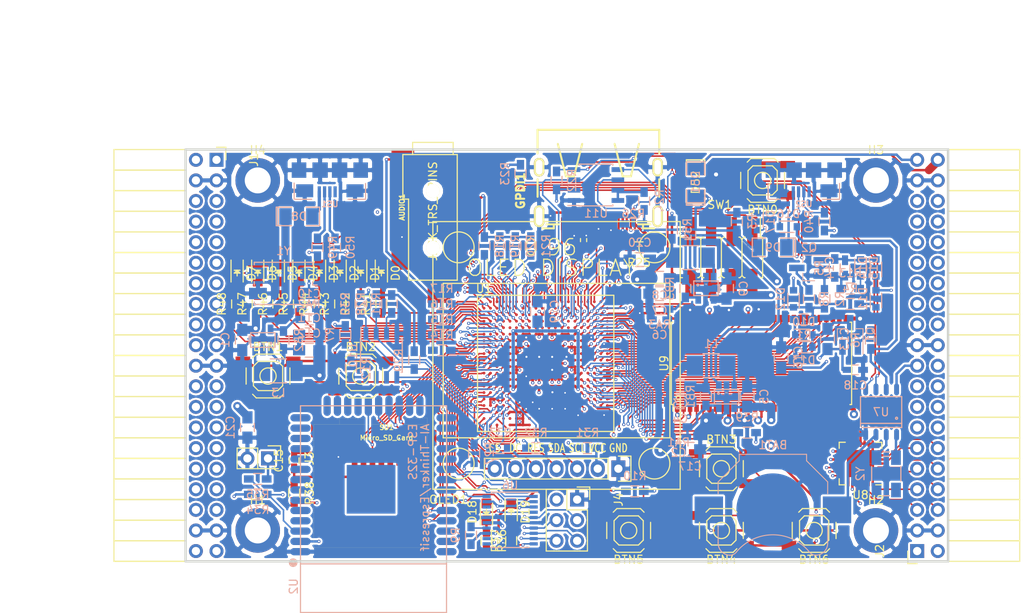
<source format=kicad_pcb>
(kicad_pcb (version 4) (host pcbnew 4.0.6+dfsg1-1)
  (layers (0 F.Cu signal) (1 In1.Cu signal) (2 In2.Cu signal) (31 B.Cu signal) (34 B.Paste user) (35 F.Paste user) (36 B.SilkS user) (37 F.SilkS user) (38 B.Mask user) (39 F.Mask user) (44 Edge.Cuts user))
  (net 0 "")
  (net 1 GND)
  (net 2 +5V)
  (net 3 /gpio/IN5V)
  (net 4 /gpio/OUT5V)
  (net 5 +3V3)
  (net 6 "Net-(L1-Pad1)")
  (net 7 "Net-(L2-Pad1)")
  (net 8 +1V2)
  (net 9 BTN_D)
  (net 10 BTN_F1)
  (net 11 BTN_F2)
  (net 12 BTN_L)
  (net 13 BTN_R)
  (net 14 BTN_U)
  (net 15 /power/FB1)
  (net 16 +2V5)
  (net 17 "Net-(L3-Pad1)")
  (net 18 /power/PWREN)
  (net 19 /power/FB3)
  (net 20 /power/FB2)
  (net 21 "Net-(D9-Pad1)")
  (net 22 /power/VBAT)
  (net 23 JTAG_TDI)
  (net 24 JTAG_TCK)
  (net 25 JTAG_TMS)
  (net 26 JTAG_TDO)
  (net 27 /power/WAKEUPn)
  (net 28 /power/WKUP)
  (net 29 /power/SHUT)
  (net 30 /power/WAKE)
  (net 31 /power/HOLD)
  (net 32 /power/WKn)
  (net 33 /power/OSCI_32k)
  (net 34 /power/OSCO_32k)
  (net 35 "Net-(Q2-Pad3)")
  (net 36 SHUTDOWN)
  (net 37 /analog/AUDIO_L)
  (net 38 /analog/AUDIO_R)
  (net 39 GPDI_5V_SCL)
  (net 40 GPDI_5V_SDA)
  (net 41 GPDI_SDA)
  (net 42 GPDI_SCL)
  (net 43 /gpdi/VREF2)
  (net 44 SD_CMD)
  (net 45 SD_CLK)
  (net 46 SD_D0)
  (net 47 SD_D1)
  (net 48 USB5V)
  (net 49 "Net-(BTN0-Pad1)")
  (net 50 GPDI_CEC)
  (net 51 nRESET)
  (net 52 FTDI_nDTR)
  (net 53 SDRAM_CKE)
  (net 54 SDRAM_A7)
  (net 55 SDRAM_D15)
  (net 56 SDRAM_BA1)
  (net 57 SDRAM_D7)
  (net 58 SDRAM_A6)
  (net 59 SDRAM_CLK)
  (net 60 SDRAM_D13)
  (net 61 SDRAM_BA0)
  (net 62 SDRAM_D6)
  (net 63 SDRAM_A5)
  (net 64 SDRAM_D14)
  (net 65 SDRAM_A11)
  (net 66 SDRAM_D12)
  (net 67 SDRAM_D5)
  (net 68 SDRAM_A4)
  (net 69 SDRAM_A10)
  (net 70 SDRAM_D11)
  (net 71 SDRAM_A3)
  (net 72 SDRAM_D4)
  (net 73 SDRAM_D10)
  (net 74 SDRAM_D9)
  (net 75 SDRAM_A9)
  (net 76 SDRAM_D3)
  (net 77 SDRAM_D8)
  (net 78 SDRAM_A8)
  (net 79 SDRAM_A2)
  (net 80 SDRAM_A1)
  (net 81 SDRAM_A0)
  (net 82 SDRAM_D2)
  (net 83 SDRAM_D1)
  (net 84 SDRAM_D0)
  (net 85 SDRAM_DQM0)
  (net 86 SDRAM_nCS)
  (net 87 SDRAM_nRAS)
  (net 88 SDRAM_DQM1)
  (net 89 SDRAM_nCAS)
  (net 90 SDRAM_nWE)
  (net 91 /flash/FLASH_nWP)
  (net 92 /flash/FLASH_nHOLD)
  (net 93 /flash/FLASH_MOSI)
  (net 94 /flash/FLASH_MISO)
  (net 95 /flash/FLASH_SCK)
  (net 96 /flash/FLASH_nCS)
  (net 97 /flash/FPGA_PROGRAMN)
  (net 98 /flash/FPGA_DONE)
  (net 99 /flash/FPGA_INITN)
  (net 100 OLED_RES)
  (net 101 OLED_DC)
  (net 102 OLED_CS)
  (net 103 WIFI_EN)
  (net 104 FTDI_nRTS)
  (net 105 FTDI_TXD)
  (net 106 FTDI_RXD)
  (net 107 WIFI_RXD)
  (net 108 WIFI_GPIO0)
  (net 109 WIFI_TXD)
  (net 110 GPDI_ETH-)
  (net 111 GPDI_ETH+)
  (net 112 GPDI_D2+)
  (net 113 GPDI_D2-)
  (net 114 GPDI_D1+)
  (net 115 GPDI_D1-)
  (net 116 GPDI_D0+)
  (net 117 GPDI_D0-)
  (net 118 GPDI_CLK+)
  (net 119 GPDI_CLK-)
  (net 120 USB_FTDI_D+)
  (net 121 USB_FTDI_D-)
  (net 122 J1_17-)
  (net 123 J1_17+)
  (net 124 J1_23-)
  (net 125 J1_23+)
  (net 126 J1_25-)
  (net 127 J1_25+)
  (net 128 J1_27-)
  (net 129 J1_27+)
  (net 130 J1_29-)
  (net 131 J1_29+)
  (net 132 J1_31-)
  (net 133 J1_31+)
  (net 134 J1_33-)
  (net 135 J1_33+)
  (net 136 J1_35-)
  (net 137 J1_35+)
  (net 138 J2_5-)
  (net 139 J2_5+)
  (net 140 J2_7-)
  (net 141 J2_7+)
  (net 142 J2_9-)
  (net 143 J2_9+)
  (net 144 J2_13-)
  (net 145 J2_13+)
  (net 146 J2_17-)
  (net 147 J2_17+)
  (net 148 J2_11-)
  (net 149 J2_11+)
  (net 150 J2_23-)
  (net 151 J2_23+)
  (net 152 J1_5-)
  (net 153 J1_5+)
  (net 154 J1_7-)
  (net 155 J1_7+)
  (net 156 J1_9-)
  (net 157 J1_9+)
  (net 158 J1_11-)
  (net 159 J1_11+)
  (net 160 J1_13-)
  (net 161 J1_13+)
  (net 162 J1_15-)
  (net 163 J1_15+)
  (net 164 J2_15-)
  (net 165 J2_15+)
  (net 166 J2_25-)
  (net 167 J2_25+)
  (net 168 J2_27-)
  (net 169 J2_27+)
  (net 170 J2_29-)
  (net 171 J2_29+)
  (net 172 J2_31-)
  (net 173 J2_31+)
  (net 174 J2_33-)
  (net 175 J2_33+)
  (net 176 J2_35-)
  (net 177 J2_35+)
  (net 178 SD_D3)
  (net 179 AUDIO_L3)
  (net 180 AUDIO_L2)
  (net 181 AUDIO_L1)
  (net 182 AUDIO_L0)
  (net 183 AUDIO_R3)
  (net 184 AUDIO_R2)
  (net 185 AUDIO_R1)
  (net 186 AUDIO_R0)
  (net 187 OLED_CLK)
  (net 188 OLED_MOSI)
  (net 189 LED0)
  (net 190 LED1)
  (net 191 LED2)
  (net 192 LED3)
  (net 193 LED4)
  (net 194 LED5)
  (net 195 LED6)
  (net 196 LED7)
  (net 197 BTN_PWRn)
  (net 198 "Net-(J3-Pad1)")
  (net 199 FTDI_nTXLED)
  (net 200 FTDI_nSLEEP)
  (net 201 /blinkey/LED_PWREN)
  (net 202 /blinkey/LED_TXLED)
  (net 203 FT3V3)
  (net 204 /sdcard/SD3V3)
  (net 205 SD_D2)
  (net 206 CLK_25MHz)
  (net 207 /blinkey/BTNPUL)
  (net 208 /blinkey/BTNPUR)
  (net 209 USB_FPGA_D+)
  (net 210 /power/FTDI_nSUSPEND)
  (net 211 /blinkey/ALED0)
  (net 212 /blinkey/ALED1)
  (net 213 /blinkey/ALED2)
  (net 214 /blinkey/ALED3)
  (net 215 /blinkey/ALED4)
  (net 216 /blinkey/ALED5)
  (net 217 /blinkey/ALED6)
  (net 218 /blinkey/ALED7)
  (net 219 /usb/FTD-)
  (net 220 /usb/FTD+)
  (net 221 ADC_MISO)
  (net 222 ADC_MOSI)
  (net 223 ADC_CSn)
  (net 224 ADC_SCLK)
  (net 225 "Net-(R51-Pad2)")
  (net 226 SW3)
  (net 227 SW2)
  (net 228 SW1)
  (net 229 SW0)
  (net 230 USB_FPGA_D-)
  (module Resistors_SMD:R_0603_HandSoldering (layer B.Cu) (at 154.044 71.326 90)
    (fp_text reference R51 (at 0 1.9 90) (layer B.SilkS) (effects (justify mirror)))
    (fp_text value 220)
    (pad 1 smd rect (at -1.1 0 90) (size 1.2 0.9) (layers B.Cu B.Paste B.Mask) (net 5 +3V3))
    (pad 2 smd rect (at 1.1 0 90) (size 1.2 0.9) (layers B.Cu B.Paste B.Mask) (net 225 "Net-(R51-Pad2)"))
  )
  (module Pin_Headers:Pin_Header_Straight_SMT_02x04 (layer F.Cu) (at 160.14 74.73 180)
    (fp_text reference SW1 (at 0.2 6.5 180) (layer F.SilkS))
    (fp_text value DIPSW)
    (pad 1 smd rect (at -3.81 3.2 180) (size 1.27 3.6) (layers F.Cu F.Paste F.Mask) (net 226 SW3))
    (pad 2 smd rect (at -1.27 3.2 180) (size 1.27 3.6) (layers F.Cu F.Paste F.Mask) (net 227 SW2))
    (pad 3 smd rect (at 1.27 3.2 180) (size 1.27 3.6) (layers F.Cu F.Paste F.Mask) (net 228 SW1))
    (pad 4 smd rect (at 3.81 3.2 180) (size 1.27 3.6) (layers F.Cu F.Paste F.Mask) (net 229 SW0))
    (pad 5 smd rect (at 3.81 -3.2 180) (size 1.27 3.6) (layers F.Cu F.Paste F.Mask) (net 225 "Net-(R51-Pad2)"))
    (pad 6 smd rect (at 1.27 -3.2 180) (size 1.27 3.6) (layers F.Cu F.Paste F.Mask) (net 225 "Net-(R51-Pad2)"))
    (pad 7 smd rect (at -1.27 -3.2 180) (size 1.27 3.6) (layers F.Cu F.Paste F.Mask) (net 225 "Net-(R51-Pad2)"))
    (pad 8 smd rect (at -3.81 -3.2 180) (size 1.27 3.6) (layers F.Cu F.Paste F.Mask) (net 225 "Net-(R51-Pad2)"))
  )
  (module lfe5bg381:BGA-381_pitch0.8mm_dia0.4mm (layer F.Cu) (at 138.48 87.8)
    (fp_text reference U1 (at -7.6 -9.2) (layer F.SilkS))
    (fp_text value LFE5U-25F-6BG381C)
    (pad A2 smd circle (at -6.8 -7.6) (size 0.35 0.35) (layers F.Cu F.Paste F.Mask) (net 129 J1_27+))
    (pad A3 smd circle (at -6 -7.6) (size 0.35 0.35) (layers F.Cu F.Paste F.Mask) (net 183 AUDIO_R3))
    (pad A4 smd circle (at -5.2 -7.6) (size 0.35 0.35) (layers F.Cu F.Paste F.Mask) (net 127 J1_25+))
    (pad A5 smd circle (at -4.4 -7.6) (size 0.35 0.35) (layers F.Cu F.Paste F.Mask) (net 126 J1_25-))
    (pad A6 smd circle (at -3.6 -7.6) (size 0.35 0.35) (layers F.Cu F.Paste F.Mask) (net 125 J1_23+))
    (pad A7 smd circle (at -2.8 -7.6) (size 0.35 0.35) (layers F.Cu F.Paste F.Mask) (net 161 J1_13+))
    (pad A8 smd circle (at -2 -7.6) (size 0.35 0.35) (layers F.Cu F.Paste F.Mask) (net 160 J1_13-))
    (pad A9 smd circle (at -1.2 -7.6) (size 0.35 0.35) (layers F.Cu F.Paste F.Mask) (net 156 J1_9-))
    (pad A10 smd circle (at -0.4 -7.6) (size 0.35 0.35) (layers F.Cu F.Paste F.Mask) (net 155 J1_7+))
    (pad A11 smd circle (at 0.4 -7.6) (size 0.35 0.35) (layers F.Cu F.Paste F.Mask) (net 154 J1_7-))
    (pad A12 smd circle (at 1.2 -7.6) (size 0.35 0.35) (layers F.Cu F.Paste F.Mask) (net 111 GPDI_ETH+))
    (pad A13 smd circle (at 2 -7.6) (size 0.35 0.35) (layers F.Cu F.Paste F.Mask) (net 110 GPDI_ETH-))
    (pad A14 smd circle (at 2.8 -7.6) (size 0.35 0.35) (layers F.Cu F.Paste F.Mask) (net 112 GPDI_D2+))
    (pad A15 smd circle (at 3.6 -7.6) (size 0.35 0.35) (layers F.Cu F.Paste F.Mask))
    (pad A16 smd circle (at 4.4 -7.6) (size 0.35 0.35) (layers F.Cu F.Paste F.Mask) (net 114 GPDI_D1+))
    (pad A17 smd circle (at 5.2 -7.6) (size 0.35 0.35) (layers F.Cu F.Paste F.Mask) (net 116 GPDI_D0+))
    (pad A18 smd circle (at 6 -7.6) (size 0.35 0.35) (layers F.Cu F.Paste F.Mask) (net 118 GPDI_CLK+))
    (pad A19 smd circle (at 6.8 -7.6) (size 0.35 0.35) (layers F.Cu F.Paste F.Mask) (net 50 GPDI_CEC))
    (pad B1 smd circle (at -7.6 -6.8) (size 0.35 0.35) (layers F.Cu F.Paste F.Mask) (net 128 J1_27-))
    (pad B2 smd circle (at -6.8 -6.8) (size 0.35 0.35) (layers F.Cu F.Paste F.Mask) (net 189 LED0))
    (pad B3 smd circle (at -6 -6.8) (size 0.35 0.35) (layers F.Cu F.Paste F.Mask) (net 182 AUDIO_L0))
    (pad B4 smd circle (at -5.2 -6.8) (size 0.35 0.35) (layers F.Cu F.Paste F.Mask) (net 130 J1_29-))
    (pad B5 smd circle (at -4.4 -6.8) (size 0.35 0.35) (layers F.Cu F.Paste F.Mask) (net 184 AUDIO_R2))
    (pad B6 smd circle (at -3.6 -6.8) (size 0.35 0.35) (layers F.Cu F.Paste F.Mask) (net 124 J1_23-))
    (pad B7 smd circle (at -2.8 -6.8) (size 0.35 0.35) (layers F.Cu F.Paste F.Mask) (net 1 GND))
    (pad B8 smd circle (at -2 -6.8) (size 0.35 0.35) (layers F.Cu F.Paste F.Mask) (net 162 J1_15-))
    (pad B9 smd circle (at -1.2 -6.8) (size 0.35 0.35) (layers F.Cu F.Paste F.Mask) (net 159 J1_11+))
    (pad B10 smd circle (at -0.4 -6.8) (size 0.35 0.35) (layers F.Cu F.Paste F.Mask) (net 157 J1_9+))
    (pad B11 smd circle (at 0.4 -6.8) (size 0.35 0.35) (layers F.Cu F.Paste F.Mask) (net 153 J1_5+))
    (pad B12 smd circle (at 1.2 -6.8) (size 0.35 0.35) (layers F.Cu F.Paste F.Mask))
    (pad B13 smd circle (at 2 -6.8) (size 0.35 0.35) (layers F.Cu F.Paste F.Mask) (net 175 J2_33+))
    (pad B14 smd circle (at 2.8 -6.8) (size 0.35 0.35) (layers F.Cu F.Paste F.Mask) (net 1 GND))
    (pad B15 smd circle (at 3.6 -6.8) (size 0.35 0.35) (layers F.Cu F.Paste F.Mask) (net 173 J2_31+))
    (pad B16 smd circle (at 4.4 -6.8) (size 0.35 0.35) (layers F.Cu F.Paste F.Mask) (net 115 GPDI_D1-))
    (pad B17 smd circle (at 5.2 -6.8) (size 0.35 0.35) (layers F.Cu F.Paste F.Mask) (net 169 J2_27+))
    (pad B18 smd circle (at 6 -6.8) (size 0.35 0.35) (layers F.Cu F.Paste F.Mask) (net 117 GPDI_D0-))
    (pad B19 smd circle (at 6.8 -6.8) (size 0.35 0.35) (layers F.Cu F.Paste F.Mask) (net 119 GPDI_CLK-))
    (pad B20 smd circle (at 7.6 -6.8) (size 0.35 0.35) (layers F.Cu F.Paste F.Mask) (net 41 GPDI_SDA))
    (pad C1 smd circle (at -7.6 -6) (size 0.35 0.35) (layers F.Cu F.Paste F.Mask) (net 191 LED2))
    (pad C2 smd circle (at -6.8 -6) (size 0.35 0.35) (layers F.Cu F.Paste F.Mask) (net 190 LED1))
    (pad C3 smd circle (at -6 -6) (size 0.35 0.35) (layers F.Cu F.Paste F.Mask) (net 181 AUDIO_L1))
    (pad C4 smd circle (at -5.2 -6) (size 0.35 0.35) (layers F.Cu F.Paste F.Mask) (net 131 J1_29+))
    (pad C5 smd circle (at -4.4 -6) (size 0.35 0.35) (layers F.Cu F.Paste F.Mask) (net 186 AUDIO_R0))
    (pad C6 smd circle (at -3.6 -6) (size 0.35 0.35) (layers F.Cu F.Paste F.Mask) (net 123 J1_17+))
    (pad C7 smd circle (at -2.8 -6) (size 0.35 0.35) (layers F.Cu F.Paste F.Mask) (net 122 J1_17-))
    (pad C8 smd circle (at -2 -6) (size 0.35 0.35) (layers F.Cu F.Paste F.Mask) (net 163 J1_15+))
    (pad C9 smd circle (at -1.2 -6) (size 0.35 0.35) (layers F.Cu F.Paste F.Mask))
    (pad C10 smd circle (at -0.4 -6) (size 0.35 0.35) (layers F.Cu F.Paste F.Mask) (net 158 J1_11-))
    (pad C11 smd circle (at 0.4 -6) (size 0.35 0.35) (layers F.Cu F.Paste F.Mask) (net 152 J1_5-))
    (pad C12 smd circle (at 1.2 -6) (size 0.35 0.35) (layers F.Cu F.Paste F.Mask) (net 42 GPDI_SCL))
    (pad C13 smd circle (at 2 -6) (size 0.35 0.35) (layers F.Cu F.Paste F.Mask) (net 174 J2_33-))
    (pad C14 smd circle (at 2.8 -6) (size 0.35 0.35) (layers F.Cu F.Paste F.Mask) (net 113 GPDI_D2-))
    (pad C15 smd circle (at 3.6 -6) (size 0.35 0.35) (layers F.Cu F.Paste F.Mask) (net 172 J2_31-))
    (pad C16 smd circle (at 4.4 -6) (size 0.35 0.35) (layers F.Cu F.Paste F.Mask) (net 171 J2_29+))
    (pad C17 smd circle (at 5.2 -6) (size 0.35 0.35) (layers F.Cu F.Paste F.Mask) (net 168 J2_27-))
    (pad C18 smd circle (at 6 -6) (size 0.35 0.35) (layers F.Cu F.Paste F.Mask) (net 151 J2_23+))
    (pad C19 smd circle (at 6.8 -6) (size 0.35 0.35) (layers F.Cu F.Paste F.Mask) (net 1 GND))
    (pad C20 smd circle (at 7.6 -6) (size 0.35 0.35) (layers F.Cu F.Paste F.Mask) (net 64 SDRAM_D14))
    (pad D1 smd circle (at -7.6 -5.2) (size 0.35 0.35) (layers F.Cu F.Paste F.Mask) (net 193 LED4))
    (pad D2 smd circle (at -6.8 -5.2) (size 0.35 0.35) (layers F.Cu F.Paste F.Mask) (net 192 LED3))
    (pad D3 smd circle (at -6 -5.2) (size 0.35 0.35) (layers F.Cu F.Paste F.Mask) (net 180 AUDIO_L2))
    (pad D4 smd circle (at -5.2 -5.2) (size 0.35 0.35) (layers F.Cu F.Paste F.Mask) (net 1 GND))
    (pad D5 smd circle (at -4.4 -5.2) (size 0.35 0.35) (layers F.Cu F.Paste F.Mask) (net 185 AUDIO_R1))
    (pad D6 smd circle (at -3.6 -5.2) (size 0.35 0.35) (layers F.Cu F.Paste F.Mask) (net 197 BTN_PWRn))
    (pad D7 smd circle (at -2.8 -5.2) (size 0.35 0.35) (layers F.Cu F.Paste F.Mask) (net 228 SW1))
    (pad D8 smd circle (at -2 -5.2) (size 0.35 0.35) (layers F.Cu F.Paste F.Mask) (net 229 SW0))
    (pad D9 smd circle (at -1.2 -5.2) (size 0.35 0.35) (layers F.Cu F.Paste F.Mask))
    (pad D10 smd circle (at -0.4 -5.2) (size 0.35 0.35) (layers F.Cu F.Paste F.Mask))
    (pad D11 smd circle (at 0.4 -5.2) (size 0.35 0.35) (layers F.Cu F.Paste F.Mask))
    (pad D12 smd circle (at 1.2 -5.2) (size 0.35 0.35) (layers F.Cu F.Paste F.Mask))
    (pad D13 smd circle (at 2 -5.2) (size 0.35 0.35) (layers F.Cu F.Paste F.Mask) (net 177 J2_35+))
    (pad D14 smd circle (at 2.8 -5.2) (size 0.35 0.35) (layers F.Cu F.Paste F.Mask))
    (pad D15 smd circle (at 3.6 -5.2) (size 0.35 0.35) (layers F.Cu F.Paste F.Mask) (net 167 J2_25+))
    (pad D16 smd circle (at 4.4 -5.2) (size 0.35 0.35) (layers F.Cu F.Paste F.Mask) (net 170 J2_29-))
    (pad D17 smd circle (at 5.2 -5.2) (size 0.35 0.35) (layers F.Cu F.Paste F.Mask) (net 150 J2_23-))
    (pad D18 smd circle (at 6 -5.2) (size 0.35 0.35) (layers F.Cu F.Paste F.Mask) (net 147 J2_17+))
    (pad D19 smd circle (at 6.8 -5.2) (size 0.35 0.35) (layers F.Cu F.Paste F.Mask) (net 55 SDRAM_D15))
    (pad D20 smd circle (at 7.6 -5.2) (size 0.35 0.35) (layers F.Cu F.Paste F.Mask) (net 60 SDRAM_D13))
    (pad E1 smd circle (at -7.6 -4.4) (size 0.35 0.35) (layers F.Cu F.Paste F.Mask) (net 195 LED6))
    (pad E2 smd circle (at -6.8 -4.4) (size 0.35 0.35) (layers F.Cu F.Paste F.Mask) (net 194 LED5))
    (pad E3 smd circle (at -6 -4.4) (size 0.35 0.35) (layers F.Cu F.Paste F.Mask) (net 132 J1_31-))
    (pad E4 smd circle (at -5.2 -4.4) (size 0.35 0.35) (layers F.Cu F.Paste F.Mask) (net 179 AUDIO_L3))
    (pad E5 smd circle (at -4.4 -4.4) (size 0.35 0.35) (layers F.Cu F.Paste F.Mask))
    (pad E6 smd circle (at -3.6 -4.4) (size 0.35 0.35) (layers F.Cu F.Paste F.Mask))
    (pad E7 smd circle (at -2.8 -4.4) (size 0.35 0.35) (layers F.Cu F.Paste F.Mask) (net 226 SW3))
    (pad E8 smd circle (at -2 -4.4) (size 0.35 0.35) (layers F.Cu F.Paste F.Mask) (net 227 SW2))
    (pad E9 smd circle (at -1.2 -4.4) (size 0.35 0.35) (layers F.Cu F.Paste F.Mask))
    (pad E10 smd circle (at -0.4 -4.4) (size 0.35 0.35) (layers F.Cu F.Paste F.Mask))
    (pad E11 smd circle (at 0.4 -4.4) (size 0.35 0.35) (layers F.Cu F.Paste F.Mask))
    (pad E12 smd circle (at 1.2 -4.4) (size 0.35 0.35) (layers F.Cu F.Paste F.Mask))
    (pad E13 smd circle (at 2 -4.4) (size 0.35 0.35) (layers F.Cu F.Paste F.Mask) (net 176 J2_35-))
    (pad E14 smd circle (at 2.8 -4.4) (size 0.35 0.35) (layers F.Cu F.Paste F.Mask))
    (pad E15 smd circle (at 3.6 -4.4) (size 0.35 0.35) (layers F.Cu F.Paste F.Mask) (net 166 J2_25-))
    (pad E16 smd circle (at 4.4 -4.4) (size 0.35 0.35) (layers F.Cu F.Paste F.Mask) (net 209 USB_FPGA_D+))
    (pad E17 smd circle (at 5.2 -4.4) (size 0.35 0.35) (layers F.Cu F.Paste F.Mask) (net 146 J2_17-))
    (pad E18 smd circle (at 6 -4.4) (size 0.35 0.35) (layers F.Cu F.Paste F.Mask) (net 72 SDRAM_D4))
    (pad E19 smd circle (at 6.8 -4.4) (size 0.35 0.35) (layers F.Cu F.Paste F.Mask) (net 66 SDRAM_D12))
    (pad E20 smd circle (at 7.6 -4.4) (size 0.35 0.35) (layers F.Cu F.Paste F.Mask) (net 70 SDRAM_D11))
    (pad F1 smd circle (at -7.6 -3.6) (size 0.35 0.35) (layers F.Cu F.Paste F.Mask) (net 103 WIFI_EN))
    (pad F2 smd circle (at -6.8 -3.6) (size 0.35 0.35) (layers F.Cu F.Paste F.Mask))
    (pad F3 smd circle (at -6 -3.6) (size 0.35 0.35) (layers F.Cu F.Paste F.Mask) (net 134 J1_33-))
    (pad F4 smd circle (at -5.2 -3.6) (size 0.35 0.35) (layers F.Cu F.Paste F.Mask) (net 133 J1_31+))
    (pad F5 smd circle (at -4.4 -3.6) (size 0.35 0.35) (layers F.Cu F.Paste F.Mask))
    (pad F6 smd circle (at -3.6 -3.6) (size 0.35 0.35) (layers F.Cu F.Paste F.Mask) (net 16 +2V5))
    (pad F7 smd circle (at -2.8 -3.6) (size 0.35 0.35) (layers F.Cu F.Paste F.Mask) (net 1 GND))
    (pad F8 smd circle (at -2 -3.6) (size 0.35 0.35) (layers F.Cu F.Paste F.Mask) (net 1 GND))
    (pad F9 smd circle (at -1.2 -3.6) (size 0.35 0.35) (layers F.Cu F.Paste F.Mask) (net 5 +3V3))
    (pad F10 smd circle (at -0.4 -3.6) (size 0.35 0.35) (layers F.Cu F.Paste F.Mask) (net 5 +3V3))
    (pad F11 smd circle (at 0.4 -3.6) (size 0.35 0.35) (layers F.Cu F.Paste F.Mask) (net 5 +3V3))
    (pad F12 smd circle (at 1.2 -3.6) (size 0.35 0.35) (layers F.Cu F.Paste F.Mask) (net 5 +3V3))
    (pad F13 smd circle (at 2 -3.6) (size 0.35 0.35) (layers F.Cu F.Paste F.Mask) (net 1 GND))
    (pad F14 smd circle (at 2.8 -3.6) (size 0.35 0.35) (layers F.Cu F.Paste F.Mask) (net 1 GND))
    (pad F15 smd circle (at 3.6 -3.6) (size 0.35 0.35) (layers F.Cu F.Paste F.Mask) (net 16 +2V5))
    (pad F16 smd circle (at 4.4 -3.6) (size 0.35 0.35) (layers F.Cu F.Paste F.Mask) (net 230 USB_FPGA_D-))
    (pad F17 smd circle (at 5.2 -3.6) (size 0.35 0.35) (layers F.Cu F.Paste F.Mask) (net 165 J2_15+))
    (pad F18 smd circle (at 6 -3.6) (size 0.35 0.35) (layers F.Cu F.Paste F.Mask) (net 67 SDRAM_D5))
    (pad F19 smd circle (at 6.8 -3.6) (size 0.35 0.35) (layers F.Cu F.Paste F.Mask) (net 73 SDRAM_D10))
    (pad F20 smd circle (at 7.6 -3.6) (size 0.35 0.35) (layers F.Cu F.Paste F.Mask) (net 74 SDRAM_D9))
    (pad G1 smd circle (at -7.6 -2.8) (size 0.35 0.35) (layers F.Cu F.Paste F.Mask))
    (pad G2 smd circle (at -6.8 -2.8) (size 0.35 0.35) (layers F.Cu F.Paste F.Mask) (net 206 CLK_25MHz))
    (pad G3 smd circle (at -6 -2.8) (size 0.35 0.35) (layers F.Cu F.Paste F.Mask) (net 135 J1_33+))
    (pad G4 smd circle (at -5.2 -2.8) (size 0.35 0.35) (layers F.Cu F.Paste F.Mask) (net 1 GND))
    (pad G5 smd circle (at -4.4 -2.8) (size 0.35 0.35) (layers F.Cu F.Paste F.Mask) (net 136 J1_35-))
    (pad G6 smd circle (at -3.6 -2.8) (size 0.35 0.35) (layers F.Cu F.Paste F.Mask) (net 1 GND))
    (pad G7 smd circle (at -2.8 -2.8) (size 0.35 0.35) (layers F.Cu F.Paste F.Mask) (net 1 GND))
    (pad G8 smd circle (at -2 -2.8) (size 0.35 0.35) (layers F.Cu F.Paste F.Mask) (net 1 GND))
    (pad G9 smd circle (at -1.2 -2.8) (size 0.35 0.35) (layers F.Cu F.Paste F.Mask) (net 1 GND))
    (pad G10 smd circle (at -0.4 -2.8) (size 0.35 0.35) (layers F.Cu F.Paste F.Mask) (net 1 GND))
    (pad G11 smd circle (at 0.4 -2.8) (size 0.35 0.35) (layers F.Cu F.Paste F.Mask) (net 1 GND))
    (pad G12 smd circle (at 1.2 -2.8) (size 0.35 0.35) (layers F.Cu F.Paste F.Mask) (net 1 GND))
    (pad G13 smd circle (at 2 -2.8) (size 0.35 0.35) (layers F.Cu F.Paste F.Mask) (net 1 GND))
    (pad G14 smd circle (at 2.8 -2.8) (size 0.35 0.35) (layers F.Cu F.Paste F.Mask) (net 1 GND))
    (pad G15 smd circle (at 3.6 -2.8) (size 0.35 0.35) (layers F.Cu F.Paste F.Mask) (net 1 GND))
    (pad G16 smd circle (at 4.4 -2.8) (size 0.35 0.35) (layers F.Cu F.Paste F.Mask))
    (pad G17 smd circle (at 5.2 -2.8) (size 0.35 0.35) (layers F.Cu F.Paste F.Mask) (net 1 GND))
    (pad G18 smd circle (at 6 -2.8) (size 0.35 0.35) (layers F.Cu F.Paste F.Mask) (net 164 J2_15-))
    (pad G19 smd circle (at 6.8 -2.8) (size 0.35 0.35) (layers F.Cu F.Paste F.Mask) (net 77 SDRAM_D8))
    (pad G20 smd circle (at 7.6 -2.8) (size 0.35 0.35) (layers F.Cu F.Paste F.Mask) (net 88 SDRAM_DQM1))
    (pad H1 smd circle (at -7.6 -2) (size 0.35 0.35) (layers F.Cu F.Paste F.Mask) (net 178 SD_D3))
    (pad H2 smd circle (at -6.8 -2) (size 0.35 0.35) (layers F.Cu F.Paste F.Mask) (net 205 SD_D2))
    (pad H3 smd circle (at -6 -2) (size 0.35 0.35) (layers F.Cu F.Paste F.Mask) (net 196 LED7))
    (pad H4 smd circle (at -5.2 -2) (size 0.35 0.35) (layers F.Cu F.Paste F.Mask) (net 137 J1_35+))
    (pad H5 smd circle (at -4.4 -2) (size 0.35 0.35) (layers F.Cu F.Paste F.Mask))
    (pad H6 smd circle (at -3.6 -2) (size 0.35 0.35) (layers F.Cu F.Paste F.Mask) (net 5 +3V3))
    (pad H7 smd circle (at -2.8 -2) (size 0.35 0.35) (layers F.Cu F.Paste F.Mask) (net 5 +3V3))
    (pad H8 smd circle (at -2 -2) (size 0.35 0.35) (layers F.Cu F.Paste F.Mask) (net 8 +1V2))
    (pad H9 smd circle (at -1.2 -2) (size 0.35 0.35) (layers F.Cu F.Paste F.Mask) (net 8 +1V2))
    (pad H10 smd circle (at -0.4 -2) (size 0.35 0.35) (layers F.Cu F.Paste F.Mask) (net 8 +1V2))
    (pad H11 smd circle (at 0.4 -2) (size 0.35 0.35) (layers F.Cu F.Paste F.Mask) (net 8 +1V2))
    (pad H12 smd circle (at 1.2 -2) (size 0.35 0.35) (layers F.Cu F.Paste F.Mask) (net 8 +1V2))
    (pad H13 smd circle (at 2 -2) (size 0.35 0.35) (layers F.Cu F.Paste F.Mask) (net 8 +1V2))
    (pad H14 smd circle (at 2.8 -2) (size 0.35 0.35) (layers F.Cu F.Paste F.Mask) (net 5 +3V3))
    (pad H15 smd circle (at 3.6 -2) (size 0.35 0.35) (layers F.Cu F.Paste F.Mask) (net 5 +3V3))
    (pad H16 smd circle (at 4.4 -2) (size 0.35 0.35) (layers F.Cu F.Paste F.Mask))
    (pad H17 smd circle (at 5.2 -2) (size 0.35 0.35) (layers F.Cu F.Paste F.Mask) (net 144 J2_13-))
    (pad H18 smd circle (at 6 -2) (size 0.35 0.35) (layers F.Cu F.Paste F.Mask) (net 145 J2_13+))
    (pad H19 smd circle (at 6.8 -2) (size 0.35 0.35) (layers F.Cu F.Paste F.Mask) (net 1 GND))
    (pad H20 smd circle (at 7.6 -2) (size 0.35 0.35) (layers F.Cu F.Paste F.Mask) (net 59 SDRAM_CLK))
    (pad J1 smd circle (at -7.6 -1.2) (size 0.35 0.35) (layers F.Cu F.Paste F.Mask) (net 45 SD_CLK))
    (pad J2 smd circle (at -6.8 -1.2) (size 0.35 0.35) (layers F.Cu F.Paste F.Mask) (net 1 GND))
    (pad J3 smd circle (at -6 -1.2) (size 0.35 0.35) (layers F.Cu F.Paste F.Mask) (net 44 SD_CMD))
    (pad J4 smd circle (at -5.2 -1.2) (size 0.35 0.35) (layers F.Cu F.Paste F.Mask))
    (pad J5 smd circle (at -4.4 -1.2) (size 0.35 0.35) (layers F.Cu F.Paste F.Mask))
    (pad J6 smd circle (at -3.6 -1.2) (size 0.35 0.35) (layers F.Cu F.Paste F.Mask) (net 5 +3V3))
    (pad J7 smd circle (at -2.8 -1.2) (size 0.35 0.35) (layers F.Cu F.Paste F.Mask) (net 1 GND))
    (pad J8 smd circle (at -2 -1.2) (size 0.35 0.35) (layers F.Cu F.Paste F.Mask) (net 8 +1V2))
    (pad J9 smd circle (at -1.2 -1.2) (size 0.35 0.35) (layers F.Cu F.Paste F.Mask) (net 1 GND))
    (pad J10 smd circle (at -0.4 -1.2) (size 0.35 0.35) (layers F.Cu F.Paste F.Mask) (net 1 GND))
    (pad J11 smd circle (at 0.4 -1.2) (size 0.35 0.35) (layers F.Cu F.Paste F.Mask) (net 1 GND))
    (pad J12 smd circle (at 1.2 -1.2) (size 0.35 0.35) (layers F.Cu F.Paste F.Mask) (net 1 GND))
    (pad J13 smd circle (at 2 -1.2) (size 0.35 0.35) (layers F.Cu F.Paste F.Mask) (net 8 +1V2))
    (pad J14 smd circle (at 2.8 -1.2) (size 0.35 0.35) (layers F.Cu F.Paste F.Mask) (net 1 GND))
    (pad J15 smd circle (at 3.6 -1.2) (size 0.35 0.35) (layers F.Cu F.Paste F.Mask) (net 5 +3V3))
    (pad J16 smd circle (at 4.4 -1.2) (size 0.35 0.35) (layers F.Cu F.Paste F.Mask))
    (pad J17 smd circle (at 5.2 -1.2) (size 0.35 0.35) (layers F.Cu F.Paste F.Mask))
    (pad J18 smd circle (at 6 -1.2) (size 0.35 0.35) (layers F.Cu F.Paste F.Mask) (net 76 SDRAM_D3))
    (pad J19 smd circle (at 6.8 -1.2) (size 0.35 0.35) (layers F.Cu F.Paste F.Mask) (net 53 SDRAM_CKE))
    (pad J20 smd circle (at 7.6 -1.2) (size 0.35 0.35) (layers F.Cu F.Paste F.Mask) (net 65 SDRAM_A11))
    (pad K1 smd circle (at -7.6 -0.4) (size 0.35 0.35) (layers F.Cu F.Paste F.Mask) (net 47 SD_D1))
    (pad K2 smd circle (at -6.8 -0.4) (size 0.35 0.35) (layers F.Cu F.Paste F.Mask) (net 46 SD_D0))
    (pad K3 smd circle (at -6 -0.4) (size 0.35 0.35) (layers F.Cu F.Paste F.Mask) (net 107 WIFI_RXD))
    (pad K4 smd circle (at -5.2 -0.4) (size 0.35 0.35) (layers F.Cu F.Paste F.Mask) (net 109 WIFI_TXD))
    (pad K5 smd circle (at -4.4 -0.4) (size 0.35 0.35) (layers F.Cu F.Paste F.Mask))
    (pad K6 smd circle (at -3.6 -0.4) (size 0.35 0.35) (layers F.Cu F.Paste F.Mask) (net 1 GND))
    (pad K7 smd circle (at -2.8 -0.4) (size 0.35 0.35) (layers F.Cu F.Paste F.Mask) (net 1 GND))
    (pad K8 smd circle (at -2 -0.4) (size 0.35 0.35) (layers F.Cu F.Paste F.Mask) (net 8 +1V2))
    (pad K9 smd circle (at -1.2 -0.4) (size 0.35 0.35) (layers F.Cu F.Paste F.Mask) (net 1 GND))
    (pad K10 smd circle (at -0.4 -0.4) (size 0.35 0.35) (layers F.Cu F.Paste F.Mask) (net 1 GND))
    (pad K11 smd circle (at 0.4 -0.4) (size 0.35 0.35) (layers F.Cu F.Paste F.Mask) (net 1 GND))
    (pad K12 smd circle (at 1.2 -0.4) (size 0.35 0.35) (layers F.Cu F.Paste F.Mask) (net 1 GND))
    (pad K13 smd circle (at 2 -0.4) (size 0.35 0.35) (layers F.Cu F.Paste F.Mask) (net 8 +1V2))
    (pad K14 smd circle (at 2.8 -0.4) (size 0.35 0.35) (layers F.Cu F.Paste F.Mask) (net 1 GND))
    (pad K15 smd circle (at 3.6 -0.4) (size 0.35 0.35) (layers F.Cu F.Paste F.Mask) (net 1 GND))
    (pad K16 smd circle (at 4.4 -0.4) (size 0.35 0.35) (layers F.Cu F.Paste F.Mask))
    (pad K17 smd circle (at 5.2 -0.4) (size 0.35 0.35) (layers F.Cu F.Paste F.Mask))
    (pad K18 smd circle (at 6 -0.4) (size 0.35 0.35) (layers F.Cu F.Paste F.Mask) (net 82 SDRAM_D2))
    (pad K19 smd circle (at 6.8 -0.4) (size 0.35 0.35) (layers F.Cu F.Paste F.Mask) (net 75 SDRAM_A9))
    (pad K20 smd circle (at 7.6 -0.4) (size 0.35 0.35) (layers F.Cu F.Paste F.Mask) (net 78 SDRAM_A8))
    (pad L1 smd circle (at -7.6 0.4) (size 0.35 0.35) (layers F.Cu F.Paste F.Mask))
    (pad L2 smd circle (at -6.8 0.4) (size 0.35 0.35) (layers F.Cu F.Paste F.Mask) (net 108 WIFI_GPIO0))
    (pad L3 smd circle (at -6 0.4) (size 0.35 0.35) (layers F.Cu F.Paste F.Mask))
    (pad L4 smd circle (at -5.2 0.4) (size 0.35 0.35) (layers F.Cu F.Paste F.Mask) (net 106 FTDI_RXD))
    (pad L5 smd circle (at -4.4 0.4) (size 0.35 0.35) (layers F.Cu F.Paste F.Mask))
    (pad L6 smd circle (at -3.6 0.4) (size 0.35 0.35) (layers F.Cu F.Paste F.Mask) (net 5 +3V3))
    (pad L7 smd circle (at -2.8 0.4) (size 0.35 0.35) (layers F.Cu F.Paste F.Mask) (net 5 +3V3))
    (pad L8 smd circle (at -2 0.4) (size 0.35 0.35) (layers F.Cu F.Paste F.Mask) (net 8 +1V2))
    (pad L9 smd circle (at -1.2 0.4) (size 0.35 0.35) (layers F.Cu F.Paste F.Mask) (net 1 GND))
    (pad L10 smd circle (at -0.4 0.4) (size 0.35 0.35) (layers F.Cu F.Paste F.Mask) (net 1 GND))
    (pad L11 smd circle (at 0.4 0.4) (size 0.35 0.35) (layers F.Cu F.Paste F.Mask) (net 1 GND))
    (pad L12 smd circle (at 1.2 0.4) (size 0.35 0.35) (layers F.Cu F.Paste F.Mask) (net 1 GND))
    (pad L13 smd circle (at 2 0.4) (size 0.35 0.35) (layers F.Cu F.Paste F.Mask) (net 8 +1V2))
    (pad L14 smd circle (at 2.8 0.4) (size 0.35 0.35) (layers F.Cu F.Paste F.Mask) (net 5 +3V3))
    (pad L15 smd circle (at 3.6 0.4) (size 0.35 0.35) (layers F.Cu F.Paste F.Mask) (net 5 +3V3))
    (pad L16 smd circle (at 4.4 0.4) (size 0.35 0.35) (layers F.Cu F.Paste F.Mask) (net 149 J2_11+))
    (pad L17 smd circle (at 5.2 0.4) (size 0.35 0.35) (layers F.Cu F.Paste F.Mask) (net 148 J2_11-))
    (pad L18 smd circle (at 6 0.4) (size 0.35 0.35) (layers F.Cu F.Paste F.Mask) (net 83 SDRAM_D1))
    (pad L19 smd circle (at 6.8 0.4) (size 0.35 0.35) (layers F.Cu F.Paste F.Mask) (net 54 SDRAM_A7))
    (pad L20 smd circle (at 7.6 0.4) (size 0.35 0.35) (layers F.Cu F.Paste F.Mask) (net 58 SDRAM_A6))
    (pad M1 smd circle (at -7.6 1.2) (size 0.35 0.35) (layers F.Cu F.Paste F.Mask) (net 105 FTDI_TXD))
    (pad M2 smd circle (at -6.8 1.2) (size 0.35 0.35) (layers F.Cu F.Paste F.Mask) (net 1 GND))
    (pad M3 smd circle (at -6 1.2) (size 0.35 0.35) (layers F.Cu F.Paste F.Mask) (net 104 FTDI_nRTS))
    (pad M4 smd circle (at -5.2 1.2) (size 0.35 0.35) (layers F.Cu F.Paste F.Mask))
    (pad M5 smd circle (at -4.4 1.2) (size 0.35 0.35) (layers F.Cu F.Paste F.Mask))
    (pad M6 smd circle (at -3.6 1.2) (size 0.35 0.35) (layers F.Cu F.Paste F.Mask) (net 5 +3V3))
    (pad M7 smd circle (at -2.8 1.2) (size 0.35 0.35) (layers F.Cu F.Paste F.Mask) (net 1 GND))
    (pad M8 smd circle (at -2 1.2) (size 0.35 0.35) (layers F.Cu F.Paste F.Mask) (net 8 +1V2))
    (pad M9 smd circle (at -1.2 1.2) (size 0.35 0.35) (layers F.Cu F.Paste F.Mask) (net 1 GND))
    (pad M10 smd circle (at -0.4 1.2) (size 0.35 0.35) (layers F.Cu F.Paste F.Mask) (net 1 GND))
    (pad M11 smd circle (at 0.4 1.2) (size 0.35 0.35) (layers F.Cu F.Paste F.Mask) (net 1 GND))
    (pad M12 smd circle (at 1.2 1.2) (size 0.35 0.35) (layers F.Cu F.Paste F.Mask) (net 1 GND))
    (pad M13 smd circle (at 2 1.2) (size 0.35 0.35) (layers F.Cu F.Paste F.Mask) (net 8 +1V2))
    (pad M14 smd circle (at 2.8 1.2) (size 0.35 0.35) (layers F.Cu F.Paste F.Mask) (net 1 GND))
    (pad M15 smd circle (at 3.6 1.2) (size 0.35 0.35) (layers F.Cu F.Paste F.Mask) (net 5 +3V3))
    (pad M16 smd circle (at 4.4 1.2) (size 0.35 0.35) (layers F.Cu F.Paste F.Mask) (net 1 GND))
    (pad M17 smd circle (at 5.2 1.2) (size 0.35 0.35) (layers F.Cu F.Paste F.Mask) (net 142 J2_9-))
    (pad M18 smd circle (at 6 1.2) (size 0.35 0.35) (layers F.Cu F.Paste F.Mask) (net 84 SDRAM_D0))
    (pad M19 smd circle (at 6.8 1.2) (size 0.35 0.35) (layers F.Cu F.Paste F.Mask) (net 63 SDRAM_A5))
    (pad M20 smd circle (at 7.6 1.2) (size 0.35 0.35) (layers F.Cu F.Paste F.Mask) (net 68 SDRAM_A4))
    (pad N1 smd circle (at -7.6 2) (size 0.35 0.35) (layers F.Cu F.Paste F.Mask) (net 52 FTDI_nDTR))
    (pad N2 smd circle (at -6.8 2) (size 0.35 0.35) (layers F.Cu F.Paste F.Mask) (net 102 OLED_CS))
    (pad N3 smd circle (at -6 2) (size 0.35 0.35) (layers F.Cu F.Paste F.Mask))
    (pad N4 smd circle (at -5.2 2) (size 0.35 0.35) (layers F.Cu F.Paste F.Mask))
    (pad N5 smd circle (at -4.4 2) (size 0.35 0.35) (layers F.Cu F.Paste F.Mask))
    (pad N6 smd circle (at -3.6 2) (size 0.35 0.35) (layers F.Cu F.Paste F.Mask) (net 1 GND))
    (pad N7 smd circle (at -2.8 2) (size 0.35 0.35) (layers F.Cu F.Paste F.Mask) (net 1 GND))
    (pad N8 smd circle (at -2 2) (size 0.35 0.35) (layers F.Cu F.Paste F.Mask) (net 8 +1V2))
    (pad N9 smd circle (at -1.2 2) (size 0.35 0.35) (layers F.Cu F.Paste F.Mask) (net 8 +1V2))
    (pad N10 smd circle (at -0.4 2) (size 0.35 0.35) (layers F.Cu F.Paste F.Mask) (net 8 +1V2))
    (pad N11 smd circle (at 0.4 2) (size 0.35 0.35) (layers F.Cu F.Paste F.Mask) (net 8 +1V2))
    (pad N12 smd circle (at 1.2 2) (size 0.35 0.35) (layers F.Cu F.Paste F.Mask) (net 8 +1V2))
    (pad N13 smd circle (at 2 2) (size 0.35 0.35) (layers F.Cu F.Paste F.Mask) (net 8 +1V2))
    (pad N14 smd circle (at 2.8 2) (size 0.35 0.35) (layers F.Cu F.Paste F.Mask) (net 1 GND))
    (pad N15 smd circle (at 3.6 2) (size 0.35 0.35) (layers F.Cu F.Paste F.Mask) (net 1 GND))
    (pad N16 smd circle (at 4.4 2) (size 0.35 0.35) (layers F.Cu F.Paste F.Mask) (net 143 J2_9+))
    (pad N17 smd circle (at 5.2 2) (size 0.35 0.35) (layers F.Cu F.Paste F.Mask) (net 141 J2_7+))
    (pad N18 smd circle (at 6 2) (size 0.35 0.35) (layers F.Cu F.Paste F.Mask) (net 62 SDRAM_D6))
    (pad N19 smd circle (at 6.8 2) (size 0.35 0.35) (layers F.Cu F.Paste F.Mask) (net 71 SDRAM_A3))
    (pad N20 smd circle (at 7.6 2) (size 0.35 0.35) (layers F.Cu F.Paste F.Mask) (net 79 SDRAM_A2))
    (pad P1 smd circle (at -7.6 2.8) (size 0.35 0.35) (layers F.Cu F.Paste F.Mask) (net 101 OLED_DC))
    (pad P2 smd circle (at -6.8 2.8) (size 0.35 0.35) (layers F.Cu F.Paste F.Mask) (net 100 OLED_RES))
    (pad P3 smd circle (at -6 2.8) (size 0.35 0.35) (layers F.Cu F.Paste F.Mask) (net 188 OLED_MOSI))
    (pad P4 smd circle (at -5.2 2.8) (size 0.35 0.35) (layers F.Cu F.Paste F.Mask) (net 187 OLED_CLK))
    (pad P5 smd circle (at -4.4 2.8) (size 0.35 0.35) (layers F.Cu F.Paste F.Mask))
    (pad P6 smd circle (at -3.6 2.8) (size 0.35 0.35) (layers F.Cu F.Paste F.Mask) (net 16 +2V5))
    (pad P7 smd circle (at -2.8 2.8) (size 0.35 0.35) (layers F.Cu F.Paste F.Mask) (net 1 GND))
    (pad P8 smd circle (at -2 2.8) (size 0.35 0.35) (layers F.Cu F.Paste F.Mask) (net 1 GND))
    (pad P9 smd circle (at -1.2 2.8) (size 0.35 0.35) (layers F.Cu F.Paste F.Mask) (net 5 +3V3))
    (pad P10 smd circle (at -0.4 2.8) (size 0.35 0.35) (layers F.Cu F.Paste F.Mask) (net 5 +3V3))
    (pad P11 smd circle (at 0.4 2.8) (size 0.35 0.35) (layers F.Cu F.Paste F.Mask) (net 1 GND))
    (pad P12 smd circle (at 1.2 2.8) (size 0.35 0.35) (layers F.Cu F.Paste F.Mask) (net 1 GND))
    (pad P13 smd circle (at 2 2.8) (size 0.35 0.35) (layers F.Cu F.Paste F.Mask) (net 1 GND))
    (pad P14 smd circle (at 2.8 2.8) (size 0.35 0.35) (layers F.Cu F.Paste F.Mask) (net 1 GND))
    (pad P15 smd circle (at 3.6 2.8) (size 0.35 0.35) (layers F.Cu F.Paste F.Mask) (net 16 +2V5))
    (pad P16 smd circle (at 4.4 2.8) (size 0.35 0.35) (layers F.Cu F.Paste F.Mask) (net 140 J2_7-))
    (pad P17 smd circle (at 5.2 2.8) (size 0.35 0.35) (layers F.Cu F.Paste F.Mask) (net 224 ADC_SCLK))
    (pad P18 smd circle (at 6 2.8) (size 0.35 0.35) (layers F.Cu F.Paste F.Mask) (net 57 SDRAM_D7))
    (pad P19 smd circle (at 6.8 2.8) (size 0.35 0.35) (layers F.Cu F.Paste F.Mask) (net 80 SDRAM_A1))
    (pad P20 smd circle (at 7.6 2.8) (size 0.35 0.35) (layers F.Cu F.Paste F.Mask) (net 81 SDRAM_A0))
    (pad R1 smd circle (at -7.6 3.6) (size 0.35 0.35) (layers F.Cu F.Paste F.Mask) (net 10 BTN_F1))
    (pad R2 smd circle (at -6.8 3.6) (size 0.35 0.35) (layers F.Cu F.Paste F.Mask) (net 96 /flash/FLASH_nCS))
    (pad R3 smd circle (at -6 3.6) (size 0.35 0.35) (layers F.Cu F.Paste F.Mask))
    (pad R4 smd circle (at -5.2 3.6) (size 0.35 0.35) (layers F.Cu F.Paste F.Mask) (net 1 GND))
    (pad R5 smd circle (at -4.4 3.6) (size 0.35 0.35) (layers F.Cu F.Paste F.Mask) (net 23 JTAG_TDI))
    (pad R16 smd circle (at 4.4 3.6) (size 0.35 0.35) (layers F.Cu F.Paste F.Mask) (net 222 ADC_MOSI))
    (pad R17 smd circle (at 5.2 3.6) (size 0.35 0.35) (layers F.Cu F.Paste F.Mask) (net 223 ADC_CSn))
    (pad R18 smd circle (at 6 3.6) (size 0.35 0.35) (layers F.Cu F.Paste F.Mask) (net 85 SDRAM_DQM0))
    (pad R19 smd circle (at 6.8 3.6) (size 0.35 0.35) (layers F.Cu F.Paste F.Mask) (net 1 GND))
    (pad R20 smd circle (at 7.6 3.6) (size 0.35 0.35) (layers F.Cu F.Paste F.Mask) (net 69 SDRAM_A10))
    (pad T1 smd circle (at -7.6 4.4) (size 0.35 0.35) (layers F.Cu F.Paste F.Mask) (net 11 BTN_F2))
    (pad T2 smd circle (at -6.8 4.4) (size 0.35 0.35) (layers F.Cu F.Paste F.Mask) (net 5 +3V3))
    (pad T3 smd circle (at -6 4.4) (size 0.35 0.35) (layers F.Cu F.Paste F.Mask) (net 5 +3V3))
    (pad T4 smd circle (at -5.2 4.4) (size 0.35 0.35) (layers F.Cu F.Paste F.Mask) (net 5 +3V3))
    (pad T5 smd circle (at -4.4 4.4) (size 0.35 0.35) (layers F.Cu F.Paste F.Mask) (net 24 JTAG_TCK))
    (pad T6 smd circle (at -3.6 4.4) (size 0.35 0.35) (layers F.Cu F.Paste F.Mask) (net 1 GND))
    (pad T7 smd circle (at -2.8 4.4) (size 0.35 0.35) (layers F.Cu F.Paste F.Mask) (net 1 GND))
    (pad T8 smd circle (at -2 4.4) (size 0.35 0.35) (layers F.Cu F.Paste F.Mask) (net 1 GND))
    (pad T9 smd circle (at -1.2 4.4) (size 0.35 0.35) (layers F.Cu F.Paste F.Mask) (net 1 GND))
    (pad T10 smd circle (at -0.4 4.4) (size 0.35 0.35) (layers F.Cu F.Paste F.Mask) (net 1 GND))
    (pad T11 smd circle (at 0.4 4.4) (size 0.35 0.35) (layers F.Cu F.Paste F.Mask))
    (pad T12 smd circle (at 1.2 4.4) (size 0.35 0.35) (layers F.Cu F.Paste F.Mask))
    (pad T13 smd circle (at 2 4.4) (size 0.35 0.35) (layers F.Cu F.Paste F.Mask))
    (pad T14 smd circle (at 2.8 4.4) (size 0.35 0.35) (layers F.Cu F.Paste F.Mask))
    (pad T15 smd circle (at 3.6 4.4) (size 0.35 0.35) (layers F.Cu F.Paste F.Mask))
    (pad T16 smd circle (at 4.4 4.4) (size 0.35 0.35) (layers F.Cu F.Paste F.Mask))
    (pad T17 smd circle (at 5.2 4.4) (size 0.35 0.35) (layers F.Cu F.Paste F.Mask) (net 89 SDRAM_nCAS))
    (pad T18 smd circle (at 6 4.4) (size 0.35 0.35) (layers F.Cu F.Paste F.Mask) (net 90 SDRAM_nWE))
    (pad T19 smd circle (at 6.8 4.4) (size 0.35 0.35) (layers F.Cu F.Paste F.Mask) (net 56 SDRAM_BA1))
    (pad T20 smd circle (at 7.6 4.4) (size 0.35 0.35) (layers F.Cu F.Paste F.Mask) (net 61 SDRAM_BA0))
    (pad U1 smd circle (at -7.6 5.2) (size 0.35 0.35) (layers F.Cu F.Paste F.Mask) (net 12 BTN_L))
    (pad U2 smd circle (at -6.8 5.2) (size 0.35 0.35) (layers F.Cu F.Paste F.Mask) (net 5 +3V3))
    (pad U3 smd circle (at -6 5.2) (size 0.35 0.35) (layers F.Cu F.Paste F.Mask) (net 95 /flash/FLASH_SCK))
    (pad U4 smd circle (at -5.2 5.2) (size 0.35 0.35) (layers F.Cu F.Paste F.Mask) (net 1 GND))
    (pad U5 smd circle (at -4.4 5.2) (size 0.35 0.35) (layers F.Cu F.Paste F.Mask) (net 25 JTAG_TMS))
    (pad U6 smd circle (at -3.6 5.2) (size 0.35 0.35) (layers F.Cu F.Paste F.Mask) (net 1 GND))
    (pad U7 smd circle (at -2.8 5.2) (size 0.35 0.35) (layers F.Cu F.Paste F.Mask) (net 1 GND))
    (pad U8 smd circle (at -2 5.2) (size 0.35 0.35) (layers F.Cu F.Paste F.Mask) (net 1 GND))
    (pad U9 smd circle (at -1.2 5.2) (size 0.35 0.35) (layers F.Cu F.Paste F.Mask) (net 1 GND))
    (pad U10 smd circle (at -0.4 5.2) (size 0.35 0.35) (layers F.Cu F.Paste F.Mask) (net 1 GND))
    (pad U11 smd circle (at 0.4 5.2) (size 0.35 0.35) (layers F.Cu F.Paste F.Mask) (net 1 GND))
    (pad U12 smd circle (at 1.2 5.2) (size 0.35 0.35) (layers F.Cu F.Paste F.Mask) (net 1 GND))
    (pad U13 smd circle (at 2 5.2) (size 0.35 0.35) (layers F.Cu F.Paste F.Mask) (net 1 GND))
    (pad U14 smd circle (at 2.8 5.2) (size 0.35 0.35) (layers F.Cu F.Paste F.Mask) (net 1 GND))
    (pad U15 smd circle (at 3.6 5.2) (size 0.35 0.35) (layers F.Cu F.Paste F.Mask))
    (pad U16 smd circle (at 4.4 5.2) (size 0.35 0.35) (layers F.Cu F.Paste F.Mask) (net 221 ADC_MISO))
    (pad U17 smd circle (at 5.2 5.2) (size 0.35 0.35) (layers F.Cu F.Paste F.Mask) (net 138 J2_5-))
    (pad U18 smd circle (at 6 5.2) (size 0.35 0.35) (layers F.Cu F.Paste F.Mask) (net 139 J2_5+))
    (pad U19 smd circle (at 6.8 5.2) (size 0.35 0.35) (layers F.Cu F.Paste F.Mask) (net 86 SDRAM_nCS))
    (pad U20 smd circle (at 7.6 5.2) (size 0.35 0.35) (layers F.Cu F.Paste F.Mask) (net 87 SDRAM_nRAS))
    (pad V1 smd circle (at -7.6 6) (size 0.35 0.35) (layers F.Cu F.Paste F.Mask) (net 9 BTN_D))
    (pad V2 smd circle (at -6.8 6) (size 0.35 0.35) (layers F.Cu F.Paste F.Mask) (net 94 /flash/FLASH_MISO))
    (pad V3 smd circle (at -6 6) (size 0.35 0.35) (layers F.Cu F.Paste F.Mask) (net 99 /flash/FPGA_INITN))
    (pad V4 smd circle (at -5.2 6) (size 0.35 0.35) (layers F.Cu F.Paste F.Mask) (net 26 JTAG_TDO))
    (pad V5 smd circle (at -4.4 6) (size 0.35 0.35) (layers F.Cu F.Paste F.Mask) (net 1 GND))
    (pad V6 smd circle (at -3.6 6) (size 0.35 0.35) (layers F.Cu F.Paste F.Mask) (net 1 GND))
    (pad V7 smd circle (at -2.8 6) (size 0.35 0.35) (layers F.Cu F.Paste F.Mask) (net 1 GND))
    (pad V8 smd circle (at -2 6) (size 0.35 0.35) (layers F.Cu F.Paste F.Mask) (net 1 GND))
    (pad V9 smd circle (at -1.2 6) (size 0.35 0.35) (layers F.Cu F.Paste F.Mask) (net 1 GND))
    (pad V10 smd circle (at -0.4 6) (size 0.35 0.35) (layers F.Cu F.Paste F.Mask) (net 1 GND))
    (pad V11 smd circle (at 0.4 6) (size 0.35 0.35) (layers F.Cu F.Paste F.Mask) (net 1 GND))
    (pad V12 smd circle (at 1.2 6) (size 0.35 0.35) (layers F.Cu F.Paste F.Mask) (net 1 GND))
    (pad V13 smd circle (at 2 6) (size 0.35 0.35) (layers F.Cu F.Paste F.Mask) (net 1 GND))
    (pad V14 smd circle (at 2.8 6) (size 0.35 0.35) (layers F.Cu F.Paste F.Mask) (net 1 GND))
    (pad V15 smd circle (at 3.6 6) (size 0.35 0.35) (layers F.Cu F.Paste F.Mask) (net 1 GND))
    (pad V16 smd circle (at 4.4 6) (size 0.35 0.35) (layers F.Cu F.Paste F.Mask) (net 1 GND))
    (pad V17 smd circle (at 5.2 6) (size 0.35 0.35) (layers F.Cu F.Paste F.Mask))
    (pad V18 smd circle (at 6 6) (size 0.35 0.35) (layers F.Cu F.Paste F.Mask))
    (pad V19 smd circle (at 6.8 6) (size 0.35 0.35) (layers F.Cu F.Paste F.Mask) (net 1 GND))
    (pad V20 smd circle (at 7.6 6) (size 0.35 0.35) (layers F.Cu F.Paste F.Mask) (net 1 GND))
    (pad W1 smd circle (at -7.6 6.8) (size 0.35 0.35) (layers F.Cu F.Paste F.Mask) (net 14 BTN_U))
    (pad W2 smd circle (at -6.8 6.8) (size 0.35 0.35) (layers F.Cu F.Paste F.Mask) (net 93 /flash/FLASH_MOSI))
    (pad W3 smd circle (at -6 6.8) (size 0.35 0.35) (layers F.Cu F.Paste F.Mask) (net 97 /flash/FPGA_PROGRAMN))
    (pad W4 smd circle (at -5.2 6.8) (size 0.35 0.35) (layers F.Cu F.Paste F.Mask))
    (pad W5 smd circle (at -4.4 6.8) (size 0.35 0.35) (layers F.Cu F.Paste F.Mask))
    (pad W6 smd circle (at -3.6 6.8) (size 0.35 0.35) (layers F.Cu F.Paste F.Mask) (net 1 GND))
    (pad W7 smd circle (at -2.8 6.8) (size 0.35 0.35) (layers F.Cu F.Paste F.Mask) (net 1 GND))
    (pad W8 smd circle (at -2 6.8) (size 0.35 0.35) (layers F.Cu F.Paste F.Mask))
    (pad W9 smd circle (at -1.2 6.8) (size 0.35 0.35) (layers F.Cu F.Paste F.Mask))
    (pad W10 smd circle (at -0.4 6.8) (size 0.35 0.35) (layers F.Cu F.Paste F.Mask))
    (pad W11 smd circle (at 0.4 6.8) (size 0.35 0.35) (layers F.Cu F.Paste F.Mask))
    (pad W12 smd circle (at 1.2 6.8) (size 0.35 0.35) (layers F.Cu F.Paste F.Mask) (net 1 GND))
    (pad W13 smd circle (at 2 6.8) (size 0.35 0.35) (layers F.Cu F.Paste F.Mask))
    (pad W14 smd circle (at 2.8 6.8) (size 0.35 0.35) (layers F.Cu F.Paste F.Mask))
    (pad W15 smd circle (at 3.6 6.8) (size 0.35 0.35) (layers F.Cu F.Paste F.Mask) (net 1 GND))
    (pad W16 smd circle (at 4.4 6.8) (size 0.35 0.35) (layers F.Cu F.Paste F.Mask) (net 1 GND))
    (pad W17 smd circle (at 5.2 6.8) (size 0.35 0.35) (layers F.Cu F.Paste F.Mask))
    (pad W18 smd circle (at 6 6.8) (size 0.35 0.35) (layers F.Cu F.Paste F.Mask))
    (pad W19 smd circle (at 6.8 6.8) (size 0.35 0.35) (layers F.Cu F.Paste F.Mask) (net 1 GND))
    (pad W20 smd circle (at 7.6 6.8) (size 0.35 0.35) (layers F.Cu F.Paste F.Mask))
    (pad Y2 smd circle (at -6.8 7.6) (size 0.35 0.35) (layers F.Cu F.Paste F.Mask) (net 13 BTN_R))
    (pad Y3 smd circle (at -6 7.6) (size 0.35 0.35) (layers F.Cu F.Paste F.Mask) (net 98 /flash/FPGA_DONE))
    (pad Y5 smd circle (at -4.4 7.6) (size 0.35 0.35) (layers F.Cu F.Paste F.Mask) (net 1 GND))
    (pad Y6 smd circle (at -3.6 7.6) (size 0.35 0.35) (layers F.Cu F.Paste F.Mask) (net 1 GND))
    (pad Y7 smd circle (at -2.8 7.6) (size 0.35 0.35) (layers F.Cu F.Paste F.Mask) (net 1 GND))
    (pad Y8 smd circle (at -2 7.6) (size 0.35 0.35) (layers F.Cu F.Paste F.Mask) (net 1 GND))
    (pad Y11 smd circle (at 0.4 7.6) (size 0.35 0.35) (layers F.Cu F.Paste F.Mask) (net 1 GND))
    (pad Y12 smd circle (at 1.2 7.6) (size 0.35 0.35) (layers F.Cu F.Paste F.Mask) (net 1 GND))
    (pad Y14 smd circle (at 2.8 7.6) (size 0.35 0.35) (layers F.Cu F.Paste F.Mask))
    (pad Y15 smd circle (at 3.6 7.6) (size 0.35 0.35) (layers F.Cu F.Paste F.Mask))
    (pad Y16 smd circle (at 4.4 7.6) (size 0.35 0.35) (layers F.Cu F.Paste F.Mask))
    (pad Y17 smd circle (at 5.2 7.6) (size 0.35 0.35) (layers F.Cu F.Paste F.Mask))
    (pad Y19 smd circle (at 6.8 7.6) (size 0.35 0.35) (layers F.Cu F.Paste F.Mask))
  )
  (module Keystone_3000_1x12mm-CoinCell:Keystone_3000_1x12mm-CoinCell (layer B.Cu) (at 166.49 105.87 180)
    (fp_text reference BAT1 (at 0 8 180) (layer B.SilkS) (effects (justify mirror)))
    (fp_text value CR1225)
    (pad 1 smd rect (at -7.9 0 180) (size 3.5 3.3) (layers B.Cu B.Paste B.Mask) (net 22 /power/VBAT))
    (pad 1 smd rect (at 7.9 0 180) (size 3.5 3.3) (layers B.Cu B.Paste B.Mask) (net 22 /power/VBAT))
    (pad 2 smd circle (at 0 0 180) (size 9 9) (layers B.Cu B.Mask) (net 1 GND))
  )
  (module SMD_Packages:SMD-1206_Pol (layer F.Cu) (at 156.965 65.484 270)
    (fp_text reference D52 (at 0 0 270) (layer F.SilkS))
    (fp_text value 2A)
    (pad 1 smd rect (at -1.651 0 270) (size 1.524 2.032) (layers F.Cu F.Paste F.Mask) (net 4 /gpio/OUT5V))
    (pad 2 smd rect (at 1.651 0 270) (size 1.524 2.032) (layers F.Cu F.Paste F.Mask) (net 2 +5V))
  )
  (module SMD_Packages:SMD-1206_Pol (layer B.Cu) (at 156.965 65.484 90)
    (fp_text reference D51 (at 0 0 90) (layer B.SilkS) (effects (justify mirror)))
    (fp_text value 2A)
    (pad 1 smd rect (at -1.651 0 90) (size 1.524 2.032) (layers B.Cu B.Paste B.Mask) (net 2 +5V))
    (pad 2 smd rect (at 1.651 0 90) (size 1.524 2.032) (layers B.Cu B.Paste B.Mask) (net 3 /gpio/IN5V))
  )
  (module micro-sd:MicroSD_TF02D (layer F.Cu) (at 116.87 110.52 180)
    (fp_text reference SD1 (at -1.995 14.81 180) (layer F.SilkS) (effects (font (size 0.59944 0.59944) (thickness 0.12446))))
    (fp_text value Micro_SD_Card (at -1.995 13.54 180) (layer F.SilkS) (effects (font (size 0.59944 0.59944) (thickness 0.12446))))
    (pad 1 smd rect (at 1.94 11 180) (size 0.7 1.8) (layers F.Cu F.Paste F.Mask) (net 205 SD_D2))
    (pad 2 smd rect (at 0.84 11 180) (size 0.7 1.8) (layers F.Cu F.Paste F.Mask) (net 178 SD_D3))
    (pad 3 smd rect (at -0.26 11 180) (size 0.7 1.8) (layers F.Cu F.Paste F.Mask) (net 44 SD_CMD))
    (pad 4 smd rect (at -1.36 11 180) (size 0.7 1.8) (layers F.Cu F.Paste F.Mask) (net 204 /sdcard/SD3V3))
    (pad 5 smd rect (at -2.46 11 180) (size 0.7 1.8) (layers F.Cu F.Paste F.Mask) (net 45 SD_CLK))
    (pad 6 smd rect (at -3.56 11 180) (size 0.7 1.8) (layers F.Cu F.Paste F.Mask) (net 1 GND))
    (pad 7 smd rect (at -4.66 11 180) (size 0.7 1.8) (layers F.Cu F.Paste F.Mask) (net 46 SD_D0))
    (pad 8 smd rect (at -5.76 11 180) (size 0.7 1.8) (layers F.Cu F.Paste F.Mask) (net 47 SD_D1))
    (pad S smd rect (at -5.05 0.4 180) (size 1.6 1.4) (layers F.Cu F.Paste F.Mask))
    (pad S smd rect (at 0.75 0.4 180) (size 1.8 1.4) (layers F.Cu F.Paste F.Mask))
    (pad G smd rect (at -7.45 13.55 180) (size 1.4 1.9) (layers F.Cu F.Paste F.Mask))
    (pad G smd rect (at 6.6 14.55 180) (size 1.4 1.9) (layers F.Cu F.Paste F.Mask))
  )
  (module Resistors_SMD:R_1210_HandSoldering (layer B.Cu) (at 158.87 88.09 180)
    (fp_text reference L1 (at 0 2.7 180) (layer B.SilkS) (effects (justify mirror)))
    (fp_text value 2.2uH)
    (pad 1 smd rect (at -2 0 180) (size 2 2.5) (layers B.Cu B.Paste B.Mask) (net 6 "Net-(L1-Pad1)"))
    (pad 2 smd rect (at 2 0 180) (size 2 2.5) (layers B.Cu B.Paste B.Mask) (net 8 +1V2))
  )
  (module TSOT-25:TSOT-25 (layer B.Cu) (at 160.775 91.9)
    (fp_text reference U3 (at 0 -0.5) (layer B.SilkS) (effects (font (size 0.15 0.15) (thickness 0.0375)) (justify mirror)))
    (fp_text value AP3429A)
    (pad 1 smd rect (at -0.95 -1.3) (size 0.7 1.2) (layers B.Cu B.Paste B.Mask) (net 18 /power/PWREN))
    (pad 2 smd rect (at 0 -1.3) (size 0.7 1.2) (layers B.Cu B.Paste B.Mask) (net 1 GND))
    (pad 3 smd rect (at 0.95 -1.3) (size 0.7 1.2) (layers B.Cu B.Paste B.Mask) (net 6 "Net-(L1-Pad1)"))
    (pad 4 smd rect (at 0.95 1.3) (size 0.7 1.2) (layers B.Cu B.Paste B.Mask) (net 2 +5V))
    (pad 5 smd rect (at -0.95 1.3) (size 0.7 1.2) (layers B.Cu B.Paste B.Mask) (net 15 /power/FB1))
  )
  (module Resistors_SMD:R_1210_HandSoldering (layer B.Cu) (at 156.33 74.755 180)
    (fp_text reference L2 (at 0 2.7 180) (layer B.SilkS) (effects (justify mirror)))
    (fp_text value 2.2uH)
    (pad 1 smd rect (at -2 0 180) (size 2 2.5) (layers B.Cu B.Paste B.Mask) (net 7 "Net-(L2-Pad1)"))
    (pad 2 smd rect (at 2 0 180) (size 2 2.5) (layers B.Cu B.Paste B.Mask) (net 5 +3V3))
  )
  (module TSOT-25:TSOT-25 (layer B.Cu) (at 158.235 78.535)
    (fp_text reference U4 (at 0 -0.5) (layer B.SilkS) (effects (font (size 0.15 0.15) (thickness 0.0375)) (justify mirror)))
    (fp_text value AP3429A)
    (pad 1 smd rect (at -0.95 -1.3) (size 0.7 1.2) (layers B.Cu B.Paste B.Mask) (net 18 /power/PWREN))
    (pad 2 smd rect (at 0 -1.3) (size 0.7 1.2) (layers B.Cu B.Paste B.Mask) (net 1 GND))
    (pad 3 smd rect (at 0.95 -1.3) (size 0.7 1.2) (layers B.Cu B.Paste B.Mask) (net 7 "Net-(L2-Pad1)"))
    (pad 4 smd rect (at 0.95 1.3) (size 0.7 1.2) (layers B.Cu B.Paste B.Mask) (net 2 +5V))
    (pad 5 smd rect (at -0.95 1.3) (size 0.7 1.2) (layers B.Cu B.Paste B.Mask) (net 19 /power/FB3))
  )
  (module Buttons_Switches_SMD:SW_SPST_SKQG (layer F.Cu) (at 104.26 89.36)
    (fp_text reference BTN1 (at 0 -3.6) (layer F.SilkS))
    (fp_text value FIRE1)
    (pad 1 smd rect (at -3.1 -1.85) (size 1.8 1.1) (layers F.Cu F.Paste F.Mask) (net 207 /blinkey/BTNPUL))
    (pad 1 smd rect (at 3.1 -1.85) (size 1.8 1.1) (layers F.Cu F.Paste F.Mask) (net 207 /blinkey/BTNPUL))
    (pad 2 smd rect (at -3.1 1.85) (size 1.8 1.1) (layers F.Cu F.Paste F.Mask) (net 10 BTN_F1))
    (pad 2 smd rect (at 3.1 1.85) (size 1.8 1.1) (layers F.Cu F.Paste F.Mask) (net 10 BTN_F1))
  )
  (module Buttons_Switches_SMD:SW_SPST_SKQG (layer F.Cu) (at 115.69 89.36)
    (fp_text reference BTN2 (at 0 -3.6) (layer F.SilkS))
    (fp_text value FIRE2)
    (pad 1 smd rect (at -3.1 -1.85) (size 1.8 1.1) (layers F.Cu F.Paste F.Mask) (net 207 /blinkey/BTNPUL))
    (pad 1 smd rect (at 3.1 -1.85) (size 1.8 1.1) (layers F.Cu F.Paste F.Mask) (net 207 /blinkey/BTNPUL))
    (pad 2 smd rect (at -3.1 1.85) (size 1.8 1.1) (layers F.Cu F.Paste F.Mask) (net 11 BTN_F2))
    (pad 2 smd rect (at 3.1 1.85) (size 1.8 1.1) (layers F.Cu F.Paste F.Mask) (net 11 BTN_F2))
  )
  (module Buttons_Switches_SMD:SW_SPST_SKQG (layer F.Cu) (at 160.14 100.79)
    (fp_text reference BTN3 (at 0 -3.6) (layer F.SilkS))
    (fp_text value UP)
    (pad 1 smd rect (at -3.1 -1.85) (size 1.8 1.1) (layers F.Cu F.Paste F.Mask) (net 208 /blinkey/BTNPUR))
    (pad 1 smd rect (at 3.1 -1.85) (size 1.8 1.1) (layers F.Cu F.Paste F.Mask) (net 208 /blinkey/BTNPUR))
    (pad 2 smd rect (at -3.1 1.85) (size 1.8 1.1) (layers F.Cu F.Paste F.Mask) (net 14 BTN_U))
    (pad 2 smd rect (at 3.1 1.85) (size 1.8 1.1) (layers F.Cu F.Paste F.Mask) (net 14 BTN_U))
  )
  (module Buttons_Switches_SMD:SW_SPST_SKQG (layer F.Cu) (at 160.14 108.41 180)
    (fp_text reference BTN4 (at 0 -3.6 180) (layer F.SilkS))
    (fp_text value DOWN)
    (pad 1 smd rect (at -3.1 -1.85 180) (size 1.8 1.1) (layers F.Cu F.Paste F.Mask) (net 208 /blinkey/BTNPUR))
    (pad 1 smd rect (at 3.1 -1.85 180) (size 1.8 1.1) (layers F.Cu F.Paste F.Mask) (net 208 /blinkey/BTNPUR))
    (pad 2 smd rect (at -3.1 1.85 180) (size 1.8 1.1) (layers F.Cu F.Paste F.Mask) (net 9 BTN_D))
    (pad 2 smd rect (at 3.1 1.85 180) (size 1.8 1.1) (layers F.Cu F.Paste F.Mask) (net 9 BTN_D))
  )
  (module Buttons_Switches_SMD:SW_SPST_SKQG (layer F.Cu) (at 148.71 108.41 180)
    (fp_text reference BTN5 (at 0 -3.6 180) (layer F.SilkS))
    (fp_text value LEFT)
    (pad 1 smd rect (at -3.1 -1.85 180) (size 1.8 1.1) (layers F.Cu F.Paste F.Mask) (net 208 /blinkey/BTNPUR))
    (pad 1 smd rect (at 3.1 -1.85 180) (size 1.8 1.1) (layers F.Cu F.Paste F.Mask) (net 208 /blinkey/BTNPUR))
    (pad 2 smd rect (at -3.1 1.85 180) (size 1.8 1.1) (layers F.Cu F.Paste F.Mask) (net 12 BTN_L))
    (pad 2 smd rect (at 3.1 1.85 180) (size 1.8 1.1) (layers F.Cu F.Paste F.Mask) (net 12 BTN_L))
  )
  (module Buttons_Switches_SMD:SW_SPST_SKQG (layer F.Cu) (at 171.57 108.41 180)
    (fp_text reference BTN6 (at 0 -3.6 180) (layer F.SilkS))
    (fp_text value RIGHT)
    (pad 1 smd rect (at -3.1 -1.85 180) (size 1.8 1.1) (layers F.Cu F.Paste F.Mask) (net 208 /blinkey/BTNPUR))
    (pad 1 smd rect (at 3.1 -1.85 180) (size 1.8 1.1) (layers F.Cu F.Paste F.Mask) (net 208 /blinkey/BTNPUR))
    (pad 2 smd rect (at -3.1 1.85 180) (size 1.8 1.1) (layers F.Cu F.Paste F.Mask) (net 13 BTN_R))
    (pad 2 smd rect (at 3.1 1.85 180) (size 1.8 1.1) (layers F.Cu F.Paste F.Mask) (net 13 BTN_R))
  )
  (module LEDs:LED_0805 (layer F.Cu) (at 118.23 76.66 270)
    (fp_text reference D0 (at 0 -1.75 270) (layer F.SilkS))
    (fp_text value LED)
    (pad 2 smd rect (at 1.04902 0 90) (size 1.19888 1.19888) (layers F.Cu F.Paste F.Mask) (net 211 /blinkey/ALED0))
    (pad 1 smd rect (at -1.04902 0 90) (size 1.19888 1.19888) (layers F.Cu F.Paste F.Mask) (net 1 GND))
  )
  (module LEDs:LED_0805 (layer F.Cu) (at 115.69 76.66 270)
    (fp_text reference D1 (at 0 -1.75 270) (layer F.SilkS))
    (fp_text value LED)
    (pad 2 smd rect (at 1.04902 0 90) (size 1.19888 1.19888) (layers F.Cu F.Paste F.Mask) (net 212 /blinkey/ALED1))
    (pad 1 smd rect (at -1.04902 0 90) (size 1.19888 1.19888) (layers F.Cu F.Paste F.Mask) (net 1 GND))
  )
  (module LEDs:LED_0805 (layer F.Cu) (at 113.15 76.66 270)
    (fp_text reference D2 (at 0 -1.75 270) (layer F.SilkS))
    (fp_text value LED)
    (pad 2 smd rect (at 1.04902 0 90) (size 1.19888 1.19888) (layers F.Cu F.Paste F.Mask) (net 213 /blinkey/ALED2))
    (pad 1 smd rect (at -1.04902 0 90) (size 1.19888 1.19888) (layers F.Cu F.Paste F.Mask) (net 1 GND))
  )
  (module LEDs:LED_0805 (layer F.Cu) (at 110.61 76.66 270)
    (fp_text reference D3 (at 0 -1.75 270) (layer F.SilkS))
    (fp_text value LED)
    (pad 2 smd rect (at 1.04902 0 90) (size 1.19888 1.19888) (layers F.Cu F.Paste F.Mask) (net 214 /blinkey/ALED3))
    (pad 1 smd rect (at -1.04902 0 90) (size 1.19888 1.19888) (layers F.Cu F.Paste F.Mask) (net 1 GND))
  )
  (module LEDs:LED_0805 (layer F.Cu) (at 108.07 76.66 270)
    (fp_text reference D4 (at 0 -1.75 270) (layer F.SilkS))
    (fp_text value LED)
    (pad 2 smd rect (at 1.04902 0 90) (size 1.19888 1.19888) (layers F.Cu F.Paste F.Mask) (net 215 /blinkey/ALED4))
    (pad 1 smd rect (at -1.04902 0 90) (size 1.19888 1.19888) (layers F.Cu F.Paste F.Mask) (net 1 GND))
  )
  (module LEDs:LED_0805 (layer F.Cu) (at 105.53 76.66 270)
    (fp_text reference D5 (at 0 -1.75 270) (layer F.SilkS))
    (fp_text value LED)
    (pad 2 smd rect (at 1.04902 0 90) (size 1.19888 1.19888) (layers F.Cu F.Paste F.Mask) (net 216 /blinkey/ALED5))
    (pad 1 smd rect (at -1.04902 0 90) (size 1.19888 1.19888) (layers F.Cu F.Paste F.Mask) (net 1 GND))
  )
  (module LEDs:LED_0805 (layer F.Cu) (at 102.99 76.66 270)
    (fp_text reference D6 (at 0 -1.75 270) (layer F.SilkS))
    (fp_text value LED)
    (pad 2 smd rect (at 1.04902 0 90) (size 1.19888 1.19888) (layers F.Cu F.Paste F.Mask) (net 217 /blinkey/ALED6))
    (pad 1 smd rect (at -1.04902 0 90) (size 1.19888 1.19888) (layers F.Cu F.Paste F.Mask) (net 1 GND))
  )
  (module LEDs:LED_0805 (layer F.Cu) (at 100.45 76.66 270)
    (fp_text reference D7 (at 0 -1.75 270) (layer F.SilkS))
    (fp_text value LED)
    (pad 2 smd rect (at 1.04902 0 90) (size 1.19888 1.19888) (layers F.Cu F.Paste F.Mask) (net 218 /blinkey/ALED7))
    (pad 1 smd rect (at -1.04902 0 90) (size 1.19888 1.19888) (layers F.Cu F.Paste F.Mask) (net 1 GND))
  )
  (module Resistors_SMD:R_1210_HandSoldering (layer B.Cu) (at 105.53 88.725)
    (fp_text reference L3 (at 0 2.7) (layer B.SilkS) (effects (justify mirror)))
    (fp_text value 2.2uH)
    (pad 1 smd rect (at -2 0) (size 2 2.5) (layers B.Cu B.Paste B.Mask) (net 17 "Net-(L3-Pad1)"))
    (pad 2 smd rect (at 2 0) (size 2 2.5) (layers B.Cu B.Paste B.Mask) (net 16 +2V5))
  )
  (module TSOT-25:TSOT-25 (layer B.Cu) (at 103.625 84.915 180)
    (fp_text reference U5 (at 0 -0.5 180) (layer B.SilkS) (effects (font (size 0.15 0.15) (thickness 0.0375)) (justify mirror)))
    (fp_text value AP3429A)
    (pad 1 smd rect (at -0.95 -1.3 180) (size 0.7 1.2) (layers B.Cu B.Paste B.Mask) (net 18 /power/PWREN))
    (pad 2 smd rect (at 0 -1.3 180) (size 0.7 1.2) (layers B.Cu B.Paste B.Mask) (net 1 GND))
    (pad 3 smd rect (at 0.95 -1.3 180) (size 0.7 1.2) (layers B.Cu B.Paste B.Mask) (net 17 "Net-(L3-Pad1)"))
    (pad 4 smd rect (at 0.95 1.3 180) (size 0.7 1.2) (layers B.Cu B.Paste B.Mask) (net 2 +5V))
    (pad 5 smd rect (at -0.95 1.3 180) (size 0.7 1.2) (layers B.Cu B.Paste B.Mask) (net 20 /power/FB2))
  )
  (module Capacitors_SMD:C_0805_HandSoldering (layer B.Cu) (at 101.085 84.915 270)
    (fp_text reference C1 (at 0 2.1 270) (layer B.SilkS) (effects (justify mirror)))
    (fp_text value 22uF)
    (pad 1 smd rect (at -1.25 0 270) (size 1.5 1.25) (layers B.Cu B.Paste B.Mask) (net 2 +5V))
    (pad 2 smd rect (at 1.25 0 270) (size 1.5 1.25) (layers B.Cu B.Paste B.Mask) (net 1 GND))
  )
  (module Capacitors_SMD:C_0805_HandSoldering (layer B.Cu) (at 155.06 90.63)
    (fp_text reference C3 (at 0 2.1) (layer B.SilkS) (effects (justify mirror)))
    (fp_text value 22uF)
    (pad 1 smd rect (at -1.25 0) (size 1.5 1.25) (layers B.Cu B.Paste B.Mask) (net 8 +1V2))
    (pad 2 smd rect (at 1.25 0) (size 1.5 1.25) (layers B.Cu B.Paste B.Mask) (net 1 GND))
  )
  (module Capacitors_SMD:C_0805_HandSoldering (layer B.Cu) (at 155.06 92.535)
    (fp_text reference C4 (at 0 2.1) (layer B.SilkS) (effects (justify mirror)))
    (fp_text value 22uF)
    (pad 1 smd rect (at -1.25 0) (size 1.5 1.25) (layers B.Cu B.Paste B.Mask) (net 8 +1V2))
    (pad 2 smd rect (at 1.25 0) (size 1.5 1.25) (layers B.Cu B.Paste B.Mask) (net 1 GND))
  )
  (module Capacitors_SMD:C_0805_HandSoldering (layer B.Cu) (at 163.315 91.9 90)
    (fp_text reference C5 (at 0 2.1 90) (layer B.SilkS) (effects (justify mirror)))
    (fp_text value 22uF)
    (pad 1 smd rect (at -1.25 0 90) (size 1.5 1.25) (layers B.Cu B.Paste B.Mask) (net 2 +5V))
    (pad 2 smd rect (at 1.25 0 90) (size 1.5 1.25) (layers B.Cu B.Paste B.Mask) (net 1 GND))
  )
  (module Capacitors_SMD:C_0805_HandSoldering (layer B.Cu) (at 152.52 79.2)
    (fp_text reference C7 (at 0 2.1) (layer B.SilkS) (effects (justify mirror)))
    (fp_text value 22uF)
    (pad 1 smd rect (at -1.25 0) (size 1.5 1.25) (layers B.Cu B.Paste B.Mask) (net 5 +3V3))
    (pad 2 smd rect (at 1.25 0) (size 1.5 1.25) (layers B.Cu B.Paste B.Mask) (net 1 GND))
  )
  (module Capacitors_SMD:C_0805_HandSoldering (layer B.Cu) (at 152.52 77.295)
    (fp_text reference C8 (at 0 2.1) (layer B.SilkS) (effects (justify mirror)))
    (fp_text value 22uF)
    (pad 1 smd rect (at -1.25 0) (size 1.5 1.25) (layers B.Cu B.Paste B.Mask) (net 5 +3V3))
    (pad 2 smd rect (at 1.25 0) (size 1.5 1.25) (layers B.Cu B.Paste B.Mask) (net 1 GND))
  )
  (module Capacitors_SMD:C_0805_HandSoldering (layer B.Cu) (at 160.775 78.565 90)
    (fp_text reference C9 (at 0 2.1 90) (layer B.SilkS) (effects (justify mirror)))
    (fp_text value 22uF)
    (pad 1 smd rect (at -1.25 0 90) (size 1.5 1.25) (layers B.Cu B.Paste B.Mask) (net 2 +5V))
    (pad 2 smd rect (at 1.25 0 90) (size 1.5 1.25) (layers B.Cu B.Paste B.Mask) (net 1 GND))
  )
  (module Capacitors_SMD:C_0805_HandSoldering (layer B.Cu) (at 109.34 84.28 180)
    (fp_text reference C11 (at 0 2.1 180) (layer B.SilkS) (effects (justify mirror)))
    (fp_text value 22uF)
    (pad 1 smd rect (at -1.25 0 180) (size 1.5 1.25) (layers B.Cu B.Paste B.Mask) (net 16 +2V5))
    (pad 2 smd rect (at 1.25 0 180) (size 1.5 1.25) (layers B.Cu B.Paste B.Mask) (net 1 GND))
  )
  (module Capacitors_SMD:C_0805_HandSoldering (layer B.Cu) (at 109.34 86.185 180)
    (fp_text reference C12 (at 0 2.1 180) (layer B.SilkS) (effects (justify mirror)))
    (fp_text value 22uF)
    (pad 1 smd rect (at -1.25 0 180) (size 1.5 1.25) (layers B.Cu B.Paste B.Mask) (net 16 +2V5))
    (pad 2 smd rect (at 1.25 0 180) (size 1.5 1.25) (layers B.Cu B.Paste B.Mask) (net 1 GND))
  )
  (module SMD_Packages:SMD-1206_Pol (layer B.Cu) (at 108.07 69.675)
    (fp_text reference D8 (at 0 0) (layer B.SilkS) (effects (justify mirror)))
    (fp_text value 2A)
    (pad 1 smd rect (at -1.651 0) (size 1.524 2.032) (layers B.Cu B.Paste B.Mask) (net 2 +5V))
    (pad 2 smd rect (at 1.651 0) (size 1.524 2.032) (layers B.Cu B.Paste B.Mask) (net 48 USB5V))
  )
  (module SMD_Packages:SMD-1206_Pol (layer B.Cu) (at 166.49 73.485 180)
    (fp_text reference D9 (at 0 0 180) (layer B.SilkS) (effects (justify mirror)))
    (fp_text value 2A)
    (pad 1 smd rect (at -1.651 0 180) (size 1.524 2.032) (layers B.Cu B.Paste B.Mask) (net 21 "Net-(D9-Pad1)"))
    (pad 2 smd rect (at 1.651 0 180) (size 1.524 2.032) (layers B.Cu B.Paste B.Mask) (net 2 +5V))
  )
  (module Power_Integrations:SO-8 (layer B.Cu) (at 179.825 93.805 180)
    (fp_text reference U7 (at 0 0 180) (layer B.SilkS) (effects (justify mirror)))
    (fp_text value PCF8523)
    (pad 1 smd oval (at -1.905 -2.794 180) (size 0.6096 1.4732) (layers B.Cu B.Paste B.Mask) (net 33 /power/OSCI_32k))
    (pad 2 smd oval (at -0.635 -2.794 180) (size 0.6096 1.4732) (layers B.Cu B.Paste B.Mask) (net 34 /power/OSCO_32k))
    (pad 3 smd oval (at 0.635 -2.794 180) (size 0.6096 1.4732) (layers B.Cu B.Paste B.Mask) (net 22 /power/VBAT))
    (pad 4 smd oval (at 1.905 -2.794 180) (size 0.6096 1.4732) (layers B.Cu B.Paste B.Mask) (net 1 GND))
    (pad 5 smd oval (at 1.905 2.794 180) (size 0.6096 1.4732) (layers B.Cu B.Paste B.Mask) (net 41 GPDI_SDA))
    (pad 6 smd oval (at 0.635 2.794 180) (size 0.6096 1.4732) (layers B.Cu B.Paste B.Mask) (net 42 GPDI_SCL))
    (pad 7 smd oval (at -0.635 2.794 180) (size 0.6096 1.4732) (layers B.Cu B.Paste B.Mask) (net 27 /power/WAKEUPn))
    (pad 8 smd oval (at -1.905 2.794 180) (size 0.6096 1.4732) (layers B.Cu B.Paste B.Mask) (net 5 +3V3))
  )
  (module Capacitors_SMD:C_0805_HandSoldering (layer B.Cu) (at 173.221 84.788 90)
    (fp_text reference C13 (at 0 2.1 90) (layer B.SilkS) (effects (justify mirror)))
    (fp_text value 2.2uF)
    (pad 1 smd rect (at -1.25 0 90) (size 1.5 1.25) (layers B.Cu B.Paste B.Mask) (net 2 +5V))
    (pad 2 smd rect (at 1.25 0 90) (size 1.5 1.25) (layers B.Cu B.Paste B.Mask) (net 28 /power/WKUP))
  )
  (module Diodes_SMD:D_0805 (layer B.Cu) (at 170.3 84.28)
    (fp_text reference D10 (at 0 -1.6) (layer B.SilkS) (effects (justify mirror)))
    (fp_text value 1N4148)
    (pad 1 smd rect (at -1.05 0) (size 0.8 0.9) (layers B.Cu B.Paste B.Mask) (net 30 /power/WAKE))
    (pad 2 smd rect (at 1.05 0) (size 0.8 0.9) (layers B.Cu B.Paste B.Mask) (net 28 /power/WKUP))
  )
  (module Diodes_SMD:D_0805 (layer B.Cu) (at 179.19 79.835 90)
    (fp_text reference D11 (at 0 -1.6 90) (layer B.SilkS) (effects (justify mirror)))
    (fp_text value 1N4148)
    (pad 1 smd rect (at -1.05 0 90) (size 0.8 0.9) (layers B.Cu B.Paste B.Mask) (net 31 /power/HOLD))
    (pad 2 smd rect (at 1.05 0 90) (size 0.8 0.9) (layers B.Cu B.Paste B.Mask) (net 5 +3V3))
  )
  (module Diodes_SMD:D_0805 (layer B.Cu) (at 177.285 76.025 270)
    (fp_text reference D15 (at 0 -1.6 270) (layer B.SilkS) (effects (justify mirror)))
    (fp_text value BAT42)
    (pad 1 smd rect (at -1.05 0 270) (size 0.8 0.9) (layers B.Cu B.Paste B.Mask) (net 29 /power/SHUT))
    (pad 2 smd rect (at 1.05 0 270) (size 0.8 0.9) (layers B.Cu B.Paste B.Mask) (net 36 SHUTDOWN))
  )
  (module Diodes_SMD:D_0805 (layer B.Cu) (at 169.03 79.835 90)
    (fp_text reference D12 (at 0 -1.6 90) (layer B.SilkS) (effects (justify mirror)))
    (fp_text value 1N4148)
    (pad 1 smd rect (at -1.05 0 90) (size 0.8 0.9) (layers B.Cu B.Paste B.Mask) (net 18 /power/PWREN))
    (pad 2 smd rect (at 1.05 0 90) (size 0.8 0.9) (layers B.Cu B.Paste B.Mask) (net 210 /power/FTDI_nSUSPEND))
  )
  (module audio-jack:CUI_SJ-43516-SMT (layer F.Cu) (at 124.58 69.04 270)
    (fp_text reference AUDIO1 (at -0.5 3.8 270) (layer F.SilkS) (effects (font (size 0.6096 0.6096) (thickness 0.1524))))
    (fp_text value JACK_TRS_6PINS (at 0 0 270) (layer F.SilkS))
    (pad 1 smd rect (at -6.4 3.7 270) (size 2.2 2.8) (layers F.Cu F.Paste F.Mask) (net 37 /analog/AUDIO_L))
    (pad 4 smd rect (at -3.6 3.7 270) (size 2.2 2.8) (layers F.Cu F.Paste F.Mask))
    (pad 2 smd rect (at 5.8 3.7 270) (size 2.8 2.8) (layers F.Cu F.Paste F.Mask) (net 1 GND))
    (pad 5 smd rect (at 9.9 -0.75 270) (size 2.8 2.8) (layers F.Cu F.Paste F.Mask))
    (pad 3 smd rect (at -1.7 -3.7 270) (size 2 2.8) (layers F.Cu F.Paste F.Mask) (net 38 /analog/AUDIO_R))
    (pad 6 smd rect (at -4.5 -3.7 270) (size 2 2.8) (layers F.Cu F.Paste F.Mask))
    (pad "" np_thru_hole circle (at -2.5 0 270) (size 1.7 1.7) (drill 1.7) (layers *.Cu *.Mask F.SilkS) (clearance 0.4))
    (pad "" np_thru_hole circle (at 4.5 0 270) (size 1.7 1.7) (drill 1.7) (layers *.Cu *.Mask F.SilkS) (clearance 0.4))
  )
  (module TSOP54:TSOP54 (layer F.Cu) (at 165.08 87.8 90)
    (fp_text reference U9 (at 0 -12 90) (layer F.SilkS))
    (fp_text value MT48LC16M16A2TG)
    (pad 28 smd rect (at 5.53 10.4 90) (size 0.9 0.56) (layers F.Cu F.Paste F.Mask) (net 1 GND))
    (pad 1 smd rect (at -5.53 -10.4 90) (size 0.9 0.56) (layers F.Cu F.Paste F.Mask) (net 5 +3V3))
    (pad 2 smd rect (at -5.53 -9.6 90) (size 0.9 0.56) (layers F.Cu F.Paste F.Mask) (net 84 SDRAM_D0))
    (pad 3 smd rect (at -5.53 -8.8 90) (size 0.9 0.56) (layers F.Cu F.Paste F.Mask) (net 5 +3V3))
    (pad 4 smd rect (at -5.53 -8 90) (size 0.9 0.56) (layers F.Cu F.Paste F.Mask) (net 83 SDRAM_D1))
    (pad 5 smd rect (at -5.53 -7.2 90) (size 0.9 0.56) (layers F.Cu F.Paste F.Mask) (net 82 SDRAM_D2))
    (pad 6 smd rect (at -5.53 -6.4 90) (size 0.9 0.56) (layers F.Cu F.Paste F.Mask) (net 1 GND))
    (pad 7 smd rect (at -5.53 -5.6 90) (size 0.9 0.56) (layers F.Cu F.Paste F.Mask) (net 76 SDRAM_D3))
    (pad 8 smd rect (at -5.53 -4.8 90) (size 0.9 0.56) (layers F.Cu F.Paste F.Mask) (net 72 SDRAM_D4))
    (pad 9 smd rect (at -5.53 -4 90) (size 0.9 0.56) (layers F.Cu F.Paste F.Mask) (net 5 +3V3))
    (pad 10 smd rect (at -5.53 -3.2 90) (size 0.9 0.56) (layers F.Cu F.Paste F.Mask) (net 67 SDRAM_D5))
    (pad 11 smd rect (at -5.53 -2.4 90) (size 0.9 0.56) (layers F.Cu F.Paste F.Mask) (net 62 SDRAM_D6))
    (pad 12 smd rect (at -5.53 -1.6 90) (size 0.9 0.56) (layers F.Cu F.Paste F.Mask) (net 1 GND))
    (pad 13 smd rect (at -5.53 -0.8 90) (size 0.9 0.56) (layers F.Cu F.Paste F.Mask) (net 57 SDRAM_D7))
    (pad 14 smd rect (at -5.53 0 90) (size 0.9 0.56) (layers F.Cu F.Paste F.Mask) (net 5 +3V3))
    (pad 15 smd rect (at -5.53 0.8 90) (size 0.9 0.56) (layers F.Cu F.Paste F.Mask) (net 85 SDRAM_DQM0))
    (pad 16 smd rect (at -5.53 1.6 90) (size 0.9 0.56) (layers F.Cu F.Paste F.Mask) (net 90 SDRAM_nWE))
    (pad 17 smd rect (at -5.53 2.4 90) (size 0.9 0.56) (layers F.Cu F.Paste F.Mask) (net 89 SDRAM_nCAS))
    (pad 18 smd rect (at -5.53 3.2 90) (size 0.9 0.56) (layers F.Cu F.Paste F.Mask) (net 87 SDRAM_nRAS))
    (pad 19 smd rect (at -5.53 4 90) (size 0.9 0.56) (layers F.Cu F.Paste F.Mask) (net 86 SDRAM_nCS))
    (pad 20 smd rect (at -5.53 4.8 90) (size 0.9 0.56) (layers F.Cu F.Paste F.Mask) (net 61 SDRAM_BA0))
    (pad 21 smd rect (at -5.53 5.6 90) (size 0.9 0.56) (layers F.Cu F.Paste F.Mask) (net 56 SDRAM_BA1))
    (pad 22 smd rect (at -5.53 6.4 90) (size 0.9 0.56) (layers F.Cu F.Paste F.Mask) (net 69 SDRAM_A10))
    (pad 23 smd rect (at -5.53 7.2 90) (size 0.9 0.56) (layers F.Cu F.Paste F.Mask) (net 81 SDRAM_A0))
    (pad 24 smd rect (at -5.53 8 90) (size 0.9 0.56) (layers F.Cu F.Paste F.Mask) (net 80 SDRAM_A1))
    (pad 25 smd rect (at -5.53 8.8 90) (size 0.9 0.56) (layers F.Cu F.Paste F.Mask) (net 79 SDRAM_A2))
    (pad 26 smd rect (at -5.53 9.6 90) (size 0.9 0.56) (layers F.Cu F.Paste F.Mask) (net 71 SDRAM_A3))
    (pad 27 smd rect (at -5.53 10.4 90) (size 0.9 0.56) (layers F.Cu F.Paste F.Mask) (net 5 +3V3))
    (pad 29 smd rect (at 5.53 9.6 90) (size 0.9 0.56) (layers F.Cu F.Paste F.Mask) (net 68 SDRAM_A4))
    (pad 30 smd rect (at 5.53 8.8 90) (size 0.9 0.56) (layers F.Cu F.Paste F.Mask) (net 63 SDRAM_A5))
    (pad 31 smd rect (at 5.53 8 90) (size 0.9 0.56) (layers F.Cu F.Paste F.Mask) (net 58 SDRAM_A6))
    (pad 32 smd rect (at 5.53 7.2 90) (size 0.9 0.56) (layers F.Cu F.Paste F.Mask) (net 54 SDRAM_A7))
    (pad 33 smd rect (at 5.53 6.4 90) (size 0.9 0.56) (layers F.Cu F.Paste F.Mask) (net 78 SDRAM_A8))
    (pad 34 smd rect (at 5.53 5.6 90) (size 0.9 0.56) (layers F.Cu F.Paste F.Mask) (net 75 SDRAM_A9))
    (pad 35 smd rect (at 5.53 4.8 90) (size 0.9 0.56) (layers F.Cu F.Paste F.Mask) (net 65 SDRAM_A11))
    (pad 36 smd rect (at 5.53 4 90) (size 0.9 0.56) (layers F.Cu F.Paste F.Mask))
    (pad 37 smd rect (at 5.53 3.2 90) (size 0.9 0.56) (layers F.Cu F.Paste F.Mask) (net 53 SDRAM_CKE))
    (pad 38 smd rect (at 5.53 2.4 90) (size 0.9 0.56) (layers F.Cu F.Paste F.Mask) (net 59 SDRAM_CLK))
    (pad 39 smd rect (at 5.53 1.6 90) (size 0.9 0.56) (layers F.Cu F.Paste F.Mask) (net 88 SDRAM_DQM1))
    (pad 40 smd rect (at 5.53 0.8 90) (size 0.9 0.56) (layers F.Cu F.Paste F.Mask))
    (pad 41 smd rect (at 5.53 0 90) (size 0.9 0.56) (layers F.Cu F.Paste F.Mask) (net 1 GND))
    (pad 42 smd rect (at 5.53 -0.8 90) (size 0.9 0.56) (layers F.Cu F.Paste F.Mask) (net 77 SDRAM_D8))
    (pad 43 smd rect (at 5.53 -1.6 90) (size 0.9 0.56) (layers F.Cu F.Paste F.Mask) (net 5 +3V3))
    (pad 44 smd rect (at 5.53 -2.4 90) (size 0.9 0.56) (layers F.Cu F.Paste F.Mask) (net 74 SDRAM_D9))
    (pad 45 smd rect (at 5.53 -3.2 90) (size 0.9 0.56) (layers F.Cu F.Paste F.Mask) (net 73 SDRAM_D10))
    (pad 46 smd rect (at 5.53 -4 90) (size 0.9 0.56) (layers F.Cu F.Paste F.Mask) (net 1 GND))
    (pad 47 smd rect (at 5.53 -4.8 90) (size 0.9 0.56) (layers F.Cu F.Paste F.Mask) (net 70 SDRAM_D11))
    (pad 48 smd rect (at 5.53 -5.6 90) (size 0.9 0.56) (layers F.Cu F.Paste F.Mask) (net 66 SDRAM_D12))
    (pad 49 smd rect (at 5.53 -6.4 90) (size 0.9 0.56) (layers F.Cu F.Paste F.Mask) (net 5 +3V3))
    (pad 50 smd rect (at 5.53 -7.2 90) (size 0.9 0.56) (layers F.Cu F.Paste F.Mask) (net 60 SDRAM_D13))
    (pad 51 smd rect (at 5.53 -8 90) (size 0.9 0.56) (layers F.Cu F.Paste F.Mask) (net 64 SDRAM_D14))
    (pad 52 smd rect (at 5.53 -8.8 90) (size 0.9 0.56) (layers F.Cu F.Paste F.Mask) (net 1 GND))
    (pad 53 smd rect (at 5.53 -9.6 90) (size 0.9 0.56) (layers F.Cu F.Paste F.Mask) (net 55 SDRAM_D15))
    (pad 54 smd rect (at 5.53 -10.4 90) (size 0.9 0.56) (layers F.Cu F.Paste F.Mask) (net 1 GND))
  )
  (module TO_SOT_Packages_SMD:SOT-23_Handsoldering (layer B.Cu) (at 176.015 84.28 90)
    (fp_text reference Q1 (at 0 2.5 90) (layer B.SilkS) (effects (justify mirror)))
    (fp_text value BC857)
    (pad 1 smd rect (at -1.5 0.95 90) (size 1.9 0.8) (layers B.Cu B.Paste B.Mask) (net 32 /power/WKn))
    (pad 2 smd rect (at -1.5 -0.95 90) (size 1.9 0.8) (layers B.Cu B.Paste B.Mask) (net 2 +5V))
    (pad 3 smd rect (at 1.5 0 90) (size 1.9 0.8) (layers B.Cu B.Paste B.Mask) (net 28 /power/WKUP))
  )
  (module TO_SOT_Packages_SMD:SOT-23_Handsoldering (layer B.Cu) (at 170.935 76.025 180)
    (fp_text reference Q2 (at 0 2.5 180) (layer B.SilkS) (effects (justify mirror)))
    (fp_text value 2N7002)
    (pad 1 smd rect (at -1.5 0.95 180) (size 1.9 0.8) (layers B.Cu B.Paste B.Mask) (net 29 /power/SHUT))
    (pad 2 smd rect (at -1.5 -0.95 180) (size 1.9 0.8) (layers B.Cu B.Paste B.Mask) (net 1 GND))
    (pad 3 smd rect (at 1.5 0 180) (size 1.9 0.8) (layers B.Cu B.Paste B.Mask) (net 35 "Net-(Q2-Pad3)"))
  )
  (module Capacitors_SMD:C_0603_HandSoldering (layer B.Cu) (at 154.86 96.91)
    (fp_text reference C2 (at 0 1.9) (layer B.SilkS) (effects (justify mirror)))
    (fp_text value 470pF)
    (pad 1 smd rect (at -0.95 0) (size 1.2 0.75) (layers B.Cu B.Paste B.Mask) (net 8 +1V2))
    (pad 2 smd rect (at 0.95 0) (size 1.2 0.75) (layers B.Cu B.Paste B.Mask) (net 15 /power/FB1))
  )
  (module Capacitors_SMD:C_0603_HandSoldering (layer B.Cu) (at 152.52 82.375)
    (fp_text reference C6 (at 0 1.9) (layer B.SilkS) (effects (justify mirror)))
    (fp_text value 470pF)
    (pad 1 smd rect (at -0.95 0) (size 1.2 0.75) (layers B.Cu B.Paste B.Mask) (net 5 +3V3))
    (pad 2 smd rect (at 0.95 0) (size 1.2 0.75) (layers B.Cu B.Paste B.Mask) (net 19 /power/FB3))
  )
  (module Capacitors_SMD:C_0603_HandSoldering (layer B.Cu) (at 109.34 81.105 180)
    (fp_text reference C10 (at 0 1.9 180) (layer B.SilkS) (effects (justify mirror)))
    (fp_text value 470pF)
    (pad 1 smd rect (at -0.95 0 180) (size 1.2 0.75) (layers B.Cu B.Paste B.Mask) (net 16 +2V5))
    (pad 2 smd rect (at 0.95 0 180) (size 1.2 0.75) (layers B.Cu B.Paste B.Mask) (net 20 /power/FB2))
  )
  (module Capacitors_SMD:C_0603_HandSoldering (layer B.Cu) (at 175.38 76.025 270)
    (fp_text reference C14 (at 0 1.9 270) (layer B.SilkS) (effects (justify mirror)))
    (fp_text value 100nF)
    (pad 1 smd rect (at -0.95 0 270) (size 1.2 0.75) (layers B.Cu B.Paste B.Mask) (net 29 /power/SHUT))
    (pad 2 smd rect (at 0.95 0 270) (size 1.2 0.75) (layers B.Cu B.Paste B.Mask) (net 1 GND))
  )
  (module Resistors_SMD:R_0603_HandSoldering (layer B.Cu) (at 170.3 82.375)
    (fp_text reference R1 (at 0 1.9) (layer B.SilkS) (effects (justify mirror)))
    (fp_text value 15k)
    (pad 1 smd rect (at -1.1 0) (size 1.2 0.9) (layers B.Cu B.Paste B.Mask) (net 30 /power/WAKE))
    (pad 2 smd rect (at 1.1 0) (size 1.2 0.9) (layers B.Cu B.Paste B.Mask) (net 18 /power/PWREN))
  )
  (module Resistors_SMD:R_0603_HandSoldering (layer B.Cu) (at 172.84 79.835 90)
    (fp_text reference R2 (at 0 1.9 90) (layer B.SilkS) (effects (justify mirror)))
    (fp_text value 47k)
    (pad 1 smd rect (at -1.1 0 90) (size 1.2 0.9) (layers B.Cu B.Paste B.Mask) (net 18 /power/PWREN))
    (pad 2 smd rect (at 1.1 0 90) (size 1.2 0.9) (layers B.Cu B.Paste B.Mask) (net 1 GND))
  )
  (module Resistors_SMD:R_0603_HandSoldering (layer B.Cu) (at 176.015 80.47 180)
    (fp_text reference R4 (at 0 1.9 180) (layer B.SilkS) (effects (justify mirror)))
    (fp_text value 15k)
    (pad 1 smd rect (at -1.1 0 180) (size 1.2 0.9) (layers B.Cu B.Paste B.Mask) (net 31 /power/HOLD))
    (pad 2 smd rect (at 1.1 0 180) (size 1.2 0.9) (layers B.Cu B.Paste B.Mask) (net 18 /power/PWREN))
  )
  (module Resistors_SMD:R_0603_HandSoldering (layer B.Cu) (at 174.11 76.025 270)
    (fp_text reference R5 (at 0 1.9 270) (layer B.SilkS) (effects (justify mirror)))
    (fp_text value 4.7M)
    (pad 1 smd rect (at -1.1 0 270) (size 1.2 0.9) (layers B.Cu B.Paste B.Mask) (net 29 /power/SHUT))
    (pad 2 smd rect (at 1.1 0 270) (size 1.2 0.9) (layers B.Cu B.Paste B.Mask) (net 1 GND))
  )
  (module Resistors_SMD:R_0603_HandSoldering (layer B.Cu) (at 178.555 84.915 270)
    (fp_text reference R6 (at 0 1.9 270) (layer B.SilkS) (effects (justify mirror)))
    (fp_text value 1k)
    (pad 1 smd rect (at -1.1 0 270) (size 1.2 0.9) (layers B.Cu B.Paste B.Mask) (net 32 /power/WKn))
    (pad 2 smd rect (at 1.1 0 270) (size 1.2 0.9) (layers B.Cu B.Paste B.Mask) (net 27 /power/WAKEUPn))
  )
  (module Resistors_SMD:R_0603_HandSoldering (layer B.Cu) (at 113.785 84.28 270)
    (fp_text reference R7 (at 0 1.9 270) (layer B.SilkS) (effects (justify mirror)))
    (fp_text value 220)
    (pad 1 smd rect (at -1.1 0 270) (size 1.2 0.9) (layers B.Cu B.Paste B.Mask) (net 5 +3V3))
    (pad 2 smd rect (at 1.1 0 270) (size 1.2 0.9) (layers B.Cu B.Paste B.Mask) (net 207 /blinkey/BTNPUL))
  )
  (module Resistors_SMD:R_0603_HandSoldering (layer B.Cu) (at 170.935 79.835 90)
    (fp_text reference R8 (at 0 1.9 90) (layer B.SilkS) (effects (justify mirror)))
    (fp_text value 1k)
    (pad 1 smd rect (at -1.1 0 90) (size 1.2 0.9) (layers B.Cu B.Paste B.Mask) (net 18 /power/PWREN))
    (pad 2 smd rect (at 1.1 0 90) (size 1.2 0.9) (layers B.Cu B.Paste B.Mask) (net 35 "Net-(Q2-Pad3)"))
  )
  (module Resistors_SMD:R_0603_HandSoldering (layer B.Cu) (at 129.28 109 270)
    (fp_text reference R9 (at 0 1.9 270) (layer B.SilkS) (effects (justify mirror)))
    (fp_text value 15k)
    (pad 1 smd rect (at -1.1 0 270) (size 1.2 0.9) (layers B.Cu B.Paste B.Mask) (net 51 nRESET))
    (pad 2 smd rect (at 1.1 0 270) (size 1.2 0.9) (layers B.Cu B.Paste B.Mask) (net 203 FT3V3))
  )
  (module Resistors_SMD:R_0603_HandSoldering (layer B.Cu) (at 149.472 103.584 180)
    (fp_text reference R10 (at 0 1.9 180) (layer B.SilkS) (effects (justify mirror)))
    (fp_text value 220)
    (pad 1 smd rect (at -1.1 0 180) (size 1.2 0.9) (layers B.Cu B.Paste B.Mask) (net 210 /power/FTDI_nSUSPEND))
    (pad 2 smd rect (at 1.1 0 180) (size 1.2 0.9) (layers B.Cu B.Paste B.Mask) (net 200 FTDI_nSLEEP))
  )
  (module Resistors_SMD:R_0603_HandSoldering (layer B.Cu) (at 176.015 78.565 180)
    (fp_text reference R13 (at 0 1.9 180) (layer B.SilkS) (effects (justify mirror)))
    (fp_text value 15k)
    (pad 1 smd rect (at -1.1 0 180) (size 1.2 0.9) (layers B.Cu B.Paste B.Mask) (net 36 SHUTDOWN))
    (pad 2 smd rect (at 1.1 0 180) (size 1.2 0.9) (layers B.Cu B.Paste B.Mask) (net 1 GND))
  )
  (module Resistors_SMD:R_0603_HandSoldering (layer B.Cu) (at 154.86 95.64)
    (fp_text reference RA1 (at 0 1.9) (layer B.SilkS) (effects (justify mirror)))
    (fp_text value 15k)
    (pad 1 smd rect (at -1.1 0) (size 1.2 0.9) (layers B.Cu B.Paste B.Mask) (net 8 +1V2))
    (pad 2 smd rect (at 1.1 0) (size 1.2 0.9) (layers B.Cu B.Paste B.Mask) (net 15 /power/FB1))
  )
  (module Resistors_SMD:R_0603_HandSoldering (layer B.Cu) (at 109.34 82.375 180)
    (fp_text reference RA2 (at 0 1.9 180) (layer B.SilkS) (effects (justify mirror)))
    (fp_text value 15k)
    (pad 1 smd rect (at -1.1 0 180) (size 1.2 0.9) (layers B.Cu B.Paste B.Mask) (net 16 +2V5))
    (pad 2 smd rect (at 1.1 0 180) (size 1.2 0.9) (layers B.Cu B.Paste B.Mask) (net 20 /power/FB2))
  )
  (module Resistors_SMD:R_0603_HandSoldering (layer B.Cu) (at 152.52 81.105)
    (fp_text reference RA3 (at 0 1.9) (layer B.SilkS) (effects (justify mirror)))
    (fp_text value 15k)
    (pad 1 smd rect (at -1.1 0) (size 1.2 0.9) (layers B.Cu B.Paste B.Mask) (net 5 +3V3))
    (pad 2 smd rect (at 1.1 0) (size 1.2 0.9) (layers B.Cu B.Paste B.Mask) (net 19 /power/FB3))
  )
  (module Resistors_SMD:R_0603_HandSoldering (layer B.Cu) (at 158.235 91.9 270)
    (fp_text reference RB1 (at 0 1.9 270) (layer B.SilkS) (effects (justify mirror)))
    (fp_text value 15k)
    (pad 1 smd rect (at -1.1 0 270) (size 1.2 0.9) (layers B.Cu B.Paste B.Mask) (net 1 GND))
    (pad 2 smd rect (at 1.1 0 270) (size 1.2 0.9) (layers B.Cu B.Paste B.Mask) (net 15 /power/FB1))
  )
  (module Resistors_SMD:R_0603_HandSoldering (layer B.Cu) (at 106.165 84.915 90)
    (fp_text reference RB2 (at 0 1.9 90) (layer B.SilkS) (effects (justify mirror)))
    (fp_text value 4.7k)
    (pad 1 smd rect (at -1.1 0 90) (size 1.2 0.9) (layers B.Cu B.Paste B.Mask) (net 1 GND))
    (pad 2 smd rect (at 1.1 0 90) (size 1.2 0.9) (layers B.Cu B.Paste B.Mask) (net 20 /power/FB2))
  )
  (module Resistors_SMD:R_0603_HandSoldering (layer B.Cu) (at 155.695 78.565 270)
    (fp_text reference RB3 (at 0 1.9 270) (layer B.SilkS) (effects (justify mirror)))
    (fp_text value 3.3k)
    (pad 1 smd rect (at -1.1 0 270) (size 1.2 0.9) (layers B.Cu B.Paste B.Mask) (net 1 GND))
    (pad 2 smd rect (at 1.1 0 270) (size 1.2 0.9) (layers B.Cu B.Paste B.Mask) (net 19 /power/FB3))
  )
  (module Resistors_SMD:R_0603_HandSoldering (layer B.Cu) (at 125.682 86.185 180)
    (fp_text reference R14 (at 0 1.9 180) (layer B.SilkS) (effects (justify mirror)))
    (fp_text value 800)
    (pad 1 smd rect (at -1.1 0 180) (size 1.2 0.9) (layers B.Cu B.Paste B.Mask) (net 179 AUDIO_L3))
    (pad 2 smd rect (at 1.1 0 180) (size 1.2 0.9) (layers B.Cu B.Paste B.Mask) (net 37 /analog/AUDIO_L))
  )
  (module Resistors_SMD:R_0603_HandSoldering (layer B.Cu) (at 125.682 84.279 180)
    (fp_text reference R15 (at 0 1.9 180) (layer B.SilkS) (effects (justify mirror)))
    (fp_text value 400)
    (pad 1 smd rect (at -1.1 0 180) (size 1.2 0.9) (layers B.Cu B.Paste B.Mask) (net 180 AUDIO_L2))
    (pad 2 smd rect (at 1.1 0 180) (size 1.2 0.9) (layers B.Cu B.Paste B.Mask) (net 37 /analog/AUDIO_L))
  )
  (module Resistors_SMD:R_0603_HandSoldering (layer B.Cu) (at 125.682 82.375 180)
    (fp_text reference R16 (at 0 1.9 180) (layer B.SilkS) (effects (justify mirror)))
    (fp_text value 200)
    (pad 1 smd rect (at -1.1 0 180) (size 1.2 0.9) (layers B.Cu B.Paste B.Mask) (net 181 AUDIO_L1))
    (pad 2 smd rect (at 1.1 0 180) (size 1.2 0.9) (layers B.Cu B.Paste B.Mask) (net 37 /analog/AUDIO_L))
  )
  (module Resistors_SMD:R_0603_HandSoldering (layer B.Cu) (at 125.682 80.47 180)
    (fp_text reference R17 (at 0 1.9 180) (layer B.SilkS) (effects (justify mirror)))
    (fp_text value 100)
    (pad 1 smd rect (at -1.1 0 180) (size 1.2 0.9) (layers B.Cu B.Paste B.Mask) (net 182 AUDIO_L0))
    (pad 2 smd rect (at 1.1 0 180) (size 1.2 0.9) (layers B.Cu B.Paste B.Mask) (net 37 /analog/AUDIO_L))
  )
  (module Resistors_SMD:R_0603_HandSoldering (layer B.Cu) (at 130.93 73.317 90)
    (fp_text reference R18 (at 0 1.9 90) (layer B.SilkS) (effects (justify mirror)))
    (fp_text value 800)
    (pad 1 smd rect (at -1.1 0 90) (size 1.2 0.9) (layers B.Cu B.Paste B.Mask) (net 183 AUDIO_R3))
    (pad 2 smd rect (at 1.1 0 90) (size 1.2 0.9) (layers B.Cu B.Paste B.Mask) (net 38 /analog/AUDIO_R))
  )
  (module Resistors_SMD:R_0603_HandSoldering (layer B.Cu) (at 132.835 73.317 90)
    (fp_text reference R19 (at 0 1.9 90) (layer B.SilkS) (effects (justify mirror)))
    (fp_text value 400)
    (pad 1 smd rect (at -1.1 0 90) (size 1.2 0.9) (layers B.Cu B.Paste B.Mask) (net 184 AUDIO_R2))
    (pad 2 smd rect (at 1.1 0 90) (size 1.2 0.9) (layers B.Cu B.Paste B.Mask) (net 38 /analog/AUDIO_R))
  )
  (module Resistors_SMD:R_0603_HandSoldering (layer B.Cu) (at 134.74 73.317 90)
    (fp_text reference R20 (at 0 1.9 90) (layer B.SilkS) (effects (justify mirror)))
    (fp_text value 200)
    (pad 1 smd rect (at -1.1 0 90) (size 1.2 0.9) (layers B.Cu B.Paste B.Mask) (net 185 AUDIO_R1))
    (pad 2 smd rect (at 1.1 0 90) (size 1.2 0.9) (layers B.Cu B.Paste B.Mask) (net 38 /analog/AUDIO_R))
  )
  (module Resistors_SMD:R_0603_HandSoldering (layer B.Cu) (at 136.645 73.317 90)
    (fp_text reference R21 (at 0 1.9 90) (layer B.SilkS) (effects (justify mirror)))
    (fp_text value 100)
    (pad 1 smd rect (at -1.1 0 90) (size 1.2 0.9) (layers B.Cu B.Paste B.Mask) (net 186 AUDIO_R0))
    (pad 2 smd rect (at 1.1 0 90) (size 1.2 0.9) (layers B.Cu B.Paste B.Mask) (net 38 /analog/AUDIO_R))
  )
  (module hdmi-swm-19:hdmi-swm-19 (layer F.Cu) (at 144.98 65.05)
    (fp_text reference GPDI1 (at -9.605 1.45 90) (layer F.SilkS) (effects (font (size 1.016 1.016) (thickness 0.254))))
    (fp_text value MICRO-GPDI-D)
    (pad 0 thru_hole oval (at 7.3 4.6) (size 1.3 2.7) (drill oval 0.8 2.2) (layers *.Cu *.Mask F.SilkS) (net 1 GND))
    (pad 0 thru_hole oval (at -7.3 4.6) (size 1.3 2.7) (drill oval 0.8 2.2) (layers *.Cu *.Mask F.SilkS) (net 1 GND))
    (pad 0 thru_hole oval (at -7.3 -1.45) (size 1.3 2.3) (drill oval 0.8 1.8) (layers *.Cu *.Mask F.SilkS) (net 1 GND))
    (pad 1 smd rect (at -4.5 5.55 90) (size 1.6 0.25) (layers F.Cu F.Paste F.Mask) (net 110 GPDI_ETH-))
    (pad 2 smd rect (at -4 5.55 90) (size 1.6 0.25) (layers F.Cu F.Paste F.Mask) (net 111 GPDI_ETH+))
    (pad 3 smd rect (at -3.5 5.55 90) (size 1.6 0.25) (layers F.Cu F.Paste F.Mask) (net 112 GPDI_D2+))
    (pad 4 smd rect (at -3 5.55 90) (size 1.6 0.25) (layers F.Cu F.Paste F.Mask) (net 1 GND))
    (pad 5 smd rect (at -2.5 5.55 90) (size 1.6 0.25) (layers F.Cu F.Paste F.Mask) (net 113 GPDI_D2-))
    (pad 6 smd rect (at -2 5.55 90) (size 1.6 0.25) (layers F.Cu F.Paste F.Mask) (net 114 GPDI_D1+))
    (pad 7 smd rect (at -1.5 5.55 90) (size 1.6 0.25) (layers F.Cu F.Paste F.Mask) (net 1 GND))
    (pad 8 smd rect (at -1 5.55 90) (size 1.6 0.25) (layers F.Cu F.Paste F.Mask) (net 115 GPDI_D1-))
    (pad 9 smd rect (at -0.5 5.55 90) (size 1.6 0.25) (layers F.Cu F.Paste F.Mask) (net 116 GPDI_D0+))
    (pad 10 smd rect (at 0 5.55 90) (size 1.6 0.25) (layers F.Cu F.Paste F.Mask) (net 1 GND))
    (pad 11 smd rect (at 0.5 5.55 90) (size 1.6 0.25) (layers F.Cu F.Paste F.Mask) (net 117 GPDI_D0-))
    (pad 12 smd rect (at 1 5.55 90) (size 1.6 0.25) (layers F.Cu F.Paste F.Mask) (net 118 GPDI_CLK+))
    (pad 13 smd rect (at 1.5 5.55 90) (size 1.6 0.25) (layers F.Cu F.Paste F.Mask) (net 1 GND))
    (pad 14 smd rect (at 2 5.55 90) (size 1.6 0.25) (layers F.Cu F.Paste F.Mask) (net 119 GPDI_CLK-))
    (pad 15 smd rect (at 2.5 5.55 90) (size 1.6 0.25) (layers F.Cu F.Paste F.Mask) (net 50 GPDI_CEC))
    (pad 16 smd rect (at 3 5.55 90) (size 1.6 0.25) (layers F.Cu F.Paste F.Mask) (net 1 GND))
    (pad 17 smd rect (at 3.5 5.55 90) (size 1.6 0.25) (layers F.Cu F.Paste F.Mask) (net 39 GPDI_5V_SCL))
    (pad 18 smd rect (at 4 5.55 90) (size 1.6 0.25) (layers F.Cu F.Paste F.Mask) (net 40 GPDI_5V_SDA))
    (pad 19 smd rect (at 4.5 5.55 90) (size 1.6 0.25) (layers F.Cu F.Paste F.Mask) (net 2 +5V))
    (pad 0 thru_hole oval (at 7.3 -1.45) (size 1.3 2.3) (drill oval 0.8 1.8) (layers *.Cu *.Mask F.SilkS) (net 1 GND))
  )
  (module Housings_SOIC:SOIC-8_3.9x4.9mm_Pitch1.27mm (layer B.Cu) (at 118.23 86.82 270)
    (fp_text reference U10 (at 0 3.5 270) (layer B.SilkS) (effects (justify mirror)))
    (fp_text value S25FL164K0XMFI011)
    (pad 1 smd rect (at -2.7 1.905 270) (size 1.55 0.6) (layers B.Cu B.Paste B.Mask) (net 96 /flash/FLASH_nCS))
    (pad 2 smd rect (at -2.7 0.635 270) (size 1.55 0.6) (layers B.Cu B.Paste B.Mask) (net 94 /flash/FLASH_MISO))
    (pad 3 smd rect (at -2.7 -0.635 270) (size 1.55 0.6) (layers B.Cu B.Paste B.Mask) (net 91 /flash/FLASH_nWP))
    (pad 4 smd rect (at -2.7 -1.905 270) (size 1.55 0.6) (layers B.Cu B.Paste B.Mask) (net 1 GND))
    (pad 5 smd rect (at 2.7 -1.905 270) (size 1.55 0.6) (layers B.Cu B.Paste B.Mask) (net 93 /flash/FLASH_MOSI))
    (pad 6 smd rect (at 2.7 -0.635 270) (size 1.55 0.6) (layers B.Cu B.Paste B.Mask) (net 95 /flash/FLASH_SCK))
    (pad 7 smd rect (at 2.7 0.635 270) (size 1.55 0.6) (layers B.Cu B.Paste B.Mask) (net 92 /flash/FLASH_nHOLD))
    (pad 8 smd rect (at 2.7 1.905 270) (size 1.55 0.6) (layers B.Cu B.Paste B.Mask) (net 5 +3V3))
  )
  (module Capacitors_SMD:C_0603_HandSoldering (layer B.Cu) (at 176.65 88.598)
    (fp_text reference C18 (at 0 1.9) (layer B.SilkS) (effects (justify mirror)))
    (fp_text value 100nF)
    (pad 1 smd rect (at -0.95 0) (size 1.2 0.75) (layers B.Cu B.Paste B.Mask) (net 2 +5V))
    (pad 2 smd rect (at 0.95 0) (size 1.2 0.75) (layers B.Cu B.Paste B.Mask) (net 1 GND))
  )
  (module Housings_SOIC:SOIC-8_3.9x4.9mm_Pitch1.27mm (layer B.Cu) (at 144.68 65.8)
    (fp_text reference U11 (at 0 3.5) (layer B.SilkS) (effects (justify mirror)))
    (fp_text value PCA9306DCTR)
    (pad 1 smd rect (at -2.7 1.905) (size 1.55 0.6) (layers B.Cu B.Paste B.Mask) (net 1 GND))
    (pad 2 smd rect (at -2.7 0.635) (size 1.55 0.6) (layers B.Cu B.Paste B.Mask) (net 5 +3V3))
    (pad 3 smd rect (at -2.7 -0.635) (size 1.55 0.6) (layers B.Cu B.Paste B.Mask) (net 42 GPDI_SCL))
    (pad 4 smd rect (at -2.7 -1.905) (size 1.55 0.6) (layers B.Cu B.Paste B.Mask) (net 41 GPDI_SDA))
    (pad 5 smd rect (at 2.7 -1.905) (size 1.55 0.6) (layers B.Cu B.Paste B.Mask) (net 40 GPDI_5V_SDA))
    (pad 6 smd rect (at 2.7 -0.635) (size 1.55 0.6) (layers B.Cu B.Paste B.Mask) (net 39 GPDI_5V_SCL))
    (pad 7 smd rect (at 2.7 0.635) (size 1.55 0.6) (layers B.Cu B.Paste B.Mask) (net 43 /gpdi/VREF2))
    (pad 8 smd rect (at 2.7 1.905) (size 1.55 0.6) (layers B.Cu B.Paste B.Mask) (net 43 /gpdi/VREF2))
  )
  (module Diodes_SMD:D_0805 (layer B.Cu) (at 170.3 85.804 180)
    (fp_text reference D13 (at 0 -1.6 180) (layer B.SilkS) (effects (justify mirror)))
    (fp_text value 1N4148)
    (pad 1 smd rect (at -1.05 0 180) (size 0.8 0.9) (layers B.Cu B.Paste B.Mask) (net 28 /power/WKUP))
    (pad 2 smd rect (at 1.05 0 180) (size 0.8 0.9) (layers B.Cu B.Paste B.Mask) (net 1 GND))
  )
  (module Diodes_SMD:D_0805 (layer B.Cu) (at 179.19 76.025 90)
    (fp_text reference D14 (at 0 -1.6 90) (layer B.SilkS) (effects (justify mirror)))
    (fp_text value 1N4148)
    (pad 1 smd rect (at -1.05 0 90) (size 0.8 0.9) (layers B.Cu B.Paste B.Mask) (net 5 +3V3))
    (pad 2 smd rect (at 1.05 0 90) (size 0.8 0.9) (layers B.Cu B.Paste B.Mask) (net 29 /power/SHUT))
  )
  (module ESP32-footprints-Lib:ESP-32S (layer B.Cu) (at 117.313 101.513)
    (fp_text reference U2 (at -9.9 13.8 90) (layer B.SilkS) (effects (justify mirror)))
    (fp_text value ESP-32S)
    (fp_text user AI-Thinker/Espressif (at 6.3 1.6 270) (layer B.SilkS) (effects (justify mirror)))
    (fp_text user ESP-32S (at 4.8 -2.8 270) (layer B.SilkS) (effects (justify mirror)))
    (pad 38 smd oval (at 8.947434 9.517338 180) (size 2.5 0.9) (layers B.Cu B.Paste B.Mask))
    (pad 37 smd oval (at 8.947434 8.247338 180) (size 2.5 0.9) (layers B.Cu B.Paste B.Mask))
    (pad 36 smd oval (at 8.947434 6.977338 180) (size 2.5 0.9) (layers B.Cu B.Paste B.Mask))
    (pad 35 smd oval (at 8.947434 5.707338 180) (size 2.5 0.9) (layers B.Cu B.Paste B.Mask) (net 109 WIFI_TXD))
    (pad 34 smd oval (at 8.947434 4.437338 180) (size 2.5 0.9) (layers B.Cu B.Paste B.Mask) (net 107 WIFI_RXD))
    (pad 33 smd oval (at 8.947434 3.167338 180) (size 2.5 0.9) (layers B.Cu B.Paste B.Mask) (net 25 JTAG_TMS))
    (pad 32 smd oval (at 8.947434 1.897338 180) (size 2.5 0.9) (layers B.Cu B.Paste B.Mask) (net 26 JTAG_TDO))
    (pad 31 smd oval (at 8.947434 0.627338 180) (size 2.5 0.9) (layers B.Cu B.Paste B.Mask) (net 23 JTAG_TDI))
    (pad 30 smd oval (at 8.947434 -0.642662 180) (size 2.5 0.9) (layers B.Cu B.Paste B.Mask) (net 24 JTAG_TCK))
    (pad 29 smd oval (at 8.947434 -1.912662 180) (size 2.5 0.9) (layers B.Cu B.Paste B.Mask))
    (pad 28 smd oval (at 8.947434 -3.182662 180) (size 2.5 0.9) (layers B.Cu B.Paste B.Mask))
    (pad 27 smd oval (at 8.947434 -4.452662 180) (size 2.5 0.9) (layers B.Cu B.Paste B.Mask))
    (pad 26 smd oval (at 8.947434 -5.722662 180) (size 2.5 0.9) (layers B.Cu B.Paste B.Mask))
    (pad 25 smd oval (at 8.947434 -6.992662 180) (size 2.5 0.9) (layers B.Cu B.Paste B.Mask) (net 108 WIFI_GPIO0))
    (pad 24 smd oval (at 5.662434 -8.482662 180) (size 0.9 2.5) (layers B.Cu B.Paste B.Mask))
    (pad 23 smd oval (at 4.392434 -8.482662 180) (size 0.9 2.5) (layers B.Cu B.Paste B.Mask))
    (pad 22 smd oval (at 3.122434 -8.482662 180) (size 0.9 2.5) (layers B.Cu B.Paste B.Mask) (net 47 SD_D1))
    (pad 21 smd oval (at 1.852434 -8.482662 180) (size 0.9 2.5) (layers B.Cu B.Paste B.Mask) (net 46 SD_D0))
    (pad 20 smd oval (at 0.582434 -8.482662 180) (size 0.9 2.5) (layers B.Cu B.Paste B.Mask) (net 45 SD_CLK))
    (pad 19 smd oval (at -0.687566 -8.482662 180) (size 0.9 2.5) (layers B.Cu B.Paste B.Mask) (net 44 SD_CMD))
    (pad 18 smd oval (at -1.957566 -8.482662 180) (size 0.9 2.5) (layers B.Cu B.Paste B.Mask))
    (pad 17 smd oval (at -3.227566 -8.482662 180) (size 0.9 2.5) (layers B.Cu B.Paste B.Mask))
    (pad 16 smd oval (at -4.497566 -8.482662 180) (size 0.9 2.5) (layers B.Cu B.Paste B.Mask))
    (pad 15 smd oval (at -5.767566 -8.482662 180) (size 0.9 2.5) (layers B.Cu B.Paste B.Mask))
    (pad 14 smd oval (at -9.052566 -6.992662 180) (size 2.5 0.9) (layers B.Cu B.Paste B.Mask))
    (pad 13 smd oval (at -9.052566 -5.722662 180) (size 2.5 0.9) (layers B.Cu B.Paste B.Mask))
    (pad 12 smd oval (at -9.052566 -4.452662 180) (size 2.5 0.9) (layers B.Cu B.Paste B.Mask))
    (pad 11 smd oval (at -9.052566 -3.182662 180) (size 2.5 0.9) (layers B.Cu B.Paste B.Mask))
    (pad 10 smd oval (at -9.052566 -1.912662 180) (size 2.5 0.9) (layers B.Cu B.Paste B.Mask))
    (pad 9 smd oval (at -9.052566 -0.642662 180) (size 2.5 0.9) (layers B.Cu B.Paste B.Mask))
    (pad 8 smd oval (at -9.052566 0.627338 180) (size 2.5 0.9) (layers B.Cu B.Paste B.Mask))
    (pad 7 smd oval (at -9.052566 1.897338 180) (size 2.5 0.9) (layers B.Cu B.Paste B.Mask))
    (pad 6 smd oval (at -9.052566 3.167338 180) (size 2.5 0.9) (layers B.Cu B.Paste B.Mask))
    (pad 5 smd oval (at -9.052566 4.437338 180) (size 2.5 0.9) (layers B.Cu B.Paste B.Mask))
    (pad 4 smd oval (at -9.052566 5.707338 180) (size 2.5 0.9) (layers B.Cu B.Paste B.Mask))
    (pad 3 smd oval (at -9.052566 6.977338 180) (size 2.5 0.9) (layers B.Cu B.Paste B.Mask) (net 103 WIFI_EN))
    (pad 2 smd oval (at -9.052566 8.247338 180) (size 2.5 0.9) (layers B.Cu B.Paste B.Mask) (net 5 +3V3))
    (pad 1 smd oval (at -9.052566 9.517338 180) (size 2.5 0.9) (layers B.Cu B.Paste B.Mask) (net 1 GND))
    (pad 39 smd rect (at -0.352566 1.817338 180) (size 6 6) (layers B.Cu B.Paste B.Mask))
  )
  (module Socket_Strips:Socket_Strip_Angled_2x20 (layer F.Cu) (at 97.91 62.69 270)
    (fp_text reference J1 (at 0 -4.6 270) (layer F.SilkS))
    (fp_text value CONN_02X20)
    (pad 1 thru_hole rect (at 0 0 270) (size 1.7272 1.7272) (drill 1.016) (layers *.Cu *.Mask) (net 5 +3V3))
    (pad 2 thru_hole oval (at 0 2.54 270) (size 1.7272 1.7272) (drill 1.016) (layers *.Cu *.Mask) (net 5 +3V3))
    (pad 3 thru_hole oval (at 2.54 0 270) (size 1.7272 1.7272) (drill 1.016) (layers *.Cu *.Mask) (net 1 GND))
    (pad 4 thru_hole oval (at 2.54 2.54 270) (size 1.7272 1.7272) (drill 1.016) (layers *.Cu *.Mask) (net 1 GND))
    (pad 5 thru_hole oval (at 5.08 0 270) (size 1.7272 1.7272) (drill 1.016) (layers *.Cu *.Mask) (net 152 J1_5-))
    (pad 6 thru_hole oval (at 5.08 2.54 270) (size 1.7272 1.7272) (drill 1.016) (layers *.Cu *.Mask) (net 153 J1_5+))
    (pad 7 thru_hole oval (at 7.62 0 270) (size 1.7272 1.7272) (drill 1.016) (layers *.Cu *.Mask) (net 154 J1_7-))
    (pad 8 thru_hole oval (at 7.62 2.54 270) (size 1.7272 1.7272) (drill 1.016) (layers *.Cu *.Mask) (net 155 J1_7+))
    (pad 9 thru_hole oval (at 10.16 0 270) (size 1.7272 1.7272) (drill 1.016) (layers *.Cu *.Mask) (net 156 J1_9-))
    (pad 10 thru_hole oval (at 10.16 2.54 270) (size 1.7272 1.7272) (drill 1.016) (layers *.Cu *.Mask) (net 157 J1_9+))
    (pad 11 thru_hole oval (at 12.7 0 270) (size 1.7272 1.7272) (drill 1.016) (layers *.Cu *.Mask) (net 158 J1_11-))
    (pad 12 thru_hole oval (at 12.7 2.54 270) (size 1.7272 1.7272) (drill 1.016) (layers *.Cu *.Mask) (net 159 J1_11+))
    (pad 13 thru_hole oval (at 15.24 0 270) (size 1.7272 1.7272) (drill 1.016) (layers *.Cu *.Mask) (net 160 J1_13-))
    (pad 14 thru_hole oval (at 15.24 2.54 270) (size 1.7272 1.7272) (drill 1.016) (layers *.Cu *.Mask) (net 161 J1_13+))
    (pad 15 thru_hole oval (at 17.78 0 270) (size 1.7272 1.7272) (drill 1.016) (layers *.Cu *.Mask) (net 162 J1_15-))
    (pad 16 thru_hole oval (at 17.78 2.54 270) (size 1.7272 1.7272) (drill 1.016) (layers *.Cu *.Mask) (net 163 J1_15+))
    (pad 17 thru_hole oval (at 20.32 0 270) (size 1.7272 1.7272) (drill 1.016) (layers *.Cu *.Mask) (net 122 J1_17-))
    (pad 18 thru_hole oval (at 20.32 2.54 270) (size 1.7272 1.7272) (drill 1.016) (layers *.Cu *.Mask) (net 123 J1_17+))
    (pad 19 thru_hole oval (at 22.86 0 270) (size 1.7272 1.7272) (drill 1.016) (layers *.Cu *.Mask) (net 5 +3V3))
    (pad 20 thru_hole oval (at 22.86 2.54 270) (size 1.7272 1.7272) (drill 1.016) (layers *.Cu *.Mask) (net 5 +3V3))
    (pad 21 thru_hole oval (at 25.4 0 270) (size 1.7272 1.7272) (drill 1.016) (layers *.Cu *.Mask) (net 1 GND))
    (pad 22 thru_hole oval (at 25.4 2.54 270) (size 1.7272 1.7272) (drill 1.016) (layers *.Cu *.Mask) (net 1 GND))
    (pad 23 thru_hole oval (at 27.94 0 270) (size 1.7272 1.7272) (drill 1.016) (layers *.Cu *.Mask) (net 124 J1_23-))
    (pad 24 thru_hole oval (at 27.94 2.54 270) (size 1.7272 1.7272) (drill 1.016) (layers *.Cu *.Mask) (net 125 J1_23+))
    (pad 25 thru_hole oval (at 30.48 0 270) (size 1.7272 1.7272) (drill 1.016) (layers *.Cu *.Mask) (net 126 J1_25-))
    (pad 26 thru_hole oval (at 30.48 2.54 270) (size 1.7272 1.7272) (drill 1.016) (layers *.Cu *.Mask) (net 127 J1_25+))
    (pad 27 thru_hole oval (at 33.02 0 270) (size 1.7272 1.7272) (drill 1.016) (layers *.Cu *.Mask) (net 128 J1_27-))
    (pad 28 thru_hole oval (at 33.02 2.54 270) (size 1.7272 1.7272) (drill 1.016) (layers *.Cu *.Mask) (net 129 J1_27+))
    (pad 29 thru_hole oval (at 35.56 0 270) (size 1.7272 1.7272) (drill 1.016) (layers *.Cu *.Mask) (net 130 J1_29-))
    (pad 30 thru_hole oval (at 35.56 2.54 270) (size 1.7272 1.7272) (drill 1.016) (layers *.Cu *.Mask) (net 131 J1_29+))
    (pad 31 thru_hole oval (at 38.1 0 270) (size 1.7272 1.7272) (drill 1.016) (layers *.Cu *.Mask) (net 132 J1_31-))
    (pad 32 thru_hole oval (at 38.1 2.54 270) (size 1.7272 1.7272) (drill 1.016) (layers *.Cu *.Mask) (net 133 J1_31+))
    (pad 33 thru_hole oval (at 40.64 0 270) (size 1.7272 1.7272) (drill 1.016) (layers *.Cu *.Mask) (net 134 J1_33-))
    (pad 34 thru_hole oval (at 40.64 2.54 270) (size 1.7272 1.7272) (drill 1.016) (layers *.Cu *.Mask) (net 135 J1_33+))
    (pad 35 thru_hole oval (at 43.18 0 270) (size 1.7272 1.7272) (drill 1.016) (layers *.Cu *.Mask) (net 136 J1_35-))
    (pad 36 thru_hole oval (at 43.18 2.54 270) (size 1.7272 1.7272) (drill 1.016) (layers *.Cu *.Mask) (net 137 J1_35+))
    (pad 37 thru_hole oval (at 45.72 0 270) (size 1.7272 1.7272) (drill 1.016) (layers *.Cu *.Mask) (net 1 GND))
    (pad 38 thru_hole oval (at 45.72 2.54 270) (size 1.7272 1.7272) (drill 1.016) (layers *.Cu *.Mask) (net 1 GND))
    (pad 39 thru_hole oval (at 48.26 0 270) (size 1.7272 1.7272) (drill 1.016) (layers *.Cu *.Mask) (net 5 +3V3))
    (pad 40 thru_hole oval (at 48.26 2.54 270) (size 1.7272 1.7272) (drill 1.016) (layers *.Cu *.Mask) (net 5 +3V3))
  )
  (module Socket_Strips:Socket_Strip_Angled_2x20 (layer F.Cu) (at 184.27 110.95 90)
    (fp_text reference J2 (at 0 -4.6 90) (layer F.SilkS))
    (fp_text value CONN_02X20)
    (pad 1 thru_hole rect (at 0 0 90) (size 1.7272 1.7272) (drill 1.016) (layers *.Cu *.Mask) (net 5 +3V3))
    (pad 2 thru_hole oval (at 0 2.54 90) (size 1.7272 1.7272) (drill 1.016) (layers *.Cu *.Mask) (net 5 +3V3))
    (pad 3 thru_hole oval (at 2.54 0 90) (size 1.7272 1.7272) (drill 1.016) (layers *.Cu *.Mask) (net 1 GND))
    (pad 4 thru_hole oval (at 2.54 2.54 90) (size 1.7272 1.7272) (drill 1.016) (layers *.Cu *.Mask) (net 1 GND))
    (pad 5 thru_hole oval (at 5.08 0 90) (size 1.7272 1.7272) (drill 1.016) (layers *.Cu *.Mask) (net 138 J2_5-))
    (pad 6 thru_hole oval (at 5.08 2.54 90) (size 1.7272 1.7272) (drill 1.016) (layers *.Cu *.Mask) (net 139 J2_5+))
    (pad 7 thru_hole oval (at 7.62 0 90) (size 1.7272 1.7272) (drill 1.016) (layers *.Cu *.Mask) (net 140 J2_7-))
    (pad 8 thru_hole oval (at 7.62 2.54 90) (size 1.7272 1.7272) (drill 1.016) (layers *.Cu *.Mask) (net 141 J2_7+))
    (pad 9 thru_hole oval (at 10.16 0 90) (size 1.7272 1.7272) (drill 1.016) (layers *.Cu *.Mask) (net 142 J2_9-))
    (pad 10 thru_hole oval (at 10.16 2.54 90) (size 1.7272 1.7272) (drill 1.016) (layers *.Cu *.Mask) (net 143 J2_9+))
    (pad 11 thru_hole oval (at 12.7 0 90) (size 1.7272 1.7272) (drill 1.016) (layers *.Cu *.Mask) (net 148 J2_11-))
    (pad 12 thru_hole oval (at 12.7 2.54 90) (size 1.7272 1.7272) (drill 1.016) (layers *.Cu *.Mask) (net 149 J2_11+))
    (pad 13 thru_hole oval (at 15.24 0 90) (size 1.7272 1.7272) (drill 1.016) (layers *.Cu *.Mask) (net 144 J2_13-))
    (pad 14 thru_hole oval (at 15.24 2.54 90) (size 1.7272 1.7272) (drill 1.016) (layers *.Cu *.Mask) (net 145 J2_13+))
    (pad 15 thru_hole oval (at 17.78 0 90) (size 1.7272 1.7272) (drill 1.016) (layers *.Cu *.Mask) (net 164 J2_15-))
    (pad 16 thru_hole oval (at 17.78 2.54 90) (size 1.7272 1.7272) (drill 1.016) (layers *.Cu *.Mask) (net 165 J2_15+))
    (pad 17 thru_hole oval (at 20.32 0 90) (size 1.7272 1.7272) (drill 1.016) (layers *.Cu *.Mask) (net 146 J2_17-))
    (pad 18 thru_hole oval (at 20.32 2.54 90) (size 1.7272 1.7272) (drill 1.016) (layers *.Cu *.Mask) (net 147 J2_17+))
    (pad 19 thru_hole oval (at 22.86 0 90) (size 1.7272 1.7272) (drill 1.016) (layers *.Cu *.Mask) (net 5 +3V3))
    (pad 20 thru_hole oval (at 22.86 2.54 90) (size 1.7272 1.7272) (drill 1.016) (layers *.Cu *.Mask) (net 5 +3V3))
    (pad 21 thru_hole oval (at 25.4 0 90) (size 1.7272 1.7272) (drill 1.016) (layers *.Cu *.Mask) (net 1 GND))
    (pad 22 thru_hole oval (at 25.4 2.54 90) (size 1.7272 1.7272) (drill 1.016) (layers *.Cu *.Mask) (net 1 GND))
    (pad 23 thru_hole oval (at 27.94 0 90) (size 1.7272 1.7272) (drill 1.016) (layers *.Cu *.Mask) (net 150 J2_23-))
    (pad 24 thru_hole oval (at 27.94 2.54 90) (size 1.7272 1.7272) (drill 1.016) (layers *.Cu *.Mask) (net 151 J2_23+))
    (pad 25 thru_hole oval (at 30.48 0 90) (size 1.7272 1.7272) (drill 1.016) (layers *.Cu *.Mask) (net 166 J2_25-))
    (pad 26 thru_hole oval (at 30.48 2.54 90) (size 1.7272 1.7272) (drill 1.016) (layers *.Cu *.Mask) (net 167 J2_25+))
    (pad 27 thru_hole oval (at 33.02 0 90) (size 1.7272 1.7272) (drill 1.016) (layers *.Cu *.Mask) (net 168 J2_27-))
    (pad 28 thru_hole oval (at 33.02 2.54 90) (size 1.7272 1.7272) (drill 1.016) (layers *.Cu *.Mask) (net 169 J2_27+))
    (pad 29 thru_hole oval (at 35.56 0 90) (size 1.7272 1.7272) (drill 1.016) (layers *.Cu *.Mask) (net 170 J2_29-))
    (pad 30 thru_hole oval (at 35.56 2.54 90) (size 1.7272 1.7272) (drill 1.016) (layers *.Cu *.Mask) (net 171 J2_29+))
    (pad 31 thru_hole oval (at 38.1 0 90) (size 1.7272 1.7272) (drill 1.016) (layers *.Cu *.Mask) (net 172 J2_31-))
    (pad 32 thru_hole oval (at 38.1 2.54 90) (size 1.7272 1.7272) (drill 1.016) (layers *.Cu *.Mask) (net 173 J2_31+))
    (pad 33 thru_hole oval (at 40.64 0 90) (size 1.7272 1.7272) (drill 1.016) (layers *.Cu *.Mask) (net 174 J2_33-))
    (pad 34 thru_hole oval (at 40.64 2.54 90) (size 1.7272 1.7272) (drill 1.016) (layers *.Cu *.Mask) (net 175 J2_33+))
    (pad 35 thru_hole oval (at 43.18 0 90) (size 1.7272 1.7272) (drill 1.016) (layers *.Cu *.Mask) (net 176 J2_35-))
    (pad 36 thru_hole oval (at 43.18 2.54 90) (size 1.7272 1.7272) (drill 1.016) (layers *.Cu *.Mask) (net 177 J2_35+))
    (pad 37 thru_hole oval (at 45.72 0 90) (size 1.7272 1.7272) (drill 1.016) (layers *.Cu *.Mask) (net 1 GND))
    (pad 38 thru_hole oval (at 45.72 2.54 90) (size 1.7272 1.7272) (drill 1.016) (layers *.Cu *.Mask) (net 1 GND))
    (pad 39 thru_hole oval (at 48.26 0 90) (size 1.7272 1.7272) (drill 1.016) (layers *.Cu *.Mask) (net 3 /gpio/IN5V))
    (pad 40 thru_hole oval (at 48.26 2.54 90) (size 1.7272 1.7272) (drill 1.016) (layers *.Cu *.Mask) (net 4 /gpio/OUT5V))
  )
  (module Mounting_Holes:MountingHole_3.2mm_M3_ISO14580_Pad (layer F.Cu) (at 102.99 108.41)
    (fp_text reference H1 (at 0 -3.75) (layer F.SilkS))
    (fp_text value HOLE)
    (pad 1 thru_hole circle (at 0 0) (size 5.5 5.5) (drill 3.2) (layers *.Cu *.Mask) (net 1 GND))
  )
  (module Mounting_Holes:MountingHole_3.2mm_M3_ISO14580_Pad (layer F.Cu) (at 179.19 108.41)
    (fp_text reference H2 (at 0 -3.75) (layer F.SilkS))
    (fp_text value HOLE)
    (pad 1 thru_hole circle (at 0 0) (size 5.5 5.5) (drill 3.2) (layers *.Cu *.Mask) (net 1 GND))
  )
  (module Mounting_Holes:MountingHole_3.2mm_M3_ISO14580_Pad (layer F.Cu) (at 179.19 65.23)
    (fp_text reference H3 (at 0 -3.75) (layer F.SilkS))
    (fp_text value HOLE)
    (pad 1 thru_hole circle (at 0 0) (size 5.5 5.5) (drill 3.2) (layers *.Cu *.Mask) (net 1 GND))
  )
  (module Mounting_Holes:MountingHole_3.2mm_M3_ISO14580_Pad (layer F.Cu) (at 102.99 65.23)
    (fp_text reference H4 (at 0 -3.75) (layer F.SilkS))
    (fp_text value HOLE)
    (pad 1 thru_hole circle (at 0 0) (size 5.5 5.5) (drill 3.2) (layers *.Cu *.Mask) (net 1 GND))
  )
  (module Buttons_Switches_SMD:SW_SPST_SKQG (layer F.Cu) (at 165.22 65.23 180)
    (fp_text reference BTN0 (at 0 -3.6 180) (layer F.SilkS))
    (fp_text value POWER)
    (pad 1 smd rect (at -3.1 -1.85 180) (size 1.8 1.1) (layers F.Cu F.Paste F.Mask) (net 49 "Net-(BTN0-Pad1)"))
    (pad 1 smd rect (at 3.1 -1.85 180) (size 1.8 1.1) (layers F.Cu F.Paste F.Mask) (net 49 "Net-(BTN0-Pad1)"))
    (pad 2 smd rect (at -3.1 1.85 180) (size 1.8 1.1) (layers F.Cu F.Paste F.Mask) (net 1 GND))
    (pad 2 smd rect (at 3.1 1.85 180) (size 1.8 1.1) (layers F.Cu F.Paste F.Mask) (net 1 GND))
  )
  (module Diodes_SMD:D_0805 (layer B.Cu) (at 168.395 70.945)
    (fp_text reference D16 (at 0 -1.6) (layer B.SilkS) (effects (justify mirror)))
    (fp_text value 1N4148)
    (pad 1 smd rect (at -1.05 0) (size 0.8 0.9) (layers B.Cu B.Paste B.Mask) (net 49 "Net-(BTN0-Pad1)"))
    (pad 2 smd rect (at 1.05 0) (size 0.8 0.9) (layers B.Cu B.Paste B.Mask) (net 27 /power/WAKEUPn))
  )
  (module Diodes_SMD:D_0805 (layer B.Cu) (at 164.585 70.31 270)
    (fp_text reference D17 (at 0 -1.6 270) (layer B.SilkS) (effects (justify mirror)))
    (fp_text value 1N4148)
    (pad 1 smd rect (at -1.05 0 270) (size 0.8 0.9) (layers B.Cu B.Paste B.Mask) (net 49 "Net-(BTN0-Pad1)"))
    (pad 2 smd rect (at 1.05 0 270) (size 0.8 0.9) (layers B.Cu B.Paste B.Mask) (net 197 BTN_PWRn))
  )
  (module Resistors_SMD:R_0603_HandSoldering (layer B.Cu) (at 162.045 70.31 90)
    (fp_text reference R3 (at 0 1.9 90) (layer B.SilkS) (effects (justify mirror)))
    (fp_text value 4.7k)
    (pad 1 smd rect (at -1.1 0 90) (size 1.2 0.9) (layers B.Cu B.Paste B.Mask) (net 2 +5V))
    (pad 2 smd rect (at 1.1 0 90) (size 1.2 0.9) (layers B.Cu B.Paste B.Mask) (net 49 "Net-(BTN0-Pad1)"))
  )
  (module Resistors_SMD:R_0603_HandSoldering (layer B.Cu) (at 139.82 65.23 90)
    (fp_text reference R22 (at 0 1.9 90) (layer B.SilkS) (effects (justify mirror)))
    (fp_text value 2.2k)
    (pad 1 smd rect (at -1.1 0 90) (size 1.2 0.9) (layers B.Cu B.Paste B.Mask) (net 5 +3V3))
    (pad 2 smd rect (at 1.1 0 90) (size 1.2 0.9) (layers B.Cu B.Paste B.Mask) (net 41 GPDI_SDA))
  )
  (module Resistors_SMD:R_0603_HandSoldering (layer B.Cu) (at 135.375 64.4 270)
    (fp_text reference R23 (at 0 1.9 270) (layer B.SilkS) (effects (justify mirror)))
    (fp_text value 2.2k)
    (pad 1 smd rect (at -1.1 0 270) (size 1.2 0.9) (layers B.Cu B.Paste B.Mask) (net 5 +3V3))
    (pad 2 smd rect (at 1.1 0 270) (size 1.2 0.9) (layers B.Cu B.Paste B.Mask) (net 42 GPDI_SCL))
  )
  (module Resistors_SMD:R_0603_HandSoldering (layer B.Cu) (at 150.615 67.77 90)
    (fp_text reference R24 (at 0 1.9 90) (layer B.SilkS) (effects (justify mirror)))
    (fp_text value 100k)
    (pad 1 smd rect (at -1.1 0 90) (size 1.2 0.9) (layers B.Cu B.Paste B.Mask) (net 2 +5V))
    (pad 2 smd rect (at 1.1 0 90) (size 1.2 0.9) (layers B.Cu B.Paste B.Mask) (net 43 /gpdi/VREF2))
  )
  (module Resistors_SMD:R_0603_HandSoldering (layer F.Cu) (at 149.98 73.485 180)
    (fp_text reference R25 (at 0 -1.9 180) (layer F.SilkS))
    (fp_text value 470)
    (pad 1 smd rect (at -1.1 0 180) (size 1.2 0.9) (layers F.Cu F.Paste F.Mask) (net 2 +5V))
    (pad 2 smd rect (at 1.1 0 180) (size 1.2 0.9) (layers F.Cu F.Paste F.Mask) (net 39 GPDI_5V_SCL))
  )
  (module Resistors_SMD:R_0603_HandSoldering (layer B.Cu) (at 149.28 70.6 180)
    (fp_text reference R26 (at 0 1.27 180) (layer B.SilkS) (effects (justify mirror)))
    (fp_text value 470)
    (pad 1 smd rect (at -1.1 0 180) (size 1.2 0.9) (layers B.Cu B.Paste B.Mask) (net 2 +5V))
    (pad 2 smd rect (at 1.1 0 180) (size 1.2 0.9) (layers B.Cu B.Paste B.Mask) (net 40 GPDI_5V_SDA))
  )
  (module Housings_SSOP:SSOP-20_4.4x6.5mm_Pitch0.65mm (layer B.Cu) (at 134.105 107.14 180)
    (fp_text reference U6 (at 0 4.3 180) (layer B.SilkS) (effects (justify mirror)))
    (fp_text value FT231XS)
    (pad 1 smd rect (at -2.9 2.925 180) (size 1 0.4) (layers B.Cu B.Paste B.Mask) (net 52 FTDI_nDTR))
    (pad 2 smd rect (at -2.9 2.275 180) (size 1 0.4) (layers B.Cu B.Paste B.Mask) (net 104 FTDI_nRTS))
    (pad 3 smd rect (at -2.9 1.625 180) (size 1 0.4) (layers B.Cu B.Paste B.Mask) (net 203 FT3V3))
    (pad 4 smd rect (at -2.9 0.975 180) (size 1 0.4) (layers B.Cu B.Paste B.Mask) (net 106 FTDI_RXD))
    (pad 5 smd rect (at -2.9 0.325 180) (size 1 0.4) (layers B.Cu B.Paste B.Mask) (net 23 JTAG_TDI))
    (pad 6 smd rect (at -2.9 -0.325 180) (size 1 0.4) (layers B.Cu B.Paste B.Mask) (net 1 GND))
    (pad 7 smd rect (at -2.9 -0.975 180) (size 1 0.4) (layers B.Cu B.Paste B.Mask) (net 24 JTAG_TCK))
    (pad 8 smd rect (at -2.9 -1.625 180) (size 1 0.4) (layers B.Cu B.Paste B.Mask) (net 25 JTAG_TMS))
    (pad 9 smd rect (at -2.9 -2.275 180) (size 1 0.4) (layers B.Cu B.Paste B.Mask) (net 26 JTAG_TDO))
    (pad 10 smd rect (at -2.9 -2.925 180) (size 1 0.4) (layers B.Cu B.Paste B.Mask) (net 199 FTDI_nTXLED))
    (pad 11 smd rect (at 2.9 -2.925 180) (size 1 0.4) (layers B.Cu B.Paste B.Mask) (net 120 USB_FTDI_D+))
    (pad 12 smd rect (at 2.9 -2.275 180) (size 1 0.4) (layers B.Cu B.Paste B.Mask) (net 121 USB_FTDI_D-))
    (pad 13 smd rect (at 2.9 -1.625 180) (size 1 0.4) (layers B.Cu B.Paste B.Mask) (net 203 FT3V3))
    (pad 14 smd rect (at 2.9 -0.975 180) (size 1 0.4) (layers B.Cu B.Paste B.Mask) (net 51 nRESET))
    (pad 15 smd rect (at 2.9 -0.325 180) (size 1 0.4) (layers B.Cu B.Paste B.Mask) (net 2 +5V))
    (pad 16 smd rect (at 2.9 0.325 180) (size 1 0.4) (layers B.Cu B.Paste B.Mask) (net 1 GND))
    (pad 17 smd rect (at 2.9 0.975 180) (size 1 0.4) (layers B.Cu B.Paste B.Mask))
    (pad 18 smd rect (at 2.9 1.625 180) (size 1 0.4) (layers B.Cu B.Paste B.Mask))
    (pad 19 smd rect (at 2.9 2.275 180) (size 1 0.4) (layers B.Cu B.Paste B.Mask) (net 200 FTDI_nSLEEP))
    (pad 20 smd rect (at 2.9 2.925 180) (size 1 0.4) (layers B.Cu B.Paste B.Mask) (net 105 FTDI_TXD))
  )
  (module Resistors_SMD:R_0603_HandSoldering (layer B.Cu) (at 119.5 80.47 270)
    (fp_text reference R11 (at 0 1.9 270) (layer B.SilkS) (effects (justify mirror)))
    (fp_text value 10k)
    (pad 1 smd rect (at -1.1 0 270) (size 1.2 0.9) (layers B.Cu B.Paste B.Mask) (net 5 +3V3))
    (pad 2 smd rect (at 1.1 0 270) (size 1.2 0.9) (layers B.Cu B.Paste B.Mask) (net 91 /flash/FLASH_nWP))
  )
  (module Resistors_SMD:R_0603_HandSoldering (layer B.Cu) (at 114.48 88.4 90)
    (fp_text reference R12 (at 0 1.9 90) (layer B.SilkS) (effects (justify mirror)))
    (fp_text value 10k)
    (pad 1 smd rect (at -1.1 0 90) (size 1.2 0.9) (layers B.Cu B.Paste B.Mask) (net 5 +3V3))
    (pad 2 smd rect (at 1.1 0 90) (size 1.2 0.9) (layers B.Cu B.Paste B.Mask) (net 92 /flash/FLASH_nHOLD))
  )
  (module Resistors_SMD:R_0603_HandSoldering (layer B.Cu) (at 129.66 98.885 90)
    (fp_text reference R27 (at 0 1.9 90) (layer B.SilkS) (effects (justify mirror)))
    (fp_text value 10k)
    (pad 1 smd rect (at -1.1 0 90) (size 1.2 0.9) (layers B.Cu B.Paste B.Mask) (net 5 +3V3))
    (pad 2 smd rect (at 1.1 0 90) (size 1.2 0.9) (layers B.Cu B.Paste B.Mask) (net 93 /flash/FLASH_MOSI))
  )
  (module Resistors_SMD:R_0603_HandSoldering (layer B.Cu) (at 117.595 80.47 270)
    (fp_text reference R28 (at 0 1.9 270) (layer B.SilkS) (effects (justify mirror)))
    (fp_text value 10k)
    (pad 1 smd rect (at -1.1 0 270) (size 1.2 0.9) (layers B.Cu B.Paste B.Mask) (net 5 +3V3))
    (pad 2 smd rect (at 1.1 0 270) (size 1.2 0.9) (layers B.Cu B.Paste B.Mask) (net 94 /flash/FLASH_MISO))
  )
  (module Resistors_SMD:R_0603_HandSoldering (layer B.Cu) (at 122.28 87.4 270)
    (fp_text reference R29 (at 0 1.9 270) (layer B.SilkS) (effects (justify mirror)))
    (fp_text value 1k)
    (pad 1 smd rect (at -1.1 0 270) (size 1.2 0.9) (layers B.Cu B.Paste B.Mask) (net 5 +3V3))
    (pad 2 smd rect (at 1.1 0 270) (size 1.2 0.9) (layers B.Cu B.Paste B.Mask) (net 95 /flash/FLASH_SCK))
  )
  (module Resistors_SMD:R_0603_HandSoldering (layer B.Cu) (at 115.69 80.47 270)
    (fp_text reference R30 (at 0 1.9 270) (layer B.SilkS) (effects (justify mirror)))
    (fp_text value 4.7k)
    (pad 1 smd rect (at -1.1 0 270) (size 1.2 0.9) (layers B.Cu B.Paste B.Mask) (net 5 +3V3))
    (pad 2 smd rect (at 1.1 0 270) (size 1.2 0.9) (layers B.Cu B.Paste B.Mask) (net 96 /flash/FLASH_nCS))
  )
  (module Resistors_SMD:R_0603_HandSoldering (layer B.Cu) (at 143.63 98.25 180)
    (fp_text reference R31 (at 0 1.9 180) (layer B.SilkS) (effects (justify mirror)))
    (fp_text value 10k)
    (pad 1 smd rect (at -1.1 0 180) (size 1.2 0.9) (layers B.Cu B.Paste B.Mask) (net 5 +3V3))
    (pad 2 smd rect (at 1.1 0 180) (size 1.2 0.9) (layers B.Cu B.Paste B.Mask) (net 97 /flash/FPGA_PROGRAMN))
  )
  (module Resistors_SMD:R_0603_HandSoldering (layer B.Cu) (at 137.28 98.25 180)
    (fp_text reference R32 (at 0 1.9 180) (layer B.SilkS) (effects (justify mirror)))
    (fp_text value 10k)
    (pad 1 smd rect (at -1.1 0 180) (size 1.2 0.9) (layers B.Cu B.Paste B.Mask) (net 5 +3V3))
    (pad 2 smd rect (at 1.1 0 180) (size 1.2 0.9) (layers B.Cu B.Paste B.Mask) (net 98 /flash/FPGA_DONE))
  )
  (module Resistors_SMD:R_0603_HandSoldering (layer B.Cu) (at 132.835 98.25 180)
    (fp_text reference R33 (at 0 1.9 180) (layer B.SilkS) (effects (justify mirror)))
    (fp_text value 10k)
    (pad 1 smd rect (at -1.1 0 180) (size 1.2 0.9) (layers B.Cu B.Paste B.Mask) (net 5 +3V3))
    (pad 2 smd rect (at 1.1 0 180) (size 1.2 0.9) (layers B.Cu B.Paste B.Mask) (net 99 /flash/FPGA_INITN))
  )
  (module Resistors_SMD:R_0603_HandSoldering (layer B.Cu) (at 102.99 103.965)
    (fp_text reference R34 (at 0 1.9) (layer B.SilkS) (effects (justify mirror)))
    (fp_text value 15k)
    (pad 1 smd rect (at -1.1 0) (size 1.2 0.9) (layers B.Cu B.Paste B.Mask) (net 5 +3V3))
    (pad 2 smd rect (at 1.1 0) (size 1.2 0.9) (layers B.Cu B.Paste B.Mask) (net 103 WIFI_EN))
  )
  (module abs25:Crystal_SMD_ABS25 (layer B.Cu) (at 180.46 101.425 270)
    (fp_text reference Y2 (at 0 3.2 270) (layer B.SilkS) (effects (justify mirror)))
    (fp_text value 32768Hz)
    (pad 4 smd rect (at -2 1.2 270) (size 1.8 1.2) (layers B.Cu B.Paste B.Mask) (net 34 /power/OSCO_32k))
    (pad 3 smd rect (at 2 1.2 270) (size 1.8 1.2) (layers B.Cu B.Paste B.Mask))
    (pad 2 smd rect (at 2 -1.2 270) (size 1.8 1.2) (layers B.Cu B.Paste B.Mask))
    (pad 1 smd rect (at -2 -1.2 270) (size 1.8 1.2) (layers B.Cu B.Paste B.Mask) (net 33 /power/OSCI_32k))
  )
  (module oscxo:Crystal_SMD_7050_4Pads (layer B.Cu) (at 106.165 77.93 180)
    (fp_text reference Y1 (at 0 4 180) (layer B.SilkS) (effects (justify mirror)))
    (fp_text value FNETHE025)
    (pad 1 smd rect (at -3.15 -1.25 180) (size 2.2 1.4) (layers B.Cu B.Paste B.Mask) (net 5 +3V3))
    (pad 2 smd rect (at 3.15 -1.25 180) (size 2.2 1.4) (layers B.Cu B.Paste B.Mask) (net 1 GND))
    (pad 3 smd rect (at 3.15 1.25 180) (size 2.2 1.4) (layers B.Cu B.Paste B.Mask) (net 206 CLK_25MHz))
    (pad 4 smd rect (at -3.15 1.25 180) (size 2.2 1.4) (layers B.Cu B.Paste B.Mask) (net 5 +3V3))
  )
  (module Socket_Strips:Socket_Strip_Straight_2x01 (layer F.Cu) (at 104.26 99.52 270)
    (fp_text reference J3 (at 0 -5.1 270) (layer F.SilkS))
    (fp_text value WIFI_OFF)
    (pad 1 thru_hole rect (at 0 0 270) (size 1.7272 1.7272) (drill 1.016) (layers *.Cu *.Mask) (net 198 "Net-(J3-Pad1)"))
    (pad 2 thru_hole oval (at 0 2.54 270) (size 1.7272 1.7272) (drill 1.016) (layers *.Cu *.Mask) (net 1 GND))
  )
  (module oled:oled_13xx (layer F.Cu) (at 139.82 100.79 180)
    (fp_text reference OLED1 (at 13.335 -3.81 180) (layer F.SilkS))
    (fp_text value SSD_1331)
    (fp_text user CS (at 7.62 2.54 180) (layer F.SilkS) (effects (font (size 1 0.75))))
    (fp_text user DC (at 5.08 2.54 180) (layer F.SilkS) (effects (font (size 1 0.75))))
    (fp_text user RES (at 2.54 2.54 180) (layer F.SilkS) (effects (font (size 1 0.75))))
    (fp_text user SDA (at 0 2.54 180) (layer F.SilkS) (effects (font (size 1 0.75))))
    (fp_text user SCL (at -2.54 2.54 180) (layer F.SilkS) (effects (font (size 1 0.75))))
    (fp_text user VCC (at -5.08 2.54 180) (layer F.SilkS) (effects (font (size 1 0.75))))
    (fp_text user GND (at -7.62 2.54 180) (layer F.SilkS) (effects (font (size 1 0.75))))
    (fp_text user 0.96" (at 0 27.305 180) (layer F.SilkS) (effects (font (size 2 2))))
    (fp_text user "OLED DISPLAY" (at 0.635 24.765 180) (layer F.SilkS) (effects (font (size 2 2))))
    (pad 1 thru_hole rect (at -7.62 0 180) (size 1.7272 2.032) (drill 1.016) (layers *.Cu *.Mask) (net 1 GND))
    (pad 2 thru_hole oval (at -5.08 0 180) (size 1.7272 2.032) (drill 1.016) (layers *.Cu *.Mask) (net 5 +3V3))
    (pad 3 thru_hole oval (at -2.54 0 180) (size 1.7272 2.032) (drill 1.016) (layers *.Cu *.Mask) (net 187 OLED_CLK))
    (pad 4 thru_hole oval (at 0 0 180) (size 1.7272 2.032) (drill 1.016) (layers *.Cu *.Mask) (net 188 OLED_MOSI))
    (pad 5 thru_hole oval (at 2.54 0 180) (size 1.7272 2.032) (drill 1.016) (layers *.Cu *.Mask) (net 100 OLED_RES))
    (pad 6 thru_hole oval (at 5.08 0 180) (size 1.7272 2.032) (drill 1.016) (layers *.Cu *.Mask) (net 101 OLED_DC))
    (pad 7 thru_hole oval (at 7.62 0 180) (size 1.7272 2.032) (drill 1.016) (layers *.Cu *.Mask) (net 102 OLED_CS))
  )
  (module Resistors_SMD:R_0603_HandSoldering (layer B.Cu) (at 102.99 102.06)
    (fp_text reference R35 (at 0 1.9) (layer B.SilkS) (effects (justify mirror)))
    (fp_text value 470)
    (pad 1 smd rect (at -1.1 0) (size 1.2 0.9) (layers B.Cu B.Paste B.Mask) (net 103 WIFI_EN))
    (pad 2 smd rect (at 1.1 0) (size 1.2 0.9) (layers B.Cu B.Paste B.Mask) (net 198 "Net-(J3-Pad1)"))
  )
  (module LEDs:LED_0805 (layer F.Cu) (at 131.184 106.124 90)
    (fp_text reference D18 (at 0 -1.75 90) (layer F.SilkS))
    (fp_text value LED)
    (pad 2 smd rect (at 1.04902 0 270) (size 1.19888 1.19888) (layers F.Cu F.Paste F.Mask) (net 200 FTDI_nSLEEP))
    (pad 1 smd rect (at -1.04902 0 270) (size 1.19888 1.19888) (layers F.Cu F.Paste F.Mask) (net 201 /blinkey/LED_PWREN))
  )
  (module LEDs:LED_0805 (layer F.Cu) (at 134.232 106.124 270)
    (fp_text reference D19 (at 0 -1.75 270) (layer F.SilkS))
    (fp_text value LED)
    (pad 2 smd rect (at 1.04902 0 90) (size 1.19888 1.19888) (layers F.Cu F.Paste F.Mask) (net 202 /blinkey/LED_TXLED))
    (pad 1 smd rect (at -1.04902 0 90) (size 1.19888 1.19888) (layers F.Cu F.Paste F.Mask) (net 203 FT3V3))
  )
  (module Resistors_SMD:R_0603_HandSoldering (layer F.Cu) (at 131.184 109.68 270)
    (fp_text reference R36 (at 0 -1.9 270) (layer F.SilkS))
    (fp_text value 330)
    (pad 1 smd rect (at -1.1 0 270) (size 1.2 0.9) (layers F.Cu F.Paste F.Mask) (net 201 /blinkey/LED_PWREN))
    (pad 2 smd rect (at 1.1 0 270) (size 1.2 0.9) (layers F.Cu F.Paste F.Mask) (net 1 GND))
  )
  (module Resistors_SMD:R_0603_HandSoldering (layer F.Cu) (at 134.232 109.68 90)
    (fp_text reference R37 (at 0 -1.9 90) (layer F.SilkS))
    (fp_text value 330)
    (pad 1 smd rect (at -1.1 0 90) (size 1.2 0.9) (layers F.Cu F.Paste F.Mask) (net 199 FTDI_nTXLED))
    (pad 2 smd rect (at 1.1 0 90) (size 1.2 0.9) (layers F.Cu F.Paste F.Mask) (net 202 /blinkey/LED_TXLED))
  )
  (module Capacitors_SMD:C_0603_HandSoldering (layer F.Cu) (at 107.48 99.8 90)
    (fp_text reference C15 (at 0 -1.9 90) (layer F.SilkS))
    (fp_text value 22uF)
    (pad 1 smd rect (at -0.95 0 90) (size 1.2 0.75) (layers F.Cu F.Paste F.Mask) (net 204 /sdcard/SD3V3))
    (pad 2 smd rect (at 0.95 0 90) (size 1.2 0.75) (layers F.Cu F.Paste F.Mask) (net 1 GND))
  )
  (module Resistors_SMD:R_0603_HandSoldering (layer F.Cu) (at 107.48 103.8 270)
    (fp_text reference R38 (at 0 -1.9 270) (layer F.SilkS))
    (fp_text value 1R0)
    (pad 1 smd rect (at -1.1 0 270) (size 1.2 0.9) (layers F.Cu F.Paste F.Mask) (net 204 /sdcard/SD3V3))
    (pad 2 smd rect (at 1.1 0 270) (size 1.2 0.9) (layers F.Cu F.Paste F.Mask) (net 5 +3V3))
  )
  (module usb_otg:USB-MICRO-B-FCI-10118192-0001LF (layer B.Cu) (at 111.88 63.96)
    (fp_text reference US1 (at 0 4.2) (layer B.SilkS) (effects (font (size 0.7 0.7)) (justify mirror)))
    (fp_text value USB_FTDI hide)
    (pad 6 smd rect (at -3.1 2.55) (size 2.1 1.6) (layers B.Cu B.Paste B.Mask) (net 1 GND))
    (pad 6 smd rect (at 3.1 2.55) (size 2.1 1.6) (layers B.Cu B.Paste B.Mask) (net 1 GND))
    (pad 6 smd rect (at -1.2 0) (size 1.9 1.9) (layers B.Cu B.Paste B.Mask) (net 1 GND))
    (pad 6 smd rect (at 1.2 0) (size 1.9 1.9) (layers B.Cu B.Paste B.Mask) (net 1 GND))
    (pad 1 smd rect (at -1.3 2.675) (size 0.4 1.35) (layers B.Cu B.Paste B.Mask) (net 48 USB5V))
    (pad 2 smd rect (at -0.65 2.675) (size 0.4 1.35) (layers B.Cu B.Paste B.Mask) (net 219 /usb/FTD-))
    (pad 3 smd rect (at 0 2.675) (size 0.4 1.35) (layers B.Cu B.Paste B.Mask) (net 220 /usb/FTD+))
    (pad 4 smd rect (at 0.65 2.675) (size 0.4 1.35) (layers B.Cu B.Paste B.Mask))
    (pad 5 smd rect (at 1.3 2.675) (size 0.4 1.35) (layers B.Cu B.Paste B.Mask) (net 1 GND))
    (pad 6 smd rect (at -3.8 0) (size 1.8 1.9) (layers B.Cu B.Paste B.Mask) (net 1 GND))
    (pad 6 smd rect (at 3.8 0) (size 1.8 1.9) (layers B.Cu B.Paste B.Mask) (net 1 GND))
  )
  (module usb_otg:USB-MICRO-B-FCI-10118192-0001LF (layer B.Cu) (at 170.3 63.96)
    (fp_text reference US2 (at 0 4.2) (layer B.SilkS) (effects (font (size 0.7 0.7)) (justify mirror)))
    (fp_text value USB_FPGA hide)
    (pad 6 smd rect (at -3.1 2.55) (size 2.1 1.6) (layers B.Cu B.Paste B.Mask) (net 1 GND))
    (pad 6 smd rect (at 3.1 2.55) (size 2.1 1.6) (layers B.Cu B.Paste B.Mask) (net 1 GND))
    (pad 6 smd rect (at -1.2 0) (size 1.9 1.9) (layers B.Cu B.Paste B.Mask) (net 1 GND))
    (pad 6 smd rect (at 1.2 0) (size 1.9 1.9) (layers B.Cu B.Paste B.Mask) (net 1 GND))
    (pad 1 smd rect (at -1.3 2.675) (size 0.4 1.35) (layers B.Cu B.Paste B.Mask) (net 21 "Net-(D9-Pad1)"))
    (pad 2 smd rect (at -0.65 2.675) (size 0.4 1.35) (layers B.Cu B.Paste B.Mask) (net 230 USB_FPGA_D-))
    (pad 3 smd rect (at 0 2.675) (size 0.4 1.35) (layers B.Cu B.Paste B.Mask) (net 209 USB_FPGA_D+))
    (pad 4 smd rect (at 0.65 2.675) (size 0.4 1.35) (layers B.Cu B.Paste B.Mask))
    (pad 5 smd rect (at 1.3 2.675) (size 0.4 1.35) (layers B.Cu B.Paste B.Mask) (net 1 GND))
    (pad 6 smd rect (at -3.8 0) (size 1.8 1.9) (layers B.Cu B.Paste B.Mask) (net 1 GND))
    (pad 6 smd rect (at 3.8 0) (size 1.8 1.9) (layers B.Cu B.Paste B.Mask) (net 1 GND))
  )
  (module Capacitors_SMD:C_0805_HandSoldering (layer B.Cu) (at 167.506 87.074 90)
    (fp_text reference C16 (at 0 2.1 90) (layer B.SilkS) (effects (justify mirror)))
    (fp_text value 2.2uF)
    (pad 1 smd rect (at -1.25 0 90) (size 1.5 1.25) (layers B.Cu B.Paste B.Mask) (net 5 +3V3))
    (pad 2 smd rect (at 1.25 0 90) (size 1.5 1.25) (layers B.Cu B.Paste B.Mask) (net 1 GND))
  )
  (module Resistors_SMD:R_0603_HandSoldering (layer B.Cu) (at 163.315 96.345 180)
    (fp_text reference R39 (at 0 1.9 180) (layer B.SilkS) (effects (justify mirror)))
    (fp_text value 220)
    (pad 1 smd rect (at -1.1 0 180) (size 1.2 0.9) (layers B.Cu B.Paste B.Mask) (net 5 +3V3))
    (pad 2 smd rect (at 1.1 0 180) (size 1.2 0.9) (layers B.Cu B.Paste B.Mask) (net 208 /blinkey/BTNPUR))
  )
  (module Resistors_SMD:R_0603_HandSoldering (layer B.Cu) (at 172.84 70.31 270)
    (fp_text reference R40 (at 0 1.9 270) (layer B.SilkS) (effects (justify mirror)))
    (fp_text value 1.5k)
    (pad 1 smd rect (at -1.1 0 270) (size 1.2 0.9) (layers B.Cu B.Paste B.Mask) (net 209 USB_FPGA_D+))
    (pad 2 smd rect (at 1.1 0 270) (size 1.2 0.9) (layers B.Cu B.Paste B.Mask) (net 5 +3V3))
  )
  (module Socket_Strips:Socket_Strip_Straight_2x03 (layer F.Cu) (at 142.36 104.6 270)
    (fp_text reference J4 (at 0 -5.1 270) (layer F.SilkS))
    (fp_text value CONN_02X03)
    (pad 1 thru_hole rect (at 0 0 270) (size 1.7272 1.7272) (drill 1.016) (layers *.Cu *.Mask) (net 1 GND))
    (pad 2 thru_hole oval (at 0 2.54 270) (size 1.7272 1.7272) (drill 1.016) (layers *.Cu *.Mask) (net 5 +3V3))
    (pad 3 thru_hole oval (at 2.54 0 270) (size 1.7272 1.7272) (drill 1.016) (layers *.Cu *.Mask) (net 23 JTAG_TDI))
    (pad 4 thru_hole oval (at 2.54 2.54 270) (size 1.7272 1.7272) (drill 1.016) (layers *.Cu *.Mask) (net 24 JTAG_TCK))
    (pad 5 thru_hole oval (at 5.08 0 270) (size 1.7272 1.7272) (drill 1.016) (layers *.Cu *.Mask) (net 25 JTAG_TMS))
    (pad 6 thru_hole oval (at 5.08 2.54 270) (size 1.7272 1.7272) (drill 1.016) (layers *.Cu *.Mask) (net 26 JTAG_TDO))
  )
  (module Resistors_SMD:R_0603_HandSoldering (layer F.Cu) (at 118.23 80.47 90)
    (fp_text reference R41 (at 0 -1.9 90) (layer F.SilkS))
    (fp_text value 330)
    (pad 1 smd rect (at -1.1 0 90) (size 1.2 0.9) (layers F.Cu F.Paste F.Mask) (net 189 LED0))
    (pad 2 smd rect (at 1.1 0 90) (size 1.2 0.9) (layers F.Cu F.Paste F.Mask) (net 211 /blinkey/ALED0))
  )
  (module Resistors_SMD:R_0603_HandSoldering (layer F.Cu) (at 115.69 80.47 90)
    (fp_text reference R42 (at 0 -1.9 90) (layer F.SilkS))
    (fp_text value 330)
    (pad 1 smd rect (at -1.1 0 90) (size 1.2 0.9) (layers F.Cu F.Paste F.Mask) (net 190 LED1))
    (pad 2 smd rect (at 1.1 0 90) (size 1.2 0.9) (layers F.Cu F.Paste F.Mask) (net 212 /blinkey/ALED1))
  )
  (module Resistors_SMD:R_0603_HandSoldering (layer F.Cu) (at 113.15 80.47 90)
    (fp_text reference R43 (at 0 -1.9 90) (layer F.SilkS))
    (fp_text value 330)
    (pad 1 smd rect (at -1.1 0 90) (size 1.2 0.9) (layers F.Cu F.Paste F.Mask) (net 191 LED2))
    (pad 2 smd rect (at 1.1 0 90) (size 1.2 0.9) (layers F.Cu F.Paste F.Mask) (net 213 /blinkey/ALED2))
  )
  (module Resistors_SMD:R_0603_HandSoldering (layer F.Cu) (at 110.61 80.47 90)
    (fp_text reference R44 (at 0 -1.9 90) (layer F.SilkS))
    (fp_text value 330)
    (pad 1 smd rect (at -1.1 0 90) (size 1.2 0.9) (layers F.Cu F.Paste F.Mask) (net 192 LED3))
    (pad 2 smd rect (at 1.1 0 90) (size 1.2 0.9) (layers F.Cu F.Paste F.Mask) (net 214 /blinkey/ALED3))
  )
  (module Resistors_SMD:R_0603_HandSoldering (layer F.Cu) (at 108.07 80.47 90)
    (fp_text reference R45 (at 0 -1.9 90) (layer F.SilkS))
    (fp_text value 330)
    (pad 1 smd rect (at -1.1 0 90) (size 1.2 0.9) (layers F.Cu F.Paste F.Mask) (net 193 LED4))
    (pad 2 smd rect (at 1.1 0 90) (size 1.2 0.9) (layers F.Cu F.Paste F.Mask) (net 215 /blinkey/ALED4))
  )
  (module Resistors_SMD:R_0603_HandSoldering (layer F.Cu) (at 105.53 80.47 90)
    (fp_text reference R46 (at 0 -1.9 90) (layer F.SilkS))
    (fp_text value 330)
    (pad 1 smd rect (at -1.1 0 90) (size 1.2 0.9) (layers F.Cu F.Paste F.Mask) (net 194 LED5))
    (pad 2 smd rect (at 1.1 0 90) (size 1.2 0.9) (layers F.Cu F.Paste F.Mask) (net 216 /blinkey/ALED5))
  )
  (module Resistors_SMD:R_0603_HandSoldering (layer F.Cu) (at 102.99 80.47 90)
    (fp_text reference R47 (at 0 -1.9 90) (layer F.SilkS))
    (fp_text value 330)
    (pad 1 smd rect (at -1.1 0 90) (size 1.2 0.9) (layers F.Cu F.Paste F.Mask) (net 195 LED6))
    (pad 2 smd rect (at 1.1 0 90) (size 1.2 0.9) (layers F.Cu F.Paste F.Mask) (net 217 /blinkey/ALED6))
  )
  (module Resistors_SMD:R_0603_HandSoldering (layer F.Cu) (at 100.45 80.47 90)
    (fp_text reference R48 (at 0 -1.9 90) (layer F.SilkS))
    (fp_text value 330)
    (pad 1 smd rect (at -1.1 0 90) (size 1.2 0.9) (layers F.Cu F.Paste F.Mask) (net 196 LED7))
    (pad 2 smd rect (at 1.1 0 90) (size 1.2 0.9) (layers F.Cu F.Paste F.Mask) (net 218 /blinkey/ALED7))
  )
  (module Capacitors_SMD:C_0805_HandSoldering (layer B.Cu) (at 156.28 98.4)
    (fp_text reference C17 (at 0 2.1) (layer B.SilkS) (effects (justify mirror)))
    (fp_text value 2.2uF)
    (pad 1 smd rect (at -1.25 0) (size 1.5 1.25) (layers B.Cu B.Paste B.Mask) (net 8 +1V2))
    (pad 2 smd rect (at 1.25 0) (size 1.5 1.25) (layers B.Cu B.Paste B.Mask) (net 1 GND))
  )
  (module Capacitors_SMD:C_0805_HandSoldering (layer B.Cu) (at 137.48 81.4 90)
    (fp_text reference C19 (at 0 2.1 90) (layer B.SilkS) (effects (justify mirror)))
    (fp_text value 2.2uF)
    (pad 1 smd rect (at -1.25 0 90) (size 1.5 1.25) (layers B.Cu B.Paste B.Mask) (net 16 +2V5))
    (pad 2 smd rect (at 1.25 0 90) (size 1.5 1.25) (layers B.Cu B.Paste B.Mask) (net 1 GND))
  )
  (module Capacitors_SMD:C_0805_HandSoldering (layer B.Cu) (at 150.08 75 180)
    (fp_text reference C20 (at 0 2.1 180) (layer B.SilkS) (effects (justify mirror)))
    (fp_text value 2.2uF)
    (pad 1 smd rect (at -1.25 0 180) (size 1.5 1.25) (layers B.Cu B.Paste B.Mask) (net 5 +3V3))
    (pad 2 smd rect (at 1.25 0 180) (size 1.5 1.25) (layers B.Cu B.Paste B.Mask) (net 1 GND))
  )
  (module Capacitors_SMD:C_0805_HandSoldering (layer B.Cu) (at 101.72 95.71 270)
    (fp_text reference C21 (at 0 2.1 270) (layer B.SilkS) (effects (justify mirror)))
    (fp_text value 22uF)
    (pad 1 smd rect (at -1.25 0 270) (size 1.5 1.25) (layers B.Cu B.Paste B.Mask) (net 5 +3V3))
    (pad 2 smd rect (at 1.25 0 270) (size 1.5 1.25) (layers B.Cu B.Paste B.Mask) (net 1 GND))
  )
  (module Resistors_SMD:R_0603_HandSoldering (layer B.Cu) (at 110.356 73.485 90)
    (fp_text reference R49 (at 0 1.9 90) (layer B.SilkS) (effects (justify mirror)))
    (fp_text value 27)
    (pad 1 smd rect (at -1.1 0 90) (size 1.2 0.9) (layers B.Cu B.Paste B.Mask) (net 121 USB_FTDI_D-))
    (pad 2 smd rect (at 1.1 0 90) (size 1.2 0.9) (layers B.Cu B.Paste B.Mask) (net 219 /usb/FTD-))
  )
  (module Resistors_SMD:R_0603_HandSoldering (layer B.Cu) (at 112.515 73.485 90)
    (fp_text reference R50 (at 0 1.9 90) (layer B.SilkS) (effects (justify mirror)))
    (fp_text value 27)
    (pad 1 smd rect (at -1.1 0 90) (size 1.2 0.9) (layers B.Cu B.Paste B.Mask) (net 120 USB_FTDI_D+))
    (pad 2 smd rect (at 1.1 0 90) (size 1.2 0.9) (layers B.Cu B.Paste B.Mask) (net 220 /usb/FTD+))
  )
  (module Housings_DFN_QFN:QFN-28-1EP_5x5mm_Pitch0.5mm (layer F.Cu) (at 177.285 100.155 180)
    (fp_text reference U8 (at 0 -3.875 180) (layer F.SilkS))
    (fp_text value MAX11123)
    (pad 1 smd oval (at -2.45 -1.5 180) (size 0.85 0.3) (layers F.Cu F.Paste F.Mask) (net 141 J2_7+))
    (pad 2 smd oval (at -2.45 -1 180) (size 0.85 0.3) (layers F.Cu F.Paste F.Mask) (net 142 J2_9-))
    (pad 3 smd oval (at -2.45 -0.5 180) (size 0.85 0.3) (layers F.Cu F.Paste F.Mask) (net 143 J2_9+))
    (pad 4 smd oval (at -2.45 0 180) (size 0.85 0.3) (layers F.Cu F.Paste F.Mask) (net 148 J2_11-))
    (pad 5 smd oval (at -2.45 0.5 180) (size 0.85 0.3) (layers F.Cu F.Paste F.Mask) (net 149 J2_11+))
    (pad 6 smd oval (at -2.45 1 180) (size 0.85 0.3) (layers F.Cu F.Paste F.Mask) (net 1 GND))
    (pad 7 smd oval (at -2.45 1.5 180) (size 0.85 0.3) (layers F.Cu F.Paste F.Mask) (net 1 GND))
    (pad 8 smd oval (at -1.5 2.45 270) (size 0.85 0.3) (layers F.Cu F.Paste F.Mask) (net 1 GND))
    (pad 9 smd oval (at -1 2.45 270) (size 0.85 0.3) (layers F.Cu F.Paste F.Mask) (net 1 GND))
    (pad 10 smd oval (at -0.5 2.45 270) (size 0.85 0.3) (layers F.Cu F.Paste F.Mask) (net 1 GND))
    (pad 11 smd oval (at 0 2.45 270) (size 0.85 0.3) (layers F.Cu F.Paste F.Mask) (net 1 GND))
    (pad 12 smd oval (at 0.5 2.45 270) (size 0.85 0.3) (layers F.Cu F.Paste F.Mask))
    (pad 13 smd oval (at 1 2.45 270) (size 0.85 0.3) (layers F.Cu F.Paste F.Mask) (net 1 GND))
    (pad 14 smd oval (at 1.5 2.45 270) (size 0.85 0.3) (layers F.Cu F.Paste F.Mask) (net 1 GND))
    (pad 15 smd oval (at 2.45 1.5 180) (size 0.85 0.3) (layers F.Cu F.Paste F.Mask) (net 5 +3V3))
    (pad 16 smd oval (at 2.45 1 180) (size 0.85 0.3) (layers F.Cu F.Paste F.Mask) (net 1 GND))
    (pad 17 smd oval (at 2.45 0.5 180) (size 0.85 0.3) (layers F.Cu F.Paste F.Mask) (net 5 +3V3))
    (pad 18 smd oval (at 2.45 0 180) (size 0.85 0.3) (layers F.Cu F.Paste F.Mask) (net 5 +3V3))
    (pad 19 smd oval (at 2.45 -0.5 180) (size 0.85 0.3) (layers F.Cu F.Paste F.Mask) (net 224 ADC_SCLK))
    (pad 20 smd oval (at 2.45 -1 180) (size 0.85 0.3) (layers F.Cu F.Paste F.Mask) (net 223 ADC_CSn))
    (pad 21 smd oval (at 2.45 -1.5 180) (size 0.85 0.3) (layers F.Cu F.Paste F.Mask) (net 222 ADC_MOSI))
    (pad 22 smd oval (at 1.5 -2.45 270) (size 0.85 0.3) (layers F.Cu F.Paste F.Mask) (net 1 GND))
    (pad 23 smd oval (at 1 -2.45 270) (size 0.85 0.3) (layers F.Cu F.Paste F.Mask) (net 5 +3V3))
    (pad 24 smd oval (at 0.5 -2.45 270) (size 0.85 0.3) (layers F.Cu F.Paste F.Mask) (net 221 ADC_MISO))
    (pad 25 smd oval (at 0 -2.45 270) (size 0.85 0.3) (layers F.Cu F.Paste F.Mask))
    (pad 26 smd oval (at -0.5 -2.45 270) (size 0.85 0.3) (layers F.Cu F.Paste F.Mask) (net 138 J2_5-))
    (pad 27 smd oval (at -1 -2.45 270) (size 0.85 0.3) (layers F.Cu F.Paste F.Mask) (net 139 J2_5+))
    (pad 28 smd oval (at -1.5 -2.45 270) (size 0.85 0.3) (layers F.Cu F.Paste F.Mask) (net 140 J2_7-))
    (pad 29 smd rect (at 0.8375 0.8375 180) (size 1.675 1.675) (layers F.Cu F.Paste F.Mask) (net 1 GND))
    (pad 29 smd rect (at 0.8375 -0.8375 180) (size 1.675 1.675) (layers F.Cu F.Paste F.Mask) (net 1 GND))
    (pad 29 smd rect (at -0.8375 0.8375 180) (size 1.675 1.675) (layers F.Cu F.Paste F.Mask) (net 1 GND))
    (pad 29 smd rect (at -0.8375 -0.8375 180) (size 1.675 1.675) (layers F.Cu F.Paste F.Mask) (net 1 GND))
  )
  (gr_line (start 94.1 61.42) (end 94.1 112.22) (layer Edge.Cuts) (width 0.3))
  (gr_line (start 188.08 61.42) (end 94.1 61.42) (layer Edge.Cuts) (width 0.3))
  (gr_line (start 188.08 112.22) (end 188.08 61.42) (layer Edge.Cuts) (width 0.3))
  (gr_line (start 94.1 112.22) (end 188.08 112.22) (layer Edge.Cuts) (width 0.3))
  (segment (start 109.797399 72.992001) (end 109.752999 72.947601) (width 0.19) (layer F.Cu) (net 0))
  (segment (start 113.15 72.135) (end 112.292999 72.992001) (width 0.19) (layer F.Cu) (net 0))
  (segment (start 112.292999 72.992001) (end 109.797399 72.992001) (width 0.19) (layer F.Cu) (net 0))
  (segment (start 159.48 64.59) (end 159.48 64.495756) (width 0.3) (layer F.Cu) (net 1))
  (segment (start 159.485 64.595) (end 159.48 64.59) (width 0.3) (layer F.Cu) (net 1))
  (segment (start 159.979999 63.995757) (end 159.48 64.495756) (width 0.3) (layer B.Cu) (net 1))
  (segment (start 166.5 63.96) (end 160.015756 63.96) (width 0.3) (layer B.Cu) (net 1))
  (segment (start 160.015756 63.96) (end 159.979999 63.995757) (width 0.3) (layer B.Cu) (net 1))
  (via (at 159.48 64.495756) (size 1) (drill 0.5) (layers F.Cu B.Cu) (net 1))
  (segment (start 166.5 63.96) (end 166.5 65.81) (width 0.3) (layer B.Cu) (net 1))
  (segment (start 166.5 65.81) (end 167.2 66.51) (width 0.3) (layer B.Cu) (net 1))
  (segment (start 174.1 63.96) (end 174.1 65.81) (width 0.3) (layer B.Cu) (net 1))
  (segment (start 174.1 65.81) (end 173.4 66.51) (width 0.3) (layer B.Cu) (net 1))
  (segment (start 171.5 63.96) (end 174.1 63.96) (width 0.3) (layer B.Cu) (net 1))
  (segment (start 169.1 63.96) (end 171.5 63.96) (width 0.3) (layer B.Cu) (net 1))
  (segment (start 166.5 63.96) (end 169.1 63.96) (width 0.3) (layer B.Cu) (net 1))
  (via (at 146.526413 71.377791) (size 0.4) (drill 0.2) (layers F.Cu B.Cu) (net 1))
  (segment (start 147.987361 71.094949) (end 147.987361 71.377791) (width 0.3) (layer F.Cu) (net 1))
  (segment (start 146.526413 70.646413) (end 146.526413 71.094949) (width 0.3) (layer F.Cu) (net 1))
  (segment (start 147.987361 70.607361) (end 147.987361 71.094949) (width 0.3) (layer F.Cu) (net 1))
  (via (at 147.987361 71.377791) (size 0.4) (drill 0.2) (layers F.Cu B.Cu) (net 1))
  (segment (start 146.48 70.6) (end 146.526413 70.646413) (width 0.3) (layer F.Cu) (net 1))
  (segment (start 147.98 70.6) (end 147.987361 70.607361) (width 0.3) (layer F.Cu) (net 1))
  (segment (start 146.526413 71.094949) (end 146.526413 71.377791) (width 0.3) (layer F.Cu) (net 1))
  (segment (start 143.68 85) (end 144.08 84.6) (width 0.3) (layer F.Cu) (net 1))
  (via (at 144.10201 84.6) (size 0.4) (drill 0.2) (layers F.Cu B.Cu) (net 1))
  (segment (start 144.08 84.6) (end 144.10201 84.6) (width 0.3) (layer F.Cu) (net 1))
  (segment (start 151.33 63.6) (end 152.28 63.6) (width 0.3) (layer B.Cu) (net 1))
  (segment (start 148.725433 62.4) (end 149.074445 62.050988) (width 0.3) (layer B.Cu) (net 1))
  (segment (start 138.63 63.6) (end 139.83 62.4) (width 0.3) (layer B.Cu) (net 1))
  (segment (start 139.83 62.4) (end 148.725433 62.4) (width 0.3) (layer B.Cu) (net 1))
  (segment (start 137.68 63.6) (end 138.63 63.6) (width 0.3) (layer B.Cu) (net 1))
  (segment (start 149.074445 62.050988) (end 149.780988 62.050988) (width 0.3) (layer B.Cu) (net 1))
  (segment (start 149.780988 62.050988) (end 151.33 63.6) (width 0.3) (layer B.Cu) (net 1))
  (segment (start 144.995724 70.615724) (end 144.995724 70.925675) (width 0.3) (layer F.Cu) (net 1))
  (via (at 144.995724 71.208517) (size 0.4) (drill 0.2) (layers F.Cu B.Cu) (net 1))
  (segment (start 144.98 70.6) (end 144.995724 70.615724) (width 0.3) (layer F.Cu) (net 1))
  (segment (start 144.995724 70.925675) (end 144.995724 71.208517) (width 0.3) (layer F.Cu) (net 1))
  (via (at 132.880424 84.561218) (size 0.4) (drill 0.2) (layers F.Cu B.Cu) (net 1))
  (segment (start 132.880424 84.600424) (end 132.880424 84.561218) (width 0.3) (layer F.Cu) (net 1))
  (segment (start 133.28 85) (end 132.880424 84.600424) (width 0.3) (layer F.Cu) (net 1))
  (segment (start 135.68 80.752513) (end 135.629789 80.702302) (width 0.3) (layer F.Cu) (net 1))
  (segment (start 135.629789 80.702302) (end 135.567436 80.702302) (width 0.3) (layer F.Cu) (net 1))
  (segment (start 135.68 81) (end 135.68 80.752513) (width 0.3) (layer F.Cu) (net 1))
  (via (at 135.567436 80.702302) (size 0.4) (drill 0.2) (layers F.Cu B.Cu) (net 1))
  (segment (start 132.85799 82.17799) (end 132.810347 82.17799) (width 0.3) (layer F.Cu) (net 1))
  (via (at 132.810347 82.17799) (size 0.4) (drill 0.2) (layers F.Cu B.Cu) (net 1))
  (segment (start 133.28 82.6) (end 132.85799 82.17799) (width 0.3) (layer F.Cu) (net 1))
  (segment (start 145.65799 91.02201) (end 145.713035 91.02201) (width 0.3) (layer F.Cu) (net 1))
  (segment (start 145.28 91.4) (end 145.65799 91.02201) (width 0.3) (layer F.Cu) (net 1))
  (via (at 145.713035 91.02201) (size 0.4) (drill 0.2) (layers F.Cu B.Cu) (net 1))
  (segment (start 145.68 93.8) (end 145.68 94.17799) (width 0.3) (layer F.Cu) (net 1))
  (via (at 145.68 94.17799) (size 0.4) (drill 0.2) (layers F.Cu B.Cu) (net 1))
  (segment (start 178.785 97.705) (end 178.785 98.655) (width 0.3) (layer F.Cu) (net 1))
  (segment (start 178.785 98.655) (end 178.1225 99.3175) (width 0.3) (layer F.Cu) (net 1))
  (segment (start 176.285 97.705) (end 175.785 97.705) (width 0.3) (layer F.Cu) (net 1))
  (segment (start 175.785 102.605) (end 175.785 101.655) (width 0.3) (layer F.Cu) (net 1))
  (segment (start 175.785 101.655) (end 176.4475 100.9925) (width 0.3) (layer F.Cu) (net 1))
  (segment (start 178.1225 99.3175) (end 178.1225 100.9925) (width 0.3) (layer F.Cu) (net 1))
  (segment (start 176.4475 99.3175) (end 178.1225 99.3175) (width 0.3) (layer F.Cu) (net 1))
  (segment (start 176.4475 100.9925) (end 178.1225 100.9925) (width 0.3) (layer F.Cu) (net 1))
  (segment (start 177.285 95.71) (end 177.285 95.964) (width 0.3) (layer B.Cu) (net 1))
  (segment (start 177.285 95.964) (end 177.92 96.599) (width 0.3) (layer B.Cu) (net 1))
  (segment (start 177.285 97.705) (end 177.285 95.71) (width 0.3) (layer F.Cu) (net 1))
  (via (at 177.285 95.71) (size 0.4) (drill 0.2) (layers F.Cu B.Cu) (net 1))
  (segment (start 178.1225 99.3175) (end 178.285 99.155) (width 0.3) (layer F.Cu) (net 1))
  (segment (start 178.285 99.155) (end 179.735 99.155) (width 0.3) (layer F.Cu) (net 1))
  (segment (start 179.735 98.655) (end 179.735 99.155) (width 0.3) (layer F.Cu) (net 1))
  (segment (start 177.785 97.705) (end 177.92 97.705) (width 0.3) (layer F.Cu) (net 1))
  (segment (start 177.92 97.705) (end 178.285 97.705) (width 0.3) (layer F.Cu) (net 1))
  (segment (start 178.285 97.705) (end 178.785 97.705) (width 0.3) (layer F.Cu) (net 1))
  (segment (start 177.285 97.705) (end 177.785 97.705) (width 0.3) (layer F.Cu) (net 1))
  (segment (start 175.785 97.705) (end 175.785 98.655) (width 0.3) (layer F.Cu) (net 1))
  (segment (start 175.785 98.655) (end 176.4475 99.3175) (width 0.3) (layer F.Cu) (net 1))
  (segment (start 174.835 99.155) (end 176.285 99.155) (width 0.3) (layer F.Cu) (net 1))
  (segment (start 176.285 99.155) (end 176.4475 99.3175) (width 0.3) (layer F.Cu) (net 1))
  (segment (start 177.24126 82.27) (end 177.229911 82.281349) (width 0.3) (layer F.Cu) (net 1))
  (via (at 177.229911 82.281349) (size 1) (drill 0.5) (layers F.Cu B.Cu) (net 1))
  (segment (start 167.506 85.824) (end 169.23 85.824) (width 0.3) (layer B.Cu) (net 1))
  (segment (start 169.23 85.824) (end 169.25 85.804) (width 0.3) (layer B.Cu) (net 1))
  (segment (start 169.25 85.804) (end 170.046 85.804) (width 0.3) (layer B.Cu) (net 1))
  (via (at 170.046 85.804) (size 0.4) (drill 0.2) (layers F.Cu B.Cu) (net 1))
  (segment (start 164.941831 81.330571) (end 164.741832 81.130572) (width 0.3) (layer F.Cu) (net 1))
  (segment (start 165.08 81.46874) (end 164.941831 81.330571) (width 0.3) (layer F.Cu) (net 1))
  (segment (start 165.08 82.27) (end 165.08 81.46874) (width 0.3) (layer F.Cu) (net 1))
  (via (at 164.741832 81.130572) (size 0.6) (drill 0.3) (layers F.Cu B.Cu) (net 1))
  (segment (start 120.77 73.03) (end 120.77 72.215) (width 0.3) (layer F.Cu) (net 1))
  (via (at 120.77 72.215) (size 0.4) (drill 0.2) (layers F.Cu B.Cu) (net 1))
  (segment (start 120.88 74.84) (end 120.88 73.14) (width 0.3) (layer F.Cu) (net 1))
  (segment (start 120.88 73.14) (end 120.77 73.03) (width 0.3) (layer F.Cu) (net 1))
  (segment (start 118.23 75.61098) (end 120.10902 75.61098) (width 0.3) (layer F.Cu) (net 1))
  (segment (start 120.10902 75.61098) (end 120.88 74.84) (width 0.3) (layer F.Cu) (net 1))
  (segment (start 131.184 110.78) (end 132.36846 110.78) (width 0.3) (layer F.Cu) (net 1))
  (segment (start 132.36846 110.78) (end 133.21446 109.934) (width 0.3) (layer F.Cu) (net 1))
  (segment (start 133.21446 109.934) (end 133.216 109.934) (width 0.3) (layer F.Cu) (net 1))
  (via (at 133.216 109.934) (size 0.4) (drill 0.2) (layers F.Cu B.Cu) (net 1))
  (segment (start 142.28 69.2) (end 141.88 69.2) (width 0.3) (layer F.Cu) (net 1))
  (segment (start 141.98 69.3) (end 141.88 69.2) (width 0.3) (layer F.Cu) (net 1))
  (segment (start 141.88 69.2) (end 139.48 69.2) (width 0.3) (layer F.Cu) (net 1))
  (segment (start 141.98 70.6) (end 141.98 69.3) (width 0.3) (layer F.Cu) (net 1))
  (segment (start 161.08 81.228126) (end 161.067993 81.216119) (width 0.3) (layer F.Cu) (net 1))
  (segment (start 161.08 82.27) (end 161.08 81.228126) (width 0.3) (layer F.Cu) (net 1))
  (via (at 161.067993 81.216119) (size 0.6) (drill 0.3) (layers F.Cu B.Cu) (net 1))
  (segment (start 175.48 82.27) (end 177.24126 82.27) (width 0.5) (layer F.Cu) (net 1))
  (segment (start 158.68 94.406303) (end 158.433686 94.652617) (width 0.3) (layer F.Cu) (net 1))
  (segment (start 158.433686 94.652617) (end 158.233687 94.852616) (width 0.3) (layer F.Cu) (net 1))
  (segment (start 158.68 93.33) (end 158.68 94.406303) (width 0.3) (layer F.Cu) (net 1))
  (via (at 158.233687 94.852616) (size 1) (drill 0.5) (layers F.Cu B.Cu) (net 1))
  (segment (start 163.192747 94.620186) (end 162.992748 94.820185) (width 0.3) (layer F.Cu) (net 1))
  (segment (start 163.48 94.332933) (end 163.192747 94.620186) (width 0.3) (layer F.Cu) (net 1))
  (segment (start 163.48 93.33) (end 163.48 94.332933) (width 0.3) (layer F.Cu) (net 1))
  (via (at 162.992748 94.820185) (size 1) (drill 0.5) (layers F.Cu B.Cu) (net 1))
  (segment (start 143.48 72.024382) (end 143.485784 72.030166) (width 0.3) (layer F.Cu) (net 1))
  (segment (start 143.48 70.6) (end 143.48 72.024382) (width 0.3) (layer F.Cu) (net 1))
  (via (at 143.485784 72.030166) (size 0.4) (drill 0.2) (layers F.Cu B.Cu) (net 1))
  (segment (start 141.98 72.043145) (end 141.993027 72.056172) (width 0.3) (layer F.Cu) (net 1))
  (segment (start 141.98 70.6) (end 141.98 72.043145) (width 0.3) (layer F.Cu) (net 1))
  (via (at 141.993027 72.056172) (size 0.4) (drill 0.2) (layers F.Cu B.Cu) (net 1))
  (segment (start 156.28 82.27) (end 156.28 81.210838) (width 0.3) (layer F.Cu) (net 1))
  (via (at 156.28 81.210838) (size 0.6) (drill 0.3) (layers F.Cu B.Cu) (net 1))
  (via (at 112.935911 99.344089) (size 0.4) (drill 0.2) (layers F.Cu B.Cu) (net 1))
  (segment (start 112.735912 99.14409) (end 112.935911 99.344089) (width 0.3) (layer F.Cu) (net 1))
  (segment (start 107.48 98.85) (end 112.441822 98.85) (width 0.3) (layer F.Cu) (net 1))
  (segment (start 112.441822 98.85) (end 112.735912 99.14409) (width 0.3) (layer F.Cu) (net 1))
  (segment (start 131.331357 86.251357) (end 131.254529 86.251357) (width 0.3) (layer F.Cu) (net 1))
  (segment (start 131.68 86.6) (end 131.331357 86.251357) (width 0.3) (layer F.Cu) (net 1))
  (via (at 131.254529 86.251357) (size 0.4) (drill 0.2) (layers F.Cu B.Cu) (net 1))
  (segment (start 168.32 63.38) (end 162.12 63.38) (width 1) (layer F.Cu) (net 1))
  (segment (start 162.12 63.38) (end 162.12 64.23) (width 1) (layer F.Cu) (net 1))
  (segment (start 162.12 64.23) (end 161.755 64.595) (width 1) (layer F.Cu) (net 1))
  (segment (start 161.755 64.595) (end 159.485 64.595) (width 1) (layer F.Cu) (net 1))
  (segment (start 141.28 81) (end 140.88 81.4) (width 0.3) (layer F.Cu) (net 1))
  (via (at 140.88 81.4) (size 0.4) (drill 0.2) (layers F.Cu B.Cu) (net 1))
  (segment (start 135.685174 89.394826) (end 135.802332 89.394826) (width 0.3) (layer F.Cu) (net 1))
  (segment (start 135.68 89.4) (end 135.685174 89.394826) (width 0.3) (layer F.Cu) (net 1))
  (via (at 136.085174 89.394826) (size 0.4) (drill 0.2) (layers F.Cu B.Cu) (net 1))
  (segment (start 135.802332 89.394826) (end 136.085174 89.394826) (width 0.3) (layer F.Cu) (net 1))
  (segment (start 135.054999 84.825001) (end 137.08 84.825001) (width 0.3) (layer F.Cu) (net 1))
  (segment (start 137.28 85) (end 137.105001 84.825001) (width 0.3) (layer F.Cu) (net 1))
  (segment (start 137.105001 84.825001) (end 137.08 84.825001) (width 0.3) (layer F.Cu) (net 1))
  (segment (start 138.28 85.088351) (end 137.368351 85.088351) (width 0.3) (layer F.Cu) (net 1))
  (segment (start 137.368351 85.088351) (end 137.28 85) (width 0.3) (layer F.Cu) (net 1))
  (segment (start 139.68 86.6) (end 139.28 87) (width 0.3) (layer F.Cu) (net 1))
  (segment (start 139.68 88.2) (end 139.68 89) (width 0.3) (layer F.Cu) (net 1))
  (segment (start 139.68 87.4) (end 139.68 88.2) (width 0.3) (layer F.Cu) (net 1))
  (segment (start 139.68 86.6) (end 139.68 87.4) (width 0.3) (layer F.Cu) (net 1))
  (segment (start 137.28 88.2) (end 137.28 89) (width 0.3) (layer F.Cu) (net 1))
  (segment (start 137.28 87.4) (end 137.28 88.2) (width 0.3) (layer F.Cu) (net 1))
  (segment (start 137.28 86.6) (end 137.28 87.4) (width 0.3) (layer F.Cu) (net 1))
  (segment (start 138.88 87.4) (end 138.88 88.2) (width 0.3) (layer F.Cu) (net 1))
  (segment (start 138.88 86.6) (end 138.88 87.4) (width 0.3) (layer F.Cu) (net 1))
  (segment (start 138.08 87.4) (end 138.08 86.6) (width 0.3) (layer F.Cu) (net 1))
  (segment (start 138.08 88.2) (end 138.08 87.4) (width 0.3) (layer F.Cu) (net 1))
  (segment (start 138.08 89) (end 138.08 88.2) (width 0.3) (layer F.Cu) (net 1))
  (segment (start 138.08 88.2) (end 138.88 88.2) (width 0.3) (layer F.Cu) (net 1))
  (segment (start 138.08 87.4) (end 138.88 87.4) (width 0.3) (layer F.Cu) (net 1))
  (segment (start 137.28 87.4) (end 138.08 87.4) (width 0.3) (layer F.Cu) (net 1))
  (segment (start 145.454999 81.625001) (end 145.68 81.4) (width 0.3) (layer F.Cu) (net 1))
  (via (at 145.68 81.4) (size 0.4) (drill 0.2) (layers F.Cu B.Cu) (net 1))
  (segment (start 145.28 81.8) (end 145.454999 81.625001) (width 0.3) (layer F.Cu) (net 1))
  (segment (start 139.08 69.6) (end 137.73 69.6) (width 0.3) (layer B.Cu) (net 1))
  (segment (start 137.73 69.6) (end 137.68 69.65) (width 0.3) (layer B.Cu) (net 1))
  (segment (start 139.48 69.2) (end 139.08 69.6) (width 0.3) (layer F.Cu) (net 1))
  (via (at 139.08 69.6) (size 0.4) (drill 0.2) (layers F.Cu B.Cu) (net 1))
  (segment (start 137.68 63.6) (end 137.68 63) (width 0.3) (layer B.Cu) (net 1))
  (via (at 120.43 97.05) (size 0.4) (drill 0.2) (layers F.Cu B.Cu) (net 1))
  (segment (start 120.43 99.52) (end 120.43 97.05) (width 0.3) (layer F.Cu) (net 1))
  (segment (start 153.43 81.6) (end 150.08 81.6) (width 0.3) (layer F.Cu) (net 1))
  (via (at 150.08 81.6) (size 0.4) (drill 0.2) (layers F.Cu B.Cu) (net 1))
  (segment (start 154.68 82.27) (end 154.1 82.27) (width 0.3) (layer F.Cu) (net 1))
  (segment (start 154.1 82.27) (end 153.43 81.6) (width 0.3) (layer F.Cu) (net 1))
  (segment (start 166.52 66.635) (end 168.195 66.635) (width 0.3) (layer B.Cu) (net 1))
  (segment (start 168.195 66.635) (end 168.32 66.51) (width 0.3) (layer B.Cu) (net 1))
  (segment (start 134.345 107.465) (end 133.695 106.815) (width 0.3) (layer B.Cu) (net 1))
  (segment (start 133.695 106.815) (end 131.205 106.815) (width 0.3) (layer B.Cu) (net 1))
  (segment (start 137.005 107.465) (end 134.345 107.465) (width 0.3) (layer B.Cu) (net 1))
  (segment (start 169.02 63.96) (end 169.44 63.96) (width 0.3) (layer B.Cu) (net 1))
  (segment (start 169.02 63.96) (end 169.24 63.96) (width 0.3) (layer B.Cu) (net 1))
  (segment (start 169.24 63.96) (end 169.88 64.6) (width 0.3) (layer B.Cu) (net 1))
  (segment (start 168.32 64.66) (end 169.02 63.96) (width 0.3) (layer B.Cu) (net 1))
  (segment (start 141.48 89.8) (end 141.48 89.2) (width 0.3) (layer F.Cu) (net 1))
  (segment (start 141.48 89.2) (end 141.28 89) (width 0.3) (layer F.Cu) (net 1))
  (segment (start 141.28 89.8) (end 141.48 89.8) (width 0.3) (layer F.Cu) (net 1))
  (segment (start 141.48 89.8) (end 142.08 89.8) (width 0.3) (layer F.Cu) (net 1))
  (segment (start 141.454999 90.425001) (end 141.454999 89.825001) (width 0.3) (layer F.Cu) (net 1))
  (segment (start 141.454999 89.825001) (end 141.48 89.8) (width 0.3) (layer F.Cu) (net 1))
  (via (at 131.28 89.4) (size 0.4) (drill 0.2) (layers F.Cu B.Cu) (net 1))
  (segment (start 131.68 89) (end 131.28 89.4) (width 0.3) (layer F.Cu) (net 1))
  (segment (start 133.699841 94.180159) (end 133.690245 94.180159) (width 0.3) (layer F.Cu) (net 1))
  (segment (start 134.08 93.8) (end 133.699841 94.180159) (width 0.3) (layer F.Cu) (net 1))
  (via (at 133.690245 94.180159) (size 0.4) (drill 0.2) (layers F.Cu B.Cu) (net 1))
  (segment (start 102.21 84.915) (end 103.625 84.915) (width 0.3) (layer B.Cu) (net 1))
  (segment (start 103.625 84.915) (end 105.215 84.915) (width 0.3) (layer B.Cu) (net 1))
  (segment (start 103.625 86.215) (end 103.625 84.915) (width 0.3) (layer B.Cu) (net 1))
  (segment (start 105.215 84.915) (end 106.165 85.865) (width 0.3) (layer B.Cu) (net 1))
  (segment (start 106.165 85.865) (end 106.165 86.015) (width 0.3) (layer B.Cu) (net 1))
  (segment (start 101.085 86.165) (end 101.085 86.04) (width 0.3) (layer B.Cu) (net 1))
  (segment (start 101.085 86.04) (end 102.21 84.915) (width 0.3) (layer B.Cu) (net 1))
  (segment (start 106.165 86.015) (end 107.92 86.015) (width 0.3) (layer B.Cu) (net 1))
  (segment (start 107.92 86.015) (end 108.09 86.185) (width 0.3) (layer B.Cu) (net 1))
  (segment (start 139.085645 91.132701) (end 139.312644 91.3597) (width 0.3) (layer F.Cu) (net 1))
  (segment (start 138.88 90.927056) (end 139.085645 91.132701) (width 0.3) (layer F.Cu) (net 1))
  (segment (start 138.88 90.6) (end 138.88 90.927056) (width 0.3) (layer F.Cu) (net 1))
  (segment (start 139.085645 91.132701) (end 139.312644 91.3597) (width 0.3) (layer B.Cu) (net 1))
  (segment (start 138.48 89.4) (end 138.48 90.527056) (width 0.3) (layer B.Cu) (net 1))
  (segment (start 139.28 88.6) (end 138.48 89.4) (width 0.3) (layer B.Cu) (net 1))
  (segment (start 138.48 90.527056) (end 139.085645 91.132701) (width 0.3) (layer B.Cu) (net 1))
  (via (at 139.312644 91.3597) (size 0.454) (drill 0.254) (layers F.Cu B.Cu) (net 1))
  (segment (start 140.874194 90.605806) (end 140.874194 91.150511) (width 0.3) (layer F.Cu) (net 1))
  (segment (start 140.88 90.6) (end 140.874194 90.605806) (width 0.3) (layer F.Cu) (net 1))
  (segment (start 140.874194 91.150511) (end 140.874194 91.433353) (width 0.3) (layer F.Cu) (net 1))
  (via (at 140.874194 91.433353) (size 0.4) (drill 0.2) (layers F.Cu B.Cu) (net 1))
  (segment (start 140.48 90.6) (end 140.88 90.6) (width 0.3) (layer F.Cu) (net 1))
  (segment (start 140.88 90.6) (end 141.28 90.6) (width 0.3) (layer F.Cu) (net 1))
  (segment (start 139.68 90.6) (end 140.48 90.6) (width 0.3) (layer F.Cu) (net 1))
  (segment (start 138.88 90.6) (end 139.68 90.6) (width 0.3) (layer F.Cu) (net 1))
  (segment (start 153.77 77.295) (end 155.525 77.295) (width 1) (layer B.Cu) (net 1))
  (segment (start 155.525 77.295) (end 155.695 77.465) (width 0.3) (layer B.Cu) (net 1))
  (segment (start 153.77 79.2) (end 153.77 77.295) (width 1) (layer B.Cu) (net 1))
  (segment (start 174.11 77.125) (end 174.745 77.125) (width 0.3) (layer B.Cu) (net 1))
  (segment (start 174.745 77.125) (end 175.23 77.125) (width 0.3) (layer B.Cu) (net 1))
  (segment (start 174.915 78.565) (end 174.915 77.295) (width 0.3) (layer B.Cu) (net 1))
  (segment (start 174.915 77.295) (end 174.745 77.125) (width 0.3) (layer B.Cu) (net 1))
  (segment (start 172.84 78.735) (end 172.84 77.38) (width 0.3) (layer B.Cu) (net 1))
  (segment (start 172.84 77.38) (end 172.435 76.975) (width 0.3) (layer B.Cu) (net 1))
  (segment (start 175.23 77.125) (end 175.38 76.975) (width 0.3) (layer B.Cu) (net 1))
  (segment (start 172.435 76.975) (end 173.96 76.975) (width 0.3) (layer B.Cu) (net 1))
  (segment (start 173.96 76.975) (end 174.11 77.125) (width 0.3) (layer B.Cu) (net 1))
  (segment (start 145.28 85.8) (end 145.65799 85.42201) (width 0.3) (layer F.Cu) (net 1))
  (via (at 145.68 85.42201) (size 0.4) (drill 0.2) (layers F.Cu B.Cu) (net 1))
  (segment (start 145.65799 85.42201) (end 145.68 85.42201) (width 0.3) (layer F.Cu) (net 1))
  (segment (start 141.28 85) (end 141.28 84.8) (width 0.3) (layer F.Cu) (net 1))
  (segment (start 141.28 84.2) (end 141.28 85) (width 0.3) (layer F.Cu) (net 1))
  (segment (start 140.48 84.2) (end 141.28 84.2) (width 0.3) (layer F.Cu) (net 1))
  (segment (start 141.28 84.8) (end 141.28 84.2) (width 0.3) (layer F.Cu) (net 1))
  (segment (start 141.905001 84.825001) (end 141.305001 84.825001) (width 0.3) (layer F.Cu) (net 1))
  (segment (start 141.305001 84.825001) (end 141.28 84.8) (width 0.3) (layer F.Cu) (net 1))
  (segment (start 140.48 85) (end 140.48 84.2) (width 0.3) (layer F.Cu) (net 1))
  (segment (start 139.68 85) (end 139.68 84.898347) (width 0.3) (layer F.Cu) (net 1))
  (segment (start 139.68 84.898347) (end 139.753346 84.825001) (width 0.3) (layer F.Cu) (net 1))
  (segment (start 138.28 85.088351) (end 138.68 85.088351) (width 0.3) (layer F.Cu) (net 1))
  (segment (start 138.28 85.088351) (end 139.489996 85.088351) (width 0.3) (layer F.Cu) (net 1))
  (segment (start 138.08 85) (end 138.191649 85) (width 0.3) (layer F.Cu) (net 1))
  (segment (start 138.191649 85) (end 138.28 85.088351) (width 0.3) (layer F.Cu) (net 1))
  (segment (start 138.88 85) (end 138.768351 85) (width 0.3) (layer F.Cu) (net 1))
  (segment (start 138.768351 85) (end 138.68 85.088351) (width 0.3) (layer F.Cu) (net 1))
  (segment (start 135.68 84.2) (end 135.68 84.8) (width 0.3) (layer F.Cu) (net 1))
  (segment (start 135.68 84.8) (end 135.68 85) (width 0.3) (layer F.Cu) (net 1))
  (segment (start 135.054999 84.825001) (end 135.654999 84.825001) (width 0.3) (layer F.Cu) (net 1))
  (segment (start 135.654999 84.825001) (end 135.68 84.8) (width 0.3) (layer F.Cu) (net 1))
  (segment (start 136.48 85) (end 136.48 84.2) (width 0.3) (layer F.Cu) (net 1))
  (segment (start 134.88 85) (end 135.054999 84.825001) (width 0.3) (layer F.Cu) (net 1))
  (segment (start 138.88 87.4) (end 139.68 87.4) (width 0.3) (layer F.Cu) (net 1))
  (segment (start 138.88 88.2) (end 138.88 89) (width 0.3) (layer F.Cu) (net 1))
  (segment (start 138.88 88.2) (end 139.68 88.2) (width 0.3) (layer F.Cu) (net 1))
  (segment (start 137.28 88.2) (end 138.08 88.2) (width 0.3) (layer F.Cu) (net 1))
  (segment (start 141.28 90.6) (end 141.454999 90.425001) (width 0.3) (layer F.Cu) (net 1))
  (segment (start 142.28 69.2) (end 143.48 69.2) (width 0.3) (layer F.Cu) (net 1))
  (segment (start 143.48 69.2) (end 144.98 69.2) (width 0.3) (layer F.Cu) (net 1))
  (segment (start 143.48 70.6) (end 143.48 69.2) (width 0.3) (layer F.Cu) (net 1))
  (segment (start 144.98 69.2) (end 146.48 69.2) (width 0.3) (layer F.Cu) (net 1))
  (segment (start 144.98 70.6) (end 144.98 69.2) (width 0.3) (layer F.Cu) (net 1))
  (segment (start 146.48 69.2) (end 147.78 69.2) (width 0.3) (layer F.Cu) (net 1))
  (segment (start 146.48 70.6) (end 146.48 69.2) (width 0.3) (layer F.Cu) (net 1))
  (segment (start 147.98 69.4) (end 147.98 70.6) (width 0.3) (layer F.Cu) (net 1))
  (segment (start 147.78 69.2) (end 147.98 69.4) (width 0.3) (layer F.Cu) (net 1))
  (segment (start 115.69 75.61098) (end 118.23 75.61098) (width 0.5) (layer F.Cu) (net 1))
  (segment (start 113.15 75.61098) (end 115.69 75.61098) (width 0.5) (layer F.Cu) (net 1))
  (segment (start 110.61 75.61098) (end 113.15 75.61098) (width 0.5) (layer F.Cu) (net 1))
  (segment (start 108.07 75.61098) (end 110.61 75.61098) (width 0.5) (layer F.Cu) (net 1))
  (segment (start 105.53 75.61098) (end 108.07 75.61098) (width 0.5) (layer F.Cu) (net 1))
  (segment (start 102.99 75.61098) (end 105.53 75.61098) (width 0.5) (layer F.Cu) (net 1))
  (segment (start 100.45 75.61098) (end 102.99 75.61098) (width 0.5) (layer F.Cu) (net 1))
  (segment (start 142.08 89.8) (end 142.88 89) (width 0.3) (layer F.Cu) (net 1))
  (segment (start 145.68 93.8) (end 145.28 93.8) (width 0.3) (layer F.Cu) (net 1))
  (segment (start 146.08 93.8) (end 145.68 93.8) (width 0.3) (layer F.Cu) (net 1))
  (segment (start 135.68 89.4) (end 135.68 89.8) (width 0.3) (layer F.Cu) (net 1))
  (segment (start 135.68 89) (end 135.68 89.4) (width 0.3) (layer F.Cu) (net 1))
  (via (at 135.28 95) (size 0.4) (drill 0.2) (layers F.Cu B.Cu) (net 1))
  (segment (start 135.28 95.4) (end 135.68 95.4) (width 0.3) (layer F.Cu) (net 1))
  (segment (start 134.88 95.4) (end 135.28 95.4) (width 0.3) (layer F.Cu) (net 1))
  (segment (start 135.28 95.4) (end 135.28 95) (width 0.3) (layer F.Cu) (net 1))
  (via (at 135.28 94.2) (size 0.4) (drill 0.2) (layers F.Cu B.Cu) (net 1))
  (segment (start 135.28 93.8) (end 135.68 93.8) (width 0.3) (layer F.Cu) (net 1))
  (segment (start 134.88 93.8) (end 135.28 93.8) (width 0.3) (layer F.Cu) (net 1))
  (segment (start 135.28 93.8) (end 135.28 94.2) (width 0.3) (layer F.Cu) (net 1))
  (via (at 142.48 94.2) (size 0.4) (drill 0.2) (layers F.Cu B.Cu) (net 1))
  (segment (start 142.48 93.8) (end 142.08 93.8) (width 0.3) (layer F.Cu) (net 1))
  (segment (start 142.88 93.8) (end 142.48 93.8) (width 0.3) (layer F.Cu) (net 1))
  (segment (start 142.48 93.8) (end 142.48 94.2) (width 0.3) (layer F.Cu) (net 1))
  (via (at 140.88 93.4) (size 0.4) (drill 0.2) (layers F.Cu B.Cu) (net 1))
  (segment (start 140.88 93) (end 141.28 93) (width 0.3) (layer F.Cu) (net 1))
  (segment (start 140.48 93) (end 140.88 93) (width 0.3) (layer F.Cu) (net 1))
  (segment (start 140.88 93) (end 140.88 93.4) (width 0.3) (layer F.Cu) (net 1))
  (via (at 139.28 93.4) (size 0.4) (drill 0.2) (layers F.Cu B.Cu) (net 1))
  (segment (start 139.28 93) (end 138.88 93) (width 0.3) (layer F.Cu) (net 1))
  (segment (start 139.68 93) (end 139.28 93) (width 0.3) (layer F.Cu) (net 1))
  (segment (start 139.28 93) (end 139.28 93.4) (width 0.3) (layer F.Cu) (net 1))
  (via (at 137.68 93.4) (size 0.4) (drill 0.2) (layers F.Cu B.Cu) (net 1))
  (segment (start 137.68 93) (end 137.28 93) (width 0.3) (layer F.Cu) (net 1))
  (segment (start 137.68 93) (end 137.68 93.4) (width 0.3) (layer F.Cu) (net 1))
  (segment (start 138.08 93) (end 137.68 93) (width 0.3) (layer F.Cu) (net 1))
  (via (at 136.08 93.4) (size 0.4) (drill 0.2) (layers F.Cu B.Cu) (net 1))
  (segment (start 136.08 93) (end 135.68 93) (width 0.3) (layer F.Cu) (net 1))
  (segment (start 136.48 93) (end 136.08 93) (width 0.3) (layer F.Cu) (net 1))
  (segment (start 136.08 93) (end 136.08 93.4) (width 0.3) (layer F.Cu) (net 1))
  (via (at 136.88 92.6) (size 0.4) (drill 0.2) (layers F.Cu B.Cu) (net 1))
  (segment (start 136.88 93) (end 136.48 93) (width 0.3) (layer F.Cu) (net 1))
  (segment (start 137.28 93) (end 136.88 93) (width 0.3) (layer F.Cu) (net 1))
  (segment (start 136.88 93) (end 136.88 92.6) (width 0.3) (layer F.Cu) (net 1))
  (via (at 135.28 92.6) (size 0.4) (drill 0.2) (layers F.Cu B.Cu) (net 1))
  (segment (start 135.28 93) (end 135.68 93) (width 0.3) (layer F.Cu) (net 1))
  (segment (start 134.88 93) (end 135.28 93) (width 0.3) (layer F.Cu) (net 1))
  (segment (start 135.28 93) (end 135.28 92.6) (width 0.3) (layer F.Cu) (net 1))
  (segment (start 133.28 91.4) (end 132.88 91.8) (width 0.3) (layer F.Cu) (net 1))
  (via (at 132.88 91.8) (size 0.4) (drill 0.2) (layers F.Cu B.Cu) (net 1))
  (via (at 132.88 93.4) (size 0.4) (drill 0.2) (layers F.Cu B.Cu) (net 1))
  (segment (start 133.28 93) (end 132.88 93.4) (width 0.3) (layer F.Cu) (net 1))
  (segment (start 139.753346 84.825001) (end 141.905001 84.825001) (width 0.3) (layer F.Cu) (net 1))
  (segment (start 139.489996 85.088351) (end 139.753346 84.825001) (width 0.3) (layer F.Cu) (net 1))
  (segment (start 141.905001 84.825001) (end 142.08 85) (width 0.3) (layer F.Cu) (net 1))
  (segment (start 137.68 86.2) (end 137.68 86.6) (width 0.3) (layer B.Cu) (net 1))
  (segment (start 136.08 84.6) (end 137.68 86.2) (width 0.3) (layer B.Cu) (net 1))
  (segment (start 159.85 78.365) (end 158.235 78.365) (width 0.3) (layer B.Cu) (net 1))
  (segment (start 158.235 78.365) (end 156.445 78.365) (width 0.3) (layer B.Cu) (net 1))
  (segment (start 158.235 77.235) (end 158.235 78.365) (width 0.3) (layer B.Cu) (net 1))
  (segment (start 160.775 77.315) (end 160.775 77.44) (width 0.3) (layer B.Cu) (net 1))
  (segment (start 160.775 77.44) (end 159.85 78.365) (width 0.3) (layer B.Cu) (net 1))
  (segment (start 156.445 78.365) (end 155.695 77.615) (width 0.3) (layer B.Cu) (net 1))
  (segment (start 155.695 77.615) (end 155.695 77.465) (width 0.3) (layer B.Cu) (net 1))
  (segment (start 156.31 90.63) (end 156.31 92.535) (width 1) (layer B.Cu) (net 1))
  (segment (start 158.235 90.8) (end 156.48 90.8) (width 1) (layer B.Cu) (net 1))
  (segment (start 156.48 90.8) (end 156.31 90.63) (width 0.3) (layer B.Cu) (net 1))
  (segment (start 163.315 90.65) (end 163.315 90.834602) (width 0.3) (layer B.Cu) (net 1))
  (segment (start 163.315 90.834602) (end 162.249602 91.9) (width 0.3) (layer B.Cu) (net 1))
  (segment (start 162.249602 91.9) (end 160.775 91.9) (width 0.3) (layer B.Cu) (net 1))
  (segment (start 101.085 86.165) (end 101.085 85.929893) (width 0.3) (layer B.Cu) (net 1))
  (segment (start 106.165 85.944374) (end 106.165 86.015) (width 0.3) (layer B.Cu) (net 1))
  (segment (start 159.185 91.9) (end 160.775 91.9) (width 0.3) (layer B.Cu) (net 1))
  (segment (start 160.775 90.6) (end 160.775 91.9) (width 0.3) (layer B.Cu) (net 1))
  (segment (start 158.235 90.8) (end 158.235 90.95) (width 0.3) (layer B.Cu) (net 1))
  (segment (start 158.235 90.95) (end 159.185 91.9) (width 0.3) (layer B.Cu) (net 1))
  (segment (start 108.09 84.28) (end 108.09 86.185) (width 0.3) (layer B.Cu) (net 1))
  (segment (start 107.625 84.745) (end 108.09 84.28) (width 0.3) (layer B.Cu) (net 1))
  (segment (start 108.07 84.26) (end 108.09 84.28) (width 0.3) (layer B.Cu) (net 1))
  (segment (start 141.037856 87) (end 141.042859 86.994997) (width 0.3) (layer B.Cu) (net 1))
  (segment (start 139.28 87) (end 141.037856 87) (width 0.3) (layer B.Cu) (net 1))
  (segment (start 141.042859 86.837141) (end 141.042859 86.994997) (width 0.3) (layer F.Cu) (net 1))
  (segment (start 141.28 86.6) (end 141.042859 86.837141) (width 0.3) (layer F.Cu) (net 1))
  (via (at 141.042859 86.994997) (size 0.454) (drill 0.254) (layers F.Cu B.Cu) (net 1))
  (via (at 139.28 87) (size 0.454) (drill 0.254) (layers F.Cu B.Cu) (net 1))
  (segment (start 135.684597 86.995403) (end 135.789964 86.995403) (width 0.3) (layer F.Cu) (net 1))
  (segment (start 135.68 87) (end 135.684597 86.995403) (width 0.3) (layer F.Cu) (net 1))
  (segment (start 136.432016 86.995403) (end 136.11099 86.995403) (width 0.3) (layer B.Cu) (net 1))
  (segment (start 137.284597 86.995403) (end 136.432016 86.995403) (width 0.3) (layer B.Cu) (net 1))
  (segment (start 137.68 86.6) (end 137.284597 86.995403) (width 0.3) (layer B.Cu) (net 1))
  (via (at 136.11099 86.995403) (size 0.454) (drill 0.254) (layers F.Cu B.Cu) (net 1))
  (segment (start 135.789964 86.995403) (end 136.11099 86.995403) (width 0.3) (layer F.Cu) (net 1))
  (segment (start 137.68 86.6) (end 137.68 87) (width 0.3) (layer B.Cu) (net 1))
  (segment (start 135.68 87) (end 135.68 86.6) (width 0.3) (layer F.Cu) (net 1))
  (segment (start 135.68 87.4) (end 135.68 87) (width 0.3) (layer F.Cu) (net 1))
  (segment (start 138.88 90.6) (end 138.88 91.09188) (width 0.3) (layer F.Cu) (net 1))
  (segment (start 138.88 91.09188) (end 138.08 91.89188) (width 0.3) (layer F.Cu) (net 1))
  (segment (start 138.08 91.89188) (end 138.08 92.2) (width 0.3) (layer F.Cu) (net 1))
  (segment (start 136.48 90.6) (end 136.48 92.2) (width 0.3) (layer F.Cu) (net 1))
  (segment (start 139.68 89) (end 139.28 88.6) (width 0.3) (layer F.Cu) (net 1))
  (via (at 139.28 88.6) (size 0.454) (drill 0.254) (layers F.Cu B.Cu) (net 1))
  (via (at 137.68 87) (size 0.454) (drill 0.254) (layers F.Cu B.Cu) (net 1))
  (segment (start 137.28 86.6) (end 137.68 87) (width 0.3) (layer F.Cu) (net 1))
  (segment (start 136.48 84.2) (end 136.08 84.6) (width 0.3) (layer F.Cu) (net 1))
  (via (at 136.08 84.6) (size 0.454) (drill 0.254) (layers F.Cu B.Cu) (net 1))
  (segment (start 141.28 86.6) (end 141.28 87.4) (width 0.3) (layer F.Cu) (net 1))
  (segment (start 142.08 87.4) (end 141.28 87.4) (width 0.3) (layer F.Cu) (net 1))
  (segment (start 135.68 84.2) (end 136.48 84.2) (width 0.3) (layer F.Cu) (net 1))
  (segment (start 134.88 87.4) (end 135.68 87.4) (width 0.3) (layer F.Cu) (net 1))
  (segment (start 138.88 86.6) (end 139.68 86.6) (width 0.3) (layer F.Cu) (net 1))
  (segment (start 138.08 86.6) (end 138.88 86.6) (width 0.3) (layer F.Cu) (net 1))
  (segment (start 137.28 86.6) (end 138.08 86.6) (width 0.3) (layer F.Cu) (net 1))
  (segment (start 138.88 89) (end 139.68 89) (width 0.3) (layer F.Cu) (net 1))
  (segment (start 138.08 89) (end 138.88 89) (width 0.3) (layer F.Cu) (net 1))
  (segment (start 137.28 89) (end 138.08 89) (width 0.3) (layer F.Cu) (net 1))
  (segment (start 135.68 89.8) (end 134.88 89.8) (width 0.3) (layer F.Cu) (net 1))
  (segment (start 135.68 90.6) (end 135.68 89.8) (width 0.3) (layer F.Cu) (net 1))
  (segment (start 135.68 90.6) (end 136.48 90.6) (width 0.3) (layer F.Cu) (net 1))
  (segment (start 140.48 93) (end 139.68 93) (width 0.3) (layer F.Cu) (net 1))
  (segment (start 139.68 93.8) (end 140.48 93.8) (width 0.3) (layer F.Cu) (net 1))
  (segment (start 139.68 93.8) (end 139.68 94.6) (width 0.3) (layer F.Cu) (net 1))
  (segment (start 139.68 95.4) (end 139.68 94.6) (width 0.3) (layer F.Cu) (net 1))
  (segment (start 138.88 95.4) (end 139.68 95.4) (width 0.3) (layer F.Cu) (net 1))
  (segment (start 135.68 95.4) (end 136.48 95.4) (width 0.3) (layer F.Cu) (net 1))
  (segment (start 135.68 95.4) (end 135.68 94.6) (width 0.3) (layer F.Cu) (net 1))
  (segment (start 134.88 95.4) (end 134.08 95.4) (width 0.3) (layer F.Cu) (net 1))
  (segment (start 134.88 94.6) (end 134.88 95.4) (width 0.3) (layer F.Cu) (net 1))
  (segment (start 134.08 93.8) (end 134.88 93.8) (width 0.3) (layer F.Cu) (net 1))
  (segment (start 134.88 94.6) (end 134.88 93.8) (width 0.3) (layer F.Cu) (net 1))
  (segment (start 135.68 94.6) (end 134.88 94.6) (width 0.3) (layer F.Cu) (net 1))
  (segment (start 135.68 93.8) (end 135.68 94.6) (width 0.3) (layer F.Cu) (net 1))
  (segment (start 134.88 93) (end 134.88 93.8) (width 0.3) (layer F.Cu) (net 1))
  (segment (start 134.88 92.2) (end 134.88 93) (width 0.3) (layer F.Cu) (net 1))
  (segment (start 135.68 92.2) (end 134.88 92.2) (width 0.3) (layer F.Cu) (net 1))
  (segment (start 135.68 93.8) (end 136.48 93.8) (width 0.3) (layer F.Cu) (net 1))
  (segment (start 135.68 93) (end 135.68 93.8) (width 0.3) (layer F.Cu) (net 1))
  (segment (start 135.68 92.2) (end 135.68 93) (width 0.3) (layer F.Cu) (net 1))
  (segment (start 135.68 92.2) (end 136.48 92.2) (width 0.3) (layer F.Cu) (net 1))
  (segment (start 136.48 92.2) (end 137.28 92.2) (width 0.3) (layer F.Cu) (net 1))
  (segment (start 137.28 93.8) (end 137.28 93) (width 0.3) (layer F.Cu) (net 1))
  (segment (start 136.48 93.8) (end 137.28 93.8) (width 0.3) (layer F.Cu) (net 1))
  (segment (start 136.48 93) (end 136.48 93.8) (width 0.3) (layer F.Cu) (net 1))
  (segment (start 136.48 92.2) (end 136.48 93) (width 0.3) (layer F.Cu) (net 1))
  (segment (start 137.28 92.2) (end 138.08 92.2) (width 0.3) (layer F.Cu) (net 1))
  (segment (start 137.28 93.8) (end 138.08 93.8) (width 0.3) (layer F.Cu) (net 1))
  (segment (start 137.28 92.2) (end 137.28 93) (width 0.3) (layer F.Cu) (net 1))
  (segment (start 138.08 92.2) (end 138.08 93) (width 0.3) (layer F.Cu) (net 1))
  (segment (start 138.08 93) (end 138.88 93) (width 0.3) (layer F.Cu) (net 1))
  (segment (start 138.08 93.8) (end 138.08 93) (width 0.3) (layer F.Cu) (net 1))
  (segment (start 138.88 93.8) (end 138.08 93.8) (width 0.3) (layer F.Cu) (net 1))
  (segment (start 138.88 93) (end 138.88 93.8) (width 0.3) (layer F.Cu) (net 1))
  (segment (start 139.68 93.8) (end 139.68 93) (width 0.3) (layer F.Cu) (net 1))
  (segment (start 138.88 93.8) (end 139.68 93.8) (width 0.3) (layer F.Cu) (net 1))
  (segment (start 140.48 93) (end 140.48 93.8) (width 0.3) (layer F.Cu) (net 1))
  (segment (start 141.28 93) (end 141.28 93.8) (width 0.3) (layer F.Cu) (net 1))
  (segment (start 141.28 93.8) (end 142.08 93.8) (width 0.3) (layer F.Cu) (net 1))
  (segment (start 140.48 93.8) (end 141.28 93.8) (width 0.3) (layer F.Cu) (net 1))
  (segment (start 142.08 94.6) (end 142.88 94.6) (width 0.3) (layer F.Cu) (net 1))
  (segment (start 142.08 93.8) (end 142.08 94.6) (width 0.3) (layer F.Cu) (net 1))
  (segment (start 142.88 94.6) (end 142.88 93.8) (width 0.3) (layer F.Cu) (net 1))
  (segment (start 145.28 93.8) (end 145.28 94.6) (width 0.3) (layer F.Cu) (net 1))
  (segment (start 162.045 72.740515) (end 166.484191 77.179706) (width 1) (layer B.Cu) (net 2))
  (segment (start 162.045 71.41) (end 162.045 72.740515) (width 1) (layer B.Cu) (net 2))
  (segment (start 166.484191 77.179706) (end 166.98419 77.679705) (width 1) (layer B.Cu) (net 2))
  (segment (start 156.965 68.583972) (end 157.545296 68.583972) (width 0.3) (layer B.Cu) (net 2))
  (segment (start 157.545296 68.583972) (end 158.633281 67.495987) (width 0.3) (layer B.Cu) (net 2))
  (segment (start 156.965 71.315988) (end 156.965 68.583972) (width 0.3) (layer B.Cu) (net 2))
  (segment (start 158.633281 67.487281) (end 158.633281 67.495987) (width 0.3) (layer F.Cu) (net 2))
  (segment (start 158.281 67.135) (end 158.633281 67.487281) (width 0.3) (layer F.Cu) (net 2))
  (segment (start 156.965 67.135) (end 158.281 67.135) (width 0.3) (layer F.Cu) (net 2))
  (segment (start 158.633281 67.487281) (end 158.633281 67.495987) (width 0.3) (layer B.Cu) (net 2))
  (segment (start 156.965 67.135) (end 158.281 67.135) (width 0.3) (layer B.Cu) (net 2))
  (segment (start 158.281 67.135) (end 158.633281 67.487281) (width 0.3) (layer B.Cu) (net 2))
  (via (at 158.633281 67.495987) (size 0.4) (drill 0.2) (layers F.Cu B.Cu) (net 2))
  (segment (start 151.08 71.4) (end 151.164012 71.315988) (width 0.3) (layer B.Cu) (net 2))
  (segment (start 151.164012 71.315988) (end 154.700552 71.315988) (width 0.3) (layer B.Cu) (net 2))
  (segment (start 154.700552 71.315988) (end 154.74103 71.27551) (width 0.3) (layer B.Cu) (net 2))
  (segment (start 156.924522 71.27551) (end 156.965 71.315988) (width 0.3) (layer B.Cu) (net 2))
  (segment (start 154.74103 71.27551) (end 156.924522 71.27551) (width 0.3) (layer B.Cu) (net 2))
  (via (at 166.98419 77.679705) (size 1) (drill 0.5) (layers F.Cu B.Cu) (net 2))
  (segment (start 164.839 73.485) (end 163.777 73.485) (width 0.3) (layer B.Cu) (net 2))
  (segment (start 163.777 73.485) (end 162.045 71.753) (width 0.3) (layer B.Cu) (net 2))
  (segment (start 162.045 71.753) (end 162.045 71.41) (width 0.3) (layer B.Cu) (net 2))
  (segment (start 156.965 71.315988) (end 158.407951 71.315988) (width 0.3) (layer B.Cu) (net 2))
  (segment (start 158.407951 71.315988) (end 158.501963 71.41) (width 0.3) (layer B.Cu) (net 2))
  (segment (start 158.501963 71.41) (end 162.045 71.41) (width 0.3) (layer B.Cu) (net 2))
  (via (at 150.457224 71.377791) (size 0.4) (drill 0.2) (layers F.Cu B.Cu) (net 2))
  (segment (start 151.057791 71.377791) (end 150.740066 71.377791) (width 0.3) (layer B.Cu) (net 2))
  (segment (start 151.08 72.000567) (end 150.657223 71.57779) (width 0.3) (layer F.Cu) (net 2))
  (segment (start 150.740066 71.377791) (end 150.457224 71.377791) (width 0.3) (layer B.Cu) (net 2))
  (segment (start 151.08 71.4) (end 151.057791 71.377791) (width 0.3) (layer B.Cu) (net 2))
  (segment (start 151.08 72.735) (end 151.08 72.000567) (width 0.3) (layer F.Cu) (net 2))
  (segment (start 150.657223 71.57779) (end 150.457224 71.377791) (width 0.3) (layer F.Cu) (net 2))
  (via (at 166.233987 97.964769) (size 1) (drill 0.5) (layers F.Cu B.Cu) (net 2))
  (segment (start 172.289562 87.094438) (end 172.289562 87.124051) (width 0.3) (layer B.Cu) (net 2))
  (segment (start 173.221 86.163) (end 172.289562 87.094438) (width 0.3) (layer B.Cu) (net 2))
  (segment (start 173.221 86.038) (end 173.221 86.163) (width 0.3) (layer B.Cu) (net 2))
  (via (at 172.289562 87.124051) (size 0.4) (drill 0.2) (layers F.Cu B.Cu) (net 2))
  (segment (start 175.065 88.598) (end 175.065 85.78) (width 0.3) (layer B.Cu) (net 2))
  (segment (start 175.7 88.598) (end 175.065 88.598) (width 0.3) (layer B.Cu) (net 2))
  (segment (start 160.79 79.8) (end 161.201106 79.388894) (width 1) (layer B.Cu) (net 2))
  (segment (start 165.543904 79.388894) (end 166.25101 79.388894) (width 1) (layer B.Cu) (net 2))
  (segment (start 161.201106 79.388894) (end 165.543904 79.388894) (width 1) (layer B.Cu) (net 2))
  (via (at 166.25101 79.388894) (size 1) (drill 0.5) (layers F.Cu B.Cu) (net 2))
  (segment (start 106.419 69.929) (end 106.407114 69.940886) (width 1) (layer B.Cu) (net 2))
  (segment (start 102.769569 81.37578) (end 102.769569 83.448514) (width 1) (layer B.Cu) (net 2))
  (segment (start 102.769569 83.448514) (end 102.731849 83.486234) (width 1) (layer B.Cu) (net 2))
  (segment (start 106.407114 69.940886) (end 106.407114 79.810969) (width 1) (layer B.Cu) (net 2))
  (segment (start 106.407114 79.810969) (end 104.842303 81.37578) (width 1) (layer B.Cu) (net 2))
  (segment (start 104.842303 81.37578) (end 102.769569 81.37578) (width 1) (layer B.Cu) (net 2))
  (segment (start 132.957011 107.639891) (end 133.15701 107.83989) (width 0.4) (layer B.Cu) (net 2))
  (segment (start 131.205 107.465) (end 132.78212 107.465) (width 0.4) (layer B.Cu) (net 2))
  (segment (start 132.78212 107.465) (end 132.957011 107.639891) (width 0.4) (layer B.Cu) (net 2))
  (via (at 133.15701 107.83989) (size 0.4) (drill 0.2) (layers F.Cu B.Cu) (net 2))
  (segment (start 102.553083 83.665) (end 102.731849 83.486234) (width 0.3) (layer B.Cu) (net 2))
  (segment (start 101.085 83.665) (end 102.553083 83.665) (width 0.3) (layer B.Cu) (net 2))
  (via (at 102.731849 83.486234) (size 1) (drill 0.5) (layers F.Cu B.Cu) (net 2))
  (segment (start 151.08 73.485) (end 151.08 72.735) (width 0.3) (layer F.Cu) (net 2))
  (segment (start 151.08 72.2) (end 151.08 72.735) (width 0.3) (layer F.Cu) (net 2))
  (segment (start 149.48 70.6) (end 151.08 72.2) (width 0.3) (layer F.Cu) (net 2))
  (segment (start 106.419 69.675) (end 106.419 69.929) (width 0.3) (layer B.Cu) (net 2))
  (segment (start 100.572432 83.665) (end 100.424079 83.813353) (width 0.3) (layer B.Cu) (net 2))
  (segment (start 101.085 83.665) (end 100.572432 83.665) (width 0.3) (layer B.Cu) (net 2))
  (segment (start 160.79 79.8) (end 160.775 79.815) (width 0.3) (layer B.Cu) (net 2))
  (via (at 166.28 94.8) (size 1) (drill 0.5) (layers F.Cu B.Cu) (net 2))
  (segment (start 163.315 93.15) (end 166.28 93.15) (width 1) (layer B.Cu) (net 2))
  (segment (start 166.28 93.15) (end 166.28 94.8) (width 1) (layer B.Cu) (net 2))
  (segment (start 160.775 79.94) (end 160.775 79.815) (width 0.3) (layer B.Cu) (net 2))
  (segment (start 164.925 93.15) (end 164.24 93.15) (width 0.3) (layer B.Cu) (net 2))
  (segment (start 164.24 93.15) (end 163.315 93.15) (width 0.3) (layer B.Cu) (net 2))
  (segment (start 101.085 83.665) (end 101.085 83.79) (width 0.3) (layer B.Cu) (net 2))
  (segment (start 151.08 71.4) (end 151.08 70.83812) (width 0.3) (layer B.Cu) (net 2))
  (segment (start 151.08 70.83812) (end 150.615 70.37312) (width 0.3) (layer B.Cu) (net 2))
  (segment (start 150.615 70.37312) (end 150.615 69.99599) (width 0.3) (layer B.Cu) (net 2))
  (segment (start 150.615 69.99599) (end 150.615 68.87) (width 0.3) (layer B.Cu) (net 2))
  (segment (start 159.185 79.835) (end 160.755 79.835) (width 1) (layer B.Cu) (net 2))
  (segment (start 160.755 79.835) (end 160.775 79.815) (width 0.3) (layer B.Cu) (net 2))
  (segment (start 161.725 93.2) (end 163.265 93.2) (width 0.3) (layer B.Cu) (net 2))
  (segment (start 163.265 93.2) (end 163.315 93.15) (width 0.3) (layer B.Cu) (net 2))
  (segment (start 173.221 86.038) (end 174.807 86.038) (width 0.3) (layer B.Cu) (net 2))
  (segment (start 174.807 86.038) (end 175.065 85.78) (width 0.3) (layer B.Cu) (net 2))
  (segment (start 101.085 83.665) (end 102.625 83.665) (width 1) (layer B.Cu) (net 2))
  (segment (start 102.625 83.665) (end 102.675 83.615) (width 0.3) (layer B.Cu) (net 2))
  (segment (start 156.965 63.96) (end 158.87 62.055) (width 0.3) (layer B.Cu) (net 3))
  (segment (start 158.87 62.055) (end 181.73 62.055) (width 0.3) (layer B.Cu) (net 3))
  (segment (start 181.73 62.055) (end 182.365 62.69) (width 0.3) (layer B.Cu) (net 3))
  (segment (start 182.365 62.69) (end 184.27 62.69) (width 0.3) (layer B.Cu) (net 3))
  (segment (start 156.965 63.96) (end 158.87 62.055) (width 0.3) (layer F.Cu) (net 4))
  (segment (start 158.87 62.055) (end 181.095 62.055) (width 0.3) (layer F.Cu) (net 4))
  (segment (start 181.095 62.055) (end 183.005038 63.965038) (width 0.3) (layer F.Cu) (net 4))
  (segment (start 183.005038 63.965038) (end 185.722827 63.965038) (width 0.3) (layer F.Cu) (net 4))
  (segment (start 186.81 62.877865) (end 186.81 62.69) (width 0.3) (layer F.Cu) (net 4))
  (segment (start 185.722827 63.965038) (end 186.81 62.877865) (width 1) (layer F.Cu) (net 4))
  (segment (start 154.044 72.426) (end 154.044 74.469) (width 0.3) (layer B.Cu) (net 5))
  (segment (start 154.044 74.469) (end 154.33 74.755) (width 0.3) (layer B.Cu) (net 5))
  (segment (start 174.026068 71.41) (end 174.038817 71.422749) (width 0.3) (layer B.Cu) (net 5))
  (segment (start 172.84 71.41) (end 174.026068 71.41) (width 0.3) (layer B.Cu) (net 5))
  (via (at 174.038817 71.422749) (size 0.4) (drill 0.2) (layers F.Cu B.Cu) (net 5))
  (via (at 148.639876 77.154704) (size 0.4) (drill 0.2) (layers F.Cu B.Cu) (net 5))
  (segment (start 149.993577 77.289735) (end 149.916609 77.289735) (width 1) (layer B.Cu) (net 5))
  (segment (start 149.916609 77.289735) (end 149.75164 77.454704) (width 1) (layer B.Cu) (net 5))
  (via (at 149.75164 77.454704) (size 1) (drill 0.5) (layers F.Cu B.Cu) (net 5))
  (segment (start 116.654336 79.155664) (end 116.654336 79.060832) (width 0.3) (layer B.Cu) (net 5))
  (via (at 116.654336 78.77799) (size 0.4) (drill 0.2) (layers F.Cu B.Cu) (net 5))
  (segment (start 115.69 79.37) (end 116.44 79.37) (width 0.3) (layer B.Cu) (net 5))
  (segment (start 116.44 79.37) (end 116.654336 79.155664) (width 0.3) (layer B.Cu) (net 5))
  (segment (start 116.654336 79.060832) (end 116.654336 78.77799) (width 0.3) (layer B.Cu) (net 5))
  (segment (start 173.623469 99.655) (end 173.620534 99.657935) (width 0.3) (layer F.Cu) (net 5))
  (segment (start 174.835 99.655) (end 173.623469 99.655) (width 0.3) (layer F.Cu) (net 5))
  (via (at 173.620534 99.657935) (size 0.4) (drill 0.2) (layers F.Cu B.Cu) (net 5))
  (segment (start 173.931856 98.655) (end 173.902378 98.625522) (width 0.3) (layer F.Cu) (net 5))
  (segment (start 174.835 98.655) (end 173.931856 98.655) (width 0.3) (layer F.Cu) (net 5))
  (via (at 173.902378 98.625522) (size 0.4) (drill 0.2) (layers F.Cu B.Cu) (net 5))
  (segment (start 176.28 103.335) (end 176.285 103.33) (width 0.3) (layer F.Cu) (net 5))
  (via (at 176.285 103.33) (size 0.4) (drill 0.2) (layers F.Cu B.Cu) (net 5))
  (segment (start 176.285 102.605) (end 176.285 103.33) (width 0.3) (layer F.Cu) (net 5))
  (segment (start 174.835 99.655) (end 174.835 100.155) (width 0.3) (layer F.Cu) (net 5))
  (segment (start 176.26 93.33) (end 176.474303 93.544303) (width 0.5) (layer F.Cu) (net 5))
  (segment (start 176.474303 93.544303) (end 176.474303 94.069095) (width 0.5) (layer F.Cu) (net 5))
  (segment (start 175.48 93.33) (end 176.26 93.33) (width 0.5) (layer F.Cu) (net 5))
  (via (at 176.474303 94.069095) (size 1) (drill 0.5) (layers F.Cu B.Cu) (net 5))
  (segment (start 181.73 89.106) (end 182.746 88.09) (width 0.3) (layer B.Cu) (net 5))
  (segment (start 182.746 88.09) (end 184.27 88.09) (width 0.3) (layer B.Cu) (net 5))
  (segment (start 181.73 91.011) (end 181.73 89.106) (width 0.3) (layer B.Cu) (net 5))
  (segment (start 172.352 88.324) (end 173.094 87.582) (width 0.3) (layer B.Cu) (net 5))
  (via (at 173.094 87.582) (size 0.4) (drill 0.2) (layers F.Cu B.Cu) (net 5))
  (segment (start 167.506 88.324) (end 172.352 88.324) (width 0.3) (layer B.Cu) (net 5))
  (segment (start 164.415 96.345) (end 164.415 97.478945) (width 0.3) (layer B.Cu) (net 5))
  (segment (start 164.415 97.478945) (end 164.387711 97.506234) (width 0.3) (layer B.Cu) (net 5))
  (via (at 164.387711 97.506234) (size 0.4) (drill 0.2) (layers F.Cu B.Cu) (net 5))
  (segment (start 100.479904 93.094904) (end 100.479904 93.063904) (width 0.3) (layer B.Cu) (net 5))
  (segment (start 101.72 94.335) (end 100.479904 93.094904) (width 1) (layer B.Cu) (net 5))
  (segment (start 101.72 94.46) (end 101.72 94.335) (width 0.3) (layer B.Cu) (net 5))
  (via (at 100.479904 93.063904) (size 1) (drill 0.5) (layers F.Cu B.Cu) (net 5))
  (segment (start 151.33 75) (end 151.33 77.235) (width 0.3) (layer B.Cu) (net 5))
  (segment (start 151.33 77.235) (end 151.27 77.295) (width 0.3) (layer B.Cu) (net 5))
  (segment (start 109.315 77.93) (end 109.315 79.18) (width 0.3) (layer B.Cu) (net 5))
  (segment (start 109.315 76.68) (end 109.315 77.93) (width 0.3) (layer B.Cu) (net 5))
  (via (at 109.315 77.93) (size 0.4) (drill 0.2) (layers F.Cu B.Cu) (net 5))
  (segment (start 138.38 98.25) (end 138.38 98.686358) (width 0.3) (layer B.Cu) (net 5))
  (segment (start 138.38 98.686358) (end 138.55 98.856358) (width 0.3) (layer B.Cu) (net 5))
  (segment (start 138.55 98.856358) (end 138.55 99.266) (width 0.3) (layer B.Cu) (net 5))
  (segment (start 135.101 99.266) (end 138.55 99.266) (width 0.3) (layer B.Cu) (net 5))
  (segment (start 138.55 99.266) (end 144.73 99.266) (width 0.3) (layer B.Cu) (net 5))
  (segment (start 144.73 98.25) (end 144.73 99.266) (width 0.3) (layer B.Cu) (net 5))
  (segment (start 144.73 99.266) (end 144.73 99.4) (width 0.3) (layer B.Cu) (net 5))
  (segment (start 133.935 98.25) (end 134.085 98.25) (width 0.3) (layer B.Cu) (net 5))
  (segment (start 134.085 98.25) (end 135.101 99.266) (width 0.3) (layer B.Cu) (net 5))
  (segment (start 163.48 81.178635) (end 163.42203 81.120665) (width 0.3) (layer F.Cu) (net 5))
  (segment (start 163.48 82.27) (end 163.48 81.178635) (width 0.3) (layer F.Cu) (net 5))
  (via (at 163.42203 81.120665) (size 0.6) (drill 0.3) (layers F.Cu B.Cu) (net 5))
  (segment (start 154.68 93.33) (end 154.68 94.125071) (width 0.3) (layer F.Cu) (net 5))
  (via (at 154.726292 94.171363) (size 0.6) (drill 0.3) (layers F.Cu B.Cu) (net 5))
  (segment (start 154.68 94.125071) (end 154.726292 94.171363) (width 0.3) (layer F.Cu) (net 5))
  (segment (start 156.28 94.177886) (end 156.077107 94.380779) (width 0.3) (layer F.Cu) (net 5))
  (segment (start 156.28 93.33) (end 156.28 94.177886) (width 0.3) (layer F.Cu) (net 5))
  (via (at 156.077107 94.380779) (size 0.6) (drill 0.3) (layers F.Cu B.Cu) (net 5))
  (segment (start 161.08 94.678931) (end 160.908408 94.850523) (width 0.5) (layer F.Cu) (net 5))
  (segment (start 161.08 93.33) (end 161.08 94.678931) (width 0.5) (layer F.Cu) (net 5))
  (via (at 160.908408 94.850523) (size 1) (drill 0.5) (layers F.Cu B.Cu) (net 5))
  (via (at 158.68 81.210838) (size 0.6) (drill 0.3) (layers F.Cu B.Cu) (net 5))
  (segment (start 158.68 82.27) (end 158.68 81.210838) (width 0.3) (layer F.Cu) (net 5))
  (segment (start 144.73 99.4) (end 144.73 100.62) (width 0.3) (layer B.Cu) (net 5))
  (segment (start 113.785 83.18) (end 112.685 83.18) (width 0.3) (layer B.Cu) (net 5))
  (segment (start 112.685 83.18) (end 112.515 83.01) (width 0.3) (layer B.Cu) (net 5))
  (via (at 112.515 83.01) (size 0.4) (drill 0.2) (layers F.Cu B.Cu) (net 5))
  (segment (start 133.98 63.3) (end 133.88 63.4) (width 0.3) (layer B.Cu) (net 5))
  (via (at 133.88 63.4) (size 0.4) (drill 0.2) (layers F.Cu B.Cu) (net 5))
  (segment (start 135.375 63.3) (end 133.98 63.3) (width 0.3) (layer B.Cu) (net 5))
  (segment (start 122.28 86.3) (end 122.28 81.4) (width 0.3) (layer B.Cu) (net 5))
  (segment (start 122.28 81.4) (end 120.25 79.37) (width 0.3) (layer B.Cu) (net 5))
  (segment (start 120.25 79.37) (end 119.5 79.37) (width 0.3) (layer B.Cu) (net 5))
  (segment (start 134.88 86.6) (end 135.28 86.2) (width 0.3) (layer F.Cu) (net 5))
  (segment (start 135.28 85.8) (end 135.28 86.2) (width 0.3) (layer F.Cu) (net 5))
  (via (at 181.065 78.785) (size 0.4) (drill 0.2) (layers F.Cu B.Cu) (net 5))
  (segment (start 179.19 78.785) (end 181.065 78.785) (width 0.3) (layer B.Cu) (net 5))
  (segment (start 128.44133 100.513039) (end 128.44133 100.795881) (width 0.3) (layer B.Cu) (net 5))
  (segment (start 128.44133 100.45367) (end 128.44133 100.513039) (width 0.3) (layer B.Cu) (net 5))
  (segment (start 129.66 99.985) (end 128.91 99.985) (width 0.3) (layer B.Cu) (net 5))
  (segment (start 128.91 99.985) (end 128.44133 100.45367) (width 0.3) (layer B.Cu) (net 5))
  (via (at 128.44133 100.795881) (size 0.4) (drill 0.2) (layers F.Cu B.Cu) (net 5))
  (segment (start 134.88 85.8) (end 134.88 86.6) (width 0.3) (layer F.Cu) (net 5))
  (via (at 110.529662 109.760338) (size 0.4) (drill 0.2) (layers F.Cu B.Cu) (net 5))
  (segment (start 108.260434 109.760338) (end 110.529662 109.760338) (width 0.3) (layer B.Cu) (net 5))
  (segment (start 179.19 77.075) (end 179.19 78.785) (width 0.3) (layer B.Cu) (net 5))
  (segment (start 108.33 105) (end 110.28 105) (width 0.3) (layer F.Cu) (net 5))
  (via (at 110.28 105) (size 0.4) (drill 0.2) (layers F.Cu B.Cu) (net 5))
  (segment (start 107.48 104.9) (end 108.23 104.9) (width 0.3) (layer F.Cu) (net 5))
  (segment (start 108.23 104.9) (end 108.33 105) (width 0.3) (layer F.Cu) (net 5))
  (segment (start 100.315 103.965) (end 100.08 104.2) (width 0.3) (layer B.Cu) (net 5))
  (segment (start 101.89 103.965) (end 100.315 103.965) (width 0.3) (layer B.Cu) (net 5))
  (via (at 100.08 104.2) (size 0.4) (drill 0.2) (layers F.Cu B.Cu) (net 5))
  (segment (start 117.595 79.37) (end 119.5 79.37) (width 0.3) (layer B.Cu) (net 5))
  (segment (start 115.69 79.37) (end 117.595 79.37) (width 0.3) (layer B.Cu) (net 5))
  (segment (start 114.48 89.5) (end 113.78 89.5) (width 0.3) (layer B.Cu) (net 5))
  (segment (start 113.78 89.5) (end 113.08 88.8) (width 0.3) (layer B.Cu) (net 5))
  (via (at 113.08 88.8) (size 0.4) (drill 0.2) (layers F.Cu B.Cu) (net 5))
  (segment (start 114.48 89.5) (end 116.305 89.5) (width 0.3) (layer B.Cu) (net 5))
  (segment (start 116.305 89.5) (end 116.325 89.52) (width 0.3) (layer B.Cu) (net 5))
  (segment (start 144.9 98.25) (end 144.73 98.25) (width 0.3) (layer B.Cu) (net 5))
  (segment (start 138.38 98.25) (end 138.53 98.25) (width 0.3) (layer B.Cu) (net 5))
  (segment (start 144.73 100.62) (end 144.9 100.79) (width 0.3) (layer B.Cu) (net 5))
  (segment (start 135.325 63.35) (end 135.375 63.3) (width 0.3) (layer B.Cu) (net 5))
  (segment (start 139.82 66.33) (end 141.875 66.33) (width 0.3) (layer B.Cu) (net 5))
  (segment (start 141.875 66.33) (end 141.98 66.435) (width 0.3) (layer B.Cu) (net 5))
  (via (at 139.82 67.77) (size 0.4) (drill 0.2) (layers F.Cu B.Cu) (net 5))
  (segment (start 139.82 66.33) (end 139.82 67.77) (width 0.3) (layer B.Cu) (net 5))
  (segment (start 164.853769 94.625548) (end 164.65377 94.825547) (width 0.3) (layer F.Cu) (net 5))
  (segment (start 165.08 94.399317) (end 164.853769 94.625548) (width 0.3) (layer F.Cu) (net 5))
  (segment (start 165.08 93.33) (end 165.08 94.399317) (width 0.3) (layer F.Cu) (net 5))
  (via (at 164.65377 94.825547) (size 1) (drill 0.5) (layers F.Cu B.Cu) (net 5))
  (segment (start 151.27 77.295) (end 151.264735 77.289735) (width 1) (layer B.Cu) (net 5))
  (segment (start 151.264735 77.289735) (end 149.993577 77.289735) (width 2) (layer B.Cu) (net 5))
  (segment (start 151.27 77.295) (end 151.27 76.37) (width 1) (layer B.Cu) (net 5))
  (segment (start 152.885 74.755) (end 153.03 74.755) (width 0.3) (layer B.Cu) (net 5))
  (segment (start 151.27 76.37) (end 152.885 74.755) (width 1) (layer B.Cu) (net 5))
  (segment (start 153.03 74.755) (end 154.33 74.755) (width 1) (layer B.Cu) (net 5))
  (segment (start 137.665894 91.119604) (end 137.665894 91.402446) (width 0.3) (layer F.Cu) (net 5))
  (segment (start 137.665894 90.814106) (end 137.665894 91.119604) (width 0.3) (layer F.Cu) (net 5))
  (segment (start 137.68 90.8) (end 137.665894 90.814106) (width 0.3) (layer F.Cu) (net 5))
  (via (at 137.665894 91.402446) (size 0.4) (drill 0.2) (layers F.Cu B.Cu) (net 5))
  (segment (start 137.68 90.8) (end 137.88 90.8) (width 0.3) (layer F.Cu) (net 5))
  (segment (start 137.48 90.8) (end 137.68 90.8) (width 0.3) (layer F.Cu) (net 5))
  (segment (start 137.88 90.8) (end 138.08 90.6) (width 0.3) (layer F.Cu) (net 5))
  (segment (start 137.28 90.6) (end 137.48 90.8) (width 0.3) (layer F.Cu) (net 5))
  (segment (start 132.88 92.6) (end 133.28 92.2) (width 0.3) (layer F.Cu) (net 5))
  (segment (start 132.48 92.2) (end 132.88 92.6) (width 0.3) (layer F.Cu) (net 5))
  (segment (start 134.990464 88.618602) (end 135.273306 88.618602) (width 0.3) (layer F.Cu) (net 5))
  (segment (start 134.898602 88.618602) (end 134.990464 88.618602) (width 0.3) (layer F.Cu) (net 5))
  (segment (start 134.88 88.6) (end 134.898602 88.618602) (width 0.3) (layer F.Cu) (net 5))
  (via (at 135.273306 88.618602) (size 0.4) (drill 0.2) (layers F.Cu B.Cu) (net 5))
  (segment (start 139.272517 84.328507) (end 139.272517 84.611349) (width 0.3) (layer F.Cu) (net 5))
  (segment (start 139.272517 84.207483) (end 139.272517 84.328507) (width 0.3) (layer F.Cu) (net 5))
  (via (at 139.272517 84.611349) (size 0.4) (drill 0.2) (layers F.Cu B.Cu) (net 5))
  (segment (start 139.28 84.2) (end 139.272517 84.207483) (width 0.3) (layer F.Cu) (net 5))
  (segment (start 137.680556 84.200556) (end 137.680556 84.251243) (width 0.3) (layer F.Cu) (net 5))
  (segment (start 137.68 84.2) (end 137.680556 84.200556) (width 0.3) (layer F.Cu) (net 5))
  (via (at 137.680556 84.534085) (size 0.4) (drill 0.2) (layers F.Cu B.Cu) (net 5))
  (segment (start 137.680556 84.251243) (end 137.680556 84.534085) (width 0.3) (layer F.Cu) (net 5))
  (segment (start 142.08 88.6) (end 142.08 89) (width 0.3) (layer F.Cu) (net 5))
  (segment (start 142.08 88.2) (end 142.08 88.6) (width 0.3) (layer F.Cu) (net 5))
  (via (at 141.68 86.2) (size 0.4) (drill 0.2) (layers F.Cu B.Cu) (net 5))
  (segment (start 141.68 85.8) (end 141.68 86.2) (width 0.3) (layer F.Cu) (net 5))
  (via (at 135.28 86.2) (size 0.4) (drill 0.2) (layers F.Cu B.Cu) (net 5))
  (segment (start 135.28 85.8) (end 135.68 85.8) (width 0.3) (layer F.Cu) (net 5))
  (segment (start 134.88 85.8) (end 135.28 85.8) (width 0.3) (layer F.Cu) (net 5))
  (via (at 132.88 92.6) (size 0.4) (drill 0.2) (layers F.Cu B.Cu) (net 5))
  (via (at 132.08 92.6) (size 0.4) (drill 0.2) (layers F.Cu B.Cu) (net 5))
  (segment (start 132.08 92.2) (end 132.48 92.2) (width 0.3) (layer F.Cu) (net 5))
  (segment (start 131.68 92.2) (end 132.08 92.2) (width 0.3) (layer F.Cu) (net 5))
  (segment (start 132.08 92.2) (end 132.08 92.6) (width 0.3) (layer F.Cu) (net 5))
  (segment (start 131.68 93) (end 131.68 92.2) (width 0.3) (layer F.Cu) (net 5))
  (segment (start 134.88 88.6) (end 134.88 89) (width 0.3) (layer F.Cu) (net 5))
  (segment (start 134.88 88.2) (end 134.88 88.6) (width 0.3) (layer F.Cu) (net 5))
  (via (at 141.68 88.6) (size 0.4) (drill 0.2) (layers F.Cu B.Cu) (net 5))
  (segment (start 141.68 88.2) (end 142.08 88.2) (width 0.3) (layer F.Cu) (net 5))
  (segment (start 141.28 88.2) (end 141.68 88.2) (width 0.3) (layer F.Cu) (net 5))
  (segment (start 141.68 88.2) (end 141.68 88.6) (width 0.3) (layer F.Cu) (net 5))
  (via (at 141.68 85.4) (size 0.4) (drill 0.2) (layers F.Cu B.Cu) (net 5))
  (segment (start 141.68 85.8) (end 142.08 85.8) (width 0.3) (layer F.Cu) (net 5))
  (segment (start 141.28 85.8) (end 141.68 85.8) (width 0.3) (layer F.Cu) (net 5))
  (segment (start 141.68 85.8) (end 141.68 85.4) (width 0.3) (layer F.Cu) (net 5))
  (segment (start 139.28 84.2) (end 139.68 84.2) (width 0.3) (layer F.Cu) (net 5))
  (segment (start 138.88 84.2) (end 139.28 84.2) (width 0.3) (layer F.Cu) (net 5))
  (segment (start 137.68 84.2) (end 138.08 84.2) (width 0.3) (layer F.Cu) (net 5))
  (segment (start 137.28 84.2) (end 137.68 84.2) (width 0.3) (layer F.Cu) (net 5))
  (segment (start 151.42 81.105) (end 151.42 82.225) (width 1) (layer B.Cu) (net 5))
  (segment (start 151.42 82.225) (end 151.57 82.375) (width 0.3) (layer B.Cu) (net 5))
  (segment (start 151.27 79.2) (end 151.27 80.955) (width 1) (layer B.Cu) (net 5))
  (segment (start 151.27 80.955) (end 151.42 81.105) (width 0.3) (layer B.Cu) (net 5))
  (segment (start 151.27 77.295) (end 151.27 79.2) (width 1) (layer B.Cu) (net 5))
  (segment (start 151.79 76.775) (end 151.27 77.295) (width 0.3) (layer B.Cu) (net 5))
  (segment (start 142.08 85.8) (end 142.08 86.6) (width 0.3) (layer F.Cu) (net 5))
  (segment (start 134.88 88.2) (end 135.68 88.2) (width 0.3) (layer F.Cu) (net 5))
  (segment (start 160.87 88.09) (end 161.725 88.945) (width 0.3) (layer B.Cu) (net 6))
  (segment (start 161.725 88.945) (end 161.725 90.6) (width 0.3) (layer B.Cu) (net 6))
  (segment (start 159.185 77.235) (end 159.185 75.61) (width 0.3) (layer B.Cu) (net 7))
  (segment (start 159.185 75.61) (end 158.33 74.755) (width 0.3) (layer B.Cu) (net 7))
  (segment (start 155.03 98.4) (end 154.905 98.4) (width 0.3) (layer B.Cu) (net 8))
  (segment (start 154.905 98.4) (end 153.733519 97.228519) (width 0.3) (layer B.Cu) (net 8))
  (segment (start 153.733519 97.228519) (end 153.733519 96.686345) (width 0.3) (layer B.Cu) (net 8))
  (segment (start 153.701005 95.301005) (end 153.81 95.41) (width 1) (layer B.Cu) (net 8))
  (segment (start 153.701005 92.643995) (end 153.701005 95.301005) (width 1) (layer B.Cu) (net 8))
  (segment (start 153.81 92.535) (end 153.701005 92.643995) (width 1) (layer B.Cu) (net 8))
  (segment (start 153.81 95.41) (end 154.11 95.71) (width 0.3) (layer B.Cu) (net 8))
  (segment (start 154.11 95.71) (end 154.11 96.385) (width 0.3) (layer B.Cu) (net 8))
  (segment (start 136.654999 86.8) (end 136.654999 87.2) (width 0.3) (layer F.Cu) (net 8))
  (segment (start 136.654999 86.6) (end 136.654999 86.8) (width 0.3) (layer F.Cu) (net 8))
  (segment (start 136.654999 86.8) (end 136.654999 86.774999) (width 0.3) (layer F.Cu) (net 8))
  (segment (start 136.654999 86.774999) (end 136.48 86.6) (width 0.3) (layer F.Cu) (net 8))
  (segment (start 136.654999 87.2) (end 136.654999 88.2) (width 0.3) (layer F.Cu) (net 8))
  (segment (start 136.48 87.4) (end 136.654999 87.225001) (width 0.3) (layer F.Cu) (net 8))
  (segment (start 136.654999 87.225001) (end 136.654999 87.2) (width 0.3) (layer F.Cu) (net 8))
  (segment (start 153.121046 98.01997) (end 152.621047 98.519969) (width 1.5) (layer B.Cu) (net 8))
  (segment (start 153.733519 97.407497) (end 153.121046 98.01997) (width 1.5) (layer B.Cu) (net 8))
  (segment (start 153.733519 96.686345) (end 153.733519 97.407497) (width 1.5) (layer B.Cu) (net 8))
  (via (at 152.621047 98.519969) (size 1) (drill 0.5) (layers F.Cu B.Cu) (net 8))
  (segment (start 136.885174 89.911984) (end 136.885174 90.194826) (width 0.3) (layer F.Cu) (net 8))
  (segment (start 136.88 89.8) (end 136.885174 89.805174) (width 0.3) (layer F.Cu) (net 8))
  (via (at 136.885174 90.194826) (size 0.4) (drill 0.2) (layers F.Cu B.Cu) (net 8))
  (segment (start 136.885174 89.805174) (end 136.885174 89.911984) (width 0.3) (layer F.Cu) (net 8))
  (segment (start 138.08 89.625001) (end 138.88 89.625001) (width 0.3) (layer F.Cu) (net 8))
  (segment (start 138.88 89.625001) (end 139.28 89.625001) (width 0.3) (layer F.Cu) (net 8))
  (segment (start 138.88 89.8) (end 138.88 89.625001) (width 0.3) (layer F.Cu) (net 8))
  (segment (start 138.08 89.8) (end 138.08 89.625001) (width 0.3) (layer F.Cu) (net 8))
  (segment (start 137.054999 89.625001) (end 137.28 89.625001) (width 0.3) (layer F.Cu) (net 8))
  (segment (start 137.28 89.625001) (end 137.68 89.625001) (width 0.3) (layer F.Cu) (net 8))
  (segment (start 137.28 89.8) (end 137.28 89.625001) (width 0.3) (layer F.Cu) (net 8))
  (segment (start 137.68 89.625001) (end 138.08 89.625001) (width 0.3) (layer F.Cu) (net 8))
  (segment (start 136.48 89) (end 136.654999 89) (width 0.3) (layer F.Cu) (net 8))
  (segment (start 136.654999 88.2) (end 136.654999 89) (width 0.3) (layer F.Cu) (net 8))
  (segment (start 136.48 88.2) (end 136.654999 88.2) (width 0.3) (layer F.Cu) (net 8))
  (segment (start 140.09489 89.840148) (end 140.09489 90.12299) (width 0.3) (layer F.Cu) (net 8))
  (segment (start 140.09489 89.639891) (end 140.09489 89.840148) (width 0.3) (layer F.Cu) (net 8))
  (segment (start 140.08 89.625001) (end 140.09489 89.639891) (width 0.3) (layer F.Cu) (net 8))
  (via (at 140.09489 90.12299) (size 0.4) (drill 0.2) (layers F.Cu B.Cu) (net 8))
  (segment (start 139.28 89.625001) (end 139.28 90.12299) (width 0.3) (layer F.Cu) (net 8))
  (via (at 139.28 90.12299) (size 0.4) (drill 0.2) (layers F.Cu B.Cu) (net 8))
  (segment (start 139.28 89.625001) (end 139.68 89.625001) (width 0.3) (layer F.Cu) (net 8))
  (segment (start 139.68 89.625001) (end 140.08 89.625001) (width 0.3) (layer F.Cu) (net 8))
  (segment (start 140.08 89.625001) (end 140.305001 89.625001) (width 0.3) (layer F.Cu) (net 8))
  (segment (start 156.87 88.09) (end 155.57 88.09) (width 1) (layer B.Cu) (net 8))
  (segment (start 155.57 88.09) (end 153.81 89.85) (width 1) (layer B.Cu) (net 8))
  (segment (start 153.81 89.85) (end 153.81 90.63) (width 1) (layer B.Cu) (net 8))
  (segment (start 139.68 89.8) (end 139.68 89.625001) (width 0.3) (layer F.Cu) (net 8))
  (segment (start 140.305001 89.4) (end 140.305001 89) (width 0.3) (layer F.Cu) (net 8))
  (segment (start 140.305001 89) (end 140.305001 88.2) (width 0.3) (layer F.Cu) (net 8))
  (segment (start 140.48 89) (end 140.305001 89) (width 0.3) (layer F.Cu) (net 8))
  (segment (start 140.305001 88.2) (end 140.305001 87.8) (width 0.3) (layer F.Cu) (net 8))
  (segment (start 140.48 88.2) (end 140.305001 88.2) (width 0.3) (layer F.Cu) (net 8))
  (segment (start 140.305001 87.8) (end 140.305001 87.4) (width 0.3) (layer F.Cu) (net 8))
  (segment (start 140.305001 87.4) (end 140.305001 86.6) (width 0.3) (layer F.Cu) (net 8))
  (segment (start 140.48 87.4) (end 140.305001 87.4) (width 0.3) (layer F.Cu) (net 8))
  (segment (start 140.305001 86.6) (end 140.305001 85.974999) (width 0.3) (layer F.Cu) (net 8))
  (segment (start 140.48 86.6) (end 140.305001 86.6) (width 0.3) (layer F.Cu) (net 8))
  (segment (start 140.48 85.8) (end 139.48 85.8) (width 0.3) (layer F.Cu) (net 8))
  (segment (start 139.48 85.8) (end 138.68 85.8) (width 0.3) (layer F.Cu) (net 8))
  (segment (start 139.68 85.8) (end 139.48 85.8) (width 0.3) (layer F.Cu) (net 8))
  (segment (start 138.68 85.8) (end 137.88 85.8) (width 0.3) (layer F.Cu) (net 8))
  (segment (start 138.88 85.8) (end 138.68 85.8) (width 0.3) (layer F.Cu) (net 8))
  (segment (start 137.88 85.8) (end 137.08 85.8) (width 0.3) (layer F.Cu) (net 8))
  (segment (start 138.08 85.8) (end 137.88 85.8) (width 0.3) (layer F.Cu) (net 8))
  (segment (start 137.08 85.8) (end 136.48 85.8) (width 0.3) (layer F.Cu) (net 8))
  (segment (start 137.28 85.8) (end 137.08 85.8) (width 0.3) (layer F.Cu) (net 8))
  (segment (start 136.654999 85.974999) (end 136.654999 86.6) (width 0.3) (layer F.Cu) (net 8))
  (segment (start 136.654999 89) (end 136.654999 89.625001) (width 0.3) (layer F.Cu) (net 8))
  (via (at 140.88 89.4) (size 0.4) (drill 0.2) (layers F.Cu B.Cu) (net 8))
  (segment (start 140.305001 89.4) (end 140.88 89.4) (width 0.3) (layer F.Cu) (net 8))
  (via (at 137.68 90.17299) (size 0.4) (drill 0.2) (layers F.Cu B.Cu) (net 8))
  (segment (start 137.68 89.625001) (end 137.68 90.17299) (width 0.3) (layer F.Cu) (net 8))
  (segment (start 136.88 89.8) (end 137.054999 89.625001) (width 0.3) (layer F.Cu) (net 8))
  (segment (start 140.305001 89.625001) (end 140.48 89.8) (width 0.3) (layer F.Cu) (net 8))
  (segment (start 140.305001 87.8) (end 140.88 87.8) (width 0.3) (layer F.Cu) (net 8))
  (via (at 140.88 87.8) (size 0.4) (drill 0.2) (layers F.Cu B.Cu) (net 8))
  (segment (start 140.305001 89.625001) (end 140.305001 89.4) (width 0.3) (layer F.Cu) (net 8))
  (segment (start 140.48 85.8) (end 140.88 85.4) (width 0.3) (layer F.Cu) (net 8))
  (via (at 140.88 85.4) (size 0.4) (drill 0.2) (layers F.Cu B.Cu) (net 8))
  (segment (start 136.48 89.8) (end 136.88 89.8) (width 0.3) (layer F.Cu) (net 8))
  (via (at 136.08 85.4) (size 0.454) (drill 0.254) (layers F.Cu B.Cu) (net 8))
  (segment (start 136.48 85.8) (end 136.08 85.4) (width 0.3) (layer F.Cu) (net 8))
  (segment (start 153.81 92.535) (end 153.81 90.63) (width 1) (layer B.Cu) (net 8))
  (segment (start 153.695 90.515) (end 153.81 90.63) (width 0.3) (layer B.Cu) (net 8))
  (segment (start 140.305001 85.974999) (end 140.48 85.8) (width 0.3) (layer F.Cu) (net 8))
  (segment (start 136.48 85.8) (end 136.654999 85.974999) (width 0.3) (layer F.Cu) (net 8))
  (segment (start 136.654999 89.625001) (end 136.48 89.8) (width 0.3) (layer F.Cu) (net 8))
  (segment (start 148.488968 98.358968) (end 147.062304 98.358968) (width 0.19) (layer F.Cu) (net 9))
  (segment (start 134.101837 97.439899) (end 132.070901 97.439899) (width 0.19) (layer F.Cu) (net 9))
  (segment (start 147.062304 98.358968) (end 145.302445 96.599106) (width 0.19) (layer F.Cu) (net 9))
  (segment (start 157.04 106.56) (end 156.69 106.56) (width 0.19) (layer F.Cu) (net 9))
  (segment (start 156.69 106.56) (end 148.488968 98.358968) (width 0.19) (layer F.Cu) (net 9))
  (segment (start 145.302445 96.599106) (end 134.94263 96.599106) (width 0.19) (layer F.Cu) (net 9))
  (segment (start 134.94263 96.599106) (end 134.101837 97.439899) (width 0.19) (layer F.Cu) (net 9))
  (segment (start 131.207825 96.576823) (end 130.706357 96.576823) (width 0.19) (layer F.Cu) (net 9))
  (segment (start 132.070901 97.439899) (end 131.207825 96.576823) (width 0.19) (layer F.Cu) (net 9))
  (segment (start 130.706357 96.576823) (end 130.04155 95.912016) (width 0.19) (layer F.Cu) (net 9))
  (segment (start 130.04155 95.912016) (end 130.04155 94.63845) (width 0.19) (layer F.Cu) (net 9))
  (segment (start 130.04155 94.63845) (end 130.88 93.8) (width 0.19) (layer F.Cu) (net 9))
  (segment (start 163.24 106.56) (end 157.04 106.56) (width 0.19) (layer F.Cu) (net 9))
  (via (at 129.842442 91.487871) (size 0.4) (drill 0.2) (layers F.Cu B.Cu) (net 10))
  (segment (start 130.88 91.4) (end 129.930313 91.4) (width 0.19) (layer F.Cu) (net 10))
  (segment (start 129.930313 91.4) (end 129.842442 91.487871) (width 0.19) (layer F.Cu) (net 10))
  (segment (start 101.16 91.21) (end 101.9 91.95) (width 0.19) (layer F.Cu) (net 10))
  (segment (start 101.9 91.95) (end 106.27 91.95) (width 0.19) (layer F.Cu) (net 10))
  (segment (start 106.27 91.95) (end 107.01 91.21) (width 0.19) (layer F.Cu) (net 10))
  (segment (start 107.01 91.21) (end 107.36 91.21) (width 0.19) (layer F.Cu) (net 10))
  (segment (start 107.36 91.21) (end 108.45 91.21) (width 0.19) (layer F.Cu) (net 10))
  (segment (start 108.45 91.21) (end 109.57023 90.08977) (width 0.19) (layer F.Cu) (net 10))
  (segment (start 109.57023 90.08977) (end 120.865937 90.08977) (width 0.19) (layer F.Cu) (net 10))
  (segment (start 120.865937 90.08977) (end 121.208625 90.432458) (width 0.19) (layer F.Cu) (net 10))
  (segment (start 121.208625 90.432458) (end 121.408624 90.632457) (width 0.19) (layer F.Cu) (net 10))
  (via (at 121.408624 90.632457) (size 0.4) (drill 0.2) (layers F.Cu B.Cu) (net 10))
  (segment (start 130.88 92.2) (end 130.540228 92.539772) (width 0.19) (layer F.Cu) (net 11))
  (segment (start 130.12126 92.539772) (end 129.838418 92.539772) (width 0.19) (layer F.Cu) (net 11))
  (segment (start 130.540228 92.539772) (end 130.12126 92.539772) (width 0.19) (layer F.Cu) (net 11))
  (via (at 129.838418 92.539772) (size 0.4) (drill 0.2) (layers F.Cu B.Cu) (net 11))
  (segment (start 118.79 91.21) (end 120.67 91.21) (width 0.19) (layer F.Cu) (net 11))
  (segment (start 120.67 91.21) (end 120.88 91) (width 0.19) (layer F.Cu) (net 11))
  (via (at 120.88 91) (size 0.4) (drill 0.2) (layers F.Cu B.Cu) (net 11))
  (segment (start 112.59 91.21) (end 118.79 91.21) (width 0.19) (layer F.Cu) (net 11))
  (segment (start 130.88 93) (end 130.632513 93) (width 0.19) (layer F.Cu) (net 12))
  (segment (start 145.61 106.56) (end 150.615 106.56) (width 0.19) (layer F.Cu) (net 12))
  (segment (start 150.615 106.56) (end 151.81 106.56) (width 0.19) (layer F.Cu) (net 12))
  (segment (start 129.702002 96.020789) (end 130.575047 96.893834) (width 0.19) (layer F.Cu) (net 12))
  (segment (start 129.702002 93.226237) (end 129.702002 96.020789) (width 0.19) (layer F.Cu) (net 12))
  (segment (start 148.357659 98.675979) (end 150.54 100.85832) (width 0.19) (layer F.Cu) (net 12))
  (segment (start 145.171135 96.916117) (end 145.453236 97.198218) (width 0.19) (layer F.Cu) (net 12))
  (segment (start 130.632513 93) (end 130.577883 92.94537) (width 0.19) (layer F.Cu) (net 12))
  (segment (start 150.54 100.85832) (end 150.54 106.485) (width 0.19) (layer F.Cu) (net 12))
  (segment (start 130.577883 92.94537) (end 129.982869 92.94537) (width 0.19) (layer F.Cu) (net 12))
  (segment (start 145.453236 97.198218) (end 146.930994 98.675979) (width 0.19) (layer F.Cu) (net 12))
  (segment (start 131.939591 97.75691) (end 134.233147 97.75691) (width 0.19) (layer F.Cu) (net 12))
  (segment (start 129.982869 92.94537) (end 129.702002 93.226237) (width 0.19) (layer F.Cu) (net 12))
  (segment (start 130.575047 96.893834) (end 131.076515 96.893834) (width 0.19) (layer F.Cu) (net 12))
  (segment (start 131.076515 96.893834) (end 131.939591 97.75691) (width 0.19) (layer F.Cu) (net 12))
  (segment (start 134.233147 97.75691) (end 135.07394 96.916117) (width 0.19) (layer F.Cu) (net 12))
  (segment (start 135.07394 96.916117) (end 145.171135 96.916117) (width 0.19) (layer F.Cu) (net 12))
  (segment (start 146.930994 98.675979) (end 148.357659 98.675979) (width 0.19) (layer F.Cu) (net 12))
  (segment (start 150.54 106.485) (end 150.615 106.56) (width 0.19) (layer F.Cu) (net 12))
  (segment (start 131.68 95.4) (end 131.68 96.142798) (width 0.19) (layer F.Cu) (net 13))
  (segment (start 132.343079 96.805877) (end 133.839217 96.805877) (width 0.19) (layer F.Cu) (net 13))
  (segment (start 131.68 96.142798) (end 132.343079 96.805877) (width 0.19) (layer F.Cu) (net 13))
  (segment (start 168.47 105.348656) (end 168.47 106.56) (width 0.19) (layer F.Cu) (net 13))
  (segment (start 133.839217 96.805877) (end 134.68001 95.965084) (width 0.19) (layer F.Cu) (net 13))
  (segment (start 134.68001 95.965084) (end 145.565065 95.965084) (width 0.19) (layer F.Cu) (net 13))
  (segment (start 145.565065 95.965084) (end 147.324924 97.724946) (width 0.19) (layer F.Cu) (net 13))
  (segment (start 147.324924 97.724946) (end 148.824076 97.724946) (width 0.19) (layer F.Cu) (net 13))
  (segment (start 148.824076 97.724946) (end 151.898308 100.799179) (width 0.19) (layer F.Cu) (net 13))
  (segment (start 163.920523 100.799179) (end 168.47 105.348656) (width 0.19) (layer F.Cu) (net 13))
  (segment (start 151.898308 100.799179) (end 163.920523 100.799179) (width 0.19) (layer F.Cu) (net 13))
  (segment (start 174.67 106.56) (end 168.47 106.56) (width 0.19) (layer F.Cu) (net 13))
  (segment (start 157.04 102.64) (end 153.290809 102.64) (width 0.19) (layer F.Cu) (net 14))
  (segment (start 163.24 102.64) (end 157.04 102.64) (width 0.19) (layer F.Cu) (net 14))
  (segment (start 147.193614 98.041957) (end 147.007913 97.856256) (width 0.19) (layer F.Cu) (net 14))
  (segment (start 134.81132 96.282095) (end 133.970527 97.122888) (width 0.19) (layer F.Cu) (net 14))
  (segment (start 130.800127 96.222272) (end 130.358561 95.780706) (width 0.19) (layer F.Cu) (net 14))
  (segment (start 130.358561 95.121439) (end 130.705001 94.774999) (width 0.19) (layer F.Cu) (net 14))
  (segment (start 132.202211 97.122888) (end 131.301595 96.222272) (width 0.19) (layer F.Cu) (net 14))
  (segment (start 130.358561 95.780706) (end 130.358561 95.121439) (width 0.19) (layer F.Cu) (net 14))
  (segment (start 145.433755 96.282095) (end 134.81132 96.282095) (width 0.19) (layer F.Cu) (net 14))
  (segment (start 148.692766 98.041957) (end 147.193614 98.041957) (width 0.19) (layer F.Cu) (net 14))
  (segment (start 147.007913 97.856256) (end 145.433755 96.282095) (width 0.19) (layer F.Cu) (net 14))
  (segment (start 130.705001 94.774999) (end 130.88 94.6) (width 0.19) (layer F.Cu) (net 14))
  (segment (start 133.970527 97.122888) (end 132.202211 97.122888) (width 0.19) (layer F.Cu) (net 14))
  (segment (start 153.290809 102.64) (end 148.692766 98.041957) (width 0.19) (layer F.Cu) (net 14))
  (segment (start 131.301595 96.222272) (end 130.800127 96.222272) (width 0.19) (layer F.Cu) (net 14))
  (segment (start 156.01 95.71) (end 156.524914 95.71) (width 0.3) (layer B.Cu) (net 15))
  (segment (start 156.524914 95.71) (end 157.145126 95.089788) (width 0.3) (layer B.Cu) (net 15))
  (segment (start 157.145126 95.089788) (end 157.145126 94.239874) (width 0.3) (layer B.Cu) (net 15))
  (segment (start 157.145126 94.239874) (end 158.235 93.15) (width 0.3) (layer B.Cu) (net 15))
  (segment (start 158.235 93.15) (end 158.235 93) (width 0.3) (layer B.Cu) (net 15))
  (segment (start 155.96 95.64) (end 155.96 96.76) (width 0.3) (layer B.Cu) (net 15))
  (segment (start 155.96 96.76) (end 155.81 96.91) (width 0.3) (layer B.Cu) (net 15))
  (segment (start 158.235 93) (end 159.625 93) (width 0.3) (layer B.Cu) (net 15))
  (segment (start 159.625 93) (end 159.825 93.2) (width 0.3) (layer B.Cu) (net 15))
  (segment (start 134.48 83.8) (end 137.48 83.8) (width 0.4) (layer B.Cu) (net 16))
  (segment (start 137.48 82.65) (end 137.48 83.8) (width 0.3) (layer B.Cu) (net 16))
  (segment (start 137.48 83.8) (end 142.48 83.8) (width 0.4) (layer B.Cu) (net 16))
  (segment (start 110.055172 88.725) (end 107.53 88.725) (width 1.5) (layer B.Cu) (net 16))
  (segment (start 110.617371 89.287199) (end 110.055172 88.725) (width 1.5) (layer B.Cu) (net 16))
  (segment (start 110.59 89.259828) (end 110.617371 89.287199) (width 0.3) (layer B.Cu) (net 16))
  (segment (start 110.59 86.185) (end 110.59 89.259828) (width 1.5) (layer B.Cu) (net 16))
  (via (at 110.617371 89.287199) (size 1) (drill 0.5) (layers F.Cu B.Cu) (net 16))
  (segment (start 142.48 83.8) (end 142.48 91) (width 0.4) (layer B.Cu) (net 16))
  (segment (start 134.48 91) (end 134.48 83.8) (width 0.4) (layer B.Cu) (net 16))
  (via (at 142.48 91) (size 0.4) (drill 0.2) (layers F.Cu B.Cu) (net 16))
  (segment (start 142.08 90.6) (end 142.48 91) (width 0.3) (layer F.Cu) (net 16))
  (segment (start 142.254999 84.025001) (end 142.48 83.8) (width 0.3) (layer F.Cu) (net 16))
  (via (at 142.48 83.8) (size 0.4) (drill 0.2) (layers F.Cu B.Cu) (net 16))
  (segment (start 142.08 84.2) (end 142.254999 84.025001) (width 0.3) (layer F.Cu) (net 16))
  (via (at 134.48 83.8) (size 0.4) (drill 0.2) (layers F.Cu B.Cu) (net 16))
  (segment (start 134.88 84.2) (end 134.48 83.8) (width 0.3) (layer F.Cu) (net 16))
  (via (at 134.48 91) (size 0.4) (drill 0.2) (layers F.Cu B.Cu) (net 16))
  (segment (start 134.88 90.6) (end 134.48 91) (width 0.3) (layer F.Cu) (net 16))
  (segment (start 110.44 82.375) (end 110.44 81.255) (width 1) (layer B.Cu) (net 16))
  (segment (start 110.44 81.255) (end 110.29 81.105) (width 0.3) (layer B.Cu) (net 16))
  (segment (start 110.59 84.28) (end 110.59 82.525) (width 1) (layer B.Cu) (net 16))
  (segment (start 110.59 82.525) (end 110.44 82.375) (width 0.3) (layer B.Cu) (net 16))
  (segment (start 110.59 86.185) (end 110.59 84.28) (width 1) (layer B.Cu) (net 16))
  (segment (start 110.07 86.705) (end 110.59 86.185) (width 0.3) (layer B.Cu) (net 16))
  (segment (start 102.675 86.215) (end 102.675 87.87) (width 0.3) (layer B.Cu) (net 17))
  (segment (start 102.675 87.87) (end 103.53 88.725) (width 0.3) (layer B.Cu) (net 17))
  (segment (start 155.432202 71.771729) (end 155.14936 71.771729) (width 0.3) (layer B.Cu) (net 18))
  (segment (start 156.051729 71.771729) (end 155.432202 71.771729) (width 0.3) (layer B.Cu) (net 18))
  (segment (start 156.28 72) (end 156.051729 71.771729) (width 0.3) (layer B.Cu) (net 18))
  (via (at 155.14936 71.771729) (size 0.4) (drill 0.2) (layers F.Cu B.Cu) (net 18))
  (segment (start 167.18355 79.089235) (end 167.18355 81.105) (width 0.3) (layer B.Cu) (net 18))
  (segment (start 156.28 72) (end 160.094315 72) (width 0.3) (layer B.Cu) (net 18))
  (segment (start 160.094315 72) (end 167.18355 79.089235) (width 0.3) (layer B.Cu) (net 18))
  (via (at 117.749531 69.139021) (size 0.4) (drill 0.2) (layers F.Cu B.Cu) (net 18))
  (segment (start 105.462439 87.352439) (end 105.462439 87.482966) (width 0.3) (layer B.Cu) (net 18))
  (segment (start 104.575 86.465) (end 105.462439 87.352439) (width 0.3) (layer B.Cu) (net 18))
  (segment (start 104.575 86.215) (end 104.575 86.465) (width 0.3) (layer B.Cu) (net 18))
  (via (at 105.462439 87.482966) (size 0.4) (drill 0.2) (layers F.Cu B.Cu) (net 18))
  (segment (start 167.18355 81.105) (end 167.18355 82.51855) (width 0.3) (layer B.Cu) (net 18))
  (segment (start 169.03 80.885) (end 167.40355 80.885) (width 0.3) (layer B.Cu) (net 18))
  (segment (start 167.40355 80.885) (end 167.18355 81.105) (width 0.3) (layer B.Cu) (net 18))
  (segment (start 166.265 83.6) (end 167.265 82.6) (width 0.3) (layer B.Cu) (net 18))
  (segment (start 167.18355 82.51855) (end 167.265 82.6) (width 0.3) (layer B.Cu) (net 18))
  (segment (start 156.28 75.98) (end 156.28 72) (width 0.3) (layer B.Cu) (net 18))
  (segment (start 157.285 77.235) (end 157.285 76.985) (width 0.3) (layer B.Cu) (net 18))
  (segment (start 157.285 76.985) (end 156.28 75.98) (width 0.3) (layer B.Cu) (net 18))
  (segment (start 159.825 90.6) (end 159.825 90.345) (width 0.3) (layer B.Cu) (net 18))
  (segment (start 159.825 90.345) (end 158.88 89.4) (width 0.3) (layer B.Cu) (net 18))
  (segment (start 158.88 89.4) (end 158.88 85.8) (width 0.3) (layer B.Cu) (net 18))
  (segment (start 158.88 85.8) (end 161.08 83.6) (width 0.3) (layer B.Cu) (net 18))
  (segment (start 161.08 83.6) (end 166.265 83.6) (width 0.3) (layer B.Cu) (net 18))
  (segment (start 168.98 80.885) (end 169.03 80.885) (width 0.3) (layer B.Cu) (net 18))
  (segment (start 169.03 80.885) (end 170.885 80.885) (width 0.3) (layer B.Cu) (net 18))
  (segment (start 170.885 80.885) (end 170.935 80.935) (width 0.3) (layer B.Cu) (net 18))
  (segment (start 170.935 80.935) (end 171.57 80.935) (width 0.3) (layer B.Cu) (net 18))
  (segment (start 171.57 80.935) (end 172.84 80.935) (width 0.3) (layer B.Cu) (net 18))
  (segment (start 171.4 82.375) (end 171.4 81.105) (width 0.3) (layer B.Cu) (net 18))
  (segment (start 171.4 81.105) (end 171.57 80.935) (width 0.3) (layer B.Cu) (net 18))
  (segment (start 174.915 80.47) (end 173.305 80.47) (width 0.3) (layer B.Cu) (net 18))
  (segment (start 173.305 80.47) (end 172.84 80.935) (width 0.3) (layer B.Cu) (net 18))
  (segment (start 153.62 81.105) (end 154.432087 81.105) (width 0.3) (layer B.Cu) (net 19))
  (segment (start 154.432087 81.105) (end 155.695 79.842087) (width 0.3) (layer B.Cu) (net 19))
  (segment (start 155.695 79.842087) (end 155.695 79.665) (width 0.3) (layer B.Cu) (net 19))
  (segment (start 153.62 81.105) (end 153.62 82.225) (width 0.3) (layer B.Cu) (net 19))
  (segment (start 153.62 82.225) (end 153.47 82.375) (width 0.3) (layer B.Cu) (net 19))
  (segment (start 155.695 79.665) (end 157.115 79.665) (width 0.3) (layer B.Cu) (net 19))
  (segment (start 157.115 79.665) (end 157.285 79.835) (width 0.3) (layer B.Cu) (net 19))
  (segment (start 155.525 79.835) (end 155.695 79.665) (width 0.3) (layer B.Cu) (net 19))
  (segment (start 108.24 82.375) (end 107.605 82.375) (width 0.3) (layer B.Cu) (net 20))
  (segment (start 107.605 82.375) (end 106.165 83.815) (width 0.3) (layer B.Cu) (net 20))
  (segment (start 104.575 83.615) (end 105.965 83.615) (width 0.3) (layer B.Cu) (net 20))
  (segment (start 105.965 83.615) (end 106.165 83.815) (width 0.3) (layer B.Cu) (net 20))
  (segment (start 104.775 83.815) (end 104.575 83.615) (width 0.3) (layer B.Cu) (net 20))
  (segment (start 108.07 82.545) (end 108.24 82.375) (width 0.3) (layer B.Cu) (net 20))
  (segment (start 108.39 81.105) (end 108.39 82.225) (width 0.3) (layer B.Cu) (net 20))
  (segment (start 108.39 82.225) (end 108.24 82.375) (width 0.3) (layer B.Cu) (net 20))
  (segment (start 168.141 73.485) (end 168.423259 73.202741) (width 0.3) (layer B.Cu) (net 21))
  (segment (start 168.423259 73.202741) (end 168.423259 69.646741) (width 0.3) (layer B.Cu) (net 21))
  (segment (start 168.423259 69.646741) (end 169 69.07) (width 0.3) (layer B.Cu) (net 21))
  (segment (start 169 69.07) (end 169 66.635) (width 0.3) (layer B.Cu) (net 21))
  (segment (start 174.39 105.87) (end 175.730225 104.529775) (width 0.3) (layer B.Cu) (net 22))
  (segment (start 175.730225 104.529775) (end 175.730225 100.058775) (width 0.3) (layer B.Cu) (net 22))
  (segment (start 175.730225 100.058775) (end 179.19 96.599) (width 0.3) (layer B.Cu) (net 22))
  (segment (start 174.11 108.41) (end 174.11 106.15) (width 0.3) (layer B.Cu) (net 22))
  (segment (start 174.11 106.15) (end 174.39 105.87) (width 0.3) (layer B.Cu) (net 22))
  (via (at 174.11 108.41) (size 0.4) (drill 0.2) (layers F.Cu B.Cu) (net 22))
  (segment (start 158.87 108.41) (end 174.11 108.41) (width 0.3) (layer F.Cu) (net 22))
  (segment (start 158.59 108.13) (end 158.87 108.41) (width 0.3) (layer B.Cu) (net 22))
  (via (at 158.87 108.41) (size 0.4) (drill 0.2) (layers F.Cu B.Cu) (net 22))
  (segment (start 158.59 105.87) (end 158.59 108.13) (width 0.3) (layer B.Cu) (net 22))
  (segment (start 137.005 106.815) (end 137.695 106.815) (width 0.19) (layer B.Cu) (net 23))
  (segment (start 137.695 106.815) (end 138.636731 105.873269) (width 0.19) (layer B.Cu) (net 23))
  (segment (start 138.636731 105.873269) (end 141.093269 105.873269) (width 0.19) (layer B.Cu) (net 23))
  (segment (start 141.093269 105.873269) (end 142.36 107.14) (width 0.19) (layer B.Cu) (net 23))
  (segment (start 131.793914 102.752225) (end 133.753388 102.752225) (width 0.19) (layer B.Cu) (net 23))
  (segment (start 130.542027 101.500338) (end 131.793914 102.752225) (width 0.19) (layer B.Cu) (net 23))
  (segment (start 128.791195 101.500338) (end 130.542027 101.500338) (width 0.19) (layer B.Cu) (net 23))
  (segment (start 128.151195 102.140338) (end 128.791195 101.500338) (width 0.19) (layer B.Cu) (net 23))
  (segment (start 133.753388 102.752225) (end 134.074414 102.752225) (width 0.19) (layer B.Cu) (net 23))
  (segment (start 126.260434 102.140338) (end 128.151195 102.140338) (width 0.19) (layer B.Cu) (net 23))
  (segment (start 136.003146 106.815) (end 135.884156 106.69601) (width 0.19) (layer B.Cu) (net 23))
  (segment (start 137.005 106.815) (end 136.003146 106.815) (width 0.19) (layer B.Cu) (net 23))
  (via (at 135.884156 106.69601) (size 0.4) (drill 0.2) (layers F.Cu B.Cu) (net 23))
  (segment (start 137.2887 97.255899) (end 137.2887 97.538741) (width 0.19) (layer B.Cu) (net 23))
  (segment (start 137.2887 95.4087) (end 137.2887 97.255899) (width 0.19) (layer B.Cu) (net 23))
  (via (at 137.2887 97.538741) (size 0.4) (drill 0.2) (layers F.Cu B.Cu) (net 23))
  (segment (start 133.68 91.8) (end 137.2887 95.4087) (width 0.19) (layer B.Cu) (net 23))
  (via (at 133.68 91.8) (size 0.4) (drill 0.2) (layers F.Cu B.Cu) (net 23))
  (segment (start 134.08 91.4) (end 133.68 91.8) (width 0.19) (layer F.Cu) (net 23))
  (via (at 134.074414 102.752225) (size 0.454) (drill 0.254) (layers F.Cu B.Cu) (net 23))
  (segment (start 137.005 108.115) (end 138.298299 108.115) (width 0.19) (layer B.Cu) (net 24))
  (segment (start 138.298299 108.115) (end 139.273299 107.14) (width 0.19) (layer B.Cu) (net 24))
  (segment (start 139.273299 107.14) (end 139.82 107.14) (width 0.19) (layer B.Cu) (net 24))
  (segment (start 126.260434 100.870338) (end 127.060434 100.870338) (width 0.19) (layer B.Cu) (net 24))
  (segment (start 133.128263 102.232615) (end 133.449289 102.232615) (width 0.19) (layer B.Cu) (net 24))
  (segment (start 128.662889 101.180323) (end 130.670332 101.180323) (width 0.19) (layer B.Cu) (net 24))
  (segment (start 131.722624 102.232615) (end 133.128263 102.232615) (width 0.19) (layer B.Cu) (net 24))
  (segment (start 128.332874 101.510338) (end 128.662889 101.180323) (width 0.19) (layer B.Cu) (net 24))
  (segment (start 127.060434 100.870338) (end 127.700434 101.510338) (width 0.19) (layer B.Cu) (net 24))
  (segment (start 127.700434 101.510338) (end 128.332874 101.510338) (width 0.19) (layer B.Cu) (net 24))
  (segment (start 130.670332 101.180323) (end 131.722624 102.232615) (width 0.19) (layer B.Cu) (net 24))
  (segment (start 134.856098 97.30243) (end 134.885459 97.331791) (width 0.19) (layer B.Cu) (net 24))
  (segment (start 134.856098 93.776098) (end 134.856098 97.30243) (width 0.19) (layer B.Cu) (net 24))
  (segment (start 133.68 92.6) (end 134.856098 93.776098) (width 0.19) (layer B.Cu) (net 24))
  (segment (start 134.885459 97.331791) (end 135.085458 97.53179) (width 0.19) (layer B.Cu) (net 24))
  (via (at 135.085458 97.53179) (size 0.4) (drill 0.2) (layers F.Cu B.Cu) (net 24))
  (segment (start 137.005 108.115) (end 135.947547 108.115) (width 0.19) (layer B.Cu) (net 24))
  (segment (start 135.947547 108.115) (end 135.855186 108.022639) (width 0.19) (layer B.Cu) (net 24))
  (via (at 135.855186 108.022639) (size 0.4) (drill 0.2) (layers F.Cu B.Cu) (net 24))
  (via (at 133.449289 102.232615) (size 0.454) (drill 0.254) (layers F.Cu B.Cu) (net 24))
  (via (at 133.68 92.6) (size 0.4) (drill 0.2) (layers F.Cu B.Cu) (net 24))
  (segment (start 134.08 92.2) (end 133.68 92.6) (width 0.19) (layer F.Cu) (net 24))
  (segment (start 137.005 108.765) (end 138.363482 108.765) (width 0.19) (layer B.Cu) (net 25))
  (segment (start 138.363482 108.765) (end 138.696143 108.432339) (width 0.19) (layer B.Cu) (net 25))
  (segment (start 138.696143 108.432339) (end 141.112339 108.432339) (width 0.19) (layer B.Cu) (net 25))
  (segment (start 141.112339 108.432339) (end 141.496401 108.816401) (width 0.19) (layer B.Cu) (net 25))
  (segment (start 141.496401 108.816401) (end 142.36 109.68) (width 0.19) (layer B.Cu) (net 25))
  (segment (start 133.268244 97.295512) (end 132.75267 97.811086) (width 0.19) (layer B.Cu) (net 25))
  (segment (start 133.268244 93.819906) (end 133.268244 97.295512) (width 0.19) (layer B.Cu) (net 25))
  (segment (start 133.685668 93.402482) (end 133.268244 93.819906) (width 0.19) (layer B.Cu) (net 25))
  (via (at 132.75267 98.17892) (size 0.4) (drill 0.2) (layers F.Cu B.Cu) (net 25))
  (segment (start 132.75267 97.811086) (end 132.75267 97.896078) (width 0.19) (layer B.Cu) (net 25))
  (segment (start 132.75267 97.896078) (end 132.75267 98.17892) (width 0.19) (layer B.Cu) (net 25))
  (segment (start 132.918584 104.8) (end 132.099569 103.980985) (width 0.19) (layer F.Cu) (net 25))
  (segment (start 128.892955 104.714568) (end 128.610113 104.714568) (width 0.19) (layer F.Cu) (net 25))
  (segment (start 132.099569 103.980985) (end 129.626538 103.980985) (width 0.19) (layer F.Cu) (net 25))
  (segment (start 129.626538 103.980985) (end 128.892955 104.714568) (width 0.19) (layer F.Cu) (net 25))
  (segment (start 128.575883 104.680338) (end 128.610113 104.714568) (width 0.19) (layer B.Cu) (net 25))
  (segment (start 126.260434 104.680338) (end 128.575883 104.680338) (width 0.19) (layer B.Cu) (net 25))
  (via (at 128.610113 104.714568) (size 0.4) (drill 0.2) (layers F.Cu B.Cu) (net 25))
  (via (at 132.918584 104.8) (size 0.4) (drill 0.2) (layers F.Cu B.Cu) (net 25))
  (segment (start 137.005 108.765) (end 135.88064 108.765) (width 0.19) (layer B.Cu) (net 25))
  (segment (start 135.88064 108.765) (end 135.853254 108.792386) (width 0.19) (layer B.Cu) (net 25))
  (via (at 135.853254 108.792386) (size 0.4) (drill 0.2) (layers F.Cu B.Cu) (net 25))
  (segment (start 133.685668 93.394332) (end 133.685668 93.402482) (width 0.19) (layer F.Cu) (net 25))
  (segment (start 134.08 93) (end 133.685668 93.394332) (width 0.19) (layer F.Cu) (net 25))
  (via (at 133.685668 93.402482) (size 0.4) (drill 0.2) (layers F.Cu B.Cu) (net 25))
  (segment (start 137.005 109.415) (end 139.555 109.415) (width 0.19) (layer B.Cu) (net 26))
  (segment (start 139.555 109.415) (end 139.82 109.68) (width 0.19) (layer B.Cu) (net 26))
  (segment (start 129.973842 103.410338) (end 130.714529 102.669651) (width 0.19) (layer B.Cu) (net 26))
  (segment (start 126.260434 103.410338) (end 129.973842 103.410338) (width 0.19) (layer B.Cu) (net 26))
  (segment (start 130.714529 102.669651) (end 130.914528 102.469652) (width 0.19) (layer B.Cu) (net 26))
  (via (at 130.914528 102.469652) (size 0.4) (drill 0.2) (layers F.Cu B.Cu) (net 26))
  (via (at 131.039363 97.487286) (size 0.4) (drill 0.2) (layers F.Cu B.Cu) (net 26))
  (segment (start 131.56518 96.961469) (end 131.239362 97.287287) (width 0.19) (layer B.Cu) (net 26))
  (segment (start 131.239362 97.287287) (end 131.039363 97.487286) (width 0.19) (layer B.Cu) (net 26))
  (segment (start 131.56518 95.478127) (end 131.56518 96.961469) (width 0.19) (layer B.Cu) (net 26))
  (segment (start 132.846234 94.197073) (end 131.56518 95.478127) (width 0.19) (layer B.Cu) (net 26))
  (segment (start 135.521071 109.415) (end 135.471949 109.365878) (width 0.19) (layer B.Cu) (net 26))
  (segment (start 137.005 109.415) (end 135.521071 109.415) (width 0.19) (layer B.Cu) (net 26))
  (via (at 135.471949 109.365878) (size 0.4) (drill 0.2) (layers F.Cu B.Cu) (net 26))
  (segment (start 133.28 93.8) (end 132.882927 94.197073) (width 0.19) (layer F.Cu) (net 26))
  (via (at 132.846234 94.197073) (size 0.4) (drill 0.2) (layers F.Cu B.Cu) (net 26))
  (segment (start 132.882927 94.197073) (end 132.846234 94.197073) (width 0.19) (layer F.Cu) (net 26))
  (segment (start 169.445 70.945) (end 169.445 71.995) (width 0.3) (layer B.Cu) (net 27))
  (segment (start 181.73 84.915) (end 180.63 86.015) (width 0.3) (layer B.Cu) (net 27))
  (segment (start 180.63 86.015) (end 178.555 86.015) (width 0.3) (layer B.Cu) (net 27))
  (segment (start 169.445 71.995) (end 170.137202 72.687202) (width 0.3) (layer B.Cu) (net 27))
  (segment (start 170.137202 72.687202) (end 180.932202 72.687202) (width 0.3) (layer B.Cu) (net 27))
  (segment (start 180.932202 72.687202) (end 181.73 73.485) (width 0.3) (layer B.Cu) (net 27))
  (segment (start 181.73 73.485) (end 181.73 84.915) (width 0.3) (layer B.Cu) (net 27))
  (segment (start 180.46 91.011) (end 180.46 89.489868) (width 0.3) (layer B.Cu) (net 27))
  (segment (start 180.46 89.489868) (end 178.555 87.584868) (width 0.3) (layer B.Cu) (net 27))
  (segment (start 178.555 87.584868) (end 178.555 86.015) (width 0.3) (layer B.Cu) (net 27))
  (segment (start 176.015 82.78) (end 173.979 82.78) (width 0.3) (layer B.Cu) (net 28))
  (segment (start 173.979 82.78) (end 173.221 83.538) (width 0.3) (layer B.Cu) (net 28))
  (segment (start 171.35 84.28) (end 172.479 84.28) (width 0.3) (layer B.Cu) (net 28))
  (segment (start 172.479 84.28) (end 173.221 83.538) (width 0.3) (layer B.Cu) (net 28))
  (segment (start 171.35 84.28) (end 171.35 85.804) (width 0.3) (layer B.Cu) (net 28))
  (segment (start 177.285 74.975) (end 179.19 74.975) (width 0.3) (layer B.Cu) (net 29))
  (segment (start 175.38 75.075) (end 177.185 75.075) (width 0.3) (layer B.Cu) (net 29))
  (segment (start 177.185 75.075) (end 177.285 74.975) (width 0.3) (layer B.Cu) (net 29))
  (segment (start 174.11 74.925) (end 175.23 74.925) (width 0.3) (layer B.Cu) (net 29))
  (segment (start 175.23 74.925) (end 175.38 75.075) (width 0.3) (layer B.Cu) (net 29))
  (segment (start 172.435 75.075) (end 173.96 75.075) (width 0.3) (layer B.Cu) (net 29))
  (segment (start 173.96 75.075) (end 174.11 74.925) (width 0.3) (layer B.Cu) (net 29))
  (segment (start 169.2 82.375) (end 169.2 84.23) (width 0.3) (layer B.Cu) (net 30))
  (segment (start 169.2 84.23) (end 169.25 84.28) (width 0.3) (layer B.Cu) (net 30))
  (segment (start 177.115 80.47) (end 178.775 80.47) (width 0.3) (layer B.Cu) (net 31))
  (segment (start 178.775 80.47) (end 179.19 80.885) (width 0.3) (layer B.Cu) (net 31))
  (segment (start 176.965 85.78) (end 176.965 85.405) (width 0.3) (layer B.Cu) (net 32))
  (segment (start 176.965 85.405) (end 178.555 83.815) (width 0.3) (layer B.Cu) (net 32))
  (segment (start 181.66 99.425) (end 181.66 96.669) (width 0.3) (layer B.Cu) (net 33))
  (segment (start 181.66 96.669) (end 181.73 96.599) (width 0.3) (layer B.Cu) (net 33))
  (segment (start 180.48 97.905) (end 180.46 97.885) (width 0.3) (layer B.Cu) (net 34))
  (segment (start 180.46 97.885) (end 180.46 96.599) (width 0.3) (layer B.Cu) (net 34))
  (segment (start 179.26 99.425) (end 179.26 99.125) (width 0.3) (layer B.Cu) (net 34))
  (segment (start 179.26 99.125) (end 180.48 97.905) (width 0.3) (layer B.Cu) (net 34))
  (segment (start 170.3 77.93) (end 170.3 77.59) (width 0.3) (layer B.Cu) (net 35))
  (segment (start 170.3 77.59) (end 169.435 76.725) (width 0.3) (layer B.Cu) (net 35))
  (segment (start 169.435 76.725) (end 169.435 76.025) (width 0.3) (layer B.Cu) (net 35))
  (segment (start 170.935 78.565) (end 170.3 77.93) (width 0.3) (layer B.Cu) (net 35))
  (segment (start 170.935 78.735) (end 170.935 78.565) (width 0.3) (layer B.Cu) (net 35))
  (segment (start 177.285 77.075) (end 177.285 78.395) (width 0.19) (layer B.Cu) (net 36))
  (segment (start 177.285 78.395) (end 177.115 78.565) (width 0.19) (layer B.Cu) (net 36))
  (segment (start 120.88 62.64) (end 118.87766 62.64) (width 0.3) (layer F.Cu) (net 37))
  (segment (start 118.85869 62.941812) (end 118.85869 62.65897) (width 0.3) (layer B.Cu) (net 37))
  (segment (start 118.85869 73.99669) (end 118.85869 62.941812) (width 0.3) (layer B.Cu) (net 37))
  (segment (start 124.582 79.72) (end 118.85869 73.99669) (width 0.3) (layer B.Cu) (net 37))
  (segment (start 124.582 80.47) (end 124.582 79.72) (width 0.3) (layer B.Cu) (net 37))
  (segment (start 118.87766 62.64) (end 118.85869 62.65897) (width 0.3) (layer F.Cu) (net 37))
  (via (at 118.85869 62.65897) (size 0.4) (drill 0.2) (layers F.Cu B.Cu) (net 37))
  (segment (start 124.582 84.279) (end 124.582 86.185) (width 0.3) (layer B.Cu) (net 37))
  (segment (start 124.582 82.375) (end 124.582 84.279) (width 0.3) (layer B.Cu) (net 37))
  (segment (start 124.582 80.47) (end 124.582 82.375) (width 0.3) (layer B.Cu) (net 37))
  (segment (start 130.561991 67.31962) (end 130.76199 67.119621) (width 0.3) (layer F.Cu) (net 38))
  (segment (start 130.93 72.217) (end 130.93 67.287631) (width 0.3) (layer B.Cu) (net 38))
  (via (at 130.76199 67.119621) (size 0.4) (drill 0.2) (layers F.Cu B.Cu) (net 38))
  (segment (start 130.93 67.287631) (end 130.76199 67.119621) (width 0.3) (layer B.Cu) (net 38))
  (segment (start 130.541611 67.34) (end 130.561991 67.31962) (width 0.3) (layer F.Cu) (net 38))
  (segment (start 128.28 67.34) (end 130.541611 67.34) (width 0.3) (layer F.Cu) (net 38))
  (segment (start 134.74 72.217) (end 136.645 72.217) (width 0.3) (layer B.Cu) (net 38))
  (segment (start 132.835 72.217) (end 134.74 72.217) (width 0.3) (layer B.Cu) (net 38))
  (segment (start 130.93 72.217) (end 132.835 72.217) (width 0.3) (layer B.Cu) (net 38))
  (segment (start 147.38 65.165) (end 145.6 65.165) (width 0.19) (layer B.Cu) (net 39))
  (segment (start 145.6 65.165) (end 144.9 65.865) (width 0.19) (layer B.Cu) (net 39))
  (segment (start 144.9 65.865) (end 144.9 67.77) (width 0.19) (layer B.Cu) (net 39))
  (segment (start 144.9 67.77) (end 145.821785 68.691785) (width 0.19) (layer B.Cu) (net 39))
  (segment (start 145.821785 68.691785) (end 148.107785 68.691785) (width 0.19) (layer B.Cu) (net 39))
  (segment (start 148.107785 68.691785) (end 148.456 69.04) (width 0.19) (layer B.Cu) (net 39))
  (segment (start 148.456 69.04) (end 148.456 70.576) (width 0.19) (layer F.Cu) (net 39))
  (segment (start 148.456 70.576) (end 148.48 70.6) (width 0.19) (layer F.Cu) (net 39))
  (via (at 148.456 69.04) (size 0.4) (drill 0.2) (layers F.Cu B.Cu) (net 39))
  (segment (start 148.48 70.6) (end 148.48 73.085) (width 0.19) (layer F.Cu) (net 39))
  (segment (start 148.48 73.085) (end 148.88 73.485) (width 0.19) (layer F.Cu) (net 39))
  (segment (start 148.98 69.038979) (end 149.324337 68.694642) (width 0.19) (layer F.Cu) (net 40))
  (segment (start 148.98 70.6) (end 148.98 69.038979) (width 0.19) (layer F.Cu) (net 40))
  (segment (start 149.724335 68.294644) (end 149.524336 68.494643) (width 0.19) (layer B.Cu) (net 40))
  (segment (start 150.130818 67.888161) (end 149.724335 68.294644) (width 0.19) (layer B.Cu) (net 40))
  (segment (start 151.180315 67.888161) (end 150.130818 67.888161) (width 0.19) (layer B.Cu) (net 40))
  (segment (start 152.012 67.056476) (end 151.180315 67.888161) (width 0.19) (layer B.Cu) (net 40))
  (segment (start 152.012 65.992) (end 152.012 67.056476) (width 0.19) (layer B.Cu) (net 40))
  (segment (start 149.915 63.895) (end 152.012 65.992) (width 0.19) (layer B.Cu) (net 40))
  (segment (start 147.38 63.895) (end 149.915 63.895) (width 0.19) (layer B.Cu) (net 40))
  (segment (start 149.324337 68.694642) (end 149.524336 68.494643) (width 0.19) (layer F.Cu) (net 40))
  (via (at 149.524336 68.494643) (size 0.4) (drill 0.2) (layers F.Cu B.Cu) (net 40))
  (via (at 148.991194 71.377791) (size 0.4) (drill 0.2) (layers F.Cu B.Cu) (net 40))
  (segment (start 148.991194 70.611194) (end 148.991194 71.094949) (width 0.19) (layer F.Cu) (net 40))
  (segment (start 148.991194 71.094949) (end 148.991194 71.377791) (width 0.19) (layer F.Cu) (net 40))
  (segment (start 148.991194 71.261194) (end 148.991194 71.377791) (width 0.19) (layer B.Cu) (net 40))
  (segment (start 148.18 70.6) (end 148.33 70.6) (width 0.19) (layer B.Cu) (net 40))
  (segment (start 148.33 70.6) (end 148.991194 71.261194) (width 0.19) (layer B.Cu) (net 40))
  (segment (start 148.98 70.6) (end 148.991194 70.611194) (width 0.19) (layer F.Cu) (net 40))
  (segment (start 146.08 81) (end 147.48 81) (width 0.19) (layer F.Cu) (net 41))
  (segment (start 153.528155 68.545464) (end 153.528155 68.828306) (width 0.19) (layer B.Cu) (net 41))
  (segment (start 153.528155 64.767883) (end 153.528155 68.545464) (width 0.19) (layer B.Cu) (net 41))
  (segment (start 153.528155 69.111148) (end 153.528155 68.828306) (width 0.19) (layer F.Cu) (net 41))
  (segment (start 153.528155 74.951845) (end 153.528155 69.111148) (width 0.19) (layer F.Cu) (net 41))
  (segment (start 154.074332 64.221706) (end 153.528155 64.767883) (width 0.19) (layer B.Cu) (net 41))
  (segment (start 147.48 81) (end 153.528155 74.951845) (width 0.19) (layer F.Cu) (net 41))
  (via (at 153.528155 68.828306) (size 0.4) (drill 0.2) (layers F.Cu B.Cu) (net 41))
  (via (at 154.074332 64.221706) (size 0.4) (drill 0.2) (layers F.Cu B.Cu) (net 41))
  (segment (start 146.404852 62.962508) (end 148.692508 62.962508) (width 0.19) (layer F.Cu) (net 41))
  (segment (start 155.551212 65.698586) (end 169.856392 65.698586) (width 0.19) (layer F.Cu) (net 41))
  (segment (start 169.856392 65.698586) (end 178.98 74.822194) (width 0.19) (layer F.Cu) (net 41))
  (segment (start 148.692508 62.962508) (end 148.705016 62.95) (width 0.19) (layer F.Cu) (net 41))
  (segment (start 179.110133 88.986836) (end 178.665908 89.431061) (width 0.19) (layer F.Cu) (net 41))
  (segment (start 179.110133 82.466041) (end 179.110133 88.986836) (width 0.19) (layer F.Cu) (net 41))
  (segment (start 148.705016 62.95) (end 150.23 62.95) (width 0.19) (layer F.Cu) (net 41))
  (segment (start 150.23 62.95) (end 150.95201 62.22799) (width 0.19) (layer F.Cu) (net 41))
  (segment (start 150.95201 62.22799) (end 154.074332 62.22799) (width 0.19) (layer F.Cu) (net 41))
  (segment (start 154.074332 62.22799) (end 154.074332 64.221706) (width 0.19) (layer F.Cu) (net 41))
  (segment (start 154.074332 64.221706) (end 155.551212 65.698586) (width 0.19) (layer F.Cu) (net 41))
  (segment (start 178.98 74.822194) (end 178.98 82.335908) (width 0.19) (layer F.Cu) (net 41))
  (segment (start 178.98 82.335908) (end 179.110133 82.466041) (width 0.19) (layer F.Cu) (net 41))
  (segment (start 178.665908 89.431061) (end 178.665908 89.713903) (width 0.19) (layer F.Cu) (net 41))
  (segment (start 146.404852 62.962508) (end 144.550678 62.962508) (width 0.19) (layer F.Cu) (net 41))
  (segment (start 143.850665 63.662521) (end 143.650666 63.86252) (width 0.19) (layer F.Cu) (net 41))
  (segment (start 144.550678 62.962508) (end 143.850665 63.662521) (width 0.19) (layer F.Cu) (net 41))
  (segment (start 177.92 91.011) (end 177.92 90.5792) (width 0.19) (layer B.Cu) (net 41))
  (via (at 178.665908 89.713903) (size 0.4) (drill 0.2) (layers F.Cu B.Cu) (net 41))
  (segment (start 178.665908 89.833292) (end 178.665908 89.713903) (width 0.19) (layer B.Cu) (net 41))
  (segment (start 177.92 90.5792) (end 178.665908 89.833292) (width 0.19) (layer B.Cu) (net 41))
  (segment (start 141.98 63.895) (end 143.618186 63.895) (width 0.19) (layer B.Cu) (net 41))
  (segment (start 143.618186 63.895) (end 143.650666 63.86252) (width 0.19) (layer B.Cu) (net 41))
  (via (at 143.650666 63.86252) (size 0.4) (drill 0.2) (layers F.Cu B.Cu) (net 41))
  (segment (start 141.98 63.895) (end 140.055 63.895) (width 0.19) (layer B.Cu) (net 41))
  (segment (start 140.055 63.895) (end 139.82 64.13) (width 0.19) (layer B.Cu) (net 41))
  (segment (start 149.503406 62.327991) (end 149.303407 62.52799) (width 0.19) (layer F.Cu) (net 42))
  (segment (start 154.425 61.910979) (end 149.920418 61.910979) (width 0.19) (layer F.Cu) (net 42))
  (segment (start 155.617956 65.31701) (end 154.516823 64.215877) (width 0.19) (layer F.Cu) (net 42))
  (segment (start 169.923136 65.31701) (end 155.617956 65.31701) (width 0.19) (layer F.Cu) (net 42))
  (segment (start 179.374794 82.282381) (end 179.374794 74.768668) (width 0.19) (layer F.Cu) (net 42))
  (segment (start 179.575976 82.483563) (end 179.374794 82.282381) (width 0.19) (layer F.Cu) (net 42))
  (segment (start 179.375977 89.317806) (end 179.575976 89.117807) (width 0.19) (layer F.Cu) (net 42))
  (segment (start 179.575976 89.117807) (end 179.575976 82.483563) (width 0.19) (layer F.Cu) (net 42))
  (segment (start 154.516823 64.215877) (end 154.516823 62.002802) (width 0.19) (layer F.Cu) (net 42))
  (segment (start 149.920418 61.910979) (end 149.503406 62.327991) (width 0.19) (layer F.Cu) (net 42))
  (segment (start 179.374794 74.768668) (end 169.923136 65.31701) (width 0.19) (layer F.Cu) (net 42))
  (segment (start 154.516823 62.002802) (end 154.425 61.910979) (width 0.19) (layer F.Cu) (net 42))
  (segment (start 179.19 89.503783) (end 179.375977 89.317806) (width 0.19) (layer B.Cu) (net 42))
  (segment (start 179.19 91.011) (end 179.19 89.503783) (width 0.19) (layer B.Cu) (net 42))
  (via (at 179.375977 89.317806) (size 0.4) (drill 0.2) (layers F.Cu B.Cu) (net 42))
  (segment (start 149.103408 62.727989) (end 149.303407 62.52799) (width 0.19) (layer B.Cu) (net 42))
  (segment (start 145.332011 62.777989) (end 149.053408 62.777989) (width 0.19) (layer B.Cu) (net 42))
  (segment (start 142.945 65.165) (end 145.332011 62.777989) (width 0.19) (layer B.Cu) (net 42))
  (segment (start 141.98 65.165) (end 142.945 65.165) (width 0.19) (layer B.Cu) (net 42))
  (segment (start 149.053408 62.777989) (end 149.103408 62.727989) (width 0.19) (layer B.Cu) (net 42))
  (via (at 149.303407 62.52799) (size 0.4) (drill 0.2) (layers F.Cu B.Cu) (net 42))
  (segment (start 140.035989 81.4) (end 140.035989 74.995691) (width 0.19) (layer B.Cu) (net 42))
  (segment (start 140.035989 74.995691) (end 140.513618 74.518062) (width 0.19) (layer B.Cu) (net 42))
  (segment (start 140.513618 74.518062) (end 140.513618 73.234098) (width 0.19) (layer B.Cu) (net 42))
  (segment (start 140.513618 73.234098) (end 140.08 72.80048) (width 0.19) (layer B.Cu) (net 42))
  (segment (start 140.08 72.80048) (end 140.08 69) (width 0.19) (layer B.Cu) (net 42))
  (segment (start 140.08 69) (end 138.115 67.035) (width 0.19) (layer B.Cu) (net 42))
  (segment (start 138.115 67.035) (end 138.115 65.5) (width 0.19) (layer B.Cu) (net 42))
  (segment (start 139.68 81.8) (end 140.035989 81.444011) (width 0.19) (layer F.Cu) (net 42))
  (via (at 140.035989 81.4) (size 0.4) (drill 0.2) (layers F.Cu B.Cu) (net 42))
  (segment (start 140.035989 81.444011) (end 140.035989 81.4) (width 0.19) (layer F.Cu) (net 42))
  (segment (start 135.375 65.5) (end 138.115 65.5) (width 0.19) (layer B.Cu) (net 42))
  (segment (start 138.115 65.5) (end 138.45 65.165) (width 0.19) (layer B.Cu) (net 42))
  (segment (start 138.45 65.165) (end 141.98 65.165) (width 0.19) (layer B.Cu) (net 42))
  (segment (start 147.38 67.705) (end 147.38 66.435) (width 0.3) (layer B.Cu) (net 43))
  (segment (start 150.615 66.67) (end 147.615 66.67) (width 0.3) (layer B.Cu) (net 43))
  (segment (start 147.615 66.67) (end 147.38 66.435) (width 0.3) (layer B.Cu) (net 43))
  (segment (start 132.15215 86.27215) (end 132.077895 86.27215) (width 0.19) (layer F.Cu) (net 44))
  (segment (start 131.101796 87.248249) (end 131.877896 86.472149) (width 0.19) (layer B.Cu) (net 44))
  (segment (start 129.095296 87.04825) (end 129.295295 87.248249) (width 0.19) (layer B.Cu) (net 44))
  (segment (start 131.877896 86.472149) (end 132.077895 86.27215) (width 0.19) (layer B.Cu) (net 44))
  (segment (start 129.295295 87.248249) (end 131.101796 87.248249) (width 0.19) (layer B.Cu) (net 44))
  (via (at 132.077895 86.27215) (size 0.4) (drill 0.2) (layers F.Cu B.Cu) (net 44))
  (segment (start 132.48 86.6) (end 132.15215 86.27215) (width 0.19) (layer F.Cu) (net 44))
  (segment (start 117.121665 96.479539) (end 126.662171 86.939033) (width 0.19) (layer F.Cu) (net 44))
  (segment (start 128.812454 87.04825) (end 129.095296 87.04825) (width 0.19) (layer F.Cu) (net 44))
  (segment (start 128.703237 86.939033) (end 128.812454 87.04825) (width 0.19) (layer F.Cu) (net 44))
  (segment (start 117.121665 97.817265) (end 117.121665 96.479539) (width 0.19) (layer F.Cu) (net 44))
  (segment (start 126.662171 86.939033) (end 128.703237 86.939033) (width 0.19) (layer F.Cu) (net 44))
  (via (at 129.095296 87.04825) (size 0.4) (drill 0.2) (layers F.Cu B.Cu) (net 44))
  (segment (start 116.921666 97.617266) (end 117.121665 97.817265) (width 0.19) (layer B.Cu) (net 44))
  (segment (start 116.625434 97.321034) (end 116.921666 97.617266) (width 0.19) (layer B.Cu) (net 44))
  (segment (start 117.13 99.52) (end 117.13 97.8256) (width 0.19) (layer F.Cu) (net 44))
  (segment (start 116.625434 93.030338) (end 116.625434 97.321034) (width 0.19) (layer B.Cu) (net 44))
  (segment (start 117.13 97.8256) (end 117.121665 97.817265) (width 0.19) (layer F.Cu) (net 44))
  (via (at 117.121665 97.817265) (size 0.4) (drill 0.2) (layers F.Cu B.Cu) (net 44))
  (segment (start 130.88 86.6) (end 130.284125 86.6) (width 0.19) (layer F.Cu) (net 45))
  (segment (start 118.843798 95.205727) (end 118.843798 95.21538) (width 0.19) (layer F.Cu) (net 45))
  (segment (start 126.793481 87.256044) (end 118.843798 95.205727) (width 0.19) (layer F.Cu) (net 45))
  (segment (start 129.413874 87.470251) (end 128.68684 87.470251) (width 0.19) (layer F.Cu) (net 45))
  (segment (start 128.68684 87.470251) (end 128.472633 87.256044) (width 0.19) (layer F.Cu) (net 45))
  (segment (start 118.843798 95.21538) (end 118.843798 95.498222) (width 0.19) (layer F.Cu) (net 45))
  (segment (start 128.472633 87.256044) (end 126.793481 87.256044) (width 0.19) (layer F.Cu) (net 45))
  (segment (start 130.284125 86.6) (end 129.413874 87.470251) (width 0.19) (layer F.Cu) (net 45))
  (segment (start 119.33 95.984424) (end 119.043797 95.698221) (width 0.19) (layer F.Cu) (net 45))
  (segment (start 119.33 99.52) (end 119.33 95.984424) (width 0.19) (layer F.Cu) (net 45))
  (segment (start 118.643799 95.298223) (end 118.843798 95.498222) (width 0.19) (layer B.Cu) (net 45))
  (segment (start 117.895434 94.549858) (end 118.643799 95.298223) (width 0.19) (layer B.Cu) (net 45))
  (segment (start 117.895434 93.030338) (end 117.895434 94.549858) (width 0.19) (layer B.Cu) (net 45))
  (segment (start 119.043797 95.698221) (end 118.843798 95.498222) (width 0.19) (layer F.Cu) (net 45))
  (via (at 118.843798 95.498222) (size 0.4) (drill 0.2) (layers F.Cu B.Cu) (net 45))
  (segment (start 126.924791 87.573055) (end 119.978162 94.519684) (width 0.19) (layer F.Cu) (net 46))
  (segment (start 131.28 87) (end 130.332446 87) (width 0.19) (layer F.Cu) (net 46))
  (segment (start 128.341323 87.573055) (end 126.924791 87.573055) (width 0.19) (layer F.Cu) (net 46))
  (segment (start 129.545184 87.787262) (end 128.55553 87.787262) (width 0.19) (layer F.Cu) (net 46))
  (segment (start 130.332446 87) (end 129.545184 87.787262) (width 0.19) (layer F.Cu) (net 46))
  (segment (start 131.68 87.4) (end 131.28 87) (width 0.19) (layer F.Cu) (net 46))
  (segment (start 119.978162 94.519684) (end 119.978162 95.091925) (width 0.19) (layer F.Cu) (net 46))
  (segment (start 119.978162 95.091925) (end 119.978162 95.412951) (width 0.19) (layer F.Cu) (net 46))
  (segment (start 128.55553 87.787262) (end 128.341323 87.573055) (width 0.19) (layer F.Cu) (net 46))
  (segment (start 119.751163 95.185952) (end 119.978162 95.412951) (width 0.19) (layer B.Cu) (net 46))
  (via (at 119.978162 95.412951) (size 0.454) (drill 0.254) (layers F.Cu B.Cu) (net 46))
  (segment (start 120.205161 95.63995) (end 119.978162 95.412951) (width 0.19) (layer F.Cu) (net 46))
  (segment (start 121.53 96.964789) (end 120.205161 95.63995) (width 0.19) (layer F.Cu) (net 46))
  (segment (start 119.165434 93.030338) (end 119.165434 94.600223) (width 0.19) (layer B.Cu) (net 46))
  (segment (start 119.165434 94.600223) (end 119.751163 95.185952) (width 0.19) (layer B.Cu) (net 46))
  (segment (start 121.53 99.52) (end 121.53 96.964789) (width 0.19) (layer F.Cu) (net 46))
  (segment (start 129.676494 88.104273) (end 128.233206 88.104273) (width 0.19) (layer F.Cu) (net 47))
  (segment (start 130.380766 87.4) (end 129.676494 88.104273) (width 0.19) (layer F.Cu) (net 47))
  (segment (start 120.634035 94.312132) (end 120.634035 94.656578) (width 0.19) (layer F.Cu) (net 47))
  (segment (start 120.634035 94.656578) (end 120.634035 94.977604) (width 0.19) (layer F.Cu) (net 47))
  (segment (start 130.88 87.4) (end 130.380766 87.4) (width 0.19) (layer F.Cu) (net 47))
  (segment (start 128.233206 88.104273) (end 128.018999 87.890066) (width 0.19) (layer F.Cu) (net 47))
  (segment (start 128.018999 87.890066) (end 127.056101 87.890066) (width 0.19) (layer F.Cu) (net 47))
  (segment (start 127.056101 87.890066) (end 120.634035 94.312132) (width 0.19) (layer F.Cu) (net 47))
  (via (at 120.634035 94.977604) (size 0.454) (drill 0.254) (layers F.Cu B.Cu) (net 47))
  (segment (start 122.63 99.52) (end 122.63 96.973569) (width 0.19) (layer F.Cu) (net 47))
  (segment (start 120.435434 93.030338) (end 120.435434 94.779003) (width 0.19) (layer B.Cu) (net 47))
  (segment (start 122.63 96.973569) (end 120.861034 95.204603) (width 0.19) (layer F.Cu) (net 47))
  (segment (start 120.861034 95.204603) (end 120.634035 94.977604) (width 0.19) (layer F.Cu) (net 47))
  (segment (start 120.435434 94.779003) (end 120.634035 94.977604) (width 0.19) (layer B.Cu) (net 47))
  (segment (start 110.58 66.635) (end 110.58 68.816) (width 0.4) (layer B.Cu) (net 48))
  (segment (start 110.58 68.816) (end 109.721 69.675) (width 0.4) (layer B.Cu) (net 48))
  (segment (start 160.775 69.04) (end 162.12 67.695) (width 0.3) (layer F.Cu) (net 49))
  (segment (start 162.12 67.695) (end 162.12 67.08) (width 0.3) (layer F.Cu) (net 49))
  (segment (start 167.345 70.945) (end 167.345 69.48) (width 0.3) (layer B.Cu) (net 49))
  (segment (start 167.345 69.48) (end 167.125 69.26) (width 0.3) (layer B.Cu) (net 49))
  (segment (start 168.119171 69.082009) (end 168.31917 68.88201) (width 0.3) (layer B.Cu) (net 49))
  (segment (start 167.94118 69.26) (end 168.119171 69.082009) (width 0.3) (layer B.Cu) (net 49))
  (segment (start 167.125 69.26) (end 167.94118 69.26) (width 0.3) (layer B.Cu) (net 49))
  (segment (start 168.32 68.88118) (end 168.31917 68.88201) (width 0.3) (layer F.Cu) (net 49))
  (segment (start 168.32 67.08) (end 168.32 68.88118) (width 0.3) (layer F.Cu) (net 49))
  (via (at 168.31917 68.88201) (size 0.4) (drill 0.2) (layers F.Cu B.Cu) (net 49))
  (segment (start 160.945 69.21) (end 160.775 69.04) (width 0.3) (layer B.Cu) (net 49))
  (via (at 160.775 69.04) (size 0.4) (drill 0.2) (layers F.Cu B.Cu) (net 49))
  (segment (start 162.045 69.21) (end 160.945 69.21) (width 0.3) (layer B.Cu) (net 49))
  (segment (start 164.585 69.26) (end 167.125 69.26) (width 0.3) (layer B.Cu) (net 49))
  (segment (start 162.045 69.21) (end 164.535 69.21) (width 0.3) (layer B.Cu) (net 49))
  (segment (start 164.535 69.21) (end 164.585 69.26) (width 0.3) (layer B.Cu) (net 49))
  (segment (start 147.48 70.6) (end 147.48 77.539168) (width 0.19) (layer F.Cu) (net 50))
  (segment (start 147.48 77.539168) (end 147.48 77.82201) (width 0.19) (layer F.Cu) (net 50))
  (via (at 147.48 77.82201) (size 0.4) (drill 0.2) (layers F.Cu B.Cu) (net 50))
  (segment (start 146.387166 78.201833) (end 146.387166 77.918991) (width 0.19) (layer F.Cu) (net 50))
  (segment (start 145.28 80.2) (end 146.387166 79.092834) (width 0.19) (layer F.Cu) (net 50))
  (segment (start 146.387166 79.092834) (end 146.387166 78.201833) (width 0.19) (layer F.Cu) (net 50))
  (via (at 146.387166 77.918991) (size 0.4) (drill 0.2) (layers F.Cu B.Cu) (net 50))
  (segment (start 131.205 108.115) (end 129.495 108.115) (width 0.19) (layer B.Cu) (net 51))
  (segment (start 129.495 108.115) (end 129.28 107.9) (width 0.19) (layer B.Cu) (net 51))
  (segment (start 131.453853 103.296209) (end 131.070118 102.912474) (width 0.19) (layer F.Cu) (net 52))
  (segment (start 131.070118 102.912474) (end 129.952358 102.912474) (width 0.19) (layer F.Cu) (net 52))
  (segment (start 129.952358 102.912474) (end 127.272943 100.233059) (width 0.19) (layer F.Cu) (net 52))
  (segment (start 127.272095 91.205284) (end 128.141475 90.335904) (width 0.19) (layer F.Cu) (net 52))
  (segment (start 127.272943 100.233059) (end 127.272943 94.060808) (width 0.19) (layer F.Cu) (net 52))
  (segment (start 127.272943 94.060808) (end 127.272095 94.05996) (width 0.19) (layer F.Cu) (net 52))
  (segment (start 127.272095 94.05996) (end 127.272095 91.205284) (width 0.19) (layer F.Cu) (net 52))
  (segment (start 128.141475 90.335904) (end 129.052633 90.335904) (width 0.19) (layer F.Cu) (net 52))
  (segment (start 130.632513 89.8) (end 130.88 89.8) (width 0.19) (layer F.Cu) (net 52))
  (segment (start 129.052633 90.335904) (end 129.502549 89.885988) (width 0.19) (layer F.Cu) (net 52))
  (segment (start 129.502549 89.885988) (end 130.546525 89.885988) (width 0.19) (layer F.Cu) (net 52))
  (segment (start 130.546525 89.885988) (end 130.632513 89.8) (width 0.19) (layer F.Cu) (net 52))
  (segment (start 131.736695 103.296209) (end 131.453853 103.296209) (width 0.19) (layer B.Cu) (net 52))
  (segment (start 132.487676 103.296209) (end 131.736695 103.296209) (width 0.19) (layer B.Cu) (net 52))
  (segment (start 133.406467 104.215) (end 132.487676 103.296209) (width 0.19) (layer B.Cu) (net 52))
  (segment (start 137.005 104.215) (end 133.406467 104.215) (width 0.19) (layer B.Cu) (net 52))
  (via (at 131.453853 103.296209) (size 0.4) (drill 0.2) (layers F.Cu B.Cu) (net 52))
  (segment (start 137.005 104.215) (end 136.705 104.215) (width 0.19) (layer B.Cu) (net 52))
  (segment (start 146.441738 86.000768) (end 165.221281 86.000768) (width 0.19) (layer F.Cu) (net 53))
  (segment (start 168.28 82.942049) (end 168.28 82.91) (width 0.19) (layer F.Cu) (net 53))
  (segment (start 168.28 82.91) (end 168.28 82.27) (width 0.19) (layer F.Cu) (net 53))
  (segment (start 165.221281 86.000768) (end 168.28 82.942049) (width 0.19) (layer F.Cu) (net 53))
  (segment (start 146.245505 86.197001) (end 146.441738 86.000768) (width 0.19) (layer F.Cu) (net 53))
  (segment (start 145.28 86.6) (end 145.682999 86.197001) (width 0.19) (layer F.Cu) (net 53))
  (segment (start 145.682999 86.197001) (end 146.245505 86.197001) (width 0.19) (layer F.Cu) (net 53))
  (segment (start 172.28 82.91) (end 172.28 82.27) (width 0.19) (layer F.Cu) (net 54))
  (segment (start 145.68 87.8) (end 146.225446 87.8) (width 0.19) (layer F.Cu) (net 54))
  (segment (start 167.921188 87.268812) (end 172.28 82.91) (width 0.19) (layer F.Cu) (net 54))
  (segment (start 146.992034 87.268812) (end 167.921188 87.268812) (width 0.19) (layer F.Cu) (net 54))
  (segment (start 146.500286 87.76056) (end 146.992034 87.268812) (width 0.19) (layer F.Cu) (net 54))
  (segment (start 146.264886 87.76056) (end 146.500286 87.76056) (width 0.19) (layer F.Cu) (net 54))
  (segment (start 146.225446 87.8) (end 146.264886 87.76056) (width 0.19) (layer F.Cu) (net 54))
  (segment (start 145.28 88.2) (end 145.68 87.8) (width 0.19) (layer F.Cu) (net 54))
  (segment (start 155.48 82.27) (end 155.48 81.2) (width 0.19) (layer F.Cu) (net 55))
  (segment (start 155.08 80.8) (end 150.08 80.8) (width 0.19) (layer F.Cu) (net 55))
  (segment (start 147.186067 81.955651) (end 146.93872 82.202999) (width 0.19) (layer F.Cu) (net 55))
  (segment (start 155.48 81.2) (end 155.08 80.8) (width 0.19) (layer F.Cu) (net 55))
  (segment (start 150.08 80.8) (end 148.924349 81.955651) (width 0.19) (layer F.Cu) (net 55))
  (segment (start 148.924349 81.955651) (end 147.186067 81.955651) (width 0.19) (layer F.Cu) (net 55))
  (segment (start 146.93872 82.202999) (end 145.677001 82.202999) (width 0.19) (layer F.Cu) (net 55))
  (segment (start 145.677001 82.202999) (end 145.28 82.6) (width 0.19) (layer F.Cu) (net 55))
  (segment (start 168.111911 90.121911) (end 170.68 92.69) (width 0.19) (layer F.Cu) (net 56))
  (segment (start 145.68 91.8) (end 146.883615 91.8) (width 0.19) (layer F.Cu) (net 56))
  (segment (start 170.68 92.69) (end 170.68 93.33) (width 0.19) (layer F.Cu) (net 56))
  (segment (start 147.495218 91.188397) (end 149.22376 91.188397) (width 0.19) (layer F.Cu) (net 56))
  (segment (start 150.290246 90.121911) (end 168.111911 90.121911) (width 0.19) (layer F.Cu) (net 56))
  (segment (start 146.883615 91.8) (end 147.495218 91.188397) (width 0.19) (layer F.Cu) (net 56))
  (segment (start 145.28 92.2) (end 145.68 91.8) (width 0.19) (layer F.Cu) (net 56))
  (segment (start 149.22376 91.188397) (end 150.290246 90.121911) (width 0.19) (layer F.Cu) (net 56))
  (segment (start 145.074929 91.008466) (end 144.891634 91.008466) (width 0.19) (layer B.Cu) (net 57))
  (segment (start 148.653935 94.231949) (end 149.087633 93.79825) (width 0.19) (layer B.Cu) (net 57))
  (segment (start 148.653935 95.24901) (end 148.653935 94.231949) (width 0.19) (layer B.Cu) (net 57))
  (segment (start 149.087633 93.79825) (end 149.087633 92.214367) (width 0.19) (layer B.Cu) (net 57))
  (segment (start 149.087633 92.214367) (end 148.317277 91.444011) (width 0.19) (layer B.Cu) (net 57))
  (segment (start 145.510474 91.444011) (end 145.074929 91.008466) (width 0.19) (layer B.Cu) (net 57))
  (segment (start 148.317277 91.444011) (end 145.510474 91.444011) (width 0.19) (layer B.Cu) (net 57))
  (segment (start 144.888466 91.008466) (end 144.891634 91.008466) (width 0.19) (layer F.Cu) (net 57))
  (segment (start 144.48 90.6) (end 144.888466 91.008466) (width 0.19) (layer F.Cu) (net 57))
  (via (at 144.891634 91.008466) (size 0.4) (drill 0.2) (layers F.Cu B.Cu) (net 57))
  (segment (start 163.930988 92.340988) (end 151.209416 92.340988) (width 0.19) (layer F.Cu) (net 57))
  (segment (start 148.653935 94.927984) (end 148.653935 95.24901) (width 0.19) (layer F.Cu) (net 57))
  (segment (start 148.653935 94.680266) (end 148.653935 94.927984) (width 0.19) (layer F.Cu) (net 57))
  (segment (start 149.926727 93.407474) (end 148.653935 94.680266) (width 0.19) (layer F.Cu) (net 57))
  (segment (start 151.209416 92.340988) (end 150.14293 93.407474) (width 0.19) (layer F.Cu) (net 57))
  (segment (start 164.28 93.33) (end 164.28 92.69) (width 0.19) (layer F.Cu) (net 57))
  (segment (start 150.14293 93.407474) (end 149.926727 93.407474) (width 0.19) (layer F.Cu) (net 57))
  (segment (start 164.28 92.69) (end 163.930988 92.340988) (width 0.19) (layer F.Cu) (net 57))
  (via (at 148.653935 95.24901) (size 0.454) (drill 0.254) (layers F.Cu B.Cu) (net 57))
  (segment (start 147.123344 87.585823) (end 168.888739 87.585823) (width 0.19) (layer F.Cu) (net 58))
  (segment (start 146.631596 88.077571) (end 147.123344 87.585823) (width 0.19) (layer F.Cu) (net 58))
  (segment (start 146.396196 88.077571) (end 146.631596 88.077571) (width 0.19) (layer F.Cu) (net 58))
  (segment (start 173.08 82.91) (end 173.08 82.27) (width 0.19) (layer F.Cu) (net 58))
  (segment (start 146.273767 88.2) (end 146.396196 88.077571) (width 0.19) (layer F.Cu) (net 58))
  (segment (start 146.08 88.2) (end 146.273767 88.2) (width 0.19) (layer F.Cu) (net 58))
  (segment (start 173.08 83.394562) (end 173.08 82.91) (width 0.19) (layer F.Cu) (net 58))
  (segment (start 168.888739 87.585823) (end 173.08 83.394562) (width 0.19) (layer F.Cu) (net 58))
  (segment (start 146.196243 85.683757) (end 164.752418 85.683757) (width 0.19) (layer F.Cu) (net 59))
  (segment (start 167.48 82.956175) (end 167.48 82.91) (width 0.19) (layer F.Cu) (net 59))
  (segment (start 164.752418 85.683757) (end 167.48 82.956175) (width 0.19) (layer F.Cu) (net 59))
  (segment (start 167.48 82.91) (end 167.48 82.27) (width 0.19) (layer F.Cu) (net 59))
  (segment (start 146.08 85.8) (end 146.196243 85.683757) (width 0.19) (layer F.Cu) (net 59))
  (segment (start 149.089786 82.272662) (end 150.281803 83.46468) (width 0.19) (layer F.Cu) (net 60))
  (segment (start 157.32532 83.46468) (end 157.88 82.91) (width 0.19) (layer F.Cu) (net 60))
  (segment (start 157.88 82.91) (end 157.88 82.27) (width 0.19) (layer F.Cu) (net 60))
  (segment (start 150.281803 83.46468) (end 157.32532 83.46468) (width 0.19) (layer F.Cu) (net 60))
  (segment (start 146.990039 82.6) (end 147.317378 82.272662) (width 0.19) (layer F.Cu) (net 60))
  (segment (start 146.08 82.6) (end 146.990039 82.6) (width 0.19) (layer F.Cu) (net 60))
  (segment (start 147.317378 82.272662) (end 149.089786 82.272662) (width 0.19) (layer F.Cu) (net 60))
  (segment (start 146.327487 92.2) (end 146.401171 92.126316) (width 0.19) (layer F.Cu) (net 61))
  (segment (start 150.421556 90.438922) (end 167.628922 90.438922) (width 0.19) (layer F.Cu) (net 61))
  (segment (start 149.35507 91.505408) (end 150.421556 90.438922) (width 0.19) (layer F.Cu) (net 61))
  (segment (start 167.628922 90.438922) (end 169.88 92.69) (width 0.19) (layer F.Cu) (net 61))
  (segment (start 147.626528 91.505408) (end 149.35507 91.505408) (width 0.19) (layer F.Cu) (net 61))
  (segment (start 169.88 92.69) (end 169.88 93.33) (width 0.19) (layer F.Cu) (net 61))
  (segment (start 146.401171 92.126316) (end 147.00562 92.126316) (width 0.19) (layer F.Cu) (net 61))
  (segment (start 146.08 92.2) (end 146.327487 92.2) (width 0.19) (layer F.Cu) (net 61))
  (segment (start 147.00562 92.126316) (end 147.626528 91.505408) (width 0.19) (layer F.Cu) (net 61))
  (segment (start 145.150086 90.164455) (end 144.867244 90.164455) (width 0.19) (layer B.Cu) (net 62))
  (segment (start 144.48 89.8) (end 144.844455 90.164455) (width 0.19) (layer F.Cu) (net 62))
  (segment (start 144.844455 90.164455) (end 144.867244 90.164455) (width 0.19) (layer F.Cu) (net 62))
  (segment (start 145.210512 90.224881) (end 145.150086 90.164455) (width 0.19) (layer B.Cu) (net 62))
  (segment (start 149.751857 94.246868) (end 149.751857 91.981951) (width 0.19) (layer B.Cu) (net 62))
  (segment (start 147.994787 90.224881) (end 145.210512 90.224881) (width 0.19) (layer B.Cu) (net 62))
  (segment (start 149.619858 94.378867) (end 149.751857 94.246868) (width 0.19) (layer B.Cu) (net 62))
  (via (at 144.867244 90.164455) (size 0.4) (drill 0.2) (layers F.Cu B.Cu) (net 62))
  (segment (start 149.751857 91.981951) (end 147.994787 90.224881) (width 0.19) (layer B.Cu) (net 62))
  (segment (start 162.68 92.69) (end 162.647999 92.657999) (width 0.19) (layer F.Cu) (net 62))
  (segment (start 151.340726 92.657999) (end 149.846857 94.151868) (width 0.19) (layer F.Cu) (net 62))
  (segment (start 149.846857 94.151868) (end 149.619858 94.378867) (width 0.19) (layer F.Cu) (net 62))
  (segment (start 162.68 93.33) (end 162.68 92.69) (width 0.19) (layer F.Cu) (net 62))
  (segment (start 162.647999 92.657999) (end 151.340726 92.657999) (width 0.19) (layer F.Cu) (net 62))
  (via (at 149.619858 94.378867) (size 0.454) (drill 0.254) (layers F.Cu B.Cu) (net 62))
  (segment (start 173.88 83.042883) (end 173.88 82.91) (width 0.19) (layer F.Cu) (net 63))
  (segment (start 169.020049 87.902834) (end 173.88 83.042883) (width 0.19) (layer F.Cu) (net 63))
  (segment (start 145.28 89) (end 145.68 88.6) (width 0.19) (layer F.Cu) (net 63))
  (segment (start 147.254654 87.902834) (end 169.020049 87.902834) (width 0.19) (layer F.Cu) (net 63))
  (segment (start 173.88 82.91) (end 173.88 82.27) (width 0.19) (layer F.Cu) (net 63))
  (segment (start 146.527506 88.394582) (end 146.762906 88.394582) (width 0.19) (layer F.Cu) (net 63))
  (segment (start 146.762906 88.394582) (end 147.254654 87.902834) (width 0.19) (layer F.Cu) (net 63))
  (segment (start 146.322088 88.6) (end 146.527506 88.394582) (width 0.19) (layer F.Cu) (net 63))
  (segment (start 145.68 88.6) (end 146.322088 88.6) (width 0.19) (layer F.Cu) (net 63))
  (segment (start 146.08 81.8) (end 146.254999 81.625001) (width 0.19) (layer F.Cu) (net 64))
  (segment (start 146.254999 81.625001) (end 148.806678 81.625001) (width 0.19) (layer F.Cu) (net 64))
  (segment (start 148.806678 81.625001) (end 149.961679 80.47) (width 0.19) (layer F.Cu) (net 64))
  (segment (start 149.961679 80.47) (end 156.59171 80.47) (width 0.19) (layer F.Cu) (net 64))
  (segment (start 156.59171 80.47) (end 157.08 80.95829) (width 0.19) (layer F.Cu) (net 64))
  (segment (start 157.08 80.95829) (end 157.08 81.63) (width 0.19) (layer F.Cu) (net 64))
  (segment (start 157.08 81.63) (end 157.08 82.27) (width 0.19) (layer F.Cu) (net 64))
  (segment (start 157.08 82.27) (end 157.08 82.599602) (width 0.19) (layer F.Cu) (net 64))
  (segment (start 169.88 82.91) (end 169.88 82.27) (width 0.19) (layer F.Cu) (net 65))
  (segment (start 146.598104 86.317779) (end 167.201352 86.317779) (width 0.19) (layer F.Cu) (net 65))
  (segment (start 169.88 83.639131) (end 169.88 82.91) (width 0.19) (layer F.Cu) (net 65))
  (segment (start 167.201352 86.317779) (end 169.88 83.639131) (width 0.19) (layer F.Cu) (net 65))
  (segment (start 146.08 86.6) (end 146.315883 86.6) (width 0.19) (layer F.Cu) (net 65))
  (segment (start 146.315883 86.6) (end 146.598104 86.317779) (width 0.19) (layer F.Cu) (net 65))
  (segment (start 148.773091 83.177342) (end 149.546144 83.177342) (width 0.19) (layer F.Cu) (net 66))
  (segment (start 150.150493 83.781691) (end 158.608309 83.781691) (width 0.19) (layer F.Cu) (net 66))
  (segment (start 158.608309 83.781691) (end 159.48 82.91) (width 0.19) (layer F.Cu) (net 66))
  (segment (start 149.546144 83.177342) (end 150.150493 83.781691) (width 0.19) (layer F.Cu) (net 66))
  (segment (start 148.553651 82.923035) (end 148.553651 82.957902) (width 0.19) (layer F.Cu) (net 66))
  (segment (start 159.48 82.91) (end 159.48 82.27) (width 0.19) (layer F.Cu) (net 66))
  (segment (start 148.220289 82.589673) (end 148.553651 82.923035) (width 0.19) (layer F.Cu) (net 66))
  (segment (start 145.28 83.4) (end 145.682999 82.997001) (width 0.19) (layer F.Cu) (net 66))
  (segment (start 147.448687 82.589673) (end 148.220289 82.589673) (width 0.19) (layer F.Cu) (net 66))
  (segment (start 147.041359 82.997001) (end 147.448687 82.589673) (width 0.19) (layer F.Cu) (net 66))
  (segment (start 145.682999 82.997001) (end 147.041359 82.997001) (width 0.19) (layer F.Cu) (net 66))
  (segment (start 148.553651 82.957902) (end 148.773091 83.177342) (width 0.19) (layer F.Cu) (net 66))
  (segment (start 161.88 94.947495) (end 161.88 94.638959) (width 0.19) (layer F.Cu) (net 67))
  (segment (start 150.895161 97.104924) (end 159.722571 97.104924) (width 0.19) (layer F.Cu) (net 67))
  (segment (start 159.722571 97.104924) (end 161.88 94.947495) (width 0.19) (layer F.Cu) (net 67))
  (segment (start 161.88 93.33) (end 161.88 94.638959) (width 0.2) (layer F.Cu) (net 67))
  (segment (start 149.053712 84.789964) (end 149.053712 89.042202) (width 0.19) (layer B.Cu) (net 67))
  (segment (start 151.336912 95.961687) (end 150.972914 96.325685) (width 0.19) (layer B.Cu) (net 67))
  (segment (start 149.090802 84.752874) (end 149.053712 84.789964) (width 0.19) (layer B.Cu) (net 67))
  (segment (start 149.090802 84.34775) (end 149.090802 84.752874) (width 0.19) (layer B.Cu) (net 67))
  (segment (start 148.609074 83.866022) (end 149.090802 84.34775) (width 0.19) (layer B.Cu) (net 67))
  (segment (start 151.336912 91.325401) (end 151.336912 95.961687) (width 0.19) (layer B.Cu) (net 67))
  (segment (start 144.890381 83.866022) (end 148.609074 83.866022) (width 0.19) (layer B.Cu) (net 67))
  (segment (start 149.053712 89.042202) (end 151.336912 91.325401) (width 0.19) (layer B.Cu) (net 67))
  (segment (start 150.895161 96.783898) (end 150.895161 97.104924) (width 0.2) (layer B.Cu) (net 67))
  (segment (start 150.972914 96.706145) (end 150.895161 96.783898) (width 0.2) (layer B.Cu) (net 67))
  (segment (start 150.972914 96.325685) (end 150.972914 96.706145) (width 0.2) (layer B.Cu) (net 67))
  (via (at 150.895161 97.104924) (size 0.454) (drill 0.254) (layers F.Cu B.Cu) (net 67))
  (segment (start 144.48 84.2) (end 144.813978 83.866022) (width 0.2) (layer F.Cu) (net 67))
  (via (at 144.890381 83.866022) (size 0.4) (drill 0.2) (layers F.Cu B.Cu) (net 67))
  (segment (start 144.813978 83.866022) (end 144.890381 83.866022) (width 0.2) (layer F.Cu) (net 67))
  (segment (start 169.417298 88.219845) (end 174.68 82.957143) (width 0.19) (layer F.Cu) (net 68))
  (segment (start 174.68 82.91) (end 174.68 82.27) (width 0.19) (layer F.Cu) (net 68))
  (segment (start 148.975386 88.746846) (end 149.502386 88.219845) (width 0.19) (layer F.Cu) (net 68))
  (segment (start 174.68 82.957143) (end 174.68 82.91) (width 0.19) (layer F.Cu) (net 68))
  (segment (start 146.37041 89) (end 146.623564 88.746845) (width 0.19) (layer F.Cu) (net 68))
  (segment (start 146.623564 88.746845) (end 148.975386 88.746846) (width 0.19) (layer F.Cu) (net 68))
  (segment (start 146.08 89) (end 146.37041 89) (width 0.19) (layer F.Cu) (net 68))
  (segment (start 149.502386 88.219845) (end 169.417298 88.219845) (width 0.19) (layer F.Cu) (net 68))
  (segment (start 149.09245 90.871386) (end 150.158936 89.8049) (width 0.19) (layer F.Cu) (net 69))
  (segment (start 171.48 92.69) (end 171.48 93.33) (width 0.19) (layer F.Cu) (net 69))
  (segment (start 146.08 91.4) (end 146.608614 90.871386) (width 0.19) (layer F.Cu) (net 69))
  (segment (start 168.5949 89.8049) (end 171.48 92.69) (width 0.19) (layer F.Cu) (net 69))
  (segment (start 150.158936 89.8049) (end 168.5949 89.8049) (width 0.19) (layer F.Cu) (net 69))
  (segment (start 146.608614 90.871386) (end 149.09245 90.871386) (width 0.19) (layer F.Cu) (net 69))
  (segment (start 150.019183 84.098702) (end 159.091298 84.098702) (width 0.19) (layer F.Cu) (net 70))
  (segment (start 148.088979 82.906684) (end 148.23664 83.054345) (width 0.19) (layer F.Cu) (net 70))
  (segment (start 147.579997 82.906684) (end 148.088979 82.906684) (width 0.19) (layer F.Cu) (net 70))
  (segment (start 160.28 82.91) (end 160.28 82.27) (width 0.19) (layer F.Cu) (net 70))
  (segment (start 148.23664 83.054345) (end 148.23664 83.089212) (width 0.19) (layer F.Cu) (net 70))
  (segment (start 146.08 83.4) (end 147.086681 83.4) (width 0.19) (layer F.Cu) (net 70))
  (segment (start 149.414834 83.494353) (end 150.019183 84.098702) (width 0.19) (layer F.Cu) (net 70))
  (segment (start 148.23664 83.089212) (end 148.641781 83.494353) (width 0.19) (layer F.Cu) (net 70))
  (segment (start 159.091298 84.098702) (end 160.28 82.91) (width 0.19) (layer F.Cu) (net 70))
  (segment (start 147.086681 83.4) (end 147.579997 82.906684) (width 0.19) (layer F.Cu) (net 70))
  (segment (start 148.641781 83.494353) (end 149.414834 83.494353) (width 0.19) (layer F.Cu) (net 70))
  (segment (start 149.633696 88.536856) (end 170.035667 88.536856) (width 0.19) (layer F.Cu) (net 71))
  (segment (start 174.68 92.69) (end 174.68 93.33) (width 0.19) (layer F.Cu) (net 71))
  (segment (start 173.664011 91.674011) (end 174.68 92.69) (width 0.19) (layer F.Cu) (net 71))
  (segment (start 146.754874 89.063856) (end 149.106697 89.063856) (width 0.19) (layer F.Cu) (net 71))
  (segment (start 146.41873 89.4) (end 146.754874 89.063856) (width 0.19) (layer F.Cu) (net 71))
  (segment (start 173.172822 91.674011) (end 173.664011 91.674011) (width 0.19) (layer F.Cu) (net 71))
  (segment (start 145.28 89.8) (end 145.68 89.4) (width 0.19) (layer F.Cu) (net 71))
  (segment (start 145.68 89.4) (end 146.41873 89.4) (width 0.19) (layer F.Cu) (net 71))
  (segment (start 170.035667 88.536856) (end 173.172822 91.674011) (width 0.19) (layer F.Cu) (net 71))
  (segment (start 149.106697 89.063856) (end 149.633696 88.536856) (width 0.19) (layer F.Cu) (net 71))
  (segment (start 151.74795 96.584651) (end 151.426924 96.584651) (width 0.19) (layer F.Cu) (net 72))
  (segment (start 160.28 94.494992) (end 158.190341 96.584651) (width 0.19) (layer F.Cu) (net 72))
  (segment (start 151.653923 96.298192) (end 151.653923 96.357652) (width 0.19) (layer B.Cu) (net 72))
  (segment (start 160.28 93.33) (end 160.28 94.494992) (width 0.19) (layer F.Cu) (net 72))
  (segment (start 151.653923 96.357652) (end 151.426924 96.584651) (width 0.19) (layer B.Cu) (net 72))
  (segment (start 158.190341 96.584651) (end 151.74795 96.584651) (width 0.19) (layer F.Cu) (net 72))
  (via (at 151.426924 96.584651) (size 0.454) (drill 0.254) (layers F.Cu B.Cu) (net 72))
  (segment (start 145.176943 83.02201) (end 144.894101 83.02201) (width 0.19) (layer B.Cu) (net 72))
  (segment (start 149.407813 84.884184) (end 149.407813 84.086266) (width 0.19) (layer B.Cu) (net 72))
  (segment (start 147.701551 82.785128) (end 147.464669 83.02201) (width 0.19) (layer B.Cu) (net 72))
  (segment (start 147.464669 83.02201) (end 145.176943 83.02201) (width 0.19) (layer B.Cu) (net 72))
  (segment (start 148.106675 82.785128) (end 147.701551 82.785128) (width 0.19) (layer B.Cu) (net 72))
  (segment (start 149.370723 84.921274) (end 149.407813 84.884184) (width 0.19) (layer B.Cu) (net 72))
  (segment (start 149.370723 88.910892) (end 149.370723 84.921274) (width 0.19) (layer B.Cu) (net 72))
  (segment (start 149.407813 84.086266) (end 148.106675 82.785128) (width 0.19) (layer B.Cu) (net 72))
  (segment (start 151.653923 91.194091) (end 149.370723 88.910892) (width 0.19) (layer B.Cu) (net 72))
  (segment (start 151.653923 96.298192) (end 151.653923 91.194091) (width 0.19) (layer B.Cu) (net 72))
  (segment (start 151.693951 96.258164) (end 151.653923 96.298192) (width 0.19) (layer B.Cu) (net 72))
  (segment (start 144.48 83.4) (end 144.85799 83.02201) (width 0.2) (layer F.Cu) (net 72))
  (segment (start 144.85799 83.02201) (end 144.894101 83.02201) (width 0.2) (layer F.Cu) (net 72))
  (via (at 144.894101 83.02201) (size 0.4) (drill 0.2) (layers F.Cu B.Cu) (net 72))
  (segment (start 148.501668 83.802561) (end 145.677439 83.802561) (width 0.19) (layer F.Cu) (net 73))
  (segment (start 148.510471 83.811364) (end 148.501668 83.802561) (width 0.19) (layer F.Cu) (net 73))
  (segment (start 160.374287 84.415713) (end 149.887873 84.415713) (width 0.19) (layer F.Cu) (net 73))
  (segment (start 145.454999 84.025001) (end 145.28 84.2) (width 0.19) (layer F.Cu) (net 73))
  (segment (start 149.283527 83.811364) (end 148.510471 83.811364) (width 0.19) (layer F.Cu) (net 73))
  (segment (start 149.702172 84.230012) (end 149.283527 83.811364) (width 0.19) (layer F.Cu) (net 73))
  (segment (start 149.887873 84.415713) (end 149.702172 84.230012) (width 0.19) (layer F.Cu) (net 73))
  (segment (start 145.677439 83.802561) (end 145.454999 84.025001) (width 0.19) (layer F.Cu) (net 73))
  (segment (start 161.88 82.91) (end 160.374287 84.415713) (width 0.19) (layer F.Cu) (net 73))
  (segment (start 161.88 82.27) (end 161.88 82.91) (width 0.19) (layer F.Cu) (net 73))
  (segment (start 162.68 82.91) (end 162.68 82.27) (width 0.19) (layer F.Cu) (net 74))
  (segment (start 148.379161 84.128375) (end 149.152218 84.128375) (width 0.19) (layer F.Cu) (net 74))
  (segment (start 148.370358 84.119572) (end 148.379161 84.128375) (width 0.19) (layer F.Cu) (net 74))
  (segment (start 149.756563 84.732724) (end 160.857276 84.732724) (width 0.19) (layer F.Cu) (net 74))
  (segment (start 146.407915 84.119572) (end 148.370358 84.119572) (width 0.19) (layer F.Cu) (net 74))
  (segment (start 146.327487 84.2) (end 146.407915 84.119572) (width 0.19) (layer F.Cu) (net 74))
  (segment (start 160.857276 84.732724) (end 162.68 82.91) (width 0.19) (layer F.Cu) (net 74))
  (segment (start 146.08 84.2) (end 146.327487 84.2) (width 0.19) (layer F.Cu) (net 74))
  (segment (start 149.152218 84.128375) (end 149.756563 84.732724) (width 0.19) (layer F.Cu) (net 74))
  (segment (start 170.68 83.287452) (end 170.68 82.91) (width 0.19) (layer F.Cu) (net 75))
  (segment (start 167.332662 86.63479) (end 170.68 83.287452) (width 0.19) (layer F.Cu) (net 75))
  (segment (start 145.68 87) (end 146.364204 87) (width 0.19) (layer F.Cu) (net 75))
  (segment (start 146.729414 86.63479) (end 167.332662 86.63479) (width 0.19) (layer F.Cu) (net 75))
  (segment (start 146.364204 87) (end 146.729414 86.63479) (width 0.19) (layer F.Cu) (net 75))
  (segment (start 145.28 87.4) (end 145.68 87) (width 0.19) (layer F.Cu) (net 75))
  (segment (start 170.68 82.91) (end 170.68 82.27) (width 0.19) (layer F.Cu) (net 75))
  (segment (start 159.48 93.33) (end 159.48 94.826632) (width 0.19) (layer F.Cu) (net 76))
  (segment (start 159.48 94.826632) (end 158.170991 96.135641) (width 0.19) (layer F.Cu) (net 76))
  (segment (start 158.170991 96.135641) (end 150.880781 96.135641) (width 0.19) (layer F.Cu) (net 76))
  (segment (start 150.880781 96.135641) (end 150.745911 96.270511) (width 0.19) (layer F.Cu) (net 76))
  (segment (start 150.745911 96.270511) (end 150.518912 96.49751) (width 0.19) (layer F.Cu) (net 76))
  (segment (start 150.65071 96.047648) (end 150.65071 96.365712) (width 0.19) (layer B.Cu) (net 76))
  (segment (start 150.65071 96.365712) (end 150.518912 96.49751) (width 0.19) (layer B.Cu) (net 76))
  (segment (start 151.019901 95.678457) (end 150.65071 96.047648) (width 0.19) (layer B.Cu) (net 76))
  (segment (start 148.736701 89.173512) (end 151.019901 91.456711) (width 0.19) (layer B.Cu) (net 76))
  (segment (start 147.421619 86.268736) (end 148.736701 87.583818) (width 0.19) (layer B.Cu) (net 76))
  (segment (start 144.901285 86.268736) (end 147.421619 86.268736) (width 0.19) (layer B.Cu) (net 76))
  (segment (start 148.736701 87.583818) (end 148.736701 89.173512) (width 0.19) (layer B.Cu) (net 76))
  (segment (start 151.019901 91.456711) (end 151.019901 95.678457) (width 0.19) (layer B.Cu) (net 76))
  (via (at 150.518912 96.49751) (size 0.454) (drill 0.254) (layers F.Cu B.Cu) (net 76))
  (via (at 144.901285 86.268736) (size 0.4) (drill 0.2) (layers F.Cu B.Cu) (net 76))
  (segment (start 144.811264 86.268736) (end 144.901285 86.268736) (width 0.19) (layer F.Cu) (net 76))
  (segment (start 144.48 86.6) (end 144.811264 86.268736) (width 0.19) (layer F.Cu) (net 76))
  (segment (start 147.727616 84.436583) (end 148.340768 85.049735) (width 0.19) (layer F.Cu) (net 77))
  (segment (start 164.28 82.91) (end 164.28 82.27) (width 0.19) (layer F.Cu) (net 77))
  (segment (start 148.340768 85.049735) (end 162.140265 85.049735) (width 0.19) (layer F.Cu) (net 77))
  (segment (start 147.07055 84.597001) (end 147.230968 84.436583) (width 0.19) (layer F.Cu) (net 77))
  (segment (start 145.682999 84.597001) (end 147.07055 84.597001) (width 0.19) (layer F.Cu) (net 77))
  (segment (start 145.28 85) (end 145.682999 84.597001) (width 0.19) (layer F.Cu) (net 77))
  (segment (start 162.140265 85.049735) (end 164.28 82.91) (width 0.19) (layer F.Cu) (net 77))
  (segment (start 147.230968 84.436583) (end 147.727616 84.436583) (width 0.19) (layer F.Cu) (net 77))
  (segment (start 171.48 82.91) (end 171.48 82.27) (width 0.19) (layer F.Cu) (net 78))
  (segment (start 171.48 82.940475) (end 171.48 82.91) (width 0.19) (layer F.Cu) (net 78))
  (segment (start 146.860724 86.951801) (end 167.468674 86.951801) (width 0.19) (layer F.Cu) (net 78))
  (segment (start 146.08 87.4) (end 146.412525 87.4) (width 0.19) (layer F.Cu) (net 78))
  (segment (start 146.412525 87.4) (end 146.860724 86.951801) (width 0.19) (layer F.Cu) (net 78))
  (segment (start 167.468674 86.951801) (end 171.48 82.940475) (width 0.19) (layer F.Cu) (net 78))
  (segment (start 173.88 92.82951) (end 173.88 93.33) (width 0.19) (layer F.Cu) (net 79))
  (segment (start 169.904357 88.853867) (end 173.88 92.82951) (width 0.19) (layer F.Cu) (net 79))
  (segment (start 149.765006 88.853867) (end 169.904357 88.853867) (width 0.19) (layer F.Cu) (net 79))
  (segment (start 146.467051 89.8) (end 146.886184 89.380867) (width 0.19) (layer F.Cu) (net 79))
  (segment (start 146.886184 89.380867) (end 149.238007 89.380867) (width 0.19) (layer F.Cu) (net 79))
  (segment (start 146.08 89.8) (end 146.467051 89.8) (width 0.19) (layer F.Cu) (net 79))
  (segment (start 149.238007 89.380867) (end 149.765006 88.853867) (width 0.19) (layer F.Cu) (net 79))
  (segment (start 145.28 90.6) (end 145.678604 90.201396) (width 0.19) (layer F.Cu) (net 80))
  (segment (start 149.896316 89.170878) (end 169.596075 89.170878) (width 0.19) (layer F.Cu) (net 80))
  (segment (start 145.678604 90.201396) (end 146.899881 90.201396) (width 0.19) (layer F.Cu) (net 80))
  (segment (start 169.596075 89.170878) (end 173.08 92.654803) (width 0.19) (layer F.Cu) (net 80))
  (segment (start 146.923365 90.22488) (end 148.842314 90.22488) (width 0.19) (layer F.Cu) (net 80))
  (segment (start 148.842314 90.22488) (end 149.896316 89.170878) (width 0.19) (layer F.Cu) (net 80))
  (segment (start 146.899881 90.201396) (end 146.923365 90.22488) (width 0.19) (layer F.Cu) (net 80))
  (segment (start 173.08 92.654803) (end 173.08 92.69) (width 0.19) (layer F.Cu) (net 80))
  (segment (start 173.08 92.69) (end 173.08 93.33) (width 0.19) (layer F.Cu) (net 80))
  (segment (start 172.28 92.69) (end 172.28 93.33) (width 0.19) (layer F.Cu) (net 81))
  (segment (start 150.027626 89.487889) (end 169.077889 89.487889) (width 0.19) (layer F.Cu) (net 81))
  (segment (start 148.96114 90.554375) (end 150.027626 89.487889) (width 0.19) (layer F.Cu) (net 81))
  (segment (start 146.327487 90.6) (end 146.373112 90.554375) (width 0.19) (layer F.Cu) (net 81))
  (segment (start 169.077889 89.487889) (end 172.28 92.69) (width 0.19) (layer F.Cu) (net 81))
  (segment (start 146.08 90.6) (end 146.327487 90.6) (width 0.19) (layer F.Cu) (net 81))
  (segment (start 146.373112 90.554375) (end 148.96114 90.554375) (width 0.19) (layer F.Cu) (net 81))
  (segment (start 150.42486 95.786258) (end 150.197861 96.013257) (width 0.19) (layer F.Cu) (net 82))
  (segment (start 156.365663 95.676907) (end 150.534211 95.676907) (width 0.19) (layer F.Cu) (net 82))
  (segment (start 157.88 94.16257) (end 156.365663 95.676907) (width 0.19) (layer F.Cu) (net 82))
  (segment (start 157.88 93.33) (end 157.88 94.16257) (width 0.19) (layer F.Cu) (net 82))
  (segment (start 150.534211 95.676907) (end 150.42486 95.786258) (width 0.19) (layer F.Cu) (net 82))
  (segment (start 148.41969 87.715128) (end 148.41969 89.304822) (width 0.19) (layer B.Cu) (net 82))
  (segment (start 148.41969 89.304822) (end 150.70289 91.588021) (width 0.19) (layer B.Cu) (net 82))
  (segment (start 144.888562 86.993817) (end 147.698379 86.993817) (width 0.19) (layer B.Cu) (net 82))
  (segment (start 150.70289 91.588021) (end 150.70289 95.508228) (width 0.19) (layer B.Cu) (net 82))
  (segment (start 150.42486 95.786258) (end 150.197861 96.013257) (width 0.19) (layer B.Cu) (net 82))
  (segment (start 147.698379 86.993817) (end 148.41969 87.715128) (width 0.19) (layer B.Cu) (net 82))
  (segment (start 150.70289 95.508228) (end 150.42486 95.786258) (width 0.19) (layer B.Cu) (net 82))
  (via (at 150.197861 96.013257) (size 0.454) (drill 0.254) (layers F.Cu B.Cu) (net 82))
  (segment (start 144.886183 86.993817) (end 144.888562 86.993817) (width 0.19) (layer F.Cu) (net 82))
  (segment (start 144.48 87.4) (end 144.886183 86.993817) (width 0.19) (layer F.Cu) (net 82))
  (via (at 144.888562 86.993817) (size 0.4) (drill 0.2) (layers F.Cu B.Cu) (net 82))
  (segment (start 157.08 94.514249) (end 156.234353 95.359896) (width 0.19) (layer F.Cu) (net 83))
  (segment (start 150.439895 95.359896) (end 150.299034 95.219035) (width 0.19) (layer F.Cu) (net 83))
  (segment (start 157.08 93.33) (end 157.08 94.514249) (width 0.19) (layer F.Cu) (net 83))
  (segment (start 156.234353 95.359896) (end 150.439895 95.359896) (width 0.19) (layer F.Cu) (net 83))
  (segment (start 150.299034 95.219035) (end 150.072035 95.446034) (width 0.19) (layer F.Cu) (net 83))
  (segment (start 150.299034 95.219035) (end 150.072035 95.446034) (width 0.19) (layer B.Cu) (net 83))
  (segment (start 145.077647 88.822009) (end 147.488557 88.822009) (width 0.19) (layer B.Cu) (net 83))
  (segment (start 147.488557 88.822009) (end 150.385879 91.719331) (width 0.19) (layer B.Cu) (net 83))
  (segment (start 150.385879 95.13219) (end 150.299034 95.219035) (width 0.19) (layer B.Cu) (net 83))
  (segment (start 144.877648 88.62201) (end 145.077647 88.822009) (width 0.19) (layer B.Cu) (net 83))
  (segment (start 150.385879 91.719331) (end 150.385879 95.13219) (width 0.19) (layer B.Cu) (net 83))
  (via (at 150.072035 95.446034) (size 0.454) (drill 0.254) (layers F.Cu B.Cu) (net 83))
  (segment (start 144.877648 88.597648) (end 144.877648 88.62201) (width 0.19) (layer F.Cu) (net 83))
  (segment (start 144.48 88.2) (end 144.877648 88.597648) (width 0.19) (layer F.Cu) (net 83))
  (via (at 144.877648 88.62201) (size 0.4) (drill 0.2) (layers F.Cu B.Cu) (net 83))
  (via (at 144.81061 89.17799) (size 0.4) (drill 0.2) (layers F.Cu B.Cu) (net 84))
  (segment (start 144.48 89) (end 144.65799 89.17799) (width 0.19) (layer F.Cu) (net 84))
  (segment (start 145.093452 89.17799) (end 144.81061 89.17799) (width 0.19) (layer B.Cu) (net 84))
  (segment (start 149.779241 94.944191) (end 150.068868 94.654564) (width 0.19) (layer B.Cu) (net 84))
  (segment (start 150.068868 94.654564) (end 150.068868 91.850641) (width 0.19) (layer B.Cu) (net 84))
  (segment (start 150.068868 91.850641) (end 147.396217 89.17799) (width 0.19) (layer B.Cu) (net 84))
  (segment (start 147.396217 89.17799) (end 145.093452 89.17799) (width 0.19) (layer B.Cu) (net 84))
  (segment (start 144.65799 89.17799) (end 144.81061 89.17799) (width 0.19) (layer F.Cu) (net 84))
  (segment (start 150.100267 94.944191) (end 149.779241 94.944191) (width 0.19) (layer F.Cu) (net 84))
  (segment (start 150.218511 94.825947) (end 150.100267 94.944191) (width 0.19) (layer F.Cu) (net 84))
  (segment (start 155.031091 94.825947) (end 150.218511 94.825947) (width 0.19) (layer F.Cu) (net 84))
  (segment (start 155.48 94.377038) (end 155.031091 94.825947) (width 0.19) (layer F.Cu) (net 84))
  (segment (start 155.48 93.33) (end 155.48 94.377038) (width 0.19) (layer F.Cu) (net 84))
  (via (at 149.779241 94.944191) (size 0.454) (drill 0.254) (layers F.Cu B.Cu) (net 84))
  (segment (start 145.095772 92.074443) (end 144.895773 91.874444) (width 0.19) (layer B.Cu) (net 85))
  (segment (start 145.099362 92.078033) (end 145.095772 92.074443) (width 0.19) (layer B.Cu) (net 85))
  (segment (start 147.69623 92.078033) (end 145.099362 92.078033) (width 0.19) (layer B.Cu) (net 85))
  (via (at 144.895773 91.874444) (size 0.4) (drill 0.2) (layers F.Cu B.Cu) (net 85))
  (segment (start 147.777713 93.691005) (end 148.098739 93.691005) (width 0.19) (layer B.Cu) (net 85))
  (segment (start 148.453611 93.336133) (end 148.453611 92.835414) (width 0.19) (layer B.Cu) (net 85))
  (segment (start 148.453611 92.835414) (end 147.69623 92.078033) (width 0.19) (layer B.Cu) (net 85))
  (segment (start 148.098739 93.691005) (end 148.453611 93.336133) (width 0.19) (layer B.Cu) (net 85))
  (segment (start 144.48 91.4) (end 144.895773 91.815773) (width 0.19) (layer F.Cu) (net 85))
  (segment (start 144.895773 91.815773) (end 144.895773 91.874444) (width 0.19) (layer F.Cu) (net 85))
  (segment (start 165.88 93.33) (end 165.88 92.69) (width 0.19) (layer F.Cu) (net 85))
  (segment (start 165.213977 92.023977) (end 151.078106 92.023977) (width 0.19) (layer F.Cu) (net 85))
  (via (at 147.777713 93.691005) (size 0.454) (drill 0.254) (layers F.Cu B.Cu) (net 85))
  (segment (start 151.078106 92.023977) (end 150.01162 93.090463) (width 0.19) (layer F.Cu) (net 85))
  (segment (start 148.754539 93.090463) (end 148.153997 93.691005) (width 0.19) (layer F.Cu) (net 85))
  (segment (start 150.01162 93.090463) (end 148.754539 93.090463) (width 0.19) (layer F.Cu) (net 85))
  (segment (start 165.88 92.69) (end 165.213977 92.023977) (width 0.19) (layer F.Cu) (net 85))
  (segment (start 148.098739 93.691005) (end 147.777713 93.691005) (width 0.19) (layer F.Cu) (net 85))
  (segment (start 148.153997 93.691005) (end 148.098739 93.691005) (width 0.19) (layer F.Cu) (net 85))
  (segment (start 150.552866 90.755933) (end 167.145933 90.755933) (width 0.19) (layer F.Cu) (net 86))
  (segment (start 147.079971 92.443327) (end 147.13693 92.443327) (width 0.19) (layer F.Cu) (net 86))
  (segment (start 167.145933 90.755933) (end 169.08 92.69) (width 0.19) (layer F.Cu) (net 86))
  (segment (start 145.68 92.6) (end 146.923298 92.6) (width 0.19) (layer F.Cu) (net 86))
  (segment (start 147.757838 91.822419) (end 149.48638 91.822419) (width 0.19) (layer F.Cu) (net 86))
  (segment (start 149.48638 91.822419) (end 150.552866 90.755933) (width 0.19) (layer F.Cu) (net 86))
  (segment (start 145.28 93) (end 145.68 92.6) (width 0.19) (layer F.Cu) (net 86))
  (segment (start 169.08 92.69) (end 169.08 93.33) (width 0.19) (layer F.Cu) (net 86))
  (segment (start 146.923298 92.6) (end 147.079971 92.443327) (width 0.19) (layer F.Cu) (net 86))
  (segment (start 147.13693 92.443327) (end 147.757838 91.822419) (width 0.19) (layer F.Cu) (net 86))
  (segment (start 150.684176 91.072944) (end 166.662944 91.072944) (width 0.19) (layer F.Cu) (net 87))
  (segment (start 147.211281 92.760338) (end 147.268239 92.760338) (width 0.19) (layer F.Cu) (net 87))
  (segment (start 166.662944 91.072944) (end 168.28 92.69) (width 0.19) (layer F.Cu) (net 87))
  (segment (start 149.61769 92.13943) (end 150.684176 91.072944) (width 0.19) (layer F.Cu) (net 87))
  (segment (start 146.08 93) (end 146.971619 93) (width 0.19) (layer F.Cu) (net 87))
  (segment (start 147.268239 92.760338) (end 147.889147 92.13943) (width 0.19) (layer F.Cu) (net 87))
  (segment (start 147.889147 92.13943) (end 149.61769 92.13943) (width 0.19) (layer F.Cu) (net 87))
  (segment (start 168.28 92.69) (end 168.28 93.33) (width 0.19) (layer F.Cu) (net 87))
  (segment (start 146.971619 93) (end 147.211281 92.760338) (width 0.19) (layer F.Cu) (net 87))
  (segment (start 146.08 85) (end 146.446746 85.366746) (width 0.19) (layer F.Cu) (net 88))
  (segment (start 166.68 82.91) (end 166.68 82.27) (width 0.19) (layer F.Cu) (net 88))
  (segment (start 164.223254 85.366746) (end 166.68 82.91) (width 0.19) (layer F.Cu) (net 88))
  (segment (start 146.446746 85.366746) (end 164.223254 85.366746) (width 0.19) (layer F.Cu) (net 88))
  (segment (start 167.48 93.33) (end 167.48 92.69) (width 0.19) (layer F.Cu) (net 89))
  (segment (start 167.48 92.69) (end 166.179955 91.389955) (width 0.19) (layer F.Cu) (net 89))
  (segment (start 149.749 92.456441) (end 148.020457 92.456441) (width 0.19) (layer F.Cu) (net 89))
  (segment (start 148.020457 92.456441) (end 147.399581 93.077317) (width 0.19) (layer F.Cu) (net 89))
  (segment (start 166.179955 91.389955) (end 150.815486 91.389955) (width 0.19) (layer F.Cu) (net 89))
  (segment (start 147.399581 93.077317) (end 147.399581 93.209136) (width 0.19) (layer F.Cu) (net 89))
  (segment (start 150.815486 91.389955) (end 149.749 92.456441) (width 0.19) (layer F.Cu) (net 89))
  (segment (start 147.078555 93.209136) (end 147.399581 93.209136) (width 0.19) (layer B.Cu) (net 89))
  (segment (start 144.711146 93.209136) (end 147.078555 93.209136) (width 0.19) (layer B.Cu) (net 89))
  (segment (start 144.10201 92.6) (end 144.711146 93.209136) (width 0.19) (layer B.Cu) (net 89))
  (via (at 147.399581 93.209136) (size 0.454) (drill 0.254) (layers F.Cu B.Cu) (net 89))
  (segment (start 143.68 92.2) (end 144.08 92.6) (width 0.19) (layer F.Cu) (net 89))
  (segment (start 144.08 92.6) (end 144.10201 92.6) (width 0.19) (layer F.Cu) (net 89))
  (via (at 144.10201 92.6) (size 0.4) (drill 0.2) (layers F.Cu B.Cu) (net 89))
  (segment (start 166.68 93.33) (end 166.68 92.69) (width 0.19) (layer F.Cu) (net 90))
  (segment (start 166.68 92.69) (end 165.696966 91.706966) (width 0.19) (layer F.Cu) (net 90))
  (segment (start 147.763904 92.92352) (end 147.990903 93.150519) (width 0.19) (layer B.Cu) (net 90))
  (via (at 147.990903 93.150519) (size 0.454) (drill 0.254) (layers F.Cu B.Cu) (net 90))
  (segment (start 165.696966 91.706966) (end 150.946796 91.706966) (width 0.19) (layer F.Cu) (net 90))
  (segment (start 144.882352 92.57799) (end 147.418374 92.57799) (width 0.19) (layer B.Cu) (net 90))
  (segment (start 150.946796 91.706966) (end 149.88031 92.773452) (width 0.19) (layer F.Cu) (net 90))
  (segment (start 149.88031 92.773452) (end 148.36797 92.773452) (width 0.19) (layer F.Cu) (net 90))
  (segment (start 148.36797 92.773452) (end 148.217902 92.92352) (width 0.19) (layer F.Cu) (net 90))
  (segment (start 148.217902 92.92352) (end 147.990903 93.150519) (width 0.19) (layer F.Cu) (net 90))
  (segment (start 147.418374 92.57799) (end 147.763904 92.92352) (width 0.19) (layer B.Cu) (net 90))
  (segment (start 144.85799 92.57799) (end 144.882352 92.57799) (width 0.19) (layer F.Cu) (net 90))
  (segment (start 144.48 92.2) (end 144.85799 92.57799) (width 0.19) (layer F.Cu) (net 90))
  (via (at 144.882352 92.57799) (size 0.4) (drill 0.2) (layers F.Cu B.Cu) (net 90))
  (segment (start 118.865 84.12) (end 118.865 82.205) (width 0.19) (layer B.Cu) (net 91))
  (segment (start 118.865 82.205) (end 119.5 81.57) (width 0.19) (layer B.Cu) (net 91))
  (segment (start 116.78 87.3) (end 117.595 88.115) (width 0.19) (layer B.Cu) (net 92))
  (segment (start 117.595 88.115) (end 117.595 89.52) (width 0.19) (layer B.Cu) (net 92))
  (segment (start 114.48 87.3) (end 116.78 87.3) (width 0.19) (layer B.Cu) (net 92))
  (segment (start 130.807074 95.736983) (end 130.807074 95.454141) (width 0.19) (layer B.Cu) (net 93))
  (segment (start 130.807074 95.799957) (end 130.807074 95.736983) (width 0.19) (layer B.Cu) (net 93))
  (segment (start 130.807475 95.800358) (end 130.807074 95.799957) (width 0.19) (layer B.Cu) (net 93))
  (via (at 130.807074 95.454141) (size 0.4) (drill 0.2) (layers F.Cu B.Cu) (net 93))
  (segment (start 131.68 94.6) (end 130.825859 95.454141) (width 0.19) (layer F.Cu) (net 93))
  (segment (start 130.825859 95.454141) (end 130.807074 95.454141) (width 0.19) (layer F.Cu) (net 93))
  (segment (start 129.66 97.785) (end 129.66 97.635) (width 0.19) (layer B.Cu) (net 93))
  (segment (start 130.807475 95.800358) (end 124.527117 89.52) (width 0.19) (layer B.Cu) (net 93))
  (segment (start 129.66 97.635) (end 130.807475 96.487525) (width 0.19) (layer B.Cu) (net 93))
  (segment (start 130.807475 96.487525) (end 130.807475 95.800358) (width 0.19) (layer B.Cu) (net 93))
  (segment (start 124.527117 89.52) (end 120.135 89.52) (width 0.19) (layer B.Cu) (net 93))
  (segment (start 129.469778 92.79466) (end 129.888396 93.213278) (width 0.19) (layer B.Cu) (net 94))
  (segment (start 129.161045 92.79466) (end 129.469778 92.79466) (width 0.19) (layer B.Cu) (net 94))
  (segment (start 117.595 84.595) (end 120.360988 87.360988) (width 0.19) (layer B.Cu) (net 94))
  (segment (start 123.727373 87.360988) (end 129.161045 92.79466) (width 0.19) (layer B.Cu) (net 94))
  (segment (start 120.360988 87.360988) (end 123.727373 87.360988) (width 0.19) (layer B.Cu) (net 94))
  (segment (start 117.595 84.12) (end 117.595 84.595) (width 0.19) (layer B.Cu) (net 94))
  (segment (start 129.888396 93.213278) (end 129.924013 93.213278) (width 0.19) (layer B.Cu) (net 94))
  (segment (start 129.924013 93.213278) (end 130.124012 93.413277) (width 0.19) (layer B.Cu) (net 94))
  (segment (start 131.28 93.4) (end 130.420131 93.4) (width 0.19) (layer F.Cu) (net 94))
  (segment (start 130.420131 93.4) (end 130.406854 93.413277) (width 0.19) (layer F.Cu) (net 94))
  (segment (start 130.406854 93.413277) (end 130.124012 93.413277) (width 0.19) (layer F.Cu) (net 94))
  (via (at 130.124012 93.413277) (size 0.4) (drill 0.2) (layers F.Cu B.Cu) (net 94))
  (segment (start 131.68 93.8) (end 131.28 93.4) (width 0.19) (layer F.Cu) (net 94))
  (segment (start 117.595 84.12) (end 117.595 81.57) (width 0.19) (layer B.Cu) (net 94))
  (segment (start 122.28 88.5) (end 122.031234 88.251234) (width 0.19) (layer B.Cu) (net 95))
  (segment (start 122.031234 88.251234) (end 119.658766 88.251234) (width 0.19) (layer B.Cu) (net 95))
  (segment (start 119.658766 88.251234) (end 118.865 89.045) (width 0.19) (layer B.Cu) (net 95))
  (segment (start 118.865 89.045) (end 118.865 89.52) (width 0.19) (layer B.Cu) (net 95))
  (segment (start 132.08 93.4) (end 131.635989 93.844011) (width 0.19) (layer B.Cu) (net 95))
  (segment (start 131.635989 93.844011) (end 129.299449 93.844011) (width 0.19) (layer B.Cu) (net 95))
  (segment (start 129.299449 93.844011) (end 123.955438 88.5) (width 0.19) (layer B.Cu) (net 95))
  (segment (start 123.955438 88.5) (end 122.28 88.5) (width 0.19) (layer B.Cu) (net 95))
  (segment (start 132.08 93.4) (end 132.48 93) (width 0.19) (layer F.Cu) (net 95))
  (via (at 132.08 93.4) (size 0.4) (drill 0.2) (layers F.Cu B.Cu) (net 95))
  (segment (start 129.616186 92.097469) (end 129.279152 92.434503) (width 0.19) (layer F.Cu) (net 96))
  (segment (start 129.279152 92.434503) (end 129.279152 92.933828) (width 0.19) (layer F.Cu) (net 96))
  (segment (start 129.279152 92.933828) (end 129.279152 93.21667) (width 0.19) (layer F.Cu) (net 96))
  (segment (start 131.68 91.4) (end 131.28 91.8) (width 0.19) (layer F.Cu) (net 96))
  (segment (start 131.28 91.8) (end 130.154875 91.8) (width 0.19) (layer F.Cu) (net 96))
  (segment (start 130.154875 91.8) (end 129.857406 92.097469) (width 0.19) (layer F.Cu) (net 96))
  (segment (start 129.857406 92.097469) (end 129.616186 92.097469) (width 0.19) (layer F.Cu) (net 96))
  (segment (start 129.134735 93.21667) (end 129.279152 93.21667) (width 0.19) (layer B.Cu) (net 96))
  (segment (start 123.596064 87.677999) (end 129.134735 93.21667) (width 0.19) (layer B.Cu) (net 96))
  (segment (start 116.325 84.12) (end 116.325 84.595) (width 0.19) (layer B.Cu) (net 96))
  (segment (start 116.325 84.595) (end 119.407999 87.677999) (width 0.19) (layer B.Cu) (net 96))
  (via (at 129.279152 93.21667) (size 0.4) (drill 0.2) (layers F.Cu B.Cu) (net 96))
  (segment (start 119.407999 87.677999) (end 123.596064 87.677999) (width 0.19) (layer B.Cu) (net 96))
  (segment (start 116.325 84.12) (end 116.325 82.205) (width 0.19) (layer B.Cu) (net 96))
  (segment (start 116.325 82.205) (end 115.69 81.57) (width 0.19) (layer B.Cu) (net 96))
  (via (at 133.91998 96.038729) (size 0.4) (drill 0.2) (layers F.Cu B.Cu) (net 97))
  (segment (start 133.918729 96.038729) (end 133.91998 96.038729) (width 0.19) (layer F.Cu) (net 97))
  (segment (start 132.48 94.6) (end 133.918729 96.038729) (width 0.19) (layer F.Cu) (net 97))
  (segment (start 142.53 98.25) (end 141.93 98.25) (width 0.19) (layer B.Cu) (net 97))
  (segment (start 141.93 98.25) (end 141.28 97.6) (width 0.19) (layer B.Cu) (net 97))
  (via (at 141.28 97.6) (size 0.4) (drill 0.2) (layers F.Cu B.Cu) (net 97))
  (segment (start 132.48 96.291045) (end 132.572818 96.383863) (width 0.19) (layer F.Cu) (net 98))
  (segment (start 132.48 95.4) (end 132.48 96.291045) (width 0.19) (layer F.Cu) (net 98))
  (via (at 132.572818 96.383863) (size 0.4) (drill 0.2) (layers F.Cu B.Cu) (net 98))
  (segment (start 136.18 98.25) (end 136.18 97.61) (width 0.19) (layer B.Cu) (net 98))
  (segment (start 135.908127 97.338127) (end 135.77 97.338127) (width 0.19) (layer B.Cu) (net 98))
  (segment (start 136.18 97.61) (end 135.908127 97.338127) (width 0.19) (layer B.Cu) (net 98))
  (via (at 135.77 97.338127) (size 0.4) (drill 0.2) (layers F.Cu B.Cu) (net 98))
  (segment (start 131.242159 96.675564) (end 131.242159 95.037841) (width 0.19) (layer B.Cu) (net 99))
  (segment (start 131.242159 95.037841) (end 131.880001 94.399999) (width 0.19) (layer B.Cu) (net 99))
  (segment (start 130.945 98.25) (end 130.607138 97.912138) (width 0.19) (layer B.Cu) (net 99))
  (segment (start 131.880001 94.399999) (end 132.08 94.2) (width 0.19) (layer B.Cu) (net 99))
  (segment (start 131.735 98.25) (end 130.945 98.25) (width 0.19) (layer B.Cu) (net 99))
  (segment (start 130.607138 97.912138) (end 130.607138 97.310585) (width 0.19) (layer B.Cu) (net 99))
  (segment (start 130.607138 97.310585) (end 131.242159 96.675564) (width 0.19) (layer B.Cu) (net 99))
  (via (at 132.08 94.2) (size 0.4) (drill 0.2) (layers F.Cu B.Cu) (net 99))
  (segment (start 132.48 93.8) (end 132.08 94.2) (width 0.19) (layer F.Cu) (net 99))
  (segment (start 129.446562 91.286937) (end 129.736412 90.997087) (width 0.19) (layer F.Cu) (net 100))
  (segment (start 135.877379 99.234979) (end 130.656664 99.234979) (width 0.19) (layer F.Cu) (net 100))
  (segment (start 129.736412 90.997087) (end 131.282913 90.997087) (width 0.19) (layer F.Cu) (net 100))
  (segment (start 128.223976 96.802291) (end 128.223976 93.666878) (width 0.19) (layer F.Cu) (net 100))
  (segment (start 128.550166 91.286937) (end 129.446562 91.286937) (width 0.19) (layer F.Cu) (net 100))
  (segment (start 130.656664 99.234979) (end 128.223976 96.802291) (width 0.19) (layer F.Cu) (net 100))
  (segment (start 128.223128 93.66603) (end 128.223128 91.613975) (width 0.19) (layer F.Cu) (net 100))
  (segment (start 137.28 100.6376) (end 135.877379 99.234979) (width 0.19) (layer F.Cu) (net 100))
  (segment (start 137.28 100.79) (end 137.28 100.6376) (width 0.19) (layer F.Cu) (net 100))
  (segment (start 128.223976 93.666878) (end 128.223128 93.66603) (width 0.19) (layer F.Cu) (net 100))
  (segment (start 131.505001 90.774999) (end 131.68 90.6) (width 0.19) (layer F.Cu) (net 100))
  (segment (start 131.282913 90.997087) (end 131.505001 90.774999) (width 0.19) (layer F.Cu) (net 100))
  (segment (start 128.223128 91.613975) (end 128.550166 91.286937) (width 0.19) (layer F.Cu) (net 100))
  (segment (start 127.906965 93.798188) (end 127.906117 93.79734) (width 0.19) (layer F.Cu) (net 101))
  (segment (start 130.632513 90.6) (end 130.88 90.6) (width 0.19) (layer F.Cu) (net 101))
  (segment (start 134.74 100.6376) (end 133.65439 99.55199) (width 0.19) (layer F.Cu) (net 101))
  (segment (start 127.906117 93.79734) (end 127.906117 91.467904) (width 0.19) (layer F.Cu) (net 101))
  (segment (start 129.315252 90.969926) (end 129.685178 90.6) (width 0.19) (layer F.Cu) (net 101))
  (segment (start 127.906117 91.467904) (end 128.404095 90.969926) (width 0.19) (layer F.Cu) (net 101))
  (segment (start 127.906965 96.933601) (end 127.906965 93.798188) (width 0.19) (layer F.Cu) (net 101))
  (segment (start 130.525354 99.55199) (end 127.906965 96.933601) (width 0.19) (layer F.Cu) (net 101))
  (segment (start 133.65439 99.55199) (end 130.525354 99.55199) (width 0.19) (layer F.Cu) (net 101))
  (segment (start 134.74 100.79) (end 134.74 100.6376) (width 0.19) (layer F.Cu) (net 101))
  (segment (start 129.685178 90.6) (end 130.632513 90.6) (width 0.19) (layer F.Cu) (net 101))
  (segment (start 128.404095 90.969926) (end 129.315252 90.969926) (width 0.19) (layer F.Cu) (net 101))
  (segment (start 128.272785 90.652915) (end 127.589106 91.336594) (width 0.19) (layer F.Cu) (net 102))
  (segment (start 129.183943 90.652915) (end 128.272785 90.652915) (width 0.19) (layer F.Cu) (net 102))
  (segment (start 131.277001 90.202999) (end 129.633859 90.202999) (width 0.19) (layer F.Cu) (net 102))
  (segment (start 127.589106 91.336594) (end 127.589106 93.92865) (width 0.19) (layer F.Cu) (net 102))
  (segment (start 131.1464 100.79) (end 132.2 100.79) (width 0.19) (layer F.Cu) (net 102))
  (segment (start 127.589954 97.233554) (end 131.1464 100.79) (width 0.19) (layer F.Cu) (net 102))
  (segment (start 127.589106 93.92865) (end 127.589954 93.929498) (width 0.19) (layer F.Cu) (net 102))
  (segment (start 129.633859 90.202999) (end 129.183943 90.652915) (width 0.19) (layer F.Cu) (net 102))
  (segment (start 131.68 89.8) (end 131.277001 90.202999) (width 0.19) (layer F.Cu) (net 102))
  (segment (start 127.589954 93.929498) (end 127.589954 97.233554) (width 0.19) (layer F.Cu) (net 102))
  (segment (start 129.683501 84.307695) (end 128.984044 84.307695) (width 0.19) (layer F.Cu) (net 103))
  (segment (start 129.791196 84.2) (end 129.683501 84.307695) (width 0.19) (layer F.Cu) (net 103))
  (segment (start 130.88 84.2) (end 129.791196 84.2) (width 0.19) (layer F.Cu) (net 103))
  (via (at 128.701202 84.307695) (size 0.4) (drill 0.2) (layers F.Cu B.Cu) (net 103))
  (segment (start 128.984044 84.307695) (end 128.701202 84.307695) (width 0.19) (layer F.Cu) (net 103))
  (segment (start 106.08 104) (end 104.125 104) (width 0.19) (layer B.Cu) (net 103))
  (segment (start 104.125 104) (end 104.09 103.965) (width 0.19) (layer B.Cu) (net 103))
  (via (at 106.08 104) (size 0.4) (drill 0.2) (layers F.Cu B.Cu) (net 103))
  (segment (start 109.060434 108.490338) (end 108.260434 108.490338) (width 0.19) (layer B.Cu) (net 103))
  (segment (start 106.165 105.89) (end 106.165 107.194904) (width 0.19) (layer B.Cu) (net 103))
  (segment (start 106.165 107.194904) (end 107.460434 108.490338) (width 0.19) (layer B.Cu) (net 103))
  (segment (start 107.460434 108.490338) (end 108.260434 108.490338) (width 0.19) (layer B.Cu) (net 103))
  (segment (start 104.09 103.965) (end 104.24 103.965) (width 0.19) (layer B.Cu) (net 103))
  (segment (start 104.24 103.965) (end 106.165 105.89) (width 0.19) (layer B.Cu) (net 103))
  (segment (start 101.89 102.06) (end 102.04 102.06) (width 0.19) (layer B.Cu) (net 103))
  (segment (start 102.04 102.06) (end 103.945 103.965) (width 0.19) (layer B.Cu) (net 103))
  (segment (start 103.945 103.965) (end 104.09 103.965) (width 0.19) (layer B.Cu) (net 103))
  (segment (start 131.039485 103.554981) (end 130.839486 103.354982) (width 0.19) (layer B.Cu) (net 104))
  (segment (start 131.202714 103.71821) (end 131.039485 103.554981) (width 0.19) (layer B.Cu) (net 104))
  (segment (start 137.005 104.865) (end 136.131574 104.865) (width 0.19) (layer B.Cu) (net 104))
  (segment (start 135.882562 104.615988) (end 133.359134 104.615988) (width 0.19) (layer B.Cu) (net 104))
  (segment (start 136.131574 104.865) (end 135.882562 104.615988) (width 0.19) (layer B.Cu) (net 104))
  (segment (start 133.359134 104.615988) (end 132.461356 103.71821) (width 0.19) (layer B.Cu) (net 104))
  (segment (start 132.461356 103.71821) (end 131.202714 103.71821) (width 0.19) (layer B.Cu) (net 104))
  (segment (start 132.08 89.44402) (end 131.702019 89.822001) (width 0.19) (layer B.Cu) (net 104))
  (segment (start 130.839486 103.354982) (end 129.946545 103.354982) (width 0.19) (layer F.Cu) (net 104))
  (segment (start 128.921323 90.018893) (end 129.334585 89.605631) (width 0.19) (layer F.Cu) (net 104))
  (segment (start 126.955932 100.364369) (end 126.955932 94.192118) (width 0.19) (layer F.Cu) (net 104))
  (segment (start 129.534584 89.682639) (end 129.334585 89.48264) (width 0.19) (layer B.Cu) (net 104))
  (via (at 129.334585 89.48264) (size 0.4) (drill 0.2) (layers F.Cu B.Cu) (net 104))
  (segment (start 126.955084 91.073974) (end 128.010165 90.018893) (width 0.19) (layer F.Cu) (net 104))
  (segment (start 129.946545 103.354982) (end 126.955932 100.364369) (width 0.19) (layer F.Cu) (net 104))
  (segment (start 129.673946 89.822001) (end 129.534584 89.682639) (width 0.19) (layer B.Cu) (net 104))
  (segment (start 128.010165 90.018893) (end 128.921323 90.018893) (width 0.19) (layer F.Cu) (net 104))
  (segment (start 131.702019 89.822001) (end 129.673946 89.822001) (width 0.19) (layer B.Cu) (net 104))
  (segment (start 129.334585 89.605631) (end 129.334585 89.48264) (width 0.19) (layer F.Cu) (net 104))
  (segment (start 126.955932 94.192118) (end 126.955084 94.19127) (width 0.19) (layer F.Cu) (net 104))
  (segment (start 126.955084 94.19127) (end 126.955084 91.073974) (width 0.19) (layer F.Cu) (net 104))
  (segment (start 132.08 89.4) (end 132.08 89.44402) (width 0.19) (layer F.Cu) (net 104))
  (segment (start 132.48 89) (end 132.08 89.4) (width 0.19) (layer F.Cu) (net 104))
  (via (at 132.08 89.44402) (size 0.4) (drill 0.2) (layers F.Cu B.Cu) (net 104))
  (via (at 130.839486 103.354982) (size 0.4) (drill 0.2) (layers F.Cu B.Cu) (net 104))
  (segment (start 137.005 104.865) (end 136.315 104.865) (width 0.19) (layer B.Cu) (net 104))
  (segment (start 131.205 104.215) (end 128.945264 104.215) (width 0.19) (layer B.Cu) (net 105))
  (segment (start 128.402802 103.672538) (end 128.602801 103.872537) (width 0.19) (layer F.Cu) (net 105))
  (segment (start 126.638073 90.942664) (end 126.638073 94.32258) (width 0.19) (layer F.Cu) (net 105))
  (segment (start 127.878855 89.701882) (end 126.638073 90.942664) (width 0.19) (layer F.Cu) (net 105))
  (segment (start 126.638073 94.32258) (end 126.638921 94.323428) (width 0.19) (layer F.Cu) (net 105))
  (segment (start 128.912575 89.187422) (end 128.912575 89.482442) (width 0.19) (layer F.Cu) (net 105))
  (segment (start 128.8028 104.072536) (end 128.602801 103.872537) (width 0.19) (layer B.Cu) (net 105))
  (segment (start 126.638921 101.908657) (end 128.402802 103.672538) (width 0.19) (layer F.Cu) (net 105))
  (segment (start 130.632513 89) (end 130.571884 89.060629) (width 0.19) (layer F.Cu) (net 105))
  (segment (start 128.912575 89.482442) (end 128.693135 89.701882) (width 0.19) (layer F.Cu) (net 105))
  (segment (start 130.88 89) (end 130.632513 89) (width 0.19) (layer F.Cu) (net 105))
  (via (at 128.602801 103.872537) (size 0.4) (drill 0.2) (layers F.Cu B.Cu) (net 105))
  (segment (start 128.945264 104.215) (end 128.8028 104.072536) (width 0.19) (layer B.Cu) (net 105))
  (segment (start 128.693135 89.701882) (end 127.878855 89.701882) (width 0.19) (layer F.Cu) (net 105))
  (segment (start 130.571884 89.060629) (end 129.039368 89.060629) (width 0.19) (layer F.Cu) (net 105))
  (segment (start 129.039368 89.060629) (end 128.912575 89.187422) (width 0.19) (layer F.Cu) (net 105))
  (segment (start 126.638921 94.323428) (end 126.638921 101.908657) (width 0.19) (layer F.Cu) (net 105))
  (segment (start 137.005 106.165) (end 132.845 106.165) (width 0.19) (layer B.Cu) (net 106))
  (segment (start 132.845 106.165) (end 132.656192 105.976192) (width 0.19) (layer B.Cu) (net 106))
  (segment (start 128.490573 89.27988) (end 128.388262 89.382191) (width 0.19) (layer F.Cu) (net 106))
  (segment (start 127.750225 89.382191) (end 126.321062 90.811354) (width 0.19) (layer F.Cu) (net 106))
  (segment (start 132.206309 106.143233) (end 132.37335 105.976192) (width 0.19) (layer F.Cu) (net 106))
  (segment (start 128.388262 89.382191) (end 127.750225 89.382191) (width 0.19) (layer F.Cu) (net 106))
  (segment (start 126.321062 90.811354) (end 126.321062 94.45389) (width 0.19) (layer F.Cu) (net 106))
  (segment (start 126.321062 94.45389) (end 126.32191 94.454738) (width 0.19) (layer F.Cu) (net 106))
  (segment (start 126.32191 94.454738) (end 126.32191 103.288034) (width 0.19) (layer F.Cu) (net 106))
  (segment (start 126.32191 103.288034) (end 129.177109 106.143233) (width 0.19) (layer F.Cu) (net 106))
  (segment (start 132.37335 105.976192) (end 132.656192 105.976192) (width 0.19) (layer F.Cu) (net 106))
  (segment (start 129.177109 106.143233) (end 132.206309 106.143233) (width 0.19) (layer F.Cu) (net 106))
  (via (at 132.656192 105.976192) (size 0.4) (drill 0.2) (layers F.Cu B.Cu) (net 106))
  (segment (start 128.690572 89.079881) (end 128.490573 89.27988) (width 0.19) (layer B.Cu) (net 106))
  (via (at 128.490573 89.27988) (size 0.4) (drill 0.2) (layers F.Cu B.Cu) (net 106))
  (segment (start 132.88 88.6) (end 129.170453 88.6) (width 0.19) (layer B.Cu) (net 106))
  (segment (start 129.170453 88.6) (end 128.690572 89.079881) (width 0.19) (layer B.Cu) (net 106))
  (via (at 132.88 88.6) (size 0.4) (drill 0.2) (layers F.Cu B.Cu) (net 106))
  (segment (start 133.28 88.2) (end 132.88 88.6) (width 0.19) (layer F.Cu) (net 106))
  (segment (start 136.94 106.1) (end 137.005 106.165) (width 0.19) (layer B.Cu) (net 106))
  (segment (start 125.486323 104.750193) (end 125.486323 94.184585) (width 0.19) (layer F.Cu) (net 107))
  (segment (start 128.136753 88.274594) (end 128.09928 88.312067) (width 0.19) (layer B.Cu) (net 107))
  (segment (start 127.533596 88.312067) (end 127.816438 88.312067) (width 0.19) (layer F.Cu) (net 107))
  (segment (start 125.486323 94.184585) (end 125.088271 93.786533) (width 0.19) (layer F.Cu) (net 107))
  (segment (start 128.09928 88.312067) (end 127.816438 88.312067) (width 0.19) (layer B.Cu) (net 107))
  (segment (start 125.088271 90.306217) (end 127.082421 88.312067) (width 0.19) (layer F.Cu) (net 107))
  (segment (start 132.08 87) (end 130.805406 88.274594) (width 0.19) (layer B.Cu) (net 107))
  (via (at 127.816438 88.312067) (size 0.4) (drill 0.2) (layers F.Cu B.Cu) (net 107))
  (segment (start 130.805406 88.274594) (end 128.136753 88.274594) (width 0.19) (layer B.Cu) (net 107))
  (segment (start 125.088271 93.786533) (end 125.088271 90.306217) (width 0.19) (layer F.Cu) (net 107))
  (segment (start 124.253981 105.982535) (end 125.486323 104.750193) (width 0.19) (layer F.Cu) (net 107))
  (segment (start 127.082421 88.312067) (end 127.533596 88.312067) (width 0.19) (layer F.Cu) (net 107))
  (segment (start 126.260434 105.950338) (end 124.286178 105.950338) (width 0.19) (layer B.Cu) (net 107))
  (segment (start 124.286178 105.950338) (end 124.253981 105.982535) (width 0.19) (layer B.Cu) (net 107))
  (via (at 124.253981 105.982535) (size 0.4) (drill 0.2) (layers F.Cu B.Cu) (net 107))
  (via (at 132.08 87) (size 0.4) (drill 0.2) (layers F.Cu B.Cu) (net 107))
  (segment (start 132.48 87.4) (end 132.08 87) (width 0.19) (layer F.Cu) (net 107))
  (segment (start 127.609074 89.06518) (end 125.827283 90.846971) (width 0.19) (layer F.Cu) (net 108))
  (segment (start 128.435345 88.738295) (end 128.10846 89.06518) (width 0.19) (layer F.Cu) (net 108))
  (segment (start 125.827283 90.846971) (end 125.827283 93.16982) (width 0.19) (layer F.Cu) (net 108))
  (segment (start 128.10846 89.06518) (end 127.609074 89.06518) (width 0.19) (layer F.Cu) (net 108))
  (segment (start 129.939114 88.738295) (end 128.435345 88.738295) (width 0.19) (layer F.Cu) (net 108))
  (segment (start 130.077613 88.599796) (end 129.939114 88.738295) (width 0.19) (layer F.Cu) (net 108))
  (segment (start 131.280204 88.599796) (end 130.077613 88.599796) (width 0.19) (layer F.Cu) (net 108))
  (segment (start 131.68 88.2) (end 131.280204 88.599796) (width 0.19) (layer F.Cu) (net 108))
  (segment (start 125.827283 93.16982) (end 125.827283 93.452662) (width 0.19) (layer F.Cu) (net 108))
  (segment (start 126.260434 94.520338) (end 126.260434 93.880338) (width 0.19) (layer B.Cu) (net 108))
  (segment (start 125.832758 93.452662) (end 125.827283 93.452662) (width 0.19) (layer B.Cu) (net 108))
  (segment (start 126.260434 93.880338) (end 125.832758 93.452662) (width 0.19) (layer B.Cu) (net 108))
  (via (at 125.827283 93.452662) (size 0.4) (drill 0.2) (layers F.Cu B.Cu) (net 108))
  (segment (start 127.09464 88.748169) (end 125.405282 90.437527) (width 0.19) (layer F.Cu) (net 109))
  (segment (start 133.28 87.4) (end 132.88 87.8) (width 0.19) (layer F.Cu) (net 109))
  (segment (start 129.807804 88.421284) (end 128.304035 88.421284) (width 0.19) (layer F.Cu) (net 109))
  (segment (start 124.550876 107.207639) (end 124.48526 107.207639) (width 0.19) (layer F.Cu) (net 109))
  (segment (start 124.48526 107.207639) (end 124.202418 107.207639) (width 0.19) (layer F.Cu) (net 109))
  (segment (start 128.304035 88.421284) (end 127.97715 88.748169) (width 0.19) (layer F.Cu) (net 109))
  (segment (start 125.405282 90.437527) (end 125.405282 93.635324) (width 0.19) (layer F.Cu) (net 109))
  (segment (start 132.88 87.8) (end 130.429087 87.8) (width 0.19) (layer F.Cu) (net 109))
  (segment (start 125.803334 105.955181) (end 124.550876 107.207639) (width 0.19) (layer F.Cu) (net 109))
  (segment (start 125.405282 93.635324) (end 125.803334 94.033376) (width 0.19) (layer F.Cu) (net 109))
  (segment (start 125.803334 94.033376) (end 125.803334 105.955181) (width 0.19) (layer F.Cu) (net 109))
  (segment (start 130.429087 87.8) (end 129.807804 88.421284) (width 0.19) (layer F.Cu) (net 109))
  (segment (start 127.97715 88.748169) (end 127.09464 88.748169) (width 0.19) (layer F.Cu) (net 109))
  (segment (start 126.260434 107.220338) (end 124.215117 107.220338) (width 0.19) (layer B.Cu) (net 109))
  (segment (start 124.215117 107.220338) (end 124.202418 107.207639) (width 0.19) (layer B.Cu) (net 109))
  (via (at 124.202418 107.207639) (size 0.4) (drill 0.2) (layers F.Cu B.Cu) (net 109))
  (segment (start 140.513619 73.234097) (end 140.48 73.200478) (width 0.19) (layer F.Cu) (net 110))
  (segment (start 140.48 71.59) (end 140.48 70.6) (width 0.19) (layer F.Cu) (net 110))
  (segment (start 140.305001 80.025001) (end 140.305001 75.399563) (width 0.19) (layer F.Cu) (net 110))
  (segment (start 140.48 73.200478) (end 140.48 71.59) (width 0.19) (layer F.Cu) (net 110))
  (segment (start 140.48 80.2) (end 140.305001 80.025001) (width 0.19) (layer F.Cu) (net 110))
  (segment (start 140.305001 75.399563) (end 140.513619 75.190945) (width 0.19) (layer F.Cu) (net 110))
  (segment (start 140.513619 75.190945) (end 140.513619 73.234097) (width 0.19) (layer F.Cu) (net 110))
  (segment (start 139.68 80.2) (end 139.68 73.791866) (width 0.19) (layer F.Cu) (net 111))
  (segment (start 139.452798 73.564664) (end 139.225799 73.337665) (width 0.19) (layer F.Cu) (net 111))
  (segment (start 139.68 73.791866) (end 139.452798 73.564664) (width 0.19) (layer F.Cu) (net 111))
  (via (at 139.225799 73.337665) (size 0.454) (drill 0.254) (layers F.Cu B.Cu) (net 111))
  (segment (start 140.98 73.341867) (end 141.029139 73.391006) (width 0.19) (layer F.Cu) (net 111))
  (segment (start 140.98 70.6) (end 140.98 73.341867) (width 0.19) (layer F.Cu) (net 111))
  (via (at 141.029139 73.391006) (size 0.454) (drill 0.254) (layers F.Cu B.Cu) (net 111))
  (segment (start 140.962491 78.401824) (end 141.28 78.719333) (width 0.19) (layer F.Cu) (net 112))
  (segment (start 140.962491 77.596305) (end 140.962491 78.401824) (width 0.19) (layer F.Cu) (net 112))
  (segment (start 141.726521 76.249966) (end 141.921917 76.445362) (width 0.19) (layer F.Cu) (net 112))
  (segment (start 141.28 79.952513) (end 141.28 80.2) (width 0.19) (layer F.Cu) (net 112))
  (segment (start 141.28 78.719333) (end 141.28 79.952513) (width 0.19) (layer F.Cu) (net 112))
  (segment (start 141.726521 72.569627) (end 141.726521 76.249966) (width 0.19) (layer F.Cu) (net 112))
  (segment (start 141.921917 76.445362) (end 141.921917 76.636879) (width 0.19) (layer F.Cu) (net 112))
  (segment (start 141.921917 76.636879) (end 140.962491 77.596305) (width 0.19) (layer F.Cu) (net 112))
  (segment (start 141.48 70.6) (end 141.48 72.323106) (width 0.19) (layer F.Cu) (net 112))
  (segment (start 141.48 72.323106) (end 141.726521 72.569627) (width 0.19) (layer F.Cu) (net 112))
  (segment (start 142.238928 76.066746) (end 142.238928 76.768189) (width 0.19) (layer F.Cu) (net 113))
  (segment (start 141.7956 78.294569) (end 141.7956 78.615507) (width 0.19) (layer F.Cu) (net 113))
  (segment (start 141.849902 78.042785) (end 141.849902 78.240267) (width 0.19) (layer F.Cu) (net 113))
  (segment (start 142.238928 76.768189) (end 141.740988 77.266129) (width 0.19) (layer F.Cu) (net 113))
  (segment (start 142.48 70.6) (end 142.48 75.003838) (width 0.19) (layer F.Cu) (net 113))
  (segment (start 141.7956 78.615507) (end 141.678144 78.732963) (width 0.19) (layer F.Cu) (net 113))
  (segment (start 141.678144 78.732963) (end 141.678144 81.401856) (width 0.19) (layer F.Cu) (net 113))
  (segment (start 141.454999 81.625001) (end 141.28 81.8) (width 0.19) (layer F.Cu) (net 113))
  (segment (start 141.849902 78.240267) (end 141.7956 78.294569) (width 0.19) (layer F.Cu) (net 113))
  (segment (start 141.678144 81.401856) (end 141.454999 81.625001) (width 0.19) (layer F.Cu) (net 113))
  (segment (start 142.043532 75.440306) (end 142.043532 75.87135) (width 0.19) (layer F.Cu) (net 113))
  (segment (start 141.740988 77.266129) (end 141.740988 77.933871) (width 0.19) (layer F.Cu) (net 113))
  (segment (start 142.043532 75.87135) (end 142.238928 76.066746) (width 0.19) (layer F.Cu) (net 113))
  (segment (start 142.48 75.003838) (end 142.043532 75.440306) (width 0.19) (layer F.Cu) (net 113))
  (segment (start 141.740988 77.933871) (end 141.849902 78.042785) (width 0.19) (layer F.Cu) (net 113))
  (segment (start 142.98 75.47877) (end 142.98 72.19916) (width 0.19) (layer F.Cu) (net 114))
  (segment (start 143.224854 75.723624) (end 142.98 75.47877) (width 0.19) (layer F.Cu) (net 114))
  (segment (start 142.682561 78.022001) (end 142.902001 77.802561) (width 0.19) (layer F.Cu) (net 114))
  (segment (start 142.88 79.412689) (end 142.429622 78.962311) (width 0.19) (layer F.Cu) (net 114))
  (segment (start 142.429622 78.557189) (end 142.682561 78.30425) (width 0.19) (layer F.Cu) (net 114))
  (segment (start 142.902001 77.802561) (end 142.902001 77.583836) (width 0.19) (layer F.Cu) (net 114))
  (segment (start 142.9707 71.5993) (end 142.98 71.59) (width 0.19) (layer F.Cu) (net 114))
  (segment (start 142.98 72.19916) (end 142.9707 72.18986) (width 0.19) (layer F.Cu) (net 114))
  (segment (start 142.902001 77.583836) (end 143.224854 77.260983) (width 0.19) (layer F.Cu) (net 114))
  (segment (start 142.682561 78.30425) (end 142.682561 78.022001) (width 0.19) (layer F.Cu) (net 114))
  (segment (start 142.88 80.2) (end 142.88 79.412689) (width 0.19) (layer F.Cu) (net 114))
  (segment (start 142.98 71.59) (end 142.98 70.6) (width 0.19) (layer F.Cu) (net 114))
  (segment (start 143.224854 77.260983) (end 143.224854 75.723624) (width 0.19) (layer F.Cu) (net 114))
  (segment (start 142.9707 72.18986) (end 142.9707 71.5993) (width 0.19) (layer F.Cu) (net 114))
  (segment (start 142.429622 78.962311) (end 142.429622 78.557189) (width 0.19) (layer F.Cu) (net 114))
  (segment (start 142.481747 80.601747) (end 142.481747 79.462757) (width 0.19) (layer F.Cu) (net 115))
  (via (at 142.492534 75.655828) (size 0.454) (drill 0.254) (layers F.Cu B.Cu) (net 115))
  (segment (start 142.166913 78.371577) (end 142.166913 77.911475) (width 0.19) (layer F.Cu) (net 115))
  (segment (start 142.057999 77.802561) (end 142.057999 77.397439) (width 0.19) (layer F.Cu) (net 115))
  (segment (start 142.88 81) (end 142.481747 80.601747) (width 0.19) (layer F.Cu) (net 115))
  (segment (start 142.057999 77.397439) (end 142.719533 76.735905) (width 0.19) (layer F.Cu) (net 115))
  (segment (start 142.112611 79.093621) (end 142.112611 78.425879) (width 0.19) (layer F.Cu) (net 115))
  (segment (start 142.112611 78.425879) (end 142.166913 78.371577) (width 0.19) (layer F.Cu) (net 115))
  (segment (start 142.166913 77.911475) (end 142.057999 77.802561) (width 0.19) (layer F.Cu) (net 115))
  (segment (start 142.481747 79.462757) (end 142.112611 79.093621) (width 0.19) (layer F.Cu) (net 115))
  (segment (start 142.719533 76.735905) (end 142.719533 75.882827) (width 0.19) (layer F.Cu) (net 115))
  (via (at 143.525587 74.622774) (size 0.454) (drill 0.254) (layers F.Cu B.Cu) (net 115))
  (segment (start 143.98 74.168361) (end 143.752586 74.395775) (width 0.19) (layer F.Cu) (net 115))
  (segment (start 143.98 70.6) (end 143.98 74.168361) (width 0.19) (layer F.Cu) (net 115))
  (segment (start 143.752586 74.395775) (end 143.525587 74.622774) (width 0.19) (layer F.Cu) (net 115))
  (segment (start 142.719533 75.882827) (end 142.492534 75.655828) (width 0.19) (layer F.Cu) (net 115))
  (segment (start 144.749556 77.877108) (end 143.759349 78.867315) (width 0.19) (layer F.Cu) (net 116))
  (segment (start 143.759349 79.873164) (end 143.68 79.952513) (width 0.19) (layer F.Cu) (net 116))
  (segment (start 143.68 79.952513) (end 143.68 80.2) (width 0.19) (layer F.Cu) (net 116))
  (segment (start 144.48 70.6) (end 144.48 72.345795) (width 0.19) (layer F.Cu) (net 116))
  (segment (start 144.48 72.345795) (end 144.749556 72.615351) (width 0.19) (layer F.Cu) (net 116))
  (segment (start 144.749556 72.615351) (end 144.749556 77.877108) (width 0.19) (layer F.Cu) (net 116))
  (segment (start 143.759349 78.867315) (end 143.759349 79.873164) (width 0.19) (layer F.Cu) (net 116))
  (segment (start 145.75293 74.46137) (end 145.066567 75.147733) (width 0.19) (layer F.Cu) (net 117))
  (segment (start 145.066567 75.147733) (end 145.066567 78.115651) (width 0.19) (layer F.Cu) (net 117))
  (segment (start 145.48 73.005975) (end 145.75293 73.278905) (width 0.19) (layer F.Cu) (net 117))
  (segment (start 145.066567 78.115651) (end 144.076359 79.105859) (width 0.19) (layer F.Cu) (net 117))
  (segment (start 145.75293 73.278905) (end 145.75293 74.46137) (width 0.19) (layer F.Cu) (net 117))
  (segment (start 145.48 70.6) (end 145.48 73.005975) (width 0.19) (layer F.Cu) (net 117))
  (segment (start 144.08 80.449943) (end 144.48 80.849943) (width 0.19) (layer F.Cu) (net 117))
  (segment (start 144.48 80.849943) (end 144.48 81) (width 0.19) (layer F.Cu) (net 117))
  (segment (start 144.08 79.1095) (end 144.08 80.449943) (width 0.19) (layer F.Cu) (net 117))
  (segment (start 144.076359 79.105859) (end 144.08 79.1095) (width 0.19) (layer F.Cu) (net 117))
  (segment (start 144.076359 79.105859) (end 144.077001 79.106501) (width 0.19) (layer F.Cu) (net 117))
  (segment (start 146.02572 74.636901) (end 146.069941 74.59268) (width 0.19) (layer F.Cu) (net 118))
  (segment (start 146.069941 71.679941) (end 145.98 71.59) (width 0.19) (layer F.Cu) (net 118))
  (segment (start 144.48 80.2) (end 144.48 79.22746) (width 0.19) (layer F.Cu) (net 118))
  (segment (start 144.48 79.22746) (end 146.02572 77.68174) (width 0.19) (layer F.Cu) (net 118))
  (segment (start 146.069941 74.59268) (end 146.069941 71.679941) (width 0.19) (layer F.Cu) (net 118))
  (segment (start 145.98 71.59) (end 145.98 70.6) (width 0.19) (layer F.Cu) (net 118))
  (segment (start 146.02572 77.68174) (end 146.02572 74.636901) (width 0.19) (layer F.Cu) (net 118))
  (segment (start 145.98 70.6) (end 145.970211 70.6) (width 0.19) (layer F.Cu) (net 118))
  (segment (start 145.28 81) (end 147.040114 79.239886) (width 0.19) (layer F.Cu) (net 119))
  (segment (start 147.040114 70.660114) (end 146.98 70.6) (width 0.19) (layer F.Cu) (net 119))
  (segment (start 147.040114 79.239886) (end 147.040114 70.660114) (width 0.19) (layer F.Cu) (net 119))
  (segment (start 113.785 74.12) (end 112.98 74.12) (width 0.19) (layer B.Cu) (net 120))
  (segment (start 112.98 74.12) (end 112.515 74.585) (width 0.19) (layer B.Cu) (net 120))
  (via (at 113.785 74.12) (size 0.4) (drill 0.2) (layers F.Cu B.Cu) (net 120))
  (segment (start 131.974404 110.065) (end 132.150284 109.88912) (width 0.19) (layer B.Cu) (net 120))
  (segment (start 131.205 110.065) (end 131.974404 110.065) (width 0.19) (layer B.Cu) (net 120))
  (via (at 132.150284 109.88912) (size 0.4) (drill 0.2) (layers F.Cu B.Cu) (net 120))
  (segment (start 109.34 74.12) (end 109.891 74.12) (width 0.19) (layer B.Cu) (net 121))
  (segment (start 109.891 74.12) (end 110.356 74.585) (width 0.19) (layer B.Cu) (net 121))
  (via (at 109.34 74.12) (size 0.4) (drill 0.2) (layers F.Cu B.Cu) (net 121))
  (segment (start 132.742351 109.415) (end 132.748035 109.420684) (width 0.19) (layer B.Cu) (net 121))
  (segment (start 131.205 109.415) (end 132.742351 109.415) (width 0.19) (layer B.Cu) (net 121))
  (via (at 132.748035 109.420684) (size 0.4) (drill 0.2) (layers F.Cu B.Cu) (net 121))
  (segment (start 135.68 81.552513) (end 135.616712 81.489225) (width 0.19) (layer F.Cu) (net 122))
  (segment (start 135.389847 81.409667) (end 135.469405 81.489225) (width 0.19) (layer B.Cu) (net 122))
  (segment (start 135.616712 81.489225) (end 135.567436 81.489225) (width 0.19) (layer F.Cu) (net 122))
  (segment (start 135.469405 81.489225) (end 135.567436 81.489225) (width 0.19) (layer B.Cu) (net 122))
  (segment (start 135.68 81.8) (end 135.68 81.552513) (width 0.19) (layer F.Cu) (net 122))
  (via (at 135.567436 81.489225) (size 0.4) (drill 0.2) (layers F.Cu B.Cu) (net 122))
  (segment (start 134.832853 78.58324) (end 134.832853 80.852673) (width 0.19) (layer B.Cu) (net 122))
  (segment (start 135.767546 77.648547) (end 134.832853 78.58324) (width 0.19) (layer B.Cu) (net 122))
  (segment (start 134.832853 80.852673) (end 135.389847 81.409667) (width 0.19) (layer B.Cu) (net 122))
  (via (at 135.767546 77.648547) (size 0.4) (drill 0.2) (layers F.Cu B.Cu) (net 122))
  (segment (start 134.471354 77.430656) (end 134.502011 77.399999) (width 0.19) (layer B.Cu) (net 123))
  (segment (start 134.502011 77.399999) (end 134.70201 77.2) (width 0.19) (layer B.Cu) (net 123))
  (via (at 134.70201 77.2) (size 0.4) (drill 0.2) (layers F.Cu B.Cu) (net 123))
  (segment (start 134.471354 81.347908) (end 134.471354 77.430656) (width 0.19) (layer B.Cu) (net 123))
  (segment (start 134.88 81.8) (end 134.471354 81.391354) (width 0.19) (layer F.Cu) (net 123))
  (segment (start 134.471354 81.391354) (end 134.471354 81.347908) (width 0.19) (layer F.Cu) (net 123))
  (via (at 134.471354 81.347908) (size 0.4) (drill 0.2) (layers F.Cu B.Cu) (net 123))
  (segment (start 132.76249 77.201355) (end 132.761172 77.202673) (width 0.19) (layer F.Cu) (net 124))
  (segment (start 134.88 81) (end 134.480099 80.600099) (width 0.19) (layer F.Cu) (net 124))
  (segment (start 132.798256 77.201355) (end 132.76249 77.201355) (width 0.19) (layer F.Cu) (net 124))
  (segment (start 133.403202 77.806301) (end 132.798256 77.201355) (width 0.19) (layer F.Cu) (net 124))
  (segment (start 134.480099 79.265604) (end 133.403202 78.188707) (width 0.19) (layer F.Cu) (net 124))
  (via (at 132.761172 77.202673) (size 0.4) (drill 0.2) (layers F.Cu B.Cu) (net 124))
  (segment (start 133.403202 78.188707) (end 133.403202 77.806301) (width 0.19) (layer F.Cu) (net 124))
  (segment (start 134.480099 80.600099) (end 134.480099 79.265604) (width 0.19) (layer F.Cu) (net 124))
  (segment (start 134.88 78.1952) (end 133.361007 76.676207) (width 0.19) (layer F.Cu) (net 125))
  (segment (start 134.88 80.2) (end 134.88 78.1952) (width 0.19) (layer F.Cu) (net 125))
  (segment (start 133.361007 76.676207) (end 133.020087 76.676207) (width 0.19) (layer F.Cu) (net 125))
  (via (at 132.737245 76.676207) (size 0.4) (drill 0.2) (layers F.Cu B.Cu) (net 125))
  (segment (start 133.020087 76.676207) (end 132.737245 76.676207) (width 0.19) (layer F.Cu) (net 125))
  (segment (start 131.788503 76.852273) (end 129.16987 76.852273) (width 0.19) (layer F.Cu) (net 126))
  (segment (start 131.960745 77.02549) (end 131.960745 77.024515) (width 0.19) (layer F.Cu) (net 126))
  (segment (start 134.08 80.2) (end 134.08 79.313826) (width 0.19) (layer F.Cu) (net 126))
  (segment (start 134.08 79.313826) (end 133.086191 78.320017) (width 0.19) (layer F.Cu) (net 126))
  (segment (start 133.086191 78.320017) (end 133.086191 78.150936) (width 0.19) (layer F.Cu) (net 126))
  (segment (start 133.086191 78.150936) (end 131.960745 77.02549) (width 0.19) (layer F.Cu) (net 126))
  (segment (start 131.960745 77.024515) (end 131.788503 76.852273) (width 0.19) (layer F.Cu) (net 126))
  (segment (start 129.16987 76.852273) (end 128.745565 77.276578) (width 0.19) (layer F.Cu) (net 126))
  (segment (start 128.745565 77.276578) (end 128.545566 77.476577) (width 0.19) (layer F.Cu) (net 126))
  (via (at 128.545566 77.476577) (size 0.4) (drill 0.2) (layers F.Cu B.Cu) (net 126))
  (segment (start 131.729266 78.006854) (end 131.043025 77.320613) (width 0.19) (layer F.Cu) (net 127))
  (segment (start 128.748128 77.898579) (end 128.509436 77.898579) (width 0.19) (layer F.Cu) (net 127))
  (segment (start 128.509436 77.898579) (end 127.643658 78.764357) (width 0.19) (layer F.Cu) (net 127))
  (segment (start 129.326094 77.320613) (end 128.748128 77.898579) (width 0.19) (layer F.Cu) (net 127))
  (segment (start 132.045468 78.006854) (end 131.729266 78.006854) (width 0.19) (layer F.Cu) (net 127))
  (segment (start 132.452169 78.413555) (end 132.045468 78.006854) (width 0.19) (layer F.Cu) (net 127))
  (segment (start 132.452169 78.582637) (end 132.452169 78.413555) (width 0.19) (layer F.Cu) (net 127))
  (segment (start 133.28 79.410468) (end 132.452169 78.582637) (width 0.19) (layer F.Cu) (net 127))
  (segment (start 127.643658 78.764357) (end 127.643658 79.072722) (width 0.19) (layer F.Cu) (net 127))
  (segment (start 127.643658 79.072722) (end 127.643658 79.355564) (width 0.19) (layer F.Cu) (net 127))
  (segment (start 133.28 80.2) (end 133.28 79.410468) (width 0.19) (layer F.Cu) (net 127))
  (segment (start 131.043025 77.320613) (end 129.326094 77.320613) (width 0.19) (layer F.Cu) (net 127))
  (via (at 127.643658 79.355564) (size 0.4) (drill 0.2) (layers F.Cu B.Cu) (net 127))
  (segment (start 128.798739 78.994176) (end 128.515897 78.994176) (width 0.19) (layer F.Cu) (net 128))
  (segment (start 129.386316 78.994176) (end 128.798739 78.994176) (width 0.19) (layer F.Cu) (net 128))
  (segment (start 130.88 81) (end 130.705001 80.825001) (width 0.19) (layer F.Cu) (net 128))
  (segment (start 130.705001 80.312861) (end 129.386316 78.994176) (width 0.19) (layer F.Cu) (net 128))
  (via (at 128.515897 78.994176) (size 0.4) (drill 0.2) (layers F.Cu B.Cu) (net 128))
  (segment (start 130.705001 80.825001) (end 130.705001 80.312861) (width 0.19) (layer F.Cu) (net 128))
  (via (at 128.569727 78.469921) (size 0.4) (drill 0.2) (layers F.Cu B.Cu) (net 129))
  (segment (start 128.852569 78.469921) (end 128.569727 78.469921) (width 0.19) (layer F.Cu) (net 129))
  (segment (start 129.949921 78.469921) (end 128.852569 78.469921) (width 0.19) (layer F.Cu) (net 129))
  (segment (start 131.68 80.2) (end 129.949921 78.469921) (width 0.19) (layer F.Cu) (net 129))
  (segment (start 131.440932 78.323865) (end 131.430909 78.313842) (width 0.19) (layer F.Cu) (net 130))
  (segment (start 133.28 81) (end 132.877001 80.597001) (width 0.19) (layer F.Cu) (net 130))
  (segment (start 132.877001 80.597001) (end 132.877001 79.455789) (width 0.19) (layer F.Cu) (net 130))
  (segment (start 132.877001 79.455789) (end 132.135158 78.713947) (width 0.19) (layer F.Cu) (net 130))
  (segment (start 132.135158 78.713947) (end 132.135158 78.544866) (width 0.19) (layer F.Cu) (net 130))
  (segment (start 132.135158 78.544866) (end 131.914158 78.323865) (width 0.19) (layer F.Cu) (net 130))
  (segment (start 131.914158 78.323865) (end 131.440932 78.323865) (width 0.19) (layer F.Cu) (net 130))
  (via (at 131.23091 78.113843) (size 0.4) (drill 0.2) (layers F.Cu B.Cu) (net 130))
  (segment (start 131.430909 78.313842) (end 131.23091 78.113843) (width 0.19) (layer F.Cu) (net 130))
  (segment (start 132.783332 81.399993) (end 132.783332 79.819881) (width 0.19) (layer B.Cu) (net 131))
  (segment (start 132.783332 79.819881) (end 131.909325 78.945874) (width 0.19) (layer B.Cu) (net 131))
  (segment (start 131.909325 78.945874) (end 131.709326 78.745875) (width 0.19) (layer B.Cu) (net 131))
  (via (at 131.709326 78.745875) (size 0.4) (drill 0.2) (layers F.Cu B.Cu) (net 131))
  (segment (start 132.879993 81.399993) (end 132.783332 81.399993) (width 0.2) (layer F.Cu) (net 131))
  (segment (start 133.28 81.8) (end 132.879993 81.399993) (width 0.2) (layer F.Cu) (net 131))
  (via (at 132.783332 81.399993) (size 0.4) (drill 0.2) (layers F.Cu B.Cu) (net 131))
  (segment (start 131.642128 82.862159) (end 129.271136 82.862159) (width 0.19) (layer B.Cu) (net 132))
  (segment (start 129.271136 82.862159) (end 128.988294 82.862159) (width 0.19) (layer B.Cu) (net 132))
  (segment (start 132.084821 83.02201) (end 131.801979 83.02201) (width 0.19) (layer B.Cu) (net 132))
  (segment (start 131.801979 83.02201) (end 131.642128 82.862159) (width 0.19) (layer B.Cu) (net 132))
  (via (at 128.988294 82.862159) (size 0.4) (drill 0.2) (layers F.Cu B.Cu) (net 132))
  (via (at 132.084821 83.02201) (size 0.4) (drill 0.2) (layers F.Cu B.Cu) (net 132))
  (segment (start 132.10201 83.02201) (end 132.084821 83.02201) (width 0.19) (layer F.Cu) (net 132))
  (segment (start 132.48 83.4) (end 132.10201 83.02201) (width 0.19) (layer F.Cu) (net 132))
  (segment (start 132.886504 83.77799) (end 132.552525 83.444011) (width 0.19) (layer B.Cu) (net 133))
  (segment (start 129.196924 83.440123) (end 128.914082 83.440123) (width 0.19) (layer B.Cu) (net 133))
  (segment (start 129.200812 83.444011) (end 129.196924 83.440123) (width 0.19) (layer B.Cu) (net 133))
  (via (at 128.914082 83.440123) (size 0.4) (drill 0.2) (layers F.Cu B.Cu) (net 133))
  (segment (start 132.552525 83.444011) (end 129.200812 83.444011) (width 0.19) (layer B.Cu) (net 133))
  (segment (start 133.28 84.2) (end 132.886504 83.806504) (width 0.19) (layer F.Cu) (net 133))
  (segment (start 132.886504 83.806504) (end 132.886504 83.77799) (width 0.19) (layer F.Cu) (net 133))
  (via (at 132.886504 83.77799) (size 0.4) (drill 0.2) (layers F.Cu B.Cu) (net 133))
  (segment (start 132.117443 83.866021) (end 129.500613 83.866021) (width 0.19) (layer B.Cu) (net 134))
  (via (at 129.500613 83.866021) (size 0.4) (drill 0.2) (layers F.Cu B.Cu) (net 134))
  (segment (start 132.146021 83.866021) (end 132.117443 83.866021) (width 0.2) (layer F.Cu) (net 134))
  (segment (start 132.48 84.2) (end 132.146021 83.866021) (width 0.2) (layer F.Cu) (net 134))
  (via (at 132.117443 83.866021) (size 0.4) (drill 0.2) (layers F.Cu B.Cu) (net 134))
  (segment (start 128.293404 83.87997) (end 128.269842 83.903532) (width 0.19) (layer B.Cu) (net 135))
  (segment (start 128.892313 83.87997) (end 128.293404 83.87997) (width 0.19) (layer B.Cu) (net 135))
  (segment (start 132.079996 84.503337) (end 129.515681 84.503337) (width 0.19) (layer B.Cu) (net 135))
  (segment (start 129.515681 84.503337) (end 128.892313 83.87997) (width 0.19) (layer B.Cu) (net 135))
  (segment (start 128.269842 83.903532) (end 127.987 83.903532) (width 0.19) (layer B.Cu) (net 135))
  (via (at 127.987 83.903532) (size 0.4) (drill 0.2) (layers F.Cu B.Cu) (net 135))
  (segment (start 132.079996 84.599996) (end 132.079996 84.503337) (width 0.2) (layer F.Cu) (net 135))
  (segment (start 132.48 85) (end 132.079996 84.599996) (width 0.2) (layer F.Cu) (net 135))
  (via (at 132.079996 84.503337) (size 0.4) (drill 0.2) (layers F.Cu B.Cu) (net 135))
  (segment (start 128.121692 84.749338) (end 128.781908 84.749338) (width 0.19) (layer B.Cu) (net 136))
  (segment (start 128.781908 84.749338) (end 129.038698 85.006128) (width 0.19) (layer B.Cu) (net 136))
  (segment (start 133.261014 85.006128) (end 129.038698 85.006128) (width 0.19) (layer B.Cu) (net 136))
  (segment (start 133.671942 84.5952) (end 133.261014 85.006128) (width 0.19) (layer B.Cu) (net 136))
  (via (at 128.121692 84.749338) (size 0.4) (drill 0.2) (layers F.Cu B.Cu) (net 136))
  (segment (start 133.6752 84.5952) (end 133.671942 84.5952) (width 0.2) (layer F.Cu) (net 136))
  (segment (start 134.08 85) (end 133.6752 84.5952) (width 0.2) (layer F.Cu) (net 136))
  (via (at 133.671942 84.5952) (size 0.4) (drill 0.2) (layers F.Cu B.Cu) (net 136))
  (segment (start 131.877058 85.85014) (end 132.4538 85.85014) (width 0.19) (layer B.Cu) (net 137))
  (segment (start 131.819879 85.792961) (end 131.877058 85.85014) (width 0.19) (layer B.Cu) (net 137))
  (segment (start 132.908138 85.428138) (end 132.875802 85.428138) (width 0.2) (layer F.Cu) (net 137))
  (segment (start 128.489187 85.792961) (end 131.819879 85.792961) (width 0.19) (layer B.Cu) (net 137))
  (segment (start 127.940419 85.244193) (end 128.489187 85.792961) (width 0.19) (layer B.Cu) (net 137))
  (segment (start 133.28 85.8) (end 132.908138 85.428138) (width 0.2) (layer F.Cu) (net 137))
  (segment (start 132.675803 85.628137) (end 132.875802 85.428138) (width 0.19) (layer B.Cu) (net 137))
  (segment (start 132.4538 85.85014) (end 132.675803 85.628137) (width 0.19) (layer B.Cu) (net 137))
  (via (at 132.875802 85.428138) (size 0.4) (drill 0.2) (layers F.Cu B.Cu) (net 137))
  (via (at 127.940419 85.244193) (size 0.4) (drill 0.2) (layers F.Cu B.Cu) (net 137))
  (segment (start 144.082999 94.790561) (end 144.295437 95.002999) (width 0.19) (layer F.Cu) (net 138))
  (segment (start 143.68 93) (end 144.082999 93.402999) (width 0.19) (layer F.Cu) (net 138))
  (segment (start 144.295437 95.002999) (end 145.569027 95.002999) (width 0.19) (layer F.Cu) (net 138))
  (segment (start 145.569027 95.002999) (end 146.862501 96.296473) (width 0.19) (layer F.Cu) (net 138))
  (segment (start 146.862501 96.296473) (end 146.862501 96.617499) (width 0.19) (layer F.Cu) (net 138))
  (via (at 146.862501 96.617499) (size 0.454) (drill 0.254) (layers F.Cu B.Cu) (net 138))
  (segment (start 144.082999 93.402999) (end 144.082999 94.790561) (width 0.19) (layer F.Cu) (net 138))
  (segment (start 183.406401 105.006401) (end 184.27 105.87) (width 0.19) (layer F.Cu) (net 138))
  (segment (start 179.287017 105.006401) (end 183.406401 105.006401) (width 0.19) (layer F.Cu) (net 138))
  (segment (start 177.785 103.504384) (end 179.287017 105.006401) (width 0.19) (layer F.Cu) (net 138))
  (segment (start 177.785 102.605) (end 177.785 103.504384) (width 0.19) (layer F.Cu) (net 138))
  (segment (start 178.285 102.605) (end 178.285 103.556063) (width 0.19) (layer F.Cu) (net 139))
  (segment (start 178.285 103.556063) (end 179.328937 104.6) (width 0.19) (layer F.Cu) (net 139))
  (segment (start 179.328937 104.6) (end 185.54 104.6) (width 0.19) (layer F.Cu) (net 139))
  (segment (start 185.54 104.6) (end 186.81 105.87) (width 0.19) (layer F.Cu) (net 139))
  (segment (start 147.534467 95.592234) (end 147.534467 95.91326) (width 0.19) (layer F.Cu) (net 139))
  (segment (start 144.48 93) (end 144.88 93.4) (width 0.19) (layer F.Cu) (net 139))
  (via (at 147.534467 95.91326) (size 0.454) (drill 0.254) (layers F.Cu B.Cu) (net 139))
  (segment (start 144.88 93.4) (end 146.28 93.4) (width 0.19) (layer F.Cu) (net 139))
  (segment (start 147.534467 94.654467) (end 147.534467 95.592234) (width 0.19) (layer F.Cu) (net 139))
  (segment (start 146.28 93.4) (end 147.534467 94.654467) (width 0.19) (layer F.Cu) (net 139))
  (segment (start 143.710467 91.430467) (end 145.048609 91.430467) (width 0.19) (layer B.Cu) (net 140))
  (segment (start 143.28 91) (end 143.710467 91.430467) (width 0.19) (layer B.Cu) (net 140))
  (segment (start 148.102806 94.334756) (end 148.102806 95.056179) (width 0.19) (layer B.Cu) (net 140))
  (segment (start 148.770622 93.66694) (end 148.102806 94.334756) (width 0.19) (layer B.Cu) (net 140))
  (segment (start 148.770622 92.390619) (end 148.770622 93.66694) (width 0.19) (layer B.Cu) (net 140))
  (segment (start 148.102806 95.056179) (end 148.102806 95.339021) (width 0.19) (layer B.Cu) (net 140))
  (segment (start 148.141025 91.761022) (end 148.770622 92.390619) (width 0.19) (layer B.Cu) (net 140))
  (segment (start 145.379164 91.761022) (end 148.141025 91.761022) (width 0.19) (layer B.Cu) (net 140))
  (segment (start 145.048609 91.430467) (end 145.379164 91.761022) (width 0.19) (layer B.Cu) (net 140))
  (via (at 148.102806 95.339021) (size 0.4) (drill 0.2) (layers F.Cu B.Cu) (net 140))
  (segment (start 178.785 102.605) (end 178.785 102.88) (width 0.19) (layer F.Cu) (net 140))
  (segment (start 178.785 102.88) (end 179.235 103.33) (width 0.19) (layer F.Cu) (net 140))
  (segment (start 179.235 103.33) (end 183.048686 103.33) (width 0.19) (layer F.Cu) (net 140))
  (segment (start 183.048686 103.33) (end 184.27 103.33) (width 0.19) (layer F.Cu) (net 140))
  (segment (start 143.28 91) (end 142.88 90.6) (width 0.19) (layer F.Cu) (net 140))
  (via (at 143.28 91) (size 0.4) (drill 0.2) (layers F.Cu B.Cu) (net 140))
  (segment (start 145.510474 90.544955) (end 147.866541 90.544955) (width 0.19) (layer B.Cu) (net 141))
  (segment (start 149.404644 93.929559) (end 149.170857 94.163346) (width 0.19) (layer B.Cu) (net 141))
  (segment (start 149.170857 95.2856) (end 149.207706 95.322449) (width 0.19) (layer B.Cu) (net 141))
  (segment (start 149.170857 94.163346) (end 149.170857 95.2856) (width 0.19) (layer B.Cu) (net 141))
  (segment (start 147.866541 90.544955) (end 149.404644 92.083058) (width 0.19) (layer B.Cu) (net 141))
  (segment (start 145.468973 90.586456) (end 145.510474 90.544955) (width 0.19) (layer B.Cu) (net 141))
  (segment (start 144.536022 90.586456) (end 145.468973 90.586456) (width 0.19) (layer B.Cu) (net 141))
  (segment (start 149.207706 95.322449) (end 149.207706 95.605291) (width 0.19) (layer B.Cu) (net 141))
  (segment (start 144.082424 90.132858) (end 144.536022 90.586456) (width 0.19) (layer B.Cu) (net 141))
  (segment (start 149.404644 92.083058) (end 149.404644 93.929559) (width 0.19) (layer B.Cu) (net 141))
  (segment (start 179.735 101.655) (end 180.01 101.655) (width 0.19) (layer F.Cu) (net 141))
  (segment (start 180.01 101.655) (end 180.35 101.995) (width 0.19) (layer F.Cu) (net 141))
  (segment (start 185.475 101.995) (end 185.946401 102.466401) (width 0.19) (layer F.Cu) (net 141))
  (segment (start 180.35 101.995) (end 185.475 101.995) (width 0.19) (layer F.Cu) (net 141))
  (segment (start 185.946401 102.466401) (end 186.81 103.33) (width 0.19) (layer F.Cu) (net 141))
  (via (at 149.207706 95.605291) (size 0.4) (drill 0.2) (layers F.Cu B.Cu) (net 141))
  (segment (start 144.012858 90.132858) (end 144.082424 90.132858) (width 0.19) (layer F.Cu) (net 141))
  (segment (start 143.68 89.8) (end 144.012858 90.132858) (width 0.19) (layer F.Cu) (net 141))
  (via (at 144.082424 90.132858) (size 0.4) (drill 0.2) (layers F.Cu B.Cu) (net 141))
  (segment (start 144.414838 89.60288) (end 144.189947 89.377989) (width 0.19) (layer B.Cu) (net 142))
  (segment (start 146.925927 89.60288) (end 144.414838 89.60288) (width 0.19) (layer B.Cu) (net 142))
  (via (at 143.989948 89.17799) (size 0.4) (drill 0.2) (layers F.Cu B.Cu) (net 142))
  (segment (start 143.85799 89.17799) (end 143.989948 89.17799) (width 0.19) (layer F.Cu) (net 142))
  (segment (start 143.68 89) (end 143.85799 89.17799) (width 0.19) (layer F.Cu) (net 142))
  (segment (start 144.189947 89.377989) (end 143.989948 89.17799) (width 0.19) (layer B.Cu) (net 142))
  (segment (start 147.125926 89.802879) (end 146.925927 89.60288) (width 0.19) (layer B.Cu) (net 142))
  (segment (start 179.735 101.155) (end 183.905 101.155) (width 0.19) (layer F.Cu) (net 142))
  (segment (start 183.905 101.155) (end 184.27 100.79) (width 0.19) (layer F.Cu) (net 142))
  (via (at 147.125926 89.802879) (size 0.4) (drill 0.2) (layers F.Cu B.Cu) (net 142))
  (segment (start 179.735 100.655) (end 182.460641 100.655) (width 0.19) (layer F.Cu) (net 143))
  (segment (start 182.460641 100.655) (end 183.411242 99.704399) (width 0.19) (layer F.Cu) (net 143))
  (segment (start 183.411242 99.704399) (end 185.724399 99.704399) (width 0.19) (layer F.Cu) (net 143))
  (segment (start 185.724399 99.704399) (end 185.946401 99.926401) (width 0.19) (layer F.Cu) (net 143))
  (segment (start 185.946401 99.926401) (end 186.81 100.79) (width 0.19) (layer F.Cu) (net 143))
  (segment (start 143.281824 90.201824) (end 143.281824 90.201951) (width 0.19) (layer F.Cu) (net 143))
  (segment (start 142.88 89.8) (end 143.281824 90.201824) (width 0.19) (layer F.Cu) (net 143))
  (via (at 143.281824 90.201951) (size 0.4) (drill 0.2) (layers F.Cu B.Cu) (net 143))
  (via (at 144.10201 85.397219) (size 0.4) (drill 0.2) (layers F.Cu B.Cu) (net 144))
  (segment (start 143.68 85.8) (end 144.082781 85.397219) (width 0.19) (layer F.Cu) (net 144))
  (segment (start 144.082781 85.397219) (end 144.10201 85.397219) (width 0.19) (layer F.Cu) (net 144))
  (segment (start 147.13963 84.858593) (end 147.422472 84.858593) (width 0.19) (layer B.Cu) (net 145))
  (segment (start 145.413137 84.858593) (end 147.13963 84.858593) (width 0.19) (layer B.Cu) (net 145))
  (segment (start 144.886544 85.385186) (end 145.413137 84.858593) (width 0.19) (layer B.Cu) (net 145))
  (via (at 147.422472 84.858593) (size 0.4) (drill 0.2) (layers F.Cu B.Cu) (net 145))
  (via (at 144.886544 85.385186) (size 0.4) (drill 0.2) (layers F.Cu B.Cu) (net 145))
  (segment (start 144.48 85.8) (end 144.886544 85.393456) (width 0.19) (layer F.Cu) (net 145))
  (segment (start 144.886544 85.393456) (end 144.886544 85.385186) (width 0.19) (layer F.Cu) (net 145))
  (segment (start 144.302009 82.800001) (end 144.10201 83) (width 0.19) (layer B.Cu) (net 146))
  (segment (start 143.68 83.4) (end 144.08 83) (width 0.19) (layer F.Cu) (net 146))
  (via (at 144.10201 83) (size 0.4) (drill 0.2) (layers F.Cu B.Cu) (net 146))
  (segment (start 144.50201 82.6) (end 144.302009 82.800001) (width 0.19) (layer B.Cu) (net 146))
  (segment (start 147.438358 82.6) (end 144.50201 82.6) (width 0.19) (layer B.Cu) (net 146))
  (segment (start 147.570241 82.468117) (end 147.438358 82.6) (width 0.19) (layer B.Cu) (net 146))
  (segment (start 148.975652 82.755341) (end 148.688428 82.468117) (width 0.19) (layer B.Cu) (net 146))
  (segment (start 144.08 83) (end 144.10201 83) (width 0.19) (layer F.Cu) (net 146))
  (segment (start 148.688428 82.468117) (end 147.570241 82.468117) (width 0.19) (layer B.Cu) (net 146))
  (via (at 148.975652 82.755341) (size 0.4) (drill 0.2) (layers F.Cu B.Cu) (net 146))
  (segment (start 144.48 82.6) (end 144.885092 82.194908) (width 0.19) (layer F.Cu) (net 147))
  (segment (start 144.885092 82.194908) (end 144.885092 82.17799) (width 0.19) (layer F.Cu) (net 147))
  (via (at 144.885092 82.17799) (size 0.4) (drill 0.2) (layers F.Cu B.Cu) (net 147))
  (segment (start 179.735 100.155) (end 180.35 100.155) (width 0.19) (layer F.Cu) (net 148))
  (segment (start 180.35 100.155) (end 182.255 98.25) (width 0.19) (layer F.Cu) (net 148))
  (segment (start 182.255 98.25) (end 183.048686 98.25) (width 0.19) (layer F.Cu) (net 148))
  (segment (start 183.048686 98.25) (end 184.27 98.25) (width 0.19) (layer F.Cu) (net 148))
  (segment (start 144.082832 88.58451) (end 144.542506 88.124836) (width 0.19) (layer B.Cu) (net 148))
  (segment (start 147.270669 88.124836) (end 147.470668 88.324835) (width 0.19) (layer B.Cu) (net 148))
  (segment (start 144.542506 88.124836) (end 147.270669 88.124836) (width 0.19) (layer B.Cu) (net 148))
  (via (at 147.470668 88.324835) (size 0.4) (drill 0.2) (layers F.Cu B.Cu) (net 148))
  (segment (start 144.06451 88.58451) (end 144.082832 88.58451) (width 0.19) (layer F.Cu) (net 148))
  (segment (start 143.68 88.2) (end 144.06451 88.58451) (width 0.19) (layer F.Cu) (net 148))
  (via (at 144.082832 88.58451) (size 0.4) (drill 0.2) (layers F.Cu B.Cu) (net 148))
  (segment (start 179.735 99.655) (end 180.35 99.655) (width 0.19) (layer F.Cu) (net 149))
  (segment (start 180.35 99.655) (end 182.840601 97.164399) (width 0.19) (layer F.Cu) (net 149))
  (segment (start 182.840601 97.164399) (end 185.724399 97.164399) (width 0.19) (layer F.Cu) (net 149))
  (segment (start 185.724399 97.164399) (end 185.946401 97.386401) (width 0.19) (layer F.Cu) (net 149))
  (segment (start 185.946401 97.386401) (end 186.81 98.25) (width 0.19) (layer F.Cu) (net 149))
  (segment (start 147.755679 87.8) (end 147.997681 88.042002) (width 0.19) (layer B.Cu) (net 149))
  (segment (start 147.997681 88.042002) (end 147.997681 88.324844) (width 0.19) (layer B.Cu) (net 149))
  (segment (start 144.073056 87.8) (end 147.755679 87.8) (width 0.19) (layer B.Cu) (net 149))
  (segment (start 143.278026 88.59503) (end 144.073056 87.8) (width 0.19) (layer B.Cu) (net 149))
  (via (at 147.997681 88.324844) (size 0.4) (drill 0.2) (layers F.Cu B.Cu) (net 149))
  (segment (start 143.27503 88.59503) (end 143.278026 88.59503) (width 0.19) (layer F.Cu) (net 149))
  (segment (start 142.88 88.2) (end 143.27503 88.59503) (width 0.19) (layer F.Cu) (net 149))
  (via (at 143.278026 88.59503) (size 0.4) (drill 0.2) (layers F.Cu B.Cu) (net 149))
  (segment (start 144.0944 82.1856) (end 144.10201 82.1856) (width 0.19) (layer F.Cu) (net 150))
  (segment (start 143.68 82.6) (end 144.0944 82.1856) (width 0.19) (layer F.Cu) (net 150))
  (segment (start 144.531621 81.755989) (end 144.302009 81.985601) (width 0.19) (layer B.Cu) (net 150))
  (segment (start 145.411427 81.755989) (end 144.531621 81.755989) (width 0.19) (layer B.Cu) (net 150))
  (segment (start 148.295707 81.822001) (end 145.477439 81.822001) (width 0.19) (layer B.Cu) (net 150))
  (segment (start 145.477439 81.822001) (end 145.411427 81.755989) (width 0.19) (layer B.Cu) (net 150))
  (segment (start 148.935852 81.181856) (end 148.295707 81.822001) (width 0.19) (layer B.Cu) (net 150))
  (segment (start 148.935852 80.899014) (end 148.935852 81.181856) (width 0.19) (layer B.Cu) (net 150))
  (via (at 144.10201 82.1856) (size 0.4) (drill 0.2) (layers F.Cu B.Cu) (net 150))
  (segment (start 144.302009 81.985601) (end 144.10201 82.1856) (width 0.19) (layer B.Cu) (net 150))
  (via (at 148.935852 80.899014) (size 0.4) (drill 0.2) (layers F.Cu B.Cu) (net 150))
  (segment (start 148.054926 80.975785) (end 148.337768 80.975785) (width 0.19) (layer B.Cu) (net 151))
  (segment (start 145.224586 80.975785) (end 148.054926 80.975785) (width 0.19) (layer B.Cu) (net 151))
  (segment (start 144.866392 81.333979) (end 145.224586 80.975785) (width 0.19) (layer B.Cu) (net 151))
  (via (at 148.337768 80.975785) (size 0.4) (drill 0.2) (layers F.Cu B.Cu) (net 151))
  (segment (start 144.866392 81.413608) (end 144.866392 81.333979) (width 0.19) (layer F.Cu) (net 151))
  (segment (start 144.48 81.8) (end 144.866392 81.413608) (width 0.19) (layer F.Cu) (net 151))
  (via (at 144.866392 81.333979) (size 0.4) (drill 0.2) (layers F.Cu B.Cu) (net 151))
  (segment (start 139.28 81.4) (end 138.88 81.8) (width 0.19) (layer F.Cu) (net 152))
  (via (at 139.28 81.4) (size 0.4) (drill 0.2) (layers F.Cu B.Cu) (net 152))
  (via (at 139.145358 78.80917) (size 0.4) (drill 0.2) (layers F.Cu B.Cu) (net 153))
  (segment (start 139.28 80.6) (end 139.28 79.226654) (width 0.19) (layer F.Cu) (net 153))
  (segment (start 139.28 79.226654) (end 139.145358 79.092012) (width 0.19) (layer F.Cu) (net 153))
  (segment (start 139.145358 79.092012) (end 139.145358 78.80917) (width 0.19) (layer F.Cu) (net 153))
  (segment (start 138.88 81) (end 139.28 80.6) (width 0.19) (layer F.Cu) (net 153))
  (via (at 139.040624 78.036724) (size 0.4) (drill 0.2) (layers F.Cu B.Cu) (net 154))
  (segment (start 138.705001 78.652713) (end 139.040624 78.31709) (width 0.19) (layer F.Cu) (net 154))
  (segment (start 138.88 80.2) (end 138.705001 80.025001) (width 0.19) (layer F.Cu) (net 154))
  (segment (start 138.705001 80.025001) (end 138.705001 78.652713) (width 0.19) (layer F.Cu) (net 154))
  (segment (start 139.040624 78.31709) (end 139.040624 78.036724) (width 0.19) (layer F.Cu) (net 154))
  (via (at 138.723613 77.165705) (size 0.4) (drill 0.2) (layers F.Cu B.Cu) (net 155))
  (segment (start 138.723613 77.448547) (end 138.723613 77.165705) (width 0.19) (layer F.Cu) (net 155))
  (segment (start 138.618614 77.553546) (end 138.723613 77.448547) (width 0.19) (layer F.Cu) (net 155))
  (segment (start 138.618614 78.29078) (end 138.618614 77.553546) (width 0.19) (layer F.Cu) (net 155))
  (segment (start 138.324163 78.58523) (end 138.618614 78.29078) (width 0.19) (layer F.Cu) (net 155))
  (segment (start 138.08 80.2) (end 138.324163 79.955837) (width 0.19) (layer F.Cu) (net 155))
  (segment (start 138.324163 79.955837) (end 138.324163 78.58523) (width 0.19) (layer F.Cu) (net 155))
  (segment (start 137.690141 78.32261) (end 137.984592 78.02816) (width 0.19) (layer F.Cu) (net 156))
  (segment (start 138.380726 75.840437) (end 138.663568 75.840437) (width 0.19) (layer F.Cu) (net 156))
  (segment (start 137.920323 76.713094) (end 137.920323 76.30084) (width 0.19) (layer F.Cu) (net 156))
  (segment (start 137.984592 76.777363) (end 137.920323 76.713094) (width 0.19) (layer F.Cu) (net 156))
  (segment (start 137.984592 78.02816) (end 137.984592 76.777363) (width 0.19) (layer F.Cu) (net 156))
  (segment (start 137.690141 78.916853) (end 137.690141 78.32261) (width 0.19) (layer F.Cu) (net 156))
  (segment (start 137.28 79.326994) (end 137.690141 78.916853) (width 0.19) (layer F.Cu) (net 156))
  (segment (start 137.28 80.2) (end 137.28 79.326994) (width 0.19) (layer F.Cu) (net 156))
  (segment (start 137.920323 76.30084) (end 138.380726 75.840437) (width 0.19) (layer F.Cu) (net 156))
  (via (at 138.663568 75.840437) (size 0.4) (drill 0.2) (layers F.Cu B.Cu) (net 156))
  (segment (start 138.301603 76.840356) (end 138.516106 76.625853) (width 0.19) (layer F.Cu) (net 157))
  (segment (start 138.301603 78.15947) (end 138.301603 76.840356) (width 0.19) (layer F.Cu) (net 157))
  (segment (start 137.68263 79.372684) (end 138.007152 79.048163) (width 0.19) (layer F.Cu) (net 157))
  (segment (start 138.08 81) (end 137.68263 80.60263) (width 0.19) (layer F.Cu) (net 157))
  (via (at 138.716105 76.425854) (size 0.4) (drill 0.2) (layers F.Cu B.Cu) (net 157))
  (segment (start 138.516106 76.625853) (end 138.716105 76.425854) (width 0.19) (layer F.Cu) (net 157))
  (segment (start 138.007152 79.048163) (end 138.007152 78.45392) (width 0.19) (layer F.Cu) (net 157))
  (segment (start 137.68263 80.60263) (end 137.68263 79.372684) (width 0.19) (layer F.Cu) (net 157))
  (segment (start 138.007152 78.45392) (end 138.301603 78.15947) (width 0.19) (layer F.Cu) (net 157))
  (segment (start 137.68 81.4) (end 138.08 81.8) (width 0.19) (layer F.Cu) (net 158))
  (via (at 137.68 81.4) (size 0.4) (drill 0.2) (layers F.Cu B.Cu) (net 158))
  (segment (start 136.88 80.6) (end 136.88 79.278673) (width 0.19) (layer F.Cu) (net 159))
  (segment (start 137.37313 78.191301) (end 137.667581 77.89685) (width 0.19) (layer F.Cu) (net 159))
  (segment (start 137.667581 77.89685) (end 137.667581 76.962634) (width 0.19) (layer F.Cu) (net 159))
  (segment (start 136.88 79.278673) (end 137.37313 78.785543) (width 0.19) (layer F.Cu) (net 159))
  (segment (start 137.37313 78.785543) (end 137.37313 78.191301) (width 0.19) (layer F.Cu) (net 159))
  (segment (start 137.667581 76.962634) (end 137.498321 76.793374) (width 0.19) (layer F.Cu) (net 159))
  (segment (start 137.498321 76.793374) (end 137.498321 76.510532) (width 0.19) (layer F.Cu) (net 159))
  (segment (start 137.28 81) (end 136.88 80.6) (width 0.19) (layer F.Cu) (net 159))
  (via (at 137.498321 76.510532) (size 0.4) (drill 0.2) (layers F.Cu B.Cu) (net 159))
  (segment (start 137.316015 77.174739) (end 137.116016 76.97474) (width 0.19) (layer F.Cu) (net 160))
  (segment (start 136.48 80.2) (end 136.48 79.230352) (width 0.19) (layer F.Cu) (net 160))
  (segment (start 137.35057 77.209294) (end 137.316015 77.174739) (width 0.19) (layer F.Cu) (net 160))
  (segment (start 136.48 79.230352) (end 137.056119 78.654233) (width 0.19) (layer F.Cu) (net 160))
  (segment (start 137.056119 78.654233) (end 137.056119 78.059991) (width 0.19) (layer F.Cu) (net 160))
  (segment (start 137.056119 78.059991) (end 137.35057 77.76554) (width 0.19) (layer F.Cu) (net 160))
  (segment (start 137.35057 77.76554) (end 137.35057 77.209294) (width 0.19) (layer F.Cu) (net 160))
  (via (at 137.116016 76.97474) (size 0.4) (drill 0.2) (layers F.Cu B.Cu) (net 160))
  (via (at 136.928568 77.562978) (size 0.4) (drill 0.2) (layers F.Cu B.Cu) (net 161))
  (segment (start 135.68 80.2) (end 135.68 78.528704) (width 0.19) (layer F.Cu) (net 161))
  (segment (start 135.68 78.528704) (end 136.645726 77.562978) (width 0.19) (layer F.Cu) (net 161))
  (segment (start 136.645726 77.562978) (end 136.928568 77.562978) (width 0.19) (layer F.Cu) (net 161))
  (via (at 136.634118 78.451672) (size 0.4) (drill 0.2) (layers F.Cu B.Cu) (net 162))
  (segment (start 136.077561 80.597561) (end 136.077561 79.008229) (width 0.19) (layer F.Cu) (net 162))
  (segment (start 136.077561 79.008229) (end 136.434119 78.651671) (width 0.19) (layer F.Cu) (net 162))
  (segment (start 136.434119 78.651671) (end 136.634118 78.451672) (width 0.19) (layer F.Cu) (net 162))
  (segment (start 136.48 81) (end 136.077561 80.597561) (width 0.19) (layer F.Cu) (net 162))
  (segment (start 136.424796 81.497309) (end 136.411444 81.497309) (width 0.19) (layer F.Cu) (net 163))
  (segment (start 136.411444 80.473428) (end 136.411444 81.214467) (width 0.19) (layer B.Cu) (net 163))
  (segment (start 136.103859 80.165843) (end 136.411444 80.473428) (width 0.19) (layer B.Cu) (net 163))
  (segment (start 136.48 81.8) (end 136.48 81.552513) (width 0.19) (layer F.Cu) (net 163))
  (segment (start 136.506558 76.629744) (end 136.506558 77.982418) (width 0.19) (layer B.Cu) (net 163))
  (segment (start 136.48 81.552513) (end 136.424796 81.497309) (width 0.19) (layer F.Cu) (net 163))
  (via (at 136.411444 81.497309) (size 0.4) (drill 0.2) (layers F.Cu B.Cu) (net 163))
  (segment (start 136.103859 78.385117) (end 136.103859 80.165843) (width 0.19) (layer B.Cu) (net 163))
  (segment (start 136.506558 77.982418) (end 136.103859 78.385117) (width 0.19) (layer B.Cu) (net 163))
  (segment (start 136.411444 81.214467) (end 136.411444 81.497309) (width 0.19) (layer B.Cu) (net 163))
  (segment (start 135.971329 76.094515) (end 136.506558 76.629744) (width 0.19) (layer B.Cu) (net 163))
  (via (at 135.971329 76.094515) (size 0.4) (drill 0.2) (layers F.Cu B.Cu) (net 163))
  (segment (start 148.468801 84.350386) (end 148.6688 84.550385) (width 0.19) (layer B.Cu) (net 164))
  (segment (start 145.07769 84.332934) (end 148.451349 84.332934) (width 0.19) (layer B.Cu) (net 164))
  (segment (start 148.451349 84.332934) (end 148.468801 84.350386) (width 0.19) (layer B.Cu) (net 164))
  (via (at 148.6688 84.550385) (size 0.4) (drill 0.2) (layers F.Cu B.Cu) (net 164))
  (segment (start 144.877691 84.532933) (end 145.07769 84.332934) (width 0.19) (layer B.Cu) (net 164))
  (segment (start 144.48 85) (end 144.877691 84.602309) (width 0.19) (layer F.Cu) (net 164))
  (via (at 144.877691 84.532933) (size 0.4) (drill 0.2) (layers F.Cu B.Cu) (net 164))
  (segment (start 144.877691 84.602309) (end 144.877691 84.532933) (width 0.19) (layer F.Cu) (net 164))
  (via (at 144.10201 83.8) (size 0.4) (drill 0.2) (layers F.Cu B.Cu) (net 165))
  (segment (start 144.08 83.8) (end 144.10201 83.8) (width 0.19) (layer F.Cu) (net 165))
  (segment (start 144.457998 83.444012) (end 144.302009 83.600001) (width 0.19) (layer B.Cu) (net 165))
  (segment (start 144.302009 83.600001) (end 144.10201 83.8) (width 0.19) (layer B.Cu) (net 165))
  (segment (start 147.611332 83.335809) (end 147.503129 83.444012) (width 0.19) (layer B.Cu) (net 165))
  (segment (start 147.503129 83.444012) (end 144.457998 83.444012) (width 0.19) (layer B.Cu) (net 165))
  (segment (start 143.68 84.2) (end 144.08 83.8) (width 0.19) (layer F.Cu) (net 165))
  (segment (start 147.894174 83.335809) (end 147.611332 83.335809) (width 0.19) (layer B.Cu) (net 165))
  (via (at 147.894174 83.335809) (size 0.4) (drill 0.2) (layers F.Cu B.Cu) (net 165))
  (segment (start 142.851623 79.042592) (end 142.851623 78.75975) (width 0.19) (layer B.Cu) (net 166))
  (segment (start 142.835989 82.636473) (end 142.835989 79.058226) (width 0.19) (layer B.Cu) (net 166))
  (segment (start 142.835989 79.058226) (end 142.851623 79.042592) (width 0.19) (layer B.Cu) (net 166))
  (segment (start 142.473549 82.998913) (end 142.835989 82.636473) (width 0.19) (layer B.Cu) (net 166))
  (via (at 142.851623 78.75975) (size 0.4) (drill 0.2) (layers F.Cu B.Cu) (net 166))
  (segment (start 142.473549 83.006451) (end 142.473549 82.998913) (width 0.19) (layer F.Cu) (net 166))
  (segment (start 142.08 83.4) (end 142.473549 83.006451) (width 0.19) (layer F.Cu) (net 166))
  (via (at 142.473549 82.998913) (size 0.4) (drill 0.2) (layers F.Cu B.Cu) (net 166))
  (segment (start 142.396423 82.191394) (end 141.980034 81.775005) (width 0.19) (layer B.Cu) (net 167))
  (segment (start 141.980034 79.023485) (end 142.708296 78.295223) (width 0.19) (layer B.Cu) (net 167))
  (segment (start 142.708296 78.295223) (end 142.822264 78.295223) (width 0.19) (layer B.Cu) (net 167))
  (via (at 143.105106 78.295223) (size 0.4) (drill 0.2) (layers F.Cu B.Cu) (net 167))
  (segment (start 142.822264 78.295223) (end 143.105106 78.295223) (width 0.19) (layer B.Cu) (net 167))
  (segment (start 141.980034 81.775005) (end 141.980034 79.023485) (width 0.19) (layer B.Cu) (net 167))
  (segment (start 142.08 82.6) (end 142.396423 82.283577) (width 0.19) (layer F.Cu) (net 167))
  (via (at 142.396423 82.191394) (size 0.4) (drill 0.2) (layers F.Cu B.Cu) (net 167))
  (segment (start 142.396423 82.283577) (end 142.396423 82.191394) (width 0.19) (layer F.Cu) (net 167))
  (segment (start 144.146021 81.374784) (end 145.494012 80.026793) (width 0.19) (layer B.Cu) (net 168))
  (segment (start 145.494012 80.026793) (end 145.494012 76.338175) (width 0.19) (layer B.Cu) (net 168))
  (segment (start 145.494012 76.338175) (end 145.494012 76.055333) (width 0.19) (layer B.Cu) (net 168))
  (via (at 145.494012 76.055333) (size 0.4) (drill 0.2) (layers F.Cu B.Cu) (net 168))
  (segment (start 144.105216 81.374784) (end 144.146021 81.374784) (width 0.19) (layer F.Cu) (net 168))
  (via (at 144.146021 81.374784) (size 0.4) (drill 0.2) (layers F.Cu B.Cu) (net 168))
  (segment (start 143.68 81.8) (end 144.105216 81.374784) (width 0.19) (layer F.Cu) (net 168))
  (segment (start 143.271122 80.58232) (end 143.282999 80.570443) (width 0.19) (layer F.Cu) (net 169))
  (segment (start 143.282999 80.570443) (end 143.282999 78.863039) (width 0.19) (layer F.Cu) (net 169))
  (segment (start 143.282999 78.863039) (end 143.531796 78.614242) (width 0.19) (layer F.Cu) (net 169))
  (segment (start 143.531796 78.614242) (end 143.531796 78.019456) (width 0.19) (layer F.Cu) (net 169))
  (segment (start 143.531796 78.019456) (end 143.331797 77.819457) (width 0.19) (layer F.Cu) (net 169))
  (via (at 143.331797 77.819457) (size 0.4) (drill 0.2) (layers F.Cu B.Cu) (net 169))
  (segment (start 143.271122 80.58232) (end 143.271122 80.591122) (width 0.19) (layer F.Cu) (net 169))
  (segment (start 143.271122 80.591122) (end 143.68 81) (width 0.19) (layer F.Cu) (net 169))
  (segment (start 143.285964 80.597162) (end 143.271122 80.58232) (width 0.19) (layer F.Cu) (net 169))
  (segment (start 146.277976 75.472011) (end 146.477975 75.67201) (width 0.19) (layer B.Cu) (net 170))
  (segment (start 145.233314 75.472011) (end 146.277976 75.472011) (width 0.19) (layer B.Cu) (net 170))
  (segment (start 143.25799 82.207154) (end 143.724011 81.741133) (width 0.19) (layer B.Cu) (net 170))
  (via (at 146.477975 75.67201) (size 0.4) (drill 0.2) (layers F.Cu B.Cu) (net 170))
  (segment (start 143.724011 78.001805) (end 145.072002 76.653814) (width 0.19) (layer B.Cu) (net 170))
  (segment (start 145.072002 76.653814) (end 145.072002 75.633323) (width 0.19) (layer B.Cu) (net 170))
  (segment (start 145.072002 75.633323) (end 145.233314 75.472011) (width 0.19) (layer B.Cu) (net 170))
  (segment (start 143.724011 81.741133) (end 143.724011 78.001805) (width 0.19) (layer B.Cu) (net 170))
  (segment (start 143.25799 82.22201) (end 143.25799 82.207154) (width 0.19) (layer F.Cu) (net 170))
  (segment (start 142.88 82.6) (end 143.25799 82.22201) (width 0.19) (layer F.Cu) (net 170))
  (via (at 143.25799 82.207154) (size 0.4) (drill 0.2) (layers F.Cu B.Cu) (net 170))
  (segment (start 142.88 81.8) (end 143.25799 81.42201) (width 0.19) (layer F.Cu) (net 171))
  (segment (start 143.25799 81.42201) (end 143.25799 81.379632) (width 0.19) (layer F.Cu) (net 171))
  (via (at 143.25799 81.379632) (size 0.4) (drill 0.2) (layers F.Cu B.Cu) (net 171))
  (segment (start 141.384492 78.199263) (end 141.384492 77.510825) (width 0.19) (layer B.Cu) (net 172))
  (segment (start 145.095463 73.799854) (end 145.295462 73.599855) (width 0.19) (layer B.Cu) (net 172))
  (segment (start 141.384492 77.510825) (end 145.095463 73.799854) (width 0.19) (layer B.Cu) (net 172))
  (via (at 145.295462 73.599855) (size 0.4) (drill 0.2) (layers F.Cu B.Cu) (net 172))
  (via (at 141.384492 78.199263) (size 0.4) (drill 0.2) (layers F.Cu B.Cu) (net 172))
  (segment (start 141.584491 78.399262) (end 141.384492 78.199263) (width 0.19) (layer B.Cu) (net 172))
  (segment (start 141.65799 78.472761) (end 141.584491 78.399262) (width 0.19) (layer B.Cu) (net 172))
  (segment (start 141.65799 82.130345) (end 141.65799 78.472761) (width 0.19) (layer B.Cu) (net 172))
  (segment (start 142.08 81.8) (end 141.749655 82.130345) (width 0.19) (layer F.Cu) (net 172))
  (via (at 141.65799 82.130345) (size 0.4) (drill 0.2) (layers F.Cu B.Cu) (net 172))
  (segment (start 141.749655 82.130345) (end 141.65799 82.130345) (width 0.19) (layer F.Cu) (net 172))
  (segment (start 142.413979 81.333979) (end 142.413979 81.382236) (width 0.19) (layer F.Cu) (net 173))
  (segment (start 142.08 81) (end 142.413979 81.333979) (width 0.19) (layer F.Cu) (net 173))
  (via (at 142.413979 81.382236) (size 0.4) (drill 0.2) (layers F.Cu B.Cu) (net 173))
  (via (at 140.08 82.2) (size 0.4) (drill 0.2) (layers F.Cu B.Cu) (net 174))
  (segment (start 140.48 81.8) (end 140.08 82.2) (width 0.19) (layer F.Cu) (net 174))
  (segment (start 141.206988 76.754995) (end 141.406987 76.554996) (width 0.19) (layer F.Cu) (net 175))
  (segment (start 140.64548 77.316503) (end 141.206988 76.754995) (width 0.19) (layer F.Cu) (net 175))
  (segment (start 140.878407 80.601593) (end 140.878407 78.766061) (width 0.19) (layer F.Cu) (net 175))
  (segment (start 140.48 81) (end 140.878407 80.601593) (width 0.19) (layer F.Cu) (net 175))
  (segment (start 140.878407 78.766061) (end 140.64548 78.533134) (width 0.19) (layer F.Cu) (net 175))
  (segment (start 140.64548 78.533134) (end 140.64548 77.316503) (width 0.19) (layer F.Cu) (net 175))
  (via (at 141.406987 76.554996) (size 0.4) (drill 0.2) (layers F.Cu B.Cu) (net 175))
  (segment (start 140.846644 75.073803) (end 141.046643 74.873804) (width 0.19) (layer B.Cu) (net 176))
  (segment (start 140.457999 77.402561) (end 140.457999 75.462448) (width 0.19) (layer B.Cu) (net 176))
  (segment (start 140.502001 81.646563) (end 140.457999 81.602561) (width 0.19) (layer B.Cu) (net 176))
  (segment (start 140.502001 77.446563) (end 140.457999 77.402561) (width 0.19) (layer B.Cu) (net 176))
  (segment (start 140.457999 81.197439) (end 140.502001 81.153437) (width 0.19) (layer B.Cu) (net 176))
  (segment (start 140.502001 82.679375) (end 140.502001 81.646563) (width 0.19) (layer B.Cu) (net 176))
  (segment (start 140.457999 81.602561) (end 140.457999 81.197439) (width 0.19) (layer B.Cu) (net 176))
  (segment (start 140.457999 75.462448) (end 140.846644 75.073803) (width 0.19) (layer B.Cu) (net 176))
  (segment (start 140.502001 81.153437) (end 140.502001 77.446563) (width 0.19) (layer B.Cu) (net 176))
  (segment (start 140.864029 83.041403) (end 140.502001 82.679375) (width 0.19) (layer B.Cu) (net 176))
  (via (at 141.046643 74.873804) (size 0.4) (drill 0.2) (layers F.Cu B.Cu) (net 176))
  (via (at 140.864029 83.041403) (size 0.4) (drill 0.2) (layers F.Cu B.Cu) (net 176))
  (segment (start 140.838597 83.041403) (end 140.864029 83.041403) (width 0.19) (layer F.Cu) (net 176))
  (segment (start 140.48 83.4) (end 140.838597 83.041403) (width 0.19) (layer F.Cu) (net 176))
  (segment (start 140.924011 75.79907) (end 141.104512 75.618569) (width 0.19) (layer B.Cu) (net 177))
  (segment (start 140.924011 80.819449) (end 140.924011 75.79907) (width 0.19) (layer B.Cu) (net 177))
  (segment (start 141.302001 81.197439) (end 140.924011 80.819449) (width 0.19) (layer B.Cu) (net 177))
  (segment (start 141.302001 81.801293) (end 141.302001 81.197439) (width 0.19) (layer B.Cu) (net 177))
  (segment (start 140.924011 82.179283) (end 141.302001 81.801293) (width 0.19) (layer B.Cu) (net 177))
  (via (at 141.304511 75.41857) (size 0.4) (drill 0.2) (layers F.Cu B.Cu) (net 177))
  (segment (start 141.104512 75.618569) (end 141.304511 75.41857) (width 0.19) (layer B.Cu) (net 177))
  (segment (start 140.900717 82.179283) (end 140.924011 82.179283) (width 0.19) (layer F.Cu) (net 177))
  (segment (start 140.48 82.6) (end 140.900717 82.179283) (width 0.19) (layer F.Cu) (net 177))
  (via (at 140.924011 82.179283) (size 0.4) (drill 0.2) (layers F.Cu B.Cu) (net 177))
  (segment (start 129.846788 85.8) (end 129.029561 86.617227) (width 0.19) (layer F.Cu) (net 178))
  (segment (start 126.535656 86.617227) (end 116.03 97.122883) (width 0.19) (layer F.Cu) (net 178))
  (segment (start 116.03 97.122883) (end 116.03 98.43) (width 0.19) (layer F.Cu) (net 178))
  (segment (start 116.03 98.43) (end 116.03 99.52) (width 0.19) (layer F.Cu) (net 178))
  (segment (start 129.029561 86.617227) (end 126.535656 86.617227) (width 0.19) (layer F.Cu) (net 178))
  (segment (start 130.88 85.8) (end 129.846788 85.8) (width 0.19) (layer F.Cu) (net 178))
  (segment (start 133.28 83.4) (end 132.90201 83.02201) (width 0.19) (layer F.Cu) (net 179))
  (via (at 132.88 83.02201) (size 0.4) (drill 0.2) (layers F.Cu B.Cu) (net 179))
  (segment (start 132.90201 83.02201) (end 132.88 83.02201) (width 0.19) (layer F.Cu) (net 179))
  (segment (start 129.316686 86.644074) (end 129.599528 86.644074) (width 0.19) (layer B.Cu) (net 179))
  (segment (start 129.164508 86.491896) (end 129.316686 86.644074) (width 0.19) (layer B.Cu) (net 179))
  (segment (start 127.878896 86.491896) (end 129.164508 86.491896) (width 0.19) (layer B.Cu) (net 179))
  (segment (start 127.572 86.185) (end 127.878896 86.491896) (width 0.19) (layer B.Cu) (net 179))
  (segment (start 126.782 86.185) (end 127.572 86.185) (width 0.19) (layer B.Cu) (net 179))
  (via (at 129.599528 86.644074) (size 0.4) (drill 0.2) (layers F.Cu B.Cu) (net 179))
  (segment (start 128.057998 83.003002) (end 128.057998 82.612544) (width 0.19) (layer B.Cu) (net 180))
  (segment (start 128.057998 82.612544) (end 128.787553 81.882989) (width 0.19) (layer B.Cu) (net 180))
  (segment (start 131.880001 81.977991) (end 132.08 82.17799) (width 0.19) (layer B.Cu) (net 180))
  (segment (start 128.787553 81.882989) (end 131.785 81.88299) (width 0.19) (layer B.Cu) (net 180))
  (segment (start 126.932 84.279) (end 127.572 83.639) (width 0.19) (layer B.Cu) (net 180))
  (segment (start 131.785 81.88299) (end 131.880001 81.977991) (width 0.19) (layer B.Cu) (net 180))
  (segment (start 126.782 84.279) (end 126.932 84.279) (width 0.19) (layer B.Cu) (net 180))
  (segment (start 127.572 83.639) (end 127.572 83.489) (width 0.19) (layer B.Cu) (net 180))
  (segment (start 127.572 83.489) (end 128.057998 83.003002) (width 0.19) (layer B.Cu) (net 180))
  (segment (start 132.08 82.2) (end 132.08 82.17799) (width 0.19) (layer F.Cu) (net 180))
  (segment (start 132.48 82.6) (end 132.08 82.2) (width 0.19) (layer F.Cu) (net 180))
  (via (at 132.08 82.17799) (size 0.4) (drill 0.2) (layers F.Cu B.Cu) (net 180))
  (segment (start 132.08 81.4) (end 127.757 81.4) (width 0.19) (layer B.Cu) (net 181))
  (segment (start 127.757 81.4) (end 126.782 82.375) (width 0.19) (layer B.Cu) (net 181))
  (via (at 132.08 81.4) (size 0.4) (drill 0.2) (layers F.Cu B.Cu) (net 181))
  (segment (start 132.48 81.8) (end 132.08 81.4) (width 0.19) (layer F.Cu) (net 181))
  (segment (start 132.047309 79.789885) (end 131.84731 79.589886) (width 0.19) (layer F.Cu) (net 182))
  (segment (start 132.082999 79.825575) (end 132.047309 79.789885) (width 0.19) (layer F.Cu) (net 182))
  (segment (start 132.082999 80.602999) (end 132.082999 79.825575) (width 0.19) (layer F.Cu) (net 182))
  (segment (start 131.564468 79.589886) (end 131.84731 79.589886) (width 0.19) (layer B.Cu) (net 182))
  (segment (start 129.090114 79.589886) (end 131.564468 79.589886) (width 0.19) (layer B.Cu) (net 182))
  (segment (start 128.21 80.47) (end 129.090114 79.589886) (width 0.19) (layer B.Cu) (net 182))
  (segment (start 132.48 81) (end 132.082999 80.602999) (width 0.19) (layer F.Cu) (net 182))
  (segment (start 126.782 80.47) (end 128.21 80.47) (width 0.19) (layer B.Cu) (net 182))
  (via (at 131.84731 79.589886) (size 0.4) (drill 0.2) (layers F.Cu B.Cu) (net 182))
  (segment (start 132.140767 79.167876) (end 131.511031 79.167876) (width 0.19) (layer F.Cu) (net 183))
  (segment (start 131.511031 79.167876) (end 130.656829 78.313674) (width 0.19) (layer F.Cu) (net 183))
  (segment (start 130.656829 78.313674) (end 130.656829 77.942622) (width 0.19) (layer F.Cu) (net 183))
  (segment (start 130.656829 77.942622) (end 130.856828 77.742623) (width 0.19) (layer F.Cu) (net 183))
  (segment (start 132.48 80.2) (end 132.48 79.507109) (width 0.19) (layer F.Cu) (net 183))
  (segment (start 132.48 79.507109) (end 132.140767 79.167876) (width 0.19) (layer F.Cu) (net 183))
  (segment (start 130.93 74.417) (end 130.93 77.669451) (width 0.19) (layer B.Cu) (net 183))
  (segment (start 130.93 77.669451) (end 130.856828 77.742623) (width 0.19) (layer B.Cu) (net 183))
  (via (at 130.856828 77.742623) (size 0.4) (drill 0.2) (layers F.Cu B.Cu) (net 183))
  (segment (start 132.76918 78.451327) (end 132.76918 78.282246) (width 0.19) (layer F.Cu) (net 184))
  (segment (start 132.76918 78.282246) (end 132.071787 77.584853) (width 0.19) (layer F.Cu) (net 184))
  (segment (start 134.08 81) (end 133.677001 80.597001) (width 0.19) (layer F.Cu) (net 184))
  (segment (start 132.835 75.207) (end 131.923295 76.118705) (width 0.19) (layer B.Cu) (net 184))
  (segment (start 131.923295 76.118705) (end 131.923295 77.302011) (width 0.19) (layer B.Cu) (net 184))
  (segment (start 131.923295 77.302011) (end 131.923295 77.584853) (width 0.19) (layer B.Cu) (net 184))
  (segment (start 132.835 74.417) (end 132.835 75.207) (width 0.19) (layer B.Cu) (net 184))
  (segment (start 132.071787 77.584853) (end 131.923295 77.584853) (width 0.19) (layer F.Cu) (net 184))
  (segment (start 133.677001 79.359148) (end 132.76918 78.451327) (width 0.19) (layer F.Cu) (net 184))
  (segment (start 133.677001 80.597001) (end 133.677001 79.359148) (width 0.19) (layer F.Cu) (net 184))
  (via (at 131.923295 77.584853) (size 0.4) (drill 0.2) (layers F.Cu B.Cu) (net 184))
  (segment (start 133.205338 81.72897) (end 133.454359 81.977991) (width 0.19) (layer B.Cu) (net 185))
  (segment (start 133.205338 81.197442) (end 133.205338 81.72897) (width 0.19) (layer B.Cu) (net 185))
  (segment (start 133.183181 81.175285) (end 133.205338 81.197442) (width 0.19) (layer B.Cu) (net 185))
  (segment (start 133.183181 77.520964) (end 133.183181 81.175285) (width 0.19) (layer B.Cu) (net 185))
  (segment (start 134.74 74.417) (end 134.74 75.964145) (width 0.19) (layer B.Cu) (net 185))
  (segment (start 134.74 75.964145) (end 133.183181 77.520964) (width 0.19) (layer B.Cu) (net 185))
  (segment (start 133.454359 81.977991) (end 133.654358 82.17799) (width 0.19) (layer B.Cu) (net 185))
  (segment (start 133.65799 82.17799) (end 133.654358 82.17799) (width 0.19) (layer F.Cu) (net 185))
  (segment (start 134.08 82.6) (end 133.65799 82.17799) (width 0.19) (layer F.Cu) (net 185))
  (via (at 133.654358 82.17799) (size 0.4) (drill 0.2) (layers F.Cu B.Cu) (net 185))
  (segment (start 133.627343 81.113566) (end 133.627343 81.396408) (width 0.19) (layer B.Cu) (net 186))
  (segment (start 133.500192 77.652274) (end 133.500192 78.057398) (width 0.19) (layer B.Cu) (net 186))
  (segment (start 135.945466 75.207) (end 133.500192 77.652274) (width 0.19) (layer B.Cu) (net 186))
  (segment (start 134.08 81.8) (end 133.676408 81.396408) (width 0.19) (layer F.Cu) (net 186))
  (segment (start 136.645 74.417) (end 136.645 74.567) (width 0.19) (layer B.Cu) (net 186))
  (segment (start 133.676408 81.396408) (end 133.627343 81.396408) (width 0.19) (layer F.Cu) (net 186))
  (segment (start 133.627343 78.184549) (end 133.627343 81.113566) (width 0.19) (layer B.Cu) (net 186))
  (segment (start 133.500192 78.057398) (end 133.627343 78.184549) (width 0.19) (layer B.Cu) (net 186))
  (via (at 133.627343 81.396408) (size 0.4) (drill 0.2) (layers F.Cu B.Cu) (net 186))
  (segment (start 136.005 75.207) (end 135.945466 75.207) (width 0.19) (layer B.Cu) (net 186))
  (segment (start 136.645 74.567) (end 136.005 75.207) (width 0.19) (layer B.Cu) (net 186))
  (segment (start 128.85715 92.219578) (end 129.306502 91.770226) (width 0.19) (layer F.Cu) (net 187))
  (segment (start 142.36 100.79) (end 142.36 100.6376) (width 0.19) (layer F.Cu) (net 187))
  (segment (start 130.919284 98.600957) (end 128.857998 96.539671) (width 0.19) (layer F.Cu) (net 187))
  (segment (start 142.36 100.6376) (end 140.323357 98.600957) (width 0.19) (layer F.Cu) (net 187))
  (segment (start 128.85715 93.40341) (end 128.85715 92.219578) (width 0.19) (layer F.Cu) (net 187))
  (segment (start 140.323357 98.600957) (end 130.919284 98.600957) (width 0.19) (layer F.Cu) (net 187))
  (segment (start 128.857998 96.539671) (end 128.857998 93.404258) (width 0.19) (layer F.Cu) (net 187))
  (segment (start 129.306502 91.770226) (end 129.306502 91.735782) (width 0.19) (layer F.Cu) (net 187))
  (segment (start 128.857998 93.404258) (end 128.85715 93.40341) (width 0.19) (layer F.Cu) (net 187))
  (segment (start 132.88 91) (end 131.944219 91.935781) (width 0.19) (layer B.Cu) (net 187))
  (segment (start 129.506501 91.935781) (end 129.306502 91.735782) (width 0.19) (layer B.Cu) (net 187))
  (via (at 129.306502 91.735782) (size 0.4) (drill 0.2) (layers F.Cu B.Cu) (net 187))
  (segment (start 131.944219 91.935781) (end 129.506501 91.935781) (width 0.19) (layer B.Cu) (net 187))
  (segment (start 133.28 90.6) (end 132.88 91) (width 0.19) (layer F.Cu) (net 187))
  (via (at 132.88 91) (size 0.4) (drill 0.2) (layers F.Cu B.Cu) (net 187))
  (segment (start 128.543235 91.929554) (end 128.743234 91.729555) (width 0.19) (layer F.Cu) (net 188))
  (segment (start 139.82 100.79) (end 139.82 100.6376) (width 0.19) (layer F.Cu) (net 188))
  (segment (start 130.787974 98.917968) (end 128.540987 96.670981) (width 0.19) (layer F.Cu) (net 188))
  (segment (start 128.540139 91.93265) (end 128.543235 91.929554) (width 0.19) (layer F.Cu) (net 188))
  (segment (start 128.540139 93.53472) (end 128.540139 91.93265) (width 0.19) (layer F.Cu) (net 188))
  (segment (start 128.540987 96.670981) (end 128.540987 93.535568) (width 0.19) (layer F.Cu) (net 188))
  (segment (start 138.100368 98.917968) (end 130.787974 98.917968) (width 0.19) (layer F.Cu) (net 188))
  (segment (start 128.540987 93.535568) (end 128.540139 93.53472) (width 0.19) (layer F.Cu) (net 188))
  (segment (start 139.82 100.6376) (end 138.100368 98.917968) (width 0.19) (layer F.Cu) (net 188))
  (via (at 128.743234 91.729555) (size 0.4) (drill 0.2) (layers F.Cu B.Cu) (net 188))
  (segment (start 128.743234 91.446713) (end 128.743234 91.729555) (width 0.19) (layer B.Cu) (net 188))
  (segment (start 132.077648 90.97799) (end 129.211957 90.97799) (width 0.19) (layer B.Cu) (net 188))
  (segment (start 129.211957 90.97799) (end 128.743234 91.446713) (width 0.19) (layer B.Cu) (net 188))
  (segment (start 132.10201 90.97799) (end 132.077648 90.97799) (width 0.19) (layer F.Cu) (net 188))
  (segment (start 132.48 90.6) (end 132.10201 90.97799) (width 0.19) (layer F.Cu) (net 188))
  (via (at 132.077648 90.97799) (size 0.4) (drill 0.2) (layers F.Cu B.Cu) (net 188))
  (segment (start 139.82 100.79) (end 139.82 100.9424) (width 0.19) (layer F.Cu) (net 188))
  (segment (start 129.973446 80.198224) (end 130.173445 80.398223) (width 0.19) (layer F.Cu) (net 189))
  (segment (start 127.620891 80.192946) (end 129.968168 80.192946) (width 0.19) (layer F.Cu) (net 189))
  (segment (start 126.243837 81.57) (end 127.620891 80.192946) (width 0.19) (layer F.Cu) (net 189))
  (segment (start 118.23 81.57) (end 126.243837 81.57) (width 0.19) (layer F.Cu) (net 189))
  (segment (start 129.968168 80.192946) (end 129.973446 80.198224) (width 0.19) (layer F.Cu) (net 189))
  (via (at 130.173445 80.398223) (size 0.4) (drill 0.2) (layers F.Cu B.Cu) (net 189))
  (segment (start 130.275222 80.5) (end 130.173445 80.398223) (width 0.19) (layer B.Cu) (net 189))
  (segment (start 131.18 80.5) (end 130.275222 80.5) (width 0.19) (layer B.Cu) (net 189))
  (via (at 131.18 80.5) (size 0.4) (drill 0.2) (layers F.Cu B.Cu) (net 189))
  (segment (start 131.68 81) (end 131.18 80.5) (width 0.19) (layer F.Cu) (net 189))
  (segment (start 116.33 81.57) (end 117.598917 82.838917) (width 0.19) (layer F.Cu) (net 190))
  (segment (start 129.688364 80.509956) (end 130.578408 81.4) (width 0.19) (layer F.Cu) (net 190))
  (segment (start 131.505001 81.625001) (end 131.68 81.8) (width 0.19) (layer F.Cu) (net 190))
  (segment (start 131.28 81.4) (end 131.505001 81.625001) (width 0.19) (layer F.Cu) (net 190))
  (segment (start 130.578408 81.4) (end 131.28 81.4) (width 0.19) (layer F.Cu) (net 190))
  (segment (start 127.7522 80.509956) (end 129.688364 80.509956) (width 0.19) (layer F.Cu) (net 190))
  (segment (start 125.423239 82.838917) (end 127.7522 80.509956) (width 0.19) (layer F.Cu) (net 190))
  (segment (start 117.598917 82.838917) (end 125.423239 82.838917) (width 0.19) (layer F.Cu) (net 190))
  (segment (start 115.69 81.57) (end 116.33 81.57) (width 0.19) (layer F.Cu) (net 190))
  (segment (start 125.542879 83.167596) (end 127.883509 80.826966) (width 0.19) (layer F.Cu) (net 191))
  (segment (start 130.632513 81.8) (end 130.88 81.8) (width 0.19) (layer F.Cu) (net 191))
  (segment (start 130.530087 81.8) (end 130.632513 81.8) (width 0.19) (layer F.Cu) (net 191))
  (segment (start 113.79 81.57) (end 115.387596 83.167596) (width 0.19) (layer F.Cu) (net 191))
  (segment (start 127.883509 80.826966) (end 129.557053 80.826966) (width 0.19) (layer F.Cu) (net 191))
  (segment (start 129.557053 80.826966) (end 130.530087 81.8) (width 0.19) (layer F.Cu) (net 191))
  (segment (start 113.15 81.57) (end 113.79 81.57) (width 0.19) (layer F.Cu) (net 191))
  (segment (start 115.387596 83.167596) (end 125.542879 83.167596) (width 0.19) (layer F.Cu) (net 191))
  (segment (start 128.014819 81.143977) (end 129.425743 81.143977) (width 0.19) (layer F.Cu) (net 192))
  (segment (start 110.61 81.72) (end 112.375472 83.485472) (width 0.19) (layer F.Cu) (net 192))
  (segment (start 131.505001 82.425001) (end 131.68 82.6) (width 0.19) (layer F.Cu) (net 192))
  (segment (start 131.282047 82.202047) (end 131.505001 82.425001) (width 0.19) (layer F.Cu) (net 192))
  (segment (start 130.483813 82.202047) (end 131.282047 82.202047) (width 0.19) (layer F.Cu) (net 192))
  (segment (start 129.425743 81.143977) (end 130.483813 82.202047) (width 0.19) (layer F.Cu) (net 192))
  (segment (start 125.673324 83.485472) (end 128.014819 81.143977) (width 0.19) (layer F.Cu) (net 192))
  (segment (start 112.375472 83.485472) (end 125.673324 83.485472) (width 0.19) (layer F.Cu) (net 192))
  (segment (start 110.61 81.57) (end 110.61 81.72) (width 0.19) (layer F.Cu) (net 192))
  (segment (start 125.790106 83.817011) (end 112.515 83.817011) (width 0.19) (layer F.Cu) (net 193))
  (segment (start 130.88 82.6) (end 130.433445 82.6) (width 0.19) (layer F.Cu) (net 193))
  (segment (start 128.146129 81.460988) (end 125.790106 83.817011) (width 0.19) (layer F.Cu) (net 193))
  (segment (start 129.294433 81.460988) (end 128.146129 81.460988) (width 0.19) (layer F.Cu) (net 193))
  (segment (start 130.433445 82.6) (end 129.294433 81.460988) (width 0.19) (layer F.Cu) (net 193))
  (segment (start 108.07 81.57) (end 108.07 81.808518) (width 0.19) (layer F.Cu) (net 193))
  (segment (start 108.07 81.808518) (end 110.078493 83.817011) (width 0.19) (layer F.Cu) (net 193))
  (segment (start 110.078493 83.817011) (end 112.515 83.817011) (width 0.19) (layer F.Cu) (net 193))
  (segment (start 112.515 83.817011) (end 112.427431 83.817011) (width 0.19) (layer F.Cu) (net 193))
  (segment (start 130.382125 82.997001) (end 131.277001 82.997001) (width 0.19) (layer F.Cu) (net 194))
  (segment (start 131.505001 83.225001) (end 131.68 83.4) (width 0.19) (layer F.Cu) (net 194))
  (segment (start 131.277001 82.997001) (end 131.505001 83.225001) (width 0.19) (layer F.Cu) (net 194))
  (segment (start 129.163123 81.777999) (end 130.382125 82.997001) (width 0.19) (layer F.Cu) (net 194))
  (segment (start 128.277439 81.777999) (end 129.163123 81.777999) (width 0.19) (layer F.Cu) (net 194))
  (segment (start 108.734022 84.134022) (end 125.921416 84.134022) (width 0.19) (layer F.Cu) (net 194))
  (segment (start 105.53 81.57) (end 106.17 81.57) (width 0.19) (layer F.Cu) (net 194))
  (segment (start 106.17 81.57) (end 108.734022 84.134022) (width 0.19) (layer F.Cu) (net 194))
  (segment (start 125.921416 84.134022) (end 128.277439 81.777999) (width 0.19) (layer F.Cu) (net 194))
  (segment (start 103.63 81.57) (end 106.511033 84.451033) (width 0.19) (layer F.Cu) (net 195))
  (segment (start 128.611348 82.288092) (end 129.224895 82.288092) (width 0.19) (layer F.Cu) (net 195))
  (segment (start 126.448407 84.451033) (end 128.611348 82.288092) (width 0.19) (layer F.Cu) (net 195))
  (segment (start 130.632513 83.4) (end 130.88 83.4) (width 0.19) (layer F.Cu) (net 195))
  (segment (start 102.99 81.57) (end 103.63 81.57) (width 0.19) (layer F.Cu) (net 195))
  (segment (start 130.336803 83.4) (end 130.632513 83.4) (width 0.19) (layer F.Cu) (net 195))
  (segment (start 129.224895 82.288092) (end 130.336803 83.4) (width 0.19) (layer F.Cu) (net 195))
  (segment (start 106.511033 84.451033) (end 126.448407 84.451033) (width 0.19) (layer F.Cu) (net 195))
  (segment (start 131.980264 85.328782) (end 132.07962 85.428138) (width 0.19) (layer B.Cu) (net 196))
  (segment (start 128.652115 85.328782) (end 131.980264 85.328782) (width 0.19) (layer B.Cu) (net 196))
  (segment (start 132.48 85.8) (end 132.108138 85.428138) (width 0.19) (layer F.Cu) (net 196))
  (segment (start 132.108138 85.428138) (end 132.07962 85.428138) (width 0.19) (layer F.Cu) (net 196))
  (via (at 132.07962 85.428138) (size 0.4) (drill 0.2) (layers F.Cu B.Cu) (net 196))
  (segment (start 126.844649 84.772985) (end 127.737858 85.666194) (width 0.19) (layer F.Cu) (net 196))
  (segment (start 127.737858 85.666194) (end 128.314703 85.666194) (width 0.19) (layer F.Cu) (net 196))
  (via (at 128.652115 85.328782) (size 0.4) (drill 0.2) (layers F.Cu B.Cu) (net 196))
  (segment (start 100.45 82.36) (end 102.862985 84.772985) (width 0.19) (layer F.Cu) (net 196))
  (segment (start 128.452116 85.528781) (end 128.652115 85.328782) (width 0.19) (layer F.Cu) (net 196))
  (segment (start 100.45 81.57) (end 100.45 82.36) (width 0.19) (layer F.Cu) (net 196))
  (segment (start 102.862985 84.772985) (end 126.844649 84.772985) (width 0.19) (layer F.Cu) (net 196))
  (segment (start 128.314703 85.666194) (end 128.452116 85.528781) (width 0.19) (layer F.Cu) (net 196))
  (segment (start 165.225 71.36) (end 165.477589 71.107411) (width 0.19) (layer B.Cu) (net 197))
  (segment (start 164.585 71.36) (end 165.225 71.36) (width 0.19) (layer B.Cu) (net 197))
  (via (at 165.477589 71.070016) (size 0.4) (drill 0.2) (layers F.Cu B.Cu) (net 197))
  (segment (start 165.477589 71.107411) (end 165.477589 71.070016) (width 0.19) (layer B.Cu) (net 197))
  (segment (start 134.501414 82.177578) (end 134.049344 81.725508) (width 0.19) (layer B.Cu) (net 197))
  (via (at 134.501414 82.177578) (size 0.4) (drill 0.2) (layers F.Cu B.Cu) (net 197))
  (segment (start 134.501414 82.221414) (end 134.501414 82.177578) (width 0.19) (layer F.Cu) (net 197))
  (segment (start 134.88 82.6) (end 134.501414 82.221414) (width 0.19) (layer F.Cu) (net 197))
  (segment (start 134.049344 77.981986) (end 133.922194 77.854836) (width 0.19) (layer B.Cu) (net 197))
  (segment (start 134.049344 81.725508) (end 134.049344 77.981986) (width 0.19) (layer B.Cu) (net 197))
  (via (at 133.922194 77.854836) (size 0.4) (drill 0.2) (layers F.Cu B.Cu) (net 197))
  (segment (start 104.26 99.52) (end 104.26 101.89) (width 0.3) (layer B.Cu) (net 198))
  (segment (start 104.26 101.89) (end 104.09 102.06) (width 0.3) (layer B.Cu) (net 198))
  (segment (start 135.68 110.2) (end 134.812 110.2) (width 0.19) (layer F.Cu) (net 199))
  (segment (start 134.812 110.2) (end 134.232 110.78) (width 0.19) (layer F.Cu) (net 199))
  (segment (start 137.005 110.065) (end 135.815 110.065) (width 0.19) (layer B.Cu) (net 199))
  (segment (start 135.815 110.065) (end 135.68 110.2) (width 0.19) (layer B.Cu) (net 199))
  (via (at 135.68 110.2) (size 0.4) (drill 0.2) (layers F.Cu B.Cu) (net 199))
  (segment (start 135.68 105.03799) (end 137.545537 103.172453) (width 0.3) (layer F.Cu) (net 200))
  (segment (start 146.561446 103.452739) (end 146.844288 103.452739) (width 0.3) (layer F.Cu) (net 200))
  (segment (start 137.545537 103.172453) (end 146.28116 103.172453) (width 0.3) (layer F.Cu) (net 200))
  (segment (start 146.28116 103.172453) (end 146.561446 103.452739) (width 0.3) (layer F.Cu) (net 200))
  (segment (start 146.844288 103.452739) (end 148.240739 103.452739) (width 0.19) (layer B.Cu) (net 200))
  (segment (start 148.240739 103.452739) (end 148.372 103.584) (width 0.19) (layer B.Cu) (net 200))
  (via (at 146.844288 103.452739) (size 0.4) (drill 0.2) (layers F.Cu B.Cu) (net 200))
  (segment (start 132.21498 105.07498) (end 132.54 105.4) (width 0.19) (layer F.Cu) (net 200))
  (segment (start 131.184 105.07498) (end 132.21498 105.07498) (width 0.19) (layer F.Cu) (net 200))
  (via (at 132.54 105.4) (size 0.4) (drill 0.2) (layers F.Cu B.Cu) (net 200))
  (segment (start 135.133008 105.03799) (end 135.397158 105.03799) (width 0.3) (layer B.Cu) (net 200))
  (segment (start 134.770998 105.4) (end 135.133008 105.03799) (width 0.3) (layer B.Cu) (net 200))
  (segment (start 132.54 105.4) (end 134.770998 105.4) (width 0.3) (layer B.Cu) (net 200))
  (segment (start 131.205 104.865) (end 132.005 104.865) (width 0.3) (layer B.Cu) (net 200))
  (segment (start 132.005 104.865) (end 132.54 105.4) (width 0.3) (layer B.Cu) (net 200))
  (segment (start 135.397158 105.03799) (end 135.68 105.03799) (width 0.3) (layer B.Cu) (net 200))
  (via (at 135.68 105.03799) (size 0.4) (drill 0.2) (layers F.Cu B.Cu) (net 200))
  (segment (start 131.184 107.17302) (end 131.184 108.58) (width 0.3) (layer F.Cu) (net 201))
  (segment (start 134.232 107.17302) (end 134.232 108.58) (width 0.3) (layer F.Cu) (net 202))
  (segment (start 132.68 106.62698) (end 134.232 105.07498) (width 0.3) (layer F.Cu) (net 203))
  (segment (start 132.68 108.4) (end 132.68 106.62698) (width 0.3) (layer F.Cu) (net 203))
  (segment (start 132.28 108.8) (end 132.68 108.4) (width 0.3) (layer F.Cu) (net 203))
  (segment (start 131.205 108.765) (end 132.245 108.765) (width 0.3) (layer B.Cu) (net 203))
  (segment (start 132.245 108.765) (end 132.28 108.8) (width 0.3) (layer B.Cu) (net 203))
  (via (at 132.28 108.8) (size 0.4) (drill 0.2) (layers F.Cu B.Cu) (net 203))
  (segment (start 130.465 108.765) (end 131.205 108.765) (width 0.3) (layer B.Cu) (net 203))
  (segment (start 135.248 105.616) (end 134.64602 105.616) (width 0.3) (layer F.Cu) (net 203))
  (segment (start 134.64602 105.616) (end 134.105 105.07498) (width 0.3) (layer F.Cu) (net 203))
  (via (at 135.248 105.616) (size 0.4) (drill 0.2) (layers F.Cu B.Cu) (net 203))
  (segment (start 137.005 105.515) (end 135.349 105.515) (width 0.3) (layer B.Cu) (net 203))
  (segment (start 135.349 105.515) (end 135.248 105.616) (width 0.3) (layer B.Cu) (net 203))
  (segment (start 129.28 110.1) (end 129.28 109.95) (width 0.3) (layer B.Cu) (net 203))
  (segment (start 129.28 109.95) (end 130.465 108.765) (width 0.3) (layer B.Cu) (net 203))
  (segment (start 107.48 101.8) (end 117.48 101.8) (width 0.3) (layer F.Cu) (net 204))
  (segment (start 117.48 101.8) (end 118.23 101.05) (width 0.3) (layer F.Cu) (net 204))
  (segment (start 118.23 101.05) (end 118.23 99.52) (width 0.3) (layer F.Cu) (net 204))
  (segment (start 107.48 101.8) (end 107.48 102.7) (width 0.3) (layer F.Cu) (net 204))
  (segment (start 107.48 100.75) (end 107.48 101.8) (width 0.3) (layer F.Cu) (net 204))
  (segment (start 128.891572 86.300216) (end 129.791788 85.4) (width 0.19) (layer F.Cu) (net 205))
  (segment (start 129.791788 85.4) (end 131.28 85.4) (width 0.19) (layer F.Cu) (net 205))
  (segment (start 114.93 97.774562) (end 126.404346 86.300216) (width 0.19) (layer F.Cu) (net 205))
  (segment (start 126.404346 86.300216) (end 128.891572 86.300216) (width 0.19) (layer F.Cu) (net 205))
  (segment (start 131.28 85.4) (end 131.505001 85.625001) (width 0.19) (layer F.Cu) (net 205))
  (segment (start 131.505001 85.625001) (end 131.68 85.8) (width 0.19) (layer F.Cu) (net 205))
  (segment (start 114.93 99.52) (end 114.93 97.774562) (width 0.19) (layer F.Cu) (net 205))
  (segment (start 128.696795 85.983205) (end 126.592857 85.983205) (width 0.19) (layer F.Cu) (net 206))
  (segment (start 99.56249 76.659251) (end 101.348354 76.659251) (width 0.19) (layer F.Cu) (net 206))
  (segment (start 125.711986 85.102334) (end 101.452173 85.102334) (width 0.19) (layer F.Cu) (net 206))
  (segment (start 131.28 84.6) (end 130.08 84.6) (width 0.19) (layer F.Cu) (net 206))
  (segment (start 131.68 85) (end 131.28 84.6) (width 0.19) (layer F.Cu) (net 206))
  (segment (start 99.391404 76.830337) (end 99.56249 76.659251) (width 0.19) (layer F.Cu) (net 206))
  (segment (start 99.391404 83.041565) (end 99.391404 76.830337) (width 0.19) (layer F.Cu) (net 206))
  (segment (start 130.08 84.6) (end 128.696795 85.983205) (width 0.19) (layer F.Cu) (net 206))
  (segment (start 126.592857 85.983205) (end 125.711986 85.102334) (width 0.19) (layer F.Cu) (net 206))
  (segment (start 101.452173 85.102334) (end 99.391404 83.041565) (width 0.19) (layer F.Cu) (net 206))
  (segment (start 101.348354 76.659251) (end 101.631196 76.659251) (width 0.19) (layer F.Cu) (net 206))
  (segment (start 102.964941 76.659251) (end 101.914038 76.659251) (width 0.19) (layer B.Cu) (net 206))
  (segment (start 103.000345 76.694655) (end 102.964941 76.659251) (width 0.19) (layer B.Cu) (net 206))
  (segment (start 101.914038 76.659251) (end 101.631196 76.659251) (width 0.19) (layer B.Cu) (net 206))
  (via (at 101.631196 76.659251) (size 0.4) (drill 0.2) (layers F.Cu B.Cu) (net 206))
  (segment (start 107.36 87.51) (end 106.958972 87.51) (width 0.3) (layer F.Cu) (net 207))
  (segment (start 106.958972 87.51) (end 106.378972 88.09) (width 0.3) (layer F.Cu) (net 207))
  (segment (start 106.378972 88.09) (end 102.355 88.09) (width 0.3) (layer F.Cu) (net 207))
  (segment (start 102.355 88.09) (end 101.775 87.51) (width 0.3) (layer F.Cu) (net 207))
  (segment (start 101.775 87.51) (end 101.16 87.51) (width 0.3) (layer F.Cu) (net 207))
  (segment (start 112.515 86.185) (end 112.515 87.435) (width 0.3) (layer F.Cu) (net 207))
  (segment (start 112.515 87.435) (end 112.59 87.51) (width 0.3) (layer F.Cu) (net 207))
  (segment (start 113.785 85.38) (end 113.32 85.38) (width 0.3) (layer B.Cu) (net 207))
  (segment (start 113.32 85.38) (end 112.515 86.185) (width 0.3) (layer B.Cu) (net 207))
  (via (at 112.515 86.185) (size 0.4) (drill 0.2) (layers F.Cu B.Cu) (net 207))
  (segment (start 112.59 87.51) (end 118.79 87.51) (width 0.3) (layer F.Cu) (net 207))
  (segment (start 107.36 87.51) (end 112.59 87.51) (width 0.3) (layer F.Cu) (net 207))
  (segment (start 162.842298 98.762298) (end 165.947724 98.762298) (width 0.3) (layer F.Cu) (net 208))
  (segment (start 165.947724 98.762298) (end 171.817475 104.632049) (width 0.3) (layer F.Cu) (net 208))
  (segment (start 171.817475 104.632049) (end 171.817475 106.117475) (width 0.3) (layer F.Cu) (net 208))
  (segment (start 171.817475 106.117475) (end 171.824 106.124) (width 0.3) (layer F.Cu) (net 208))
  (segment (start 171.648676 109.895904) (end 171.848675 109.695905) (width 0.3) (layer F.Cu) (net 208))
  (segment (start 171.57 109.97458) (end 171.648676 109.895904) (width 0.3) (layer F.Cu) (net 208))
  (segment (start 171.57 110.26) (end 171.57 109.97458) (width 0.3) (layer F.Cu) (net 208))
  (via (at 171.848675 109.695905) (size 0.4) (drill 0.2) (layers F.Cu B.Cu) (net 208))
  (via (at 171.824 106.124) (size 0.4) (drill 0.2) (layers F.Cu B.Cu) (net 208))
  (segment (start 171.57 110.26) (end 174.67 110.26) (width 0.3) (layer F.Cu) (net 208))
  (segment (start 168.47 110.26) (end 171.57 110.26) (width 0.3) (layer F.Cu) (net 208))
  (segment (start 162.215 96.345) (end 162.215 98.135) (width 0.3) (layer B.Cu) (net 208))
  (segment (start 162.642299 98.562299) (end 162.842298 98.762298) (width 0.3) (layer B.Cu) (net 208))
  (via (at 162.842298 98.762298) (size 0.4) (drill 0.2) (layers F.Cu B.Cu) (net 208))
  (segment (start 162.215 98.135) (end 162.642299 98.562299) (width 0.3) (layer B.Cu) (net 208))
  (segment (start 157.04 98.94) (end 163.24 98.94) (width 0.19) (layer F.Cu) (net 208))
  (segment (start 163.24 110.26) (end 168.47 110.26) (width 0.3) (layer F.Cu) (net 208))
  (segment (start 157.04 110.26) (end 163.24 110.26) (width 0.3) (layer F.Cu) (net 208))
  (segment (start 151.81 110.26) (end 157.04 110.26) (width 0.3) (layer F.Cu) (net 208))
  (segment (start 145.61 110.26) (end 151.81 110.26) (width 0.3) (layer F.Cu) (net 208))
  (segment (start 170.052182 70.545938) (end 170.052182 74.467551) (width 0.19) (layer F.Cu) (net 209))
  (segment (start 171.079114 69.519006) (end 170.052182 70.545938) (width 0.19) (layer F.Cu) (net 209))
  (segment (start 170.052182 74.467551) (end 170.052182 74.750393) (width 0.19) (layer F.Cu) (net 209))
  (via (at 170.052182 74.750393) (size 0.4) (drill 0.2) (layers F.Cu B.Cu) (net 209))
  (segment (start 171.079114 69.236164) (end 171.079114 69.519006) (width 0.19) (layer B.Cu) (net 209))
  (segment (start 171.079114 69.235886) (end 171.079114 69.236164) (width 0.19) (layer B.Cu) (net 209))
  (segment (start 171.105 69.21) (end 171.079114 69.235886) (width 0.19) (layer B.Cu) (net 209))
  (via (at 171.079114 69.519006) (size 0.4) (drill 0.2) (layers F.Cu B.Cu) (net 209))
  (segment (start 171.105 69.21) (end 170.3 68.405) (width 0.19) (layer B.Cu) (net 209))
  (segment (start 170.3 68.405) (end 170.3 66.635) (width 0.19) (layer B.Cu) (net 209))
  (segment (start 172.84 69.21) (end 171.105 69.21) (width 0.19) (layer B.Cu) (net 209))
  (segment (start 143.25799 83.02201) (end 143.25799 83) (width 0.19) (layer F.Cu) (net 209))
  (segment (start 142.88 83.4) (end 143.25799 83.02201) (width 0.19) (layer F.Cu) (net 209))
  (via (at 143.25799 83) (size 0.4) (drill 0.2) (layers F.Cu B.Cu) (net 209))
  (segment (start 150.572 103.584) (end 151.823098 103.584) (width 0.3) (layer B.Cu) (net 210))
  (segment (start 151.823098 103.584) (end 151.896383 103.510715) (width 0.3) (layer B.Cu) (net 210))
  (via (at 151.896383 103.510715) (size 0.4) (drill 0.2) (layers F.Cu B.Cu) (net 210))
  (segment (start 169.03 77.295) (end 169.03 78.785) (width 0.3) (layer B.Cu) (net 210))
  (via (at 169.03 77.295) (size 0.4) (drill 0.2) (layers F.Cu B.Cu) (net 210))
  (segment (start 118.23 77.70902) (end 118.23 79.37) (width 0.3) (layer F.Cu) (net 211))
  (segment (start 115.69 77.70902) (end 115.69 79.37) (width 0.3) (layer F.Cu) (net 212))
  (segment (start 113.15 77.70902) (end 113.15 79.37) (width 0.3) (layer F.Cu) (net 213))
  (segment (start 110.61 77.70902) (end 110.61 79.37) (width 0.3) (layer F.Cu) (net 214))
  (segment (start 108.07 77.70902) (end 108.07 79.37) (width 0.3) (layer F.Cu) (net 215))
  (segment (start 105.53 77.70902) (end 105.53 79.37) (width 0.3) (layer F.Cu) (net 216))
  (segment (start 102.99 77.70902) (end 102.99 79.37) (width 0.3) (layer F.Cu) (net 217))
  (segment (start 100.45 77.70902) (end 100.45 79.37) (width 0.3) (layer F.Cu) (net 218))
  (segment (start 110.356 72.385) (end 110.356 72.235) (width 0.3) (layer B.Cu) (net 219))
  (segment (start 110.356 72.235) (end 111.23 71.361) (width 0.3) (layer B.Cu) (net 219))
  (segment (start 111.23 71.361) (end 111.23 67.61) (width 0.3) (layer B.Cu) (net 219))
  (segment (start 111.23 67.61) (end 111.23 66.635) (width 0.3) (layer B.Cu) (net 219))
  (segment (start 112.515 72.385) (end 112.515 72.040345) (width 0.3) (layer B.Cu) (net 220))
  (segment (start 112.515 72.040345) (end 111.88 71.405345) (width 0.3) (layer B.Cu) (net 220))
  (segment (start 111.88 71.405345) (end 111.88 67.61) (width 0.3) (layer B.Cu) (net 220))
  (segment (start 111.88 67.61) (end 111.88 66.635) (width 0.3) (layer B.Cu) (net 220))
  (segment (start 176.785 104.590113) (end 177.074003 104.879116) (width 0.19) (layer F.Cu) (net 221))
  (segment (start 177.074003 104.879116) (end 177.274002 105.079115) (width 0.19) (layer F.Cu) (net 221))
  (segment (start 176.785 102.605) (end 176.785 104.590113) (width 0.19) (layer F.Cu) (net 221))
  (via (at 177.274002 105.079115) (size 0.4) (drill 0.2) (layers F.Cu B.Cu) (net 221))
  (segment (start 143.258015 93.378015) (end 143.258015 93.42315) (width 0.19) (layer F.Cu) (net 221))
  (segment (start 142.88 93) (end 143.258015 93.378015) (width 0.19) (layer F.Cu) (net 221))
  (via (at 143.258015 93.42315) (size 0.4) (drill 0.2) (layers F.Cu B.Cu) (net 221))
  (segment (start 173.868054 101.655) (end 173.867913 101.655141) (width 0.19) (layer F.Cu) (net 222))
  (segment (start 174.835 101.655) (end 173.868054 101.655) (width 0.19) (layer F.Cu) (net 222))
  (via (at 173.867913 101.655141) (size 0.4) (drill 0.2) (layers F.Cu B.Cu) (net 222))
  (via (at 143.28 91.8) (size 0.4) (drill 0.2) (layers F.Cu B.Cu) (net 222))
  (segment (start 142.88 91.4) (end 143.28 91.8) (width 0.19) (layer F.Cu) (net 222))
  (segment (start 144.064831 91.784831) (end 144.064831 91.877646) (width 0.19) (layer F.Cu) (net 223))
  (segment (start 143.68 91.4) (end 144.064831 91.784831) (width 0.19) (layer F.Cu) (net 223))
  (via (at 144.064831 91.877646) (size 0.4) (drill 0.2) (layers F.Cu B.Cu) (net 223))
  (segment (start 173.500572 101.155) (end 173.497957 101.157615) (width 0.19) (layer F.Cu) (net 223))
  (segment (start 174.835 101.155) (end 173.500572 101.155) (width 0.19) (layer F.Cu) (net 223))
  (via (at 173.497957 101.157615) (size 0.4) (drill 0.2) (layers F.Cu B.Cu) (net 223))
  (segment (start 173.106038 100.655) (end 173.102681 100.658357) (width 0.19) (layer F.Cu) (net 224))
  (segment (start 174.835 100.655) (end 173.106038 100.655) (width 0.19) (layer F.Cu) (net 224))
  (via (at 173.102681 100.658357) (size 0.4) (drill 0.2) (layers F.Cu B.Cu) (net 224))
  (via (at 144.08 91) (size 0.4) (drill 0.2) (layers F.Cu B.Cu) (net 224))
  (segment (start 143.68 90.6) (end 144.08 91) (width 0.19) (layer F.Cu) (net 224))
  (segment (start 161.41 77.93) (end 163.95 77.93) (width 0.3) (layer F.Cu) (net 225))
  (segment (start 158.87 77.93) (end 161.41 77.93) (width 0.3) (layer F.Cu) (net 225))
  (segment (start 156.33 77.93) (end 158.87 77.93) (width 0.3) (layer F.Cu) (net 225))
  (segment (start 154.044 69.294) (end 154.044 76.579) (width 0.3) (layer F.Cu) (net 225))
  (segment (start 154.044 76.579) (end 155.395 77.93) (width 0.3) (layer F.Cu) (net 225))
  (segment (start 155.395 77.93) (end 156.33 77.93) (width 0.3) (layer F.Cu) (net 225))
  (segment (start 154.044 70.226) (end 154.044 69.294) (width 0.3) (layer B.Cu) (net 225))
  (via (at 154.044 69.294) (size 0.4) (drill 0.2) (layers F.Cu B.Cu) (net 225))
  (segment (start 128.126736 72.575899) (end 135.218635 65.484) (width 0.19) (layer F.Cu) (net 226))
  (segment (start 135.218635 65.484) (end 152.808779 65.484) (width 0.19) (layer F.Cu) (net 226))
  (segment (start 160.130922 69.507999) (end 163.092999 69.507999) (width 0.19) (layer F.Cu) (net 226))
  (segment (start 163.092999 69.507999) (end 163.95 70.365) (width 0.19) (layer F.Cu) (net 226))
  (segment (start 129.068266 76.134206) (end 128.126736 75.192676) (width 0.19) (layer F.Cu) (net 226))
  (segment (start 128.126736 75.192676) (end 128.126736 72.575899) (width 0.19) (layer F.Cu) (net 226))
  (segment (start 152.808779 65.484) (end 156.047769 68.72299) (width 0.19) (layer F.Cu) (net 226))
  (segment (start 156.047769 68.72299) (end 159.345914 68.72299) (width 0.19) (layer F.Cu) (net 226))
  (segment (start 159.345914 68.72299) (end 160.130922 69.507999) (width 0.19) (layer F.Cu) (net 226))
  (segment (start 163.95 70.365) (end 163.95 71.53) (width 0.19) (layer F.Cu) (net 226))
  (via (at 129.068266 76.134206) (size 0.4) (drill 0.2) (layers F.Cu B.Cu) (net 226))
  (segment (start 135.30201 83.02201) (end 135.28 83.02201) (width 0.19) (layer F.Cu) (net 226))
  (segment (start 135.68 83.4) (end 135.30201 83.02201) (width 0.19) (layer F.Cu) (net 226))
  (via (at 135.28 83.02201) (size 0.4) (drill 0.2) (layers F.Cu B.Cu) (net 226))
  (segment (start 128.443747 74.630344) (end 128.443747 72.707208) (width 0.19) (layer F.Cu) (net 227))
  (segment (start 152.67747 65.801011) (end 155.916459 69.040001) (width 0.19) (layer F.Cu) (net 227))
  (segment (start 129.549848 75.736445) (end 128.443747 74.630344) (width 0.19) (layer F.Cu) (net 227))
  (segment (start 128.443747 72.707208) (end 135.349944 65.801011) (width 0.19) (layer F.Cu) (net 227))
  (segment (start 135.349944 65.801011) (end 152.67747 65.801011) (width 0.19) (layer F.Cu) (net 227))
  (segment (start 155.916459 69.040001) (end 159.214604 69.040001) (width 0.19) (layer F.Cu) (net 227))
  (segment (start 159.214604 69.040001) (end 161.41 71.235397) (width 0.19) (layer F.Cu) (net 227))
  (segment (start 161.41 71.235397) (end 161.41 71.53) (width 0.19) (layer F.Cu) (net 227))
  (via (at 129.549848 75.736445) (size 0.4) (drill 0.2) (layers F.Cu B.Cu) (net 227))
  (via (at 136.08 83) (size 0.4) (drill 0.2) (layers F.Cu B.Cu) (net 227))
  (segment (start 136.48 83.4) (end 136.08 83) (width 0.19) (layer F.Cu) (net 227))
  (segment (start 128.760758 74.441078) (end 129.615443 75.295763) (width 0.19) (layer F.Cu) (net 228))
  (segment (start 128.760758 72.838518) (end 128.760758 74.441078) (width 0.19) (layer F.Cu) (net 228))
  (segment (start 157.862012 69.357012) (end 155.785149 69.357012) (width 0.19) (layer F.Cu) (net 228))
  (segment (start 155.785149 69.357012) (end 152.546161 66.118022) (width 0.19) (layer F.Cu) (net 228))
  (segment (start 158.87 70.365) (end 157.862012 69.357012) (width 0.19) (layer F.Cu) (net 228))
  (segment (start 158.87 71.53) (end 158.87 70.365) (width 0.19) (layer F.Cu) (net 228))
  (segment (start 152.546161 66.118022) (end 135.481254 66.118022) (width 0.19) (layer F.Cu) (net 228))
  (segment (start 135.481254 66.118022) (end 128.760758 72.838518) (width 0.19) (layer F.Cu) (net 228))
  (segment (start 129.615443 75.295763) (end 129.898285 75.295763) (width 0.19) (layer F.Cu) (net 228))
  (via (at 129.898285 75.295763) (size 0.4) (drill 0.2) (layers F.Cu B.Cu) (net 228))
  (via (at 135.345425 82.176814) (size 0.4) (drill 0.2) (layers F.Cu B.Cu) (net 228))
  (segment (start 135.68 82.6) (end 135.345425 82.265425) (width 0.19) (layer F.Cu) (net 228))
  (segment (start 135.345425 82.265425) (end 135.345425 82.176814) (width 0.19) (layer F.Cu) (net 228))
  (segment (start 129.26126 74.177766) (end 129.26126 72.786337) (width 0.19) (layer F.Cu) (net 229))
  (segment (start 156.33 70.365) (end 156.33 71.53) (width 0.19) (layer F.Cu) (net 229))
  (segment (start 129.26126 72.786337) (end 135.612564 66.435033) (width 0.19) (layer F.Cu) (net 229))
  (segment (start 135.612564 66.435033) (end 152.400033 66.435033) (width 0.19) (layer F.Cu) (net 229))
  (segment (start 152.400033 66.435033) (end 156.33 70.365) (width 0.19) (layer F.Cu) (net 229))
  (via (at 129.26126 74.177766) (size 0.4) (drill 0.2) (layers F.Cu B.Cu) (net 229))
  (segment (start 136.030697 77.10538) (end 135.830698 76.905381) (width 0.19) (layer B.Cu) (net 229))
  (segment (start 136.189547 77.26423) (end 136.030697 77.10538) (width 0.19) (layer B.Cu) (net 229))
  (segment (start 135.786848 78.253807) (end 136.189547 77.851108) (width 0.19) (layer B.Cu) (net 229))
  (segment (start 135.989437 81.826595) (end 135.989437 80.499741) (width 0.19) (layer B.Cu) (net 229))
  (segment (start 136.189547 77.851108) (end 136.189547 77.26423) (width 0.19) (layer B.Cu) (net 229))
  (segment (start 136.08 82.2) (end 136.08 81.917158) (width 0.19) (layer B.Cu) (net 229))
  (segment (start 135.989437 80.499741) (end 135.786848 80.297152) (width 0.19) (layer B.Cu) (net 229))
  (segment (start 136.08 81.917158) (end 135.989437 81.826595) (width 0.19) (layer B.Cu) (net 229))
  (segment (start 135.786848 80.297152) (end 135.786848 78.253807) (width 0.19) (layer B.Cu) (net 229))
  (via (at 135.830698 76.905381) (size 0.4) (drill 0.2) (layers F.Cu B.Cu) (net 229))
  (via (at 136.08 82.2) (size 0.4) (drill 0.2) (layers F.Cu B.Cu) (net 229))
  (segment (start 136.48 82.6) (end 136.08 82.2) (width 0.19) (layer F.Cu) (net 229))
  (segment (start 169.634961 74.42136) (end 169.434962 74.621359) (width 0.19) (layer F.Cu) (net 230))
  (segment (start 169.665 69.04) (end 169.665 74.391321) (width 0.19) (layer F.Cu) (net 230))
  (segment (start 169.665 74.391321) (end 169.634961 74.42136) (width 0.19) (layer F.Cu) (net 230))
  (via (at 169.434962 74.621359) (size 0.4) (drill 0.2) (layers F.Cu B.Cu) (net 230))
  (segment (start 169.65 69.025) (end 169.665 69.04) (width 0.19) (layer B.Cu) (net 230))
  (via (at 169.665 69.04) (size 0.4) (drill 0.2) (layers F.Cu B.Cu) (net 230))
  (segment (start 169.65 66.635) (end 169.65 69.025) (width 0.19) (layer B.Cu) (net 230))
  (via (at 142.48 77.6) (size 0.4) (drill 0.2) (layers F.Cu B.Cu) (net 230))
  (via (at 143.28 83.8) (size 0.4) (drill 0.2) (layers F.Cu B.Cu) (net 230))
  (segment (start 142.88 84.2) (end 143.28 83.8) (width 0.19) (layer F.Cu) (net 230))
  (zone (net 1) (net_name GND) (layer B.Cu) (connect_pads (clearance 0.254)) (min_thickness 0.254) (fill yes (arc_segments 16) (thermal_gap 0.508) (thermal_bridge_width 0.508))
    (polygon (pts (xy 94.1 61.42) (xy 188.08 61.42) (xy 188.08 112.22) (xy 94.1 112.22)))
  )
)
</source>
